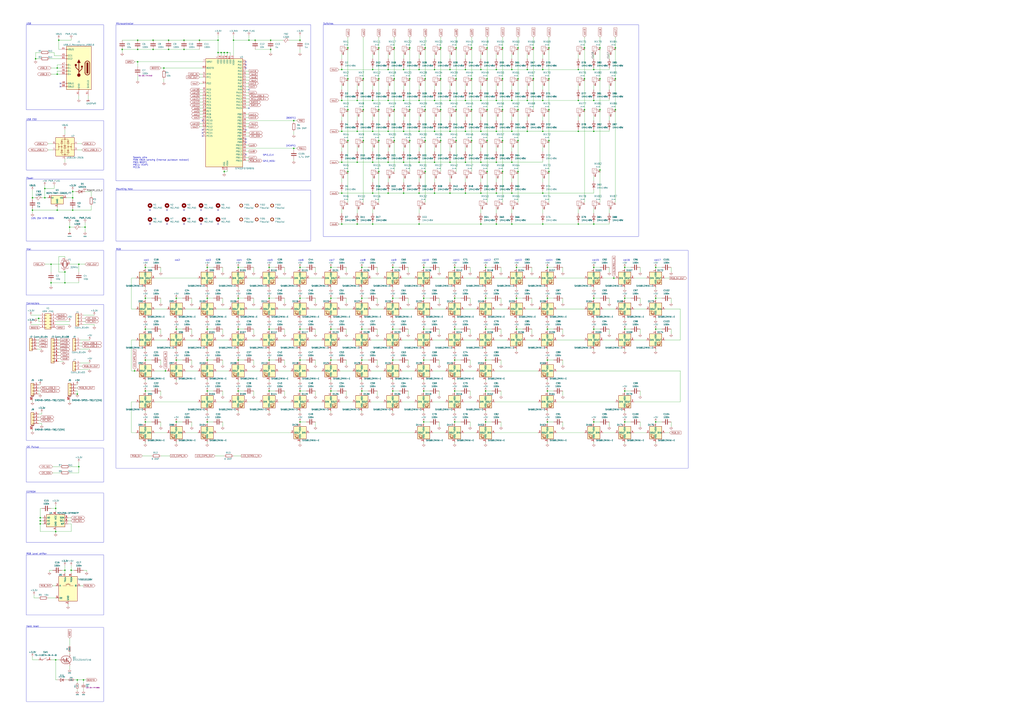
<source format=kicad_sch>
(kicad_sch (version 20230121) (generator eeschema)
  (paper "A1")
  (lib_symbols
    (symbol "Connector:USB_C_Receptacle_USB2.0" (pin_names (offset 1.016))
      (property "Reference" "J" (at -10.16 19.05 0))
      (property "Value" "USB_C_Receptacle_USB2.0" (at 19.05 19.05 0))
      (symbol "USB_C_Receptacle_USB2.0_1_1"
        (pin passive line (at 0 -22.86 90) (length 5.08) (name "GND") (number "A1"))
        (pin passive line (at 0 -22.86 90) (length 5.08) hide (name "GND") (number "A12"))
        (pin passive line (at 15.24 15.24 180) (length 5.08) (name "VBUS") (number "A4"))
        (pin bidirectional line (at 15.24 10.16 180) (length 5.08) (name "CC1") (number "A5"))
        (pin bidirectional line (at 15.24 -2.54 180) (length 5.08) (name "D+") (number "A6"))
        (pin bidirectional line (at 15.24 2.54 180) (length 5.08) (name "D-") (number "A7"))
        (pin bidirectional line (at 15.24 -12.7 180) (length 5.08) (name "SBU1") (number "A8"))
        (pin passive line (at 15.24 15.24 180) (length 5.08) hide (name "VBUS") (number "A9"))
        (pin passive line (at 0 -22.86 90) (length 5.08) hide (name "GND") (number "B1"))
        (pin passive line (at 0 -22.86 90) (length 5.08) hide (name "GND") (number "B12"))
        (pin passive line (at 15.24 15.24 180) (length 5.08) hide (name "VBUS") (number "B4"))
        (pin bidirectional line (at 15.24 7.62 180) (length 5.08) (name "CC2") (number "B5"))
        (pin bidirectional line (at 15.24 -5.08 180) (length 5.08) (name "D+") (number "B6"))
        (pin bidirectional line (at 15.24 0 180) (length 5.08) (name "D-") (number "B7"))
        (pin bidirectional line (at 15.24 -15.24 180) (length 5.08) (name "SBU2") (number "B8"))
        (pin passive line (at 15.24 15.24 180) (length 5.08) hide (name "VBUS") (number "B9"))
        (pin passive line (at -7.62 -22.86 90) (length 5.08) (name "SHIELD") (number "S1"))
      )
    )
    (symbol "Connector_Generic:Conn_01x03" (pin_names (offset 1.016) hide)
      (property "Reference" "J" (at 0 5.08 0))
      (property "Value" "Conn_01x03" (at 0 -5.08 0))
      (symbol "Conn_01x03_1_1"
        (pin passive line (at -5.08 2.54 0) (length 3.81) (name "Pin_1") (number "1"))
        (pin passive line (at -5.08 0 0) (length 3.81) (name "Pin_2") (number "2"))
        (pin passive line (at -5.08 -2.54 0) (length 3.81) (name "Pin_3") (number "3"))
      )
    )
    (symbol "Connector_Generic:Conn_01x04" (pin_names (offset 1.016) hide)
      (property "Reference" "J" (at 0 5.08 0))
      (property "Value" "Conn_01x04" (at 0 -7.62 0))
      (symbol "Conn_01x04_1_1"
        (pin passive line (at -5.08 2.54 0) (length 3.81) (name "Pin_1") (number "1"))
        (pin passive line (at -5.08 0 0) (length 3.81) (name "Pin_2") (number "2"))
        (pin passive line (at -5.08 -2.54 0) (length 3.81) (name "Pin_3") (number "3"))
        (pin passive line (at -5.08 -5.08 0) (length 3.81) (name "Pin_4") (number "4"))
      )
    )
    (symbol "Connector_Generic:Conn_01x08" (pin_names (offset 1.016) hide)
      (property "Reference" "J" (at 0 10.16 0))
      (property "Value" "Conn_01x08" (at 0 -12.7 0))
      (symbol "Conn_01x08_1_1"
        (pin passive line (at -5.08 7.62 0) (length 3.81) (name "Pin_1") (number "1"))
        (pin passive line (at -5.08 5.08 0) (length 3.81) (name "Pin_2") (number "2"))
        (pin passive line (at -5.08 2.54 0) (length 3.81) (name "Pin_3") (number "3"))
        (pin passive line (at -5.08 0 0) (length 3.81) (name "Pin_4") (number "4"))
        (pin passive line (at -5.08 -2.54 0) (length 3.81) (name "Pin_5") (number "5"))
        (pin passive line (at -5.08 -5.08 0) (length 3.81) (name "Pin_6") (number "6"))
        (pin passive line (at -5.08 -7.62 0) (length 3.81) (name "Pin_7") (number "7"))
        (pin passive line (at -5.08 -10.16 0) (length 3.81) (name "Pin_8") (number "8"))
      )
    )
    (symbol "Connector_Generic:Conn_02x05_Odd_Even" (pin_names (offset 1.016) hide)
      (property "Reference" "J" (at 1.27 7.62 0))
      (property "Value" "Conn_02x05_Odd_Even" (at 1.27 -7.62 0))
      (symbol "Conn_02x05_Odd_Even_1_1"
        (pin passive line (at -5.08 5.08 0) (length 3.81) (name "Pin_1") (number "1"))
        (pin passive line (at 7.62 -5.08 180) (length 3.81) (name "Pin_10") (number "10"))
        (pin passive line (at 7.62 5.08 180) (length 3.81) (name "Pin_2") (number "2"))
        (pin passive line (at -5.08 2.54 0) (length 3.81) (name "Pin_3") (number "3"))
        (pin passive line (at 7.62 2.54 180) (length 3.81) (name "Pin_4") (number "4"))
        (pin passive line (at -5.08 0 0) (length 3.81) (name "Pin_5") (number "5"))
        (pin passive line (at 7.62 0 180) (length 3.81) (name "Pin_6") (number "6"))
        (pin passive line (at -5.08 -2.54 0) (length 3.81) (name "Pin_7") (number "7"))
        (pin passive line (at 7.62 -2.54 180) (length 3.81) (name "Pin_8") (number "8"))
        (pin passive line (at -5.08 -5.08 0) (length 3.81) (name "Pin_9") (number "9"))
      )
    )
    (symbol "Connector_Generic_MountingPin:Conn_01x04_MountingPin" (pin_names (offset 1.016) hide)
      (property "Reference" "J" (at 0 5.08 0))
      (property "Value" "Conn_01x04_MountingPin" (at 1.27 -7.62 0))
      (symbol "Conn_01x04_MountingPin_1_1"
        (text "Mounting" (at 0 -6.731 0) (effects (font (size 0.381 0.381))))
        (pin passive line (at -5.08 2.54 0) (length 3.81) (name "Pin_1") (number "1"))
        (pin passive line (at -5.08 0 0) (length 3.81) (name "Pin_2") (number "2"))
        (pin passive line (at -5.08 -2.54 0) (length 3.81) (name "Pin_3") (number "3"))
        (pin passive line (at -5.08 -5.08 0) (length 3.81) (name "Pin_4") (number "4"))
        (pin passive line (at 0 -10.16 90) (length 3.048) (name "MountPin") (number "MP"))
      )
    )
    (symbol "Device:C" (pin_numbers hide) (pin_names (offset 0.254))
      (property "Reference" "C" (at 0.635 2.54 0))
      (property "Value" "C" (at 0.635 -2.54 0))
      (symbol "C_1_1"
        (pin passive line (at 0 3.81 270) (length 2.794) (name "~") (number "1"))
        (pin passive line (at 0 -3.81 90) (length 2.794) (name "~") (number "2"))
      )
    )
    (symbol "Device:C_Small" (pin_numbers hide) (pin_names (offset 0.254) hide)
      (property "Reference" "C" (at 0.254 1.778 0))
      (property "Value" "C_Small" (at 0.254 -2.032 0))
      (symbol "C_Small_1_1"
        (pin passive line (at 0 2.54 270) (length 2.032) (name "~") (number "1"))
        (pin passive line (at 0 -2.54 90) (length 2.032) (name "~") (number "2"))
      )
    )
    (symbol "Device:Crystal_GND24" (pin_names (offset 1.016) hide)
      (property "Reference" "Y" (at 3.175 5.08 0))
      (property "Value" "Crystal_GND24" (at 3.175 3.175 0))
      (symbol "Crystal_GND24_1_1"
        (pin passive line (at -3.81 0 0) (length 1.27) (name "1") (number "1"))
        (pin passive line (at 0 5.08 270) (length 1.27) (name "2") (number "2"))
        (pin passive line (at 3.81 0 180) (length 1.27) (name "3") (number "3"))
        (pin passive line (at 0 -5.08 90) (length 1.27) (name "4") (number "4"))
      )
    )
    (symbol "Device:D" (pin_numbers hide) (pin_names hide)
      (property "Reference" "D" (at 0 2.54 0))
      (property "Value" "D" (at 0 -2.54 0))
      (symbol "D_1_1"
        (pin passive line (at -3.81 0 0) (length 2.54) (name "K") (number "1"))
        (pin passive line (at 3.81 0 180) (length 2.54) (name "A") (number "2"))
      )
    )
    (symbol "Device:FerriteBead_Small" (pin_numbers hide) (pin_names (offset 0))
      (property "Reference" "FB" (at 1.905 1.27 0))
      (property "Value" "FerriteBead_Small" (at 1.905 -1.27 0))
      (symbol "FerriteBead_Small_1_1"
        (pin passive line (at 0 2.54 270) (length 1.27) (name "~") (number "1"))
        (pin passive line (at 0 -2.54 90) (length 1.27) (name "~") (number "2"))
      )
    )
    (symbol "Device:LED" (pin_numbers hide) (pin_names (offset 1.016) hide)
      (property "Reference" "D" (at 0 2.54 0))
      (property "Value" "LED" (at 0 -2.54 0))
      (symbol "LED_1_1"
        (pin passive line (at -3.81 0 0) (length 2.54) (name "K") (number "1"))
        (pin passive line (at 3.81 0 180) (length 2.54) (name "A") (number "2"))
      )
    )
    (symbol "Device:R" (pin_numbers hide) (pin_names (offset 0))
      (property "Reference" "R" (at 2.032 0 90))
      (property "Value" "R" (at 0 0 90))
      (symbol "R_1_1"
        (pin passive line (at 0 3.81 270) (length 1.27) (name "~") (number "1"))
        (pin passive line (at 0 -3.81 90) (length 1.27) (name "~") (number "2"))
      )
    )
    (symbol "Device:R_Small" (pin_numbers hide) (pin_names (offset 0.254) hide)
      (property "Reference" "R" (at 0.762 0.508 0))
      (property "Value" "R_Small" (at 0.762 -1.016 0))
      (symbol "R_Small_1_1"
        (pin passive line (at 0 2.54 270) (length 0.762) (name "~") (number "1"))
        (pin passive line (at 0 -2.54 90) (length 0.762) (name "~") (number "2"))
      )
    )
    (symbol "Diode:1N4148W" (pin_numbers hide) (pin_names hide)
      (property "Reference" "D" (at 0 2.54 0))
      (property "Value" "1N4148W" (at 0 -2.54 0))
      (symbol "1N4148W_1_1"
        (pin passive line (at -3.81 0 0) (length 2.54) (name "K") (number "1"))
        (pin passive line (at 3.81 0 180) (length 2.54) (name "A") (number "2"))
      )
    )
    (symbol "Logic_LevelTranslator:TXS0101DBV"
      (property "Reference" "U" (at -6.35 11.43 0))
      (property "Value" "TXS0101DBV" (at 8.89 11.43 0))
      (symbol "TXS0101DBV_1_1"
        (pin power_in line (at -2.54 12.7 270) (length 2.54) (name "V_{CCA}") (number "1"))
        (pin power_in line (at 0 -12.7 90) (length 2.54) (name "GND") (number "2"))
        (pin bidirectional line (at -10.16 2.54 0) (length 2.54) (name "A") (number "3"))
        (pin bidirectional line (at 10.16 2.54 180) (length 2.54) (name "B") (number "4"))
        (pin input line (at -10.16 -7.62 0) (length 2.54) (name "OE") (number "5"))
        (pin power_in line (at 2.54 12.7 270) (length 2.54) (name "V_{CCB}") (number "6"))
      )
    )
    (symbol "MCU_ST_STM32F0:STM32F070RBTx"
      (property "Reference" "U" (at -15.24 46.99 0))
      (property "Value" "STM32F070RBTx" (at 10.16 46.99 0))
      (symbol "STM32F070RBTx_1_1"
        (pin power_in line (at -5.08 48.26 270) (length 2.54) (name "VDD") (number "1"))
        (pin bidirectional line (at -17.78 15.24 0) (length 2.54) (name "PC2") (number "10"))
        (pin bidirectional line (at -17.78 12.7 0) (length 2.54) (name "PC3") (number "11"))
        (pin power_in line (at 2.54 -45.72 90) (length 2.54) (name "VSSA") (number "12"))
        (pin power_in line (at 7.62 48.26 270) (length 2.54) (name "VDDA") (number "13"))
        (pin bidirectional line (at 17.78 43.18 180) (length 2.54) (name "PA0") (number "14"))
        (pin bidirectional line (at 17.78 40.64 180) (length 2.54) (name "PA1") (number "15"))
        (pin bidirectional line (at 17.78 38.1 180) (length 2.54) (name "PA2") (number "16"))
        (pin bidirectional line (at 17.78 35.56 180) (length 2.54) (name "PA3") (number "17"))
        (pin power_in line (at 0 -45.72 90) (length 2.54) (name "VSS") (number "18"))
        (pin power_in line (at -2.54 48.26 270) (length 2.54) (name "VDD") (number "19"))
        (pin bidirectional line (at -17.78 -12.7 0) (length 2.54) (name "PC13") (number "2"))
        (pin bidirectional line (at 17.78 33.02 180) (length 2.54) (name "PA4") (number "20"))
        (pin bidirectional line (at 17.78 30.48 180) (length 2.54) (name "PA5") (number "21"))
        (pin bidirectional line (at 17.78 27.94 180) (length 2.54) (name "PA6") (number "22"))
        (pin bidirectional line (at 17.78 25.4 180) (length 2.54) (name "PA7") (number "23"))
        (pin bidirectional line (at -17.78 10.16 0) (length 2.54) (name "PC4") (number "24"))
        (pin bidirectional line (at -17.78 7.62 0) (length 2.54) (name "PC5") (number "25"))
        (pin bidirectional line (at 17.78 0 180) (length 2.54) (name "PB0") (number "26"))
        (pin bidirectional line (at 17.78 -2.54 180) (length 2.54) (name "PB1") (number "27"))
        (pin bidirectional line (at 17.78 -5.08 180) (length 2.54) (name "PB2") (number "28"))
        (pin bidirectional line (at 17.78 -25.4 180) (length 2.54) (name "PB10") (number "29"))
        (pin bidirectional line (at -17.78 -15.24 0) (length 2.54) (name "PC14") (number "3"))
        (pin bidirectional line (at 17.78 -27.94 180) (length 2.54) (name "PB11") (number "30"))
        (pin passive line (at 0 -45.72 90) (length 2.54) hide (name "VSS") (number "31"))
        (pin power_in line (at 0 48.26 270) (length 2.54) (name "VDD") (number "32"))
        (pin bidirectional line (at 17.78 -30.48 180) (length 2.54) (name "PB12") (number "33"))
        (pin bidirectional line (at 17.78 -33.02 180) (length 2.54) (name "PB13") (number "34"))
        (pin bidirectional line (at 17.78 -35.56 180) (length 2.54) (name "PB14") (number "35"))
        (pin bidirectional line (at 17.78 -38.1 180) (length 2.54) (name "PB15") (number "36"))
        (pin bidirectional line (at -17.78 5.08 0) (length 2.54) (name "PC6") (number "37"))
        (pin bidirectional line (at -17.78 2.54 0) (length 2.54) (name "PC7") (number "38"))
        (pin bidirectional line (at -17.78 0 0) (length 2.54) (name "PC8") (number "39"))
        (pin bidirectional line (at -17.78 -17.78 0) (length 2.54) (name "PC15") (number "4"))
        (pin bidirectional line (at -17.78 -2.54 0) (length 2.54) (name "PC9") (number "40"))
        (pin bidirectional line (at 17.78 22.86 180) (length 2.54) (name "PA8") (number "41"))
        (pin bidirectional line (at 17.78 20.32 180) (length 2.54) (name "PA9") (number "42"))
        (pin bidirectional line (at 17.78 17.78 180) (length 2.54) (name "PA10") (number "43"))
        (pin bidirectional line (at 17.78 15.24 180) (length 2.54) (name "PA11") (number "44"))
        (pin bidirectional line (at 17.78 12.7 180) (length 2.54) (name "PA12") (number "45"))
        (pin bidirectional line (at 17.78 10.16 180) (length 2.54) (name "PA13") (number "46"))
        (pin passive line (at 0 -45.72 90) (length 2.54) hide (name "VSS") (number "47"))
        (pin power_in line (at 2.54 48.26 270) (length 2.54) (name "VDD") (number "48"))
        (pin bidirectional line (at 17.78 7.62 180) (length 2.54) (name "PA14") (number "49"))
        (pin bidirectional line (at -17.78 33.02 0) (length 2.54) (name "PF0") (number "5"))
        (pin bidirectional line (at 17.78 5.08 180) (length 2.54) (name "PA15") (number "50"))
        (pin bidirectional line (at -17.78 -5.08 0) (length 2.54) (name "PC10") (number "51"))
        (pin bidirectional line (at -17.78 -7.62 0) (length 2.54) (name "PC11") (number "52"))
        (pin bidirectional line (at -17.78 -10.16 0) (length 2.54) (name "PC12") (number "53"))
        (pin bidirectional line (at -17.78 25.4 0) (length 2.54) (name "PD2") (number "54"))
        (pin bidirectional line (at 17.78 -7.62 180) (length 2.54) (name "PB3") (number "55"))
        (pin bidirectional line (at 17.78 -10.16 180) (length 2.54) (name "PB4") (number "56"))
        (pin bidirectional line (at 17.78 -12.7 180) (length 2.54) (name "PB5") (number "57"))
        (pin bidirectional line (at 17.78 -15.24 180) (length 2.54) (name "PB6") (number "58"))
        (pin bidirectional line (at 17.78 -17.78 180) (length 2.54) (name "PB7") (number "59"))
        (pin bidirectional line (at -17.78 30.48 0) (length 2.54) (name "PF1") (number "6"))
        (pin input line (at -17.78 38.1 0) (length 2.54) (name "BOOT0") (number "60"))
        (pin bidirectional line (at 17.78 -20.32 180) (length 2.54) (name "PB8") (number "61"))
        (pin bidirectional line (at 17.78 -22.86 180) (length 2.54) (name "PB9") (number "62"))
        (pin passive line (at 0 -45.72 90) (length 2.54) hide (name "VSS") (number "63"))
        (pin power_in line (at 5.08 48.26 270) (length 2.54) (name "VDD") (number "64"))
        (pin input line (at -17.78 43.18 0) (length 2.54) (name "NRST") (number "7"))
        (pin bidirectional line (at -17.78 20.32 0) (length 2.54) (name "PC0") (number "8"))
        (pin bidirectional line (at -17.78 17.78 0) (length 2.54) (name "PC1") (number "9"))
      )
    )
    (symbol "MX_Alps_Hybrid:MX-NoLED" (pin_names (offset 1.016))
      (property "Reference" "MX" (at -0.635 3.81 0))
      (property "Value" "MX-NoLED" (at -0.635 1.27 0))
      (symbol "MX-NoLED_0_0"
        (text "COL" (at 3.175 0 0) (effects (font (size 0.762 0.762))))
        (text "ROW" (at 0 -1.905 900) (effects (font (size 0.762 0.762)) (justify right)))
      )
      (symbol "MX-NoLED_1_1"
        (pin passive line (at 3.81 1.27 180) (length 2.54) (name "COL") (number "1"))
        (pin passive line (at -1.27 -3.81 90) (length 2.54) (name "ROW") (number "2"))
      )
    )
    (symbol "Mechanical:Fiducial"
      (property "Reference" "FID" (at 0 5.08 0))
      (property "Value" "Fiducial" (at 0 3.175 0))
    )
    (symbol "Mechanical:MountingHole_Pad" (pin_numbers hide) (pin_names (offset 1.016) hide)
      (property "Reference" "H" (at 0 6.35 0))
      (property "Value" "MountingHole_Pad" (at 0 4.445 0))
      (symbol "MountingHole_Pad_1_1"
        (pin input line (at 0 -2.54 90) (length 2.54) (name "1") (number "1"))
      )
    )
    (symbol "Memory_EEPROM:24LC256"
      (property "Reference" "U" (at -6.35 6.35 0))
      (property "Value" "24LC256" (at 1.27 6.35 0))
      (symbol "24LC256_1_1"
        (pin input line (at -10.16 2.54 0) (length 2.54) (name "A0") (number "1"))
        (pin input line (at -10.16 0 0) (length 2.54) (name "A1") (number "2"))
        (pin input line (at -10.16 -2.54 0) (length 2.54) (name "A2") (number "3"))
        (pin power_in line (at 0 -7.62 90) (length 2.54) (name "GND") (number "4"))
        (pin bidirectional line (at 10.16 2.54 180) (length 2.54) (name "SDA") (number "5"))
        (pin input line (at 10.16 0 180) (length 2.54) (name "SCL") (number "6"))
        (pin input line (at 10.16 -2.54 180) (length 2.54) (name "WP") (number "7"))
        (pin power_in line (at 0 7.62 270) (length 2.54) (name "VCC") (number "8"))
      )
    )
    (symbol "Power_Protection:USBLC6-2SC6" (pin_names hide)
      (property "Reference" "U" (at 2.54 8.89 0))
      (property "Value" "USBLC6-2SC6" (at 2.54 -8.89 0))
      (symbol "USBLC6-2SC6_1_1"
        (pin passive line (at -10.16 -2.54 0) (length 2.54) (name "I/O1") (number "1"))
        (pin passive line (at 0 -10.16 90) (length 2.54) (name "GND") (number "2"))
        (pin passive line (at 10.16 -2.54 180) (length 2.54) (name "I/O2") (number "3"))
        (pin passive line (at 10.16 2.54 180) (length 2.54) (name "I/O2") (number "4"))
        (pin passive line (at 0 10.16 270) (length 2.54) (name "VBUS") (number "5"))
        (pin passive line (at -10.16 2.54 0) (length 2.54) (name "I/O1") (number "6"))
      )
    )
    (symbol "Regulator_Linear:MCP1700x-330xxTT" (pin_names (offset 0.254))
      (property "Reference" "U" (at -3.81 3.175 0))
      (property "Value" "MCP1700x-330xxTT" (at 0 3.175 0))
      (symbol "MCP1700x-330xxTT_1_1"
        (pin power_in line (at 0 -7.62 90) (length 2.54) (name "GND") (number "1"))
        (pin power_out line (at 7.62 0 180) (length 2.54) (name "VO") (number "2"))
        (pin power_in line (at -7.62 0 0) (length 2.54) (name "VI") (number "3"))
      )
    )
    (symbol "Switch:SW_SPST" (pin_names (offset 0) hide)
      (property "Reference" "SW" (at 0 3.175 0))
      (property "Value" "SW_SPST" (at 0 -2.54 0))
      (symbol "SW_SPST_1_1"
        (pin passive line (at -5.08 0 0) (length 2.54) (name "A") (number "1"))
        (pin passive line (at 5.08 0 180) (length 2.54) (name "B") (number "2"))
      )
    )
    (symbol "acheron_Symbols:DTC123J" (pin_names (offset 0) hide)
      (property "Reference" "Q" (at 5.08 1.905 0))
      (property "Value" "DTC123J" (at 5.08 0 0))
      (symbol "DTC123J_0_0"
        (text "2k2" (at -2.54 1.016 0) (effects (font (size 0.381 0.381))))
        (text "47k" (at -2.286 -1.27 900) (effects (font (size 0.381 0.381))))
      )
      (symbol "DTC123J_1_1"
        (text "1" (at -5.207 -0.508 0) (effects (font (size 0.381 0.381))))
        (text "2" (at 3.048 -3.683 0) (effects (font (size 0.381 0.381))))
        (text "3" (at 3.048 3.683 0) (effects (font (size 0.381 0.381))))
        (pin input line (at -6.35 0 0) (length 2.54) (name "B") (number "1"))
        (pin passive line (at 2.54 -5.08 90) (length 2.54) (name "E") (number "2"))
        (pin passive line (at 2.54 5.08 270) (length 2.54) (name "C") (number "3"))
      )
    )
    (symbol "kicad-keyboard-parts:SK6812MINI-E" (pin_names (offset 0.254))
      (property "Reference" "D" (at 5.08 5.715 0))
      (property "Value" "SK6812MINI-E" (at 1.27 -5.715 0))
      (symbol "SK6812MINI-E_0_0"
        (text "RGB" (at 2.286 -4.191 0) (effects (font (size 0.762 0.762))))
      )
      (symbol "SK6812MINI-E_1_1"
        (pin power_in line (at 0 7.62 270) (length 2.54) (name "VDD") (number "1"))
        (pin output line (at 7.62 0 180) (length 2.54) (name "DOUT") (number "2"))
        (pin power_in line (at 0 -7.62 90) (length 2.54) (name "VSS") (number "3"))
        (pin input line (at -7.62 0 0) (length 2.54) (name "DIN") (number "4"))
      )
    )
    (symbol "power:+3.3V" (power) (pin_names (offset 0))
      (property "Value" "+3.3V" (at 0 3.556 0))
      (symbol "+3.3V_1_1"
        (pin power_in line (at 0 0 90) (length 0) hide (name "+3.3V") (number "1"))
      )
    )
    (symbol "power:+3.3VA" (power) (pin_names (offset 0))
      (property "Value" "+3.3VA" (at 0 3.556 0))
      (symbol "+3.3VA_1_1"
        (pin power_in line (at 0 0 90) (length 0) hide (name "+3.3VA") (number "1"))
      )
    )
    (symbol "power:+5V" (power) (pin_names (offset 0))
      (property "Value" "+5V" (at 0 3.556 0))
      (symbol "+5V_1_1"
        (pin power_in line (at 0 0 90) (length 0) hide (name "+5V") (number "1"))
      )
    )
    (symbol "power:GND" (power) (pin_names (offset 0))
      (property "Value" "GND" (at 0 -3.81 0))
      (symbol "GND_1_1"
        (pin power_in line (at 0 0 270) (length 0) hide (name "GND") (number "1"))
      )
    )
    (symbol "power:GNDPWR" (power) (pin_names (offset 0))
      (property "Value" "GNDPWR" (at 0 -3.302 0))
      (symbol "GNDPWR_1_1"
        (pin power_in line (at 0 0 270) (length 0) hide (name "GNDPWR") (number "1"))
      )
    )
    (symbol "power:PWR_FLAG" (power) (pin_numbers hide) (pin_names (offset 0) hide)
      (property "Value" "PWR_FLAG" (at 0 3.81 0))
      (symbol "PWR_FLAG_0_0"
        (pin power_out line (at 0 0 90) (length 0) (name "pwr") (number "1"))
      )
    )
    (symbol "power:VBUS" (power) (pin_names (offset 0))
      (property "Value" "VBUS" (at 0 3.81 0))
      (symbol "VBUS_1_1"
        (pin power_in line (at 0 0 90) (length 0) hide (name "VBUS") (number "1"))
      )
    )
  )
  (junction (at 369.57 107.95))
  (junction (at 407.67 57.15))
  (junction (at 513.08 270.51))
  (junction (at 474.98 184.15))
  (junction (at 186.69 43.18))
  (junction (at 492.76 64.77))
  (junction (at 297.18 270.51))
  (junction (at 382.27 57.15))
  (junction (at 125.73 40.64))
  (junction (at 361.95 90.17))
  (junction (at 331.47 82.55))
  (junction (at 425.45 90.17))
  (junction (at 336.55 64.77))
  (junction (at 195.58 219.71))
  (junction (at 144.78 245.11))
  (junction (at 394.97 57.15))
  (junction (at 420.37 184.15))
  (junction (at 425.45 64.77))
  (junction (at 113.03 40.64))
  (junction (at 220.98 321.31))
  (junction (at 424.18 245.11))
  (junction (at 63.5 558.8))
  (junction (at 58.42 468.63))
  (junction (at 505.46 39.37))
  (junction (at 68.58 558.8))
  (junction (at 487.68 270.51))
  (junction (at 445.77 57.15))
  (junction (at 306.07 82.55))
  (junction (at 195.58 245.11))
  (junction (at 134.62 55.88))
  (junction (at 487.68 245.11))
  (junction (at 344.17 158.75))
  (junction (at 449.58 321.31))
  (junction (at 322.58 245.11))
  (junction (at 513.08 321.31))
  (junction (at 246.38 295.91))
  (junction (at 179.07 33.02))
  (junction (at 474.98 82.55))
  (junction (at 135.89 304.8))
  (junction (at 64.77 383.54))
  (junction (at 311.15 90.17))
  (junction (at 53.34 232.41))
  (junction (at 33.02 425.45))
  (junction (at 323.85 39.37))
  (junction (at 209.55 33.02))
  (junction (at 487.68 346.71))
  (junction (at 323.85 115.57))
  (junction (at 222.25 40.64))
  (junction (at 306.07 57.15))
  (junction (at 280.67 158.75))
  (junction (at 246.38 321.31))
  (junction (at 246.38 219.71))
  (junction (at 144.78 346.71))
  (junction (at 347.98 321.31))
  (junction (at 374.65 90.17))
  (junction (at 347.98 245.11))
  (junction (at 298.45 90.17))
  (junction (at 59.69 157.48))
  (junction (at 170.18 346.71))
  (junction (at 394.97 107.95))
  (junction (at 336.55 115.57))
  (junction (at 480.06 90.17))
  (junction (at 100.33 40.64))
  (junction (at 191.77 33.02))
  (junction (at 45.72 542.29))
  (junction (at 433.07 57.15))
  (junction (at 33.02 427.99))
  (junction (at 119.38 219.71))
  (junction (at 425.45 115.57))
  (junction (at 293.37 107.95))
  (junction (at 297.18 245.11))
  (junction (at 138.43 33.02))
  (junction (at 369.57 158.75))
  (junction (at 45.72 417.83))
  (junction (at 400.05 115.57))
  (junction (at 424.18 219.71))
  (junction (at 449.58 270.51))
  (junction (at 33.02 430.53))
  (junction (at 323.85 64.77))
  (junction (at 280.67 107.95))
  (junction (at 398.78 321.31))
  (junction (at 433.07 82.55))
  (junction (at 349.25 39.37))
  (junction (at 285.75 90.17))
  (junction (at 356.87 57.15))
  (junction (at 318.77 158.75))
  (junction (at 374.65 39.37))
  (junction (at 474.98 57.15))
  (junction (at 438.15 64.77))
  (junction (at 306.07 107.95))
  (junction (at 407.67 82.55))
  (junction (at 195.58 270.51))
  (junction (at 424.18 270.51))
  (junction (at 449.58 346.71))
  (junction (at 144.78 295.91))
  (junction (at 293.37 82.55))
  (junction (at 398.78 245.11))
  (junction (at 323.85 90.17))
  (junction (at 387.35 64.77))
  (junction (at 420.37 57.15))
  (junction (at 387.35 115.57))
  (junction (at 504.19 228.6))
  (junction (at 53.34 468.63))
  (junction (at 306.07 133.35))
  (junction (at 298.45 64.77))
  (junction (at 46.99 172.72))
  (junction (at 445.77 82.55))
  (junction (at 412.75 39.37))
  (junction (at 170.18 245.11))
  (junction (at 344.17 82.55))
  (junction (at 280.67 184.15))
  (junction (at 450.85 64.77))
  (junction (at 151.13 40.64))
  (junction (at 373.38 295.91))
  (junction (at 36.83 154.94))
  (junction (at 322.58 270.51))
  (junction (at 336.55 39.37))
  (junction (at 344.17 57.15))
  (junction (at 331.47 107.95))
  (junction (at 398.78 219.71))
  (junction (at 492.76 90.17))
  (junction (at 59.69 172.72))
  (junction (at 297.18 321.31))
  (junction (at 373.38 270.51))
  (junction (at 398.78 270.51))
  (junction (at 361.95 39.37))
  (junction (at 298.45 115.57))
  (junction (at 400.05 90.17))
  (junction (at 336.55 90.17))
  (junction (at 64.77 217.17))
  (junction (at 322.58 295.91))
  (junction (at 487.68 219.71))
  (junction (at 311.15 64.77))
  (junction (at 373.38 245.11))
  (junction (at 400.05 64.77))
  (junction (at 538.48 270.51))
  (junction (at 373.38 321.31))
  (junction (at 163.83 33.02))
  (junction (at 170.18 295.91))
  (junction (at 113.03 33.02))
  (junction (at 306.07 184.15))
  (junction (at 138.43 40.64))
  (junction (at 487.68 57.15))
  (junction (at 480.06 39.37))
  (junction (at 241.3 121.92))
  (junction (at 412.75 64.77))
  (junction (at 387.35 90.17))
  (junction (at 318.77 107.95))
  (junction (at 398.78 346.71))
  (junction (at 349.25 140.97))
  (junction (at 41.91 217.17))
  (junction (at 449.58 219.71))
  (junction (at 110.49 304.8))
  (junction (at 505.46 90.17))
  (junction (at 356.87 82.55))
  (junction (at 119.38 270.51))
  (junction (at 394.97 133.35))
  (junction (at 293.37 184.15))
  (junction (at 246.38 270.51))
  (junction (at 144.78 270.51))
  (junction (at 412.75 90.17))
  (junction (at 420.37 158.75))
  (junction (at 31.75 261.62))
  (junction (at 59.69 162.56))
  (junction (at 369.57 133.35))
  (junction (at 204.47 33.02))
  (junction (at 382.27 107.95))
  (junction (at 170.18 321.31))
  (junction (at 373.38 219.71))
  (junction (at 195.58 321.31))
  (junction (at 170.18 270.51))
  (junction (at 487.68 184.15))
  (junction (at 322.58 219.71))
  (junction (at 26.67 172.72))
  (junction (at 347.98 219.71))
  (junction (at 119.38 295.91))
  (junction (at 433.07 107.95))
  (junction (at 297.18 295.91))
  (junction (at 119.38 321.31))
  (junction (at 356.87 158.75))
  (junction (at 271.78 245.11))
  (junction (at 369.57 82.55))
  (junction (at 246.38 245.11))
  (junction (at 347.98 295.91))
  (junction (at 41.91 232.41))
  (junction (at 46.99 60.96))
  (junction (at 400.05 39.37))
  (junction (at 318.77 57.15))
  (junction (at 425.45 39.37))
  (junction (at 285.75 39.37))
  (junction (at 382.27 158.75))
  (junction (at 331.47 57.15))
  (junction (at 487.68 107.95))
  (junction (at 311.15 39.37))
  (junction (at 349.25 90.17))
  (junction (at 356.87 133.35))
  (junction (at 538.48 346.71))
  (junction (at 513.08 245.11))
  (junction (at 374.65 115.57))
  (junction (at 151.13 33.02))
  (junction (at 184.15 43.18))
  (junction (at 382.27 82.55))
  (junction (at 449.58 245.11))
  (junction (at 26.67 162.56))
  (junction (at 220.98 270.51))
  (junction (at 344.17 184.15))
  (junction (at 513.08 346.71))
  (junction (at 285.75 140.97))
  (junction (at 222.25 33.02))
  (junction (at 400.05 140.97))
  (junction (at 179.07 43.18))
  (junction (at 311.15 140.97))
  (junction (at 220.98 295.91))
  (junction (at 306.07 158.75))
  (junction (at 271.78 295.91))
  (junction (at 349.25 115.57))
  (junction (at 445.77 158.75))
  (junction (at 36.83 162.56))
  (junction (at 57.15 186.69))
  (junction (at 347.98 270.51))
  (junction (at 450.85 115.57))
  (junction (at 513.08 219.71))
  (junction (at 280.67 133.35))
  (junction (at 407.67 158.75))
  (junction (at 349.25 64.77))
  (junction (at 394.97 82.55))
  (junction (at 46.99 55.88))
  (junction (at 113.03 50.8))
  (junction (at 48.26 33.02))
  (junction (at 445.77 184.15))
  (junction (at 322.58 321.31))
  (junction (at 220.98 219.71))
  (junction (at 356.87 107.95))
  (junction (at 125.73 33.02))
  (junction (at 195.58 295.91))
  (junction (at 297.18 219.71))
  (junction (at 361.95 115.57))
  (junction (at 450.85 90.17))
  (junction (at 449.58 295.91))
  (junction (at 369.57 57.15))
  (junction (at 474.98 107.95))
  (junction (at 492.76 39.37))
  (junction (at 344.17 107.95))
  (junction (at 285.75 64.77))
  (junction (at 184.15 140.97))
  (junction (at 420.37 107.95))
  (junction (at 119.38 346.71))
  (junction (at 487.68 82.55))
  (junction (at 420.37 82.55))
  (junction (at 280.67 57.15))
  (junction (at 412.75 140.97))
  (junction (at 398.78 295.91))
  (junction (at 170.18 219.71))
  (junction (at 538.48 245.11))
  (junction (at 331.47 133.35))
  (junction (at 538.48 219.71))
  (junction (at 63.5 323.85))
  (junction (at 271.78 219.71))
  (junction (at 220.98 245.11))
  (junction (at 373.38 346.71))
  (junction (at 29.21 48.26))
  (junction (at 480.06 64.77))
  (junction (at 394.97 184.15))
  (junction (at 361.95 64.77))
  (junction (at 382.27 133.35))
  (junction (at 318.77 82.55))
  (junction (at 394.97 158.75))
  (junction (at 450.85 140.97))
  (junction (at 374.65 64.77))
  (junction (at 280.67 82.55))
  (junction (at 450.85 39.37))
  (junction (at 445.77 107.95))
  (junction (at 53.34 223.52))
  (junction (at 505.46 64.77))
  (junction (at 412.75 115.57))
  (junction (at 420.37 133.35))
  (junction (at 293.37 133.35))
  (junction (at 119.38 245.11))
  (junction (at 331.47 158.75))
  (junction (at 318.77 133.35))
  (junction (at 311.15 115.57))
  (junction (at 45.72 436.88))
  (junction (at 285.75 115.57))
  (junction (at 181.61 43.18))
  (junction (at 407.67 107.95))
  (junction (at 438.15 39.37))
  (junction (at 344.17 133.35))
  (junction (at 271.78 321.31))
  (junction (at 347.98 346.71))
  (junction (at 246.38 33.02))
  (junction (at 407.67 184.15))
  (junction (at 407.67 133.35))
  (junction (at 492.76 139.7))
  (junction (at 69.85 186.69))
  (junction (at 271.78 270.51))
  (junction (at 387.35 39.37))
  (junction (at 246.38 346.71))
  (junction (at 425.45 140.97))
  (junction (at 241.3 99.06))
  (no_connect (at 137.16 172.72))
  (no_connect (at 165.1 172.72))
  (no_connect (at 49.53 68.58))
  (no_connect (at 201.93 127))
  (no_connect (at 204.47 73.66))
  (no_connect (at 201.93 53.34))
  (no_connect (at 179.07 184.15))
  (no_connect (at 201.93 50.8))
  (no_connect (at 166.37 111.76))
  (no_connect (at 201.93 55.88))
  (no_connect (at 201.93 116.84))
  (no_connect (at 166.37 99.06))
  (no_connect (at 151.13 172.72))
  (no_connect (at 137.16 184.15))
  (no_connect (at 49.53 71.12))
  (no_connect (at 151.13 184.15))
  (no_connect (at 123.19 172.72))
  (no_connect (at 166.37 109.22))
  (no_connect (at 204.47 88.9))
  (no_connect (at 165.1 184.15))
  (no_connect (at 166.37 106.68))
  (no_connect (at 123.19 184.15))
  (no_connect (at 179.07 172.72))
  (no_connect (at 201.93 114.3))
  (no_connect (at 201.93 106.68))
  (wire (pts (xy 382.27 55.88) (xy 382.27 57.15)))
  (wire (pts (xy 152.4 304.8) (xy 162.56 304.8)))
  (wire (pts (xy 53.34 210.82) (xy 48.26 210.82)))
  (wire (pts (xy 420.37 157.48) (xy 420.37 158.75)))
  (wire (pts (xy 220.98 295.91) (xy 226.06 295.91)))
  (wire (pts (xy 487.68 82.55) (xy 500.38 82.55)))
  (wire (pts (xy 330.2 254) (xy 340.36 254)))
  (wire (pts (xy 33.02 430.53) (xy 35.56 430.53)))
  (wire (pts (xy 369.57 106.68) (xy 369.57 107.95)))
  (wire (pts (xy 462.28 270.51) (xy 462.28 274.32)))
  (wire (pts (xy 111.76 254) (xy 107.95 254)))
  (wire (pts (xy 201.93 111.76) (xy 204.47 111.76)))
  (wire (pts (xy 360.68 321.31) (xy 360.68 325.12)))
  (wire (pts (xy 538.48 219.71) (xy 538.48 220.98)))
  (wire (pts (xy 241.3 107.95) (xy 241.3 110.49)))
  (wire (pts (xy 306.07 95.25) (xy 306.07 99.06)))
  (wire (pts (xy 119.38 312.42) (xy 119.38 313.69)))
  (wire (pts (xy 144.78 346.71) (xy 144.78 347.98)))
  (wire (pts (xy 436.88 245.11) (xy 436.88 248.92)))
  (wire (pts (xy 500.38 57.15) (xy 500.38 55.88)))
  (wire (pts (xy 48.26 31.75) (xy 48.26 33.02)))
  (wire (pts (xy 64.77 78.74) (xy 64.77 81.28)))
  (wire (pts (xy 336.55 39.37) (xy 336.55 64.77)))
  (wire (pts (xy 344.17 146.05) (xy 344.17 149.86)))
  (wire (pts (xy 64.77 217.17) (xy 69.85 217.17)))
  (wire (pts (xy 336.55 90.17) (xy 336.55 115.57)))
  (wire (pts (xy 513.08 321.31) (xy 513.08 322.58)))
  (wire (pts (xy 344.17 106.68) (xy 344.17 107.95)))
  (wire (pts (xy 373.38 245.11) (xy 378.46 245.11)))
  (wire (pts (xy 356.87 57.15) (xy 369.57 57.15)))
  (wire (pts (xy 335.28 295.91) (xy 335.28 299.72)))
  (wire (pts (xy 306.07 81.28) (xy 306.07 82.55)))
  (wire (pts (xy 280.67 146.05) (xy 280.67 149.86)))
  (wire (pts (xy 201.93 96.52) (xy 204.47 96.52)))
  (wire (pts (xy 26.67 156.21) (xy 26.67 162.56)))
  (wire (pts (xy 406.4 330.2) (xy 441.96 330.2)))
  (wire (pts (xy 525.78 245.11) (xy 525.78 248.92)))
  (wire (pts (xy 279.4 279.4) (xy 289.56 279.4)))
  (wire (pts (xy 297.18 245.11) (xy 297.18 246.38)))
  (wire (pts (xy 558.8 279.4) (xy 558.8 254)))
  (wire (pts (xy 297.18 321.31) (xy 297.18 322.58)))
  (wire (pts (xy 344.17 44.45) (xy 344.17 48.26)))
  (wire (pts (xy 285.75 39.37) (xy 285.75 64.77)))
  (wire (pts (xy 33.02 427.99) (xy 33.02 430.53)))
  (wire (pts (xy 538.48 346.71) (xy 538.48 347.98)))
  (wire (pts (xy 201.93 81.28) (xy 204.47 81.28)))
  (wire (pts (xy 57.15 383.54) (xy 64.77 383.54)))
  (wire (pts (xy 323.85 64.77) (xy 323.85 90.17)))
  (wire (pts (xy 445.77 158.75) (xy 487.68 158.75)))
  (wire (pts (xy 254 355.6) (xy 340.36 355.6)))
  (wire (pts (xy 26.67 162.56) (xy 26.67 163.83)))
  (wire (pts (xy 474.98 184.15) (xy 487.68 184.15)))
  (wire (pts (xy 48.26 33.02) (xy 48.26 40.64)))
  (wire (pts (xy 195.58 270.51) (xy 200.66 270.51)))
  (wire (pts (xy 132.08 374.65) (xy 139.7 374.65)))
  (wire (pts (xy 356.87 120.65) (xy 356.87 124.46)))
  (wire (pts (xy 113.03 62.23) (xy 113.03 66.04)))
  (wire (pts (xy 373.38 295.91) (xy 373.38 297.18)))
  (wire (pts (xy 157.48 346.71) (xy 157.48 350.52)))
  (wire (pts (xy 412.75 39.37) (xy 412.75 64.77)))
  (wire (pts (xy 241.3 99.06) (xy 241.3 100.33)))
  (wire (pts (xy 191.77 33.02) (xy 191.77 45.72)))
  (wire (pts (xy 344.17 132.08) (xy 344.17 133.35)))
  (wire (pts (xy 487.68 261.62) (xy 487.68 262.89)))
  (wire (pts (xy 487.68 107.95) (xy 500.38 107.95)))
  (wire (pts (xy 163.83 81.28) (xy 166.37 81.28)))
  (wire (pts (xy 356.87 95.25) (xy 356.87 99.06)))
  (wire (pts (xy 163.83 83.82) (xy 166.37 83.82)))
  (wire (pts (xy 33.02 266.7) (xy 25.4 266.7)))
  (wire (pts (xy 278.13 107.95) (xy 280.67 107.95)))
  (wire (pts (xy 322.58 321.31) (xy 327.66 321.31)))
  (wire (pts (xy 62.23 316.23) (xy 63.5 316.23)))
  (wire (pts (xy 49.53 292.1) (xy 48.26 292.1)))
  (wire (pts (xy 53.34 468.63) (xy 53.34 471.17)))
  (wire (pts (xy 336.55 64.77) (xy 336.55 90.17)))
  (wire (pts (xy 322.58 270.51) (xy 327.66 270.51)))
  (wire (pts (xy 36.83 217.17) (xy 41.91 217.17)))
  (wire (pts (xy 208.28 219.71) (xy 208.28 223.52)))
  (wire (pts (xy 110.49 304.8) (xy 111.76 304.8)))
  (wire (pts (xy 177.8 228.6) (xy 187.96 228.6)))
  (wire (pts (xy 163.83 91.44) (xy 166.37 91.44)))
  (wire (pts (xy 259.08 295.91) (xy 259.08 299.72)))
  (wire (pts (xy 322.58 245.11) (xy 322.58 246.38)))
  (wire (pts (xy 398.78 270.51) (xy 398.78 271.78)))
  (wire (pts (xy 407.67 146.05) (xy 407.67 149.86)))
  (wire (pts (xy 74.93 157.48) (xy 74.93 161.29)))
  (wire (pts (xy 318.77 157.48) (xy 318.77 158.75)))
  (wire (pts (xy 420.37 182.88) (xy 420.37 184.15)))
  (wire (pts (xy 309.88 295.91) (xy 309.88 299.72)))
  (wire (pts (xy 398.78 346.71) (xy 398.78 347.98)))
  (wire (pts (xy 279.4 304.8) (xy 289.56 304.8)))
  (wire (pts (xy 43.18 383.54) (xy 49.53 383.54)))
  (wire (pts (xy 407.67 182.88) (xy 407.67 184.15)))
  (wire (pts (xy 445.77 133.35) (xy 445.77 132.08)))
  (wire (pts (xy 110.49 50.8) (xy 113.03 50.8)))
  (wire (pts (xy 284.48 295.91) (xy 284.48 299.72)))
  (wire (pts (xy 152.4 254) (xy 162.56 254)))
  (wire (pts (xy 407.67 157.48) (xy 407.67 158.75)))
  (wire (pts (xy 449.58 219.71) (xy 449.58 220.98)))
  (wire (pts (xy 322.58 219.71) (xy 322.58 220.98)))
  (wire (pts (xy 433.07 82.55) (xy 445.77 82.55)))
  (wire (pts (xy 400.05 30.48) (xy 400.05 39.37)))
  (wire (pts (xy 433.07 106.68) (xy 433.07 107.95)))
  (wire (pts (xy 220.98 337.82) (xy 220.98 339.09)))
  (wire (pts (xy 182.88 219.71) (xy 182.88 223.52)))
  (wire (pts (xy 246.38 363.22) (xy 246.38 364.49)))
  (wire (pts (xy 306.07 55.88) (xy 306.07 57.15)))
  (wire (pts (xy 425.45 39.37) (xy 425.45 64.77)))
  (wire (pts (xy 387.35 90.17) (xy 387.35 115.57)))
  (wire (pts (xy 420.37 171.45) (xy 420.37 175.26)))
  (wire (pts (xy 40.64 468.63) (xy 43.18 468.63)))
  (wire (pts (xy 487.68 363.22) (xy 487.68 364.49)))
  (wire (pts (xy 203.2 279.4) (xy 213.36 279.4)))
  (wire (pts (xy 271.78 219.71) (xy 271.78 220.98)))
  (wire (pts (xy 204.47 71.12) (xy 201.93 71.12)))
  (wire (pts (xy 420.37 133.35) (xy 445.77 133.35)))
  (wire (pts (xy 182.88 245.11) (xy 182.88 248.92)))
  (wire (pts (xy 48.26 40.64) (xy 49.53 40.64)))
  (wire (pts (xy 280.67 182.88) (xy 280.67 184.15)))
  (wire (pts (xy 138.43 33.02) (xy 151.13 33.02)))
  (wire (pts (xy 293.37 182.88) (xy 293.37 184.15)))
  (wire (pts (xy 259.08 219.71) (xy 259.08 223.52)))
  (wire (pts (xy 59.69 156.21) (xy 59.69 157.48)))
  (wire (pts (xy 241.3 121.92) (xy 201.93 121.92)))
  (wire (pts (xy 31.75 281.94) (xy 30.48 281.94)))
  (wire (pts (xy 322.58 295.91) (xy 322.58 297.18)))
  (wire (pts (xy 201.93 101.6) (xy 204.47 101.6)))
  (wire (pts (xy 46.99 53.34) (xy 46.99 55.88)))
  (wire (pts (xy 64.77 217.17) (xy 64.77 223.52)))
  (wire (pts (xy 45.72 417.83) (xy 45.72 420.37)))
  (wire (pts (xy 144.78 312.42) (xy 144.78 313.69)))
  (wire (pts (xy 369.57 132.08) (xy 369.57 133.35)))
  (wire (pts (xy 45.72 266.7) (xy 57.15 266.7)))
  (wire (pts (xy 373.38 287.02) (xy 373.38 288.29)))
  (wire (pts (xy 330.2 228.6) (xy 340.36 228.6)))
  (wire (pts (xy 271.78 337.82) (xy 271.78 339.09)))
  (wire (pts (xy 40.64 43.18) (xy 44.45 43.18)))
  (wire (pts (xy 36.83 154.94) (xy 36.83 162.56)))
  (wire (pts (xy 53.34 464.82) (xy 53.34 468.63)))
  (wire (pts (xy 107.95 355.6) (xy 111.76 355.6)))
  (wire (pts (xy 360.68 346.71) (xy 360.68 350.52)))
  (wire (pts (xy 386.08 245.11) (xy 386.08 248.92)))
  (wire (pts (xy 152.4 355.6) (xy 162.56 355.6)))
  (wire (pts (xy 398.78 346.71) (xy 403.86 346.71)))
  (wire (pts (xy 119.38 346.71) (xy 119.38 347.98)))
  (wire (pts (xy 195.58 261.62) (xy 195.58 262.89)))
  (wire (pts (xy 513.08 219.71) (xy 518.16 219.71)))
  (wire (pts (xy 318.77 82.55) (xy 331.47 82.55)))
  (wire (pts (xy 41.91 217.17) (xy 49.53 217.17)))
  (wire (pts (xy 62.23 321.31) (xy 63.5 321.31)))
  (wire (pts (xy 241.3 121.92) (xy 243.84 121.92)))
  (wire (pts (xy 431.8 279.4) (xy 441.96 279.4)))
  (wire (pts (xy 163.83 101.6) (xy 166.37 101.6)))
  (wire (pts (xy 135.89 304.8) (xy 135.89 303.53)))
  (wire (pts (xy 504.19 228.6) (xy 504.19 227.33)))
  (wire (pts (xy 30.48 287.02) (xy 34.29 287.02)))
  (wire (pts (xy 107.95 228.6) (xy 107.95 254)))
  (wire (pts (xy 259.08 245.11) (xy 259.08 248.92)))
  (wire (pts (xy 306.07 69.85) (xy 306.07 73.66)))
  (wire (pts (xy 309.88 321.31) (xy 309.88 325.12)))
  (wire (pts (xy 59.69 162.56) (xy 59.69 163.83)))
  (wire (pts (xy 322.58 337.82) (xy 322.58 339.09)))
  (wire (pts (xy 538.48 245.11) (xy 538.48 246.38)))
  (wire (pts (xy 361.95 30.48) (xy 361.95 39.37)))
  (wire (pts (xy 29.21 48.26) (xy 33.02 48.26)))
  (wire (pts (xy 500.38 69.85) (xy 500.38 73.66)))
  (wire (pts (xy 46.99 172.72) (xy 59.69 172.72)))
  (wire (pts (xy 33.02 427.99) (xy 33.02 425.45)))
  (wire (pts (xy 487.68 346.71) (xy 487.68 347.98)))
  (wire (pts (xy 157.48 270.51) (xy 157.48 274.32)))
  (wire (pts (xy 55.88 425.45) (xy 58.42 425.45)))
  (wire (pts (xy 144.78 346.71) (xy 149.86 346.71)))
  (wire (pts (xy 420.37 132.08) (xy 420.37 133.35)))
  (wire (pts (xy 119.38 245.11) (xy 119.38 246.38)))
  (wire (pts (xy 33.02 345.44) (xy 31.75 345.44)))
  (wire (pts (xy 246.38 295.91) (xy 246.38 297.18)))
  (wire (pts (xy 412.75 90.17) (xy 412.75 115.57)))
  (wire (pts (xy 152.4 279.4) (xy 162.56 279.4)))
  (wire (pts (xy 344.17 82.55) (xy 356.87 82.55)))
  (wire (pts (xy 449.58 346.71) (xy 449.58 347.98)))
  (wire (pts (xy 170.18 261.62) (xy 170.18 262.89)))
  (wire (pts (xy 293.37 106.68) (xy 293.37 107.95)))
  (wire (pts (xy 331.47 57.15) (xy 318.77 57.15)))
  (wire (pts (xy 398.78 245.11) (xy 403.86 245.11)))
  (wire (pts (xy 360.68 295.91) (xy 360.68 299.72)))
  (wire (pts (xy 474.98 107.95) (xy 487.68 107.95)))
  (wire (pts (xy 179.07 33.02) (xy 179.07 43.18)))
  (wire (pts (xy 45.72 264.16) (xy 57.15 264.16)))
  (wire (pts (xy 119.38 321.31) (xy 119.38 322.58)))
  (wire (pts (xy 29.21 48.26) (xy 29.21 49.53)))
  (wire (pts (xy 68.58 259.08) (xy 77.47 259.08)))
  (wire (pts (xy 53.34 130.81) (xy 53.34 133.35)))
  (wire (pts (xy 144.78 295.91) (xy 149.86 295.91)))
  (wire (pts (xy 347.98 245.11) (xy 347.98 246.38)))
  (wire (pts (xy 279.4 228.6) (xy 289.56 228.6)))
  (wire (pts (xy 445.77 107.95) (xy 474.98 107.95)))
  (wire (pts (xy 356.87 157.48) (xy 356.87 158.75)))
  (wire (pts (xy 39.37 118.11) (xy 43.18 118.11)))
  (wire (pts (xy 41.91 217.17) (xy 41.91 223.52)))
  (wire (pts (xy 68.58 266.7) (xy 77.47 266.7)))
  (wire (pts (xy 349.25 39.37) (xy 349.25 64.77)))
  (wire (pts (xy 285.75 90.17) (xy 285.75 115.57)))
  (wire (pts (xy 306.07 133.35) (xy 318.77 133.35)))
  (wire (pts (xy 306.07 132.08) (xy 306.07 133.35)))
  (wire (pts (xy 201.93 68.58) (xy 204.47 68.58)))
  (wire (pts (xy 487.68 95.25) (xy 487.68 99.06)))
  (wire (pts (xy 513.08 321.31) (xy 518.16 321.31)))
  (wire (pts (xy 33.02 316.23) (xy 31.75 316.23)))
  (wire (pts (xy 412.75 115.57) (xy 412.75 140.97)))
  (wire (pts (xy 538.48 287.02) (xy 538.48 288.29)))
  (wire (pts (xy 55.88 427.99) (xy 58.42 427.99)))
  (wire (pts (xy 68.58 558.8) (xy 68.58 561.34)))
  (wire (pts (xy 318.77 120.65) (xy 318.77 124.46)))
  (wire (pts (xy 424.18 287.02) (xy 424.18 288.29)))
  (wire (pts (xy 186.69 43.18) (xy 189.23 43.18)))
  (wire (pts (xy 31.75 347.98) (xy 34.29 347.98)))
  (wire (pts (xy 433.07 57.15) (xy 420.37 57.15)))
  (wire (pts (xy 259.08 321.31) (xy 259.08 325.12)))
  (wire (pts (xy 220.98 312.42) (xy 220.98 313.69)))
  (wire (pts (xy 373.38 245.11) (xy 373.38 246.38)))
  (wire (pts (xy 33.02 430.53) (xy 33.02 436.88)))
  (wire (pts (xy 195.58 321.31) (xy 200.66 321.31)))
  (wire (pts (xy 322.58 321.31) (xy 322.58 322.58)))
  (wire (pts (xy 374.65 39.37) (xy 374.65 64.77)))
  (wire (pts (xy 132.08 295.91) (xy 132.08 299.72)))
  (wire (pts (xy 191.77 374.65) (xy 198.12 374.65)))
  (wire (pts (xy 335.28 219.71) (xy 335.28 223.52)))
  (wire (pts (xy 386.08 219.71) (xy 386.08 223.52)))
  (wire (pts (xy 433.07 69.85) (xy 433.07 73.66)))
  (wire (pts (xy 254 228.6) (xy 264.16 228.6)))
  (wire (pts (xy 181.61 43.18) (xy 181.61 45.72)))
  (wire (pts (xy 186.69 139.7) (xy 186.69 140.97)))
  (wire (pts (xy 33.02 318.77) (xy 31.75 318.77)))
  (wire (pts (xy 280.67 157.48) (xy 280.67 158.75)))
  (wire (pts (xy 50.8 468.63) (xy 53.34 468.63)))
  (wire (pts (xy 170.18 337.82) (xy 170.18 339.09)))
  (wire (pts (xy 41.91 232.41) (xy 41.91 231.14)))
  (wire (pts (xy 73.66 279.4) (xy 66.04 279.4)))
  (wire (pts (xy 449.58 321.31) (xy 449.58 322.58)))
  (wire (pts (xy 246.38 346.71) (xy 251.46 346.71)))
  (wire (pts (xy 170.18 295.91) (xy 170.18 297.18)))
  (wire (pts (xy 445.77 57.15) (xy 445.77 55.88)))
  (wire (pts (xy 134.62 64.77) (xy 134.62 67.31)))
  (wire (pts (xy 119.38 261.62) (xy 119.38 262.89)))
  (wire (pts (xy 318.77 146.05) (xy 318.77 149.86)))
  (wire (pts (xy 318.77 106.68) (xy 318.77 107.95)))
  (wire (pts (xy 170.18 219.71) (xy 175.26 219.71)))
  (wire (pts (xy 356.87 146.05) (xy 356.87 149.86)))
  (wire (pts (xy 119.38 270.51) (xy 124.46 270.51)))
  (wire (pts (xy 222.25 33.02) (xy 232.41 33.02)))
  (wire (pts (xy 474.98 184.15) (xy 474.98 182.88)))
  (wire (pts (xy 77.47 266.7) (xy 77.47 267.97)))
  (wire (pts (xy 280.67 107.95) (xy 293.37 107.95)))
  (wire (pts (xy 394.97 69.85) (xy 394.97 73.66)))
  (wire (pts (xy 382.27 57.15) (xy 369.57 57.15)))
  (wire (pts (xy 246.38 219.71) (xy 251.46 219.71)))
  (wire (pts (xy 271.78 295.91) (xy 271.78 297.18)))
  (wire (pts (xy 457.2 254) (xy 480.06 254)))
  (wire (pts (xy 344.17 107.95) (xy 356.87 107.95)))
  (wire (pts (xy 170.18 295.91) (xy 175.26 295.91)))
  (wire (pts (xy 374.65 64.77) (xy 374.65 90.17)))
  (wire (pts (xy 254 279.4) (xy 264.16 279.4)))
  (wire (pts (xy 538.48 219.71) (xy 543.56 219.71)))
  (wire (pts (xy 41.91 55.88) (xy 46.99 55.88)))
  (wire (pts (xy 254 330.2) (xy 264.16 330.2)))
  (wire (pts (xy 311.15 64.77) (xy 311.15 90.17)))
  (wire (pts (xy 285.75 115.57) (xy 285.75 140.97)))
  (wire (pts (xy 209.55 40.64) (xy 222.25 40.64)))
  (wire (pts (xy 49.53 281.94) (xy 48.26 281.94)))
  (wire (pts (xy 182.88 270.51) (xy 182.88 274.32)))
  (wire (pts (xy 551.18 219.71) (xy 551.18 223.52)))
  (wire (pts (xy 369.57 82.55) (xy 382.27 82.55)))
  (wire (pts (xy 246.38 346.71) (xy 246.38 347.98)))
  (wire (pts (xy 132.08 55.88) (xy 134.62 55.88)))
  (wire (pts (xy 373.38 312.42) (xy 373.38 313.69)))
  (wire (pts (xy 209.55 33.02) (xy 222.25 33.02)))
  (wire (pts (xy 271.78 245.11) (xy 276.86 245.11)))
  (wire (pts (xy 280.67 69.85) (xy 280.67 73.66)))
  (wire (pts (xy 495.3 279.4) (xy 505.46 279.4)))
  (wire (pts (xy 551.18 270.51) (xy 551.18 274.32)))
  (wire (pts (xy 330.2 304.8) (xy 340.36 304.8)))
  (wire (pts (xy 495.3 228.6) (xy 504.19 228.6)))
  (wire (pts (xy 127 355.6) (xy 137.16 355.6)))
  (wire (pts (xy 59.69 157.48) (xy 62.23 157.48)))
  (wire (pts (xy 538.48 363.22) (xy 538.48 364.49)))
  (wire (pts (xy 420.37 106.68) (xy 420.37 107.95)))
  (wire (pts (xy 107.95 330.2) (xy 111.76 330.2)))
  (wire (pts (xy 293.37 171.45) (xy 293.37 175.26)))
  (wire (pts (xy 412.75 140.97) (xy 412.75 166.37)))
  (wire (pts (xy 127 279.4) (xy 137.16 279.4)))
  (wire (pts (xy 58.42 436.88) (xy 45.72 436.88)))
  (wire (pts (xy 420.37 158.75) (xy 445.77 158.75)))
  (wire (pts (xy 195.58 295.91) (xy 200.66 295.91)))
  (wire (pts (xy 184.15 43.18) (xy 186.69 43.18)))
  (wire (pts (xy 284.48 219.71) (xy 284.48 223.52)))
  (wire (pts (xy 170.18 236.22) (xy 170.18 237.49)))
  (wire (pts (xy 34.29 347.98) (xy 34.29 349.25)))
  (wire (pts (xy 170.18 245.11) (xy 170.18 246.38)))
  (wire (pts (xy 449.58 270.51) (xy 454.66 270.51)))
  (wire (pts (xy 412.75 64.77) (xy 412.75 90.17)))
  (wire (pts (xy 271.78 245.11) (xy 271.78 246.38)))
  (wire (pts (xy 280.67 55.88) (xy 280.67 57.15)))
  (wire (pts (xy 163.83 96.52) (xy 166.37 96.52)))
  (wire (pts (xy 500.38 184.15) (xy 500.38 182.88)))
  (wire (pts (xy 344.17 133.35) (xy 356.87 133.35)))
  (wire (pts (xy 53.34 212.09) (xy 53.34 210.82)))
  (wire (pts (xy 157.48 295.91) (xy 157.48 299.72)))
  (wire (pts (xy 487.68 245.11) (xy 487.68 246.38)))
  (wire (pts (xy 520.7 330.2) (xy 558.8 330.2)))
  (wire (pts (xy 284.48 270.51) (xy 284.48 274.32)))
  (wire (pts (xy 546.1 279.4) (xy 558.8 279.4)))
  (wire (pts (xy 151.13 33.02) (xy 163.83 33.02)))
  (wire (pts (xy 176.53 374.65) (xy 184.15 374.65)))
  (wire (pts (xy 398.78 337.82) (xy 398.78 339.09)))
  (wire (pts (xy 220.98 270.51) (xy 220.98 271.78)))
  (wire (pts (xy 68.58 566.42) (xy 68.58 567.69)))
  (wire (pts (xy 66.04 287.02) (xy 73.66 287.02)))
  (wire (pts (xy 44.45 152.4) (xy 44.45 154.94)))
  (wire (pts (xy 111.76 228.6) (xy 107.95 228.6)))
  (wire (pts (xy 237.49 33.02) (xy 246.38 33.02)))
  (wire (pts (xy 525.78 219.71) (xy 525.78 223.52)))
  (wire (pts (xy 41.91 417.83) (xy 45.72 417.83)))
  (wire (pts (xy 407.67 82.55) (xy 420.37 82.55)))
  (wire (pts (xy 297.18 245.11) (xy 302.26 245.11)))
  (wire (pts (xy 45.72 558.8) (xy 45.72 542.29)))
  (wire (pts (xy 406.4 279.4) (xy 416.56 279.4)))
  (wire (pts (xy 181.61 43.18) (xy 184.15 43.18)))
  (wire (pts (xy 369.57 146.05) (xy 369.57 149.86)))
  (wire (pts (xy 306.07 106.68) (xy 306.07 107.95)))
  (wire (pts (xy 480.06 39.37) (xy 480.06 64.77)))
  (wire (pts (xy 33.02 321.31) (xy 31.75 321.31)))
  (wire (pts (xy 538.48 270.51) (xy 543.56 270.51)))
  (wire (pts (xy 280.67 133.35) (xy 293.37 133.35)))
  (wire (pts (xy 55.88 430.53) (xy 58.42 430.53)))
  (wire (pts (xy 191.77 33.02) (xy 204.47 33.02)))
  (wire (pts (xy 360.68 219.71) (xy 360.68 223.52)))
  (wire (pts (xy 285.75 30.48) (xy 285.75 39.37)))
  (wire (pts (xy 63.5 318.77) (xy 62.23 318.77)))
  (wire (pts (xy 39.37 123.19) (xy 43.18 123.19)))
  (wire (pts (xy 407.67 95.25) (xy 407.67 99.06)))
  (wire (pts (xy 355.6 254) (xy 365.76 254)))
  (wire (pts (xy 356.87 81.28) (xy 356.87 82.55)))
  (wire (pts (xy 304.8 304.8) (xy 314.96 304.8)))
  (wire (pts (xy 487.68 156.21) (xy 487.68 158.75)))
  (wire (pts (xy 297.18 295.91) (xy 297.18 297.18)))
  (wire (pts (xy 228.6 254) (xy 238.76 254)))
  (wire (pts (xy 420.37 107.95) (xy 433.07 107.95)))
  (wire (pts (xy 59.69 157.48) (xy 59.69 162.56)))
  (wire (pts (xy 132.08 245.11) (xy 132.08 248.92)))
  (wire (pts (xy 26.67 353.06) (xy 26.67 354.33)))
  (wire (pts (xy 63.5 566.42) (xy 63.5 567.69)))
  (wire (pts (xy 279.4 330.2) (xy 289.56 330.2)))
  (wire (pts (xy 29.21 43.18) (xy 29.21 48.26)))
  (wire (pts (xy 55.88 496.57) (xy 55.88 497.84)))
  (wire (pts (xy 208.28 245.11) (xy 208.28 248.92)))
  (wire (pts (xy 34.29 339.09) (xy 34.29 340.36)))
  (wire (pts (xy 513.08 337.82) (xy 513.08 339.09)))
  (wire (pts (xy 163.83 86.36) (xy 166.37 86.36)))
  (wire (pts (xy 457.2 330.2) (xy 505.46 330.2)))
  (wire (pts (xy 420.37 95.25) (xy 420.37 99.06)))
  (wire (pts (xy 369.57 120.65) (xy 369.57 124.46)))
  (wire (pts (xy 271.78 312.42) (xy 271.78 313.69)))
  (wire (pts (xy 407.67 44.45) (xy 407.67 48.26)))
  (wire (pts (xy 233.68 321.31) (xy 233.68 325.12)))
  (wire (pts (xy 201.93 99.06) (xy 241.3 99.06)))
  (wire (pts (xy 400.05 39.37) (xy 400.05 64.77)))
  (wire (pts (xy 420.37 146.05) (xy 420.37 149.86)))
  (wire (pts (xy 233.68 270.51) (xy 233.68 274.32)))
  (wire (pts (xy 500.38 82.55) (xy 500.38 81.28)))
  (wire (pts (xy 513.08 261.62) (xy 513.08 262.89)))
  (wire (pts (xy 246.38 321.31) (xy 251.46 321.31)))
  (wire (pts (xy 449.58 219.71) (xy 454.66 219.71)))
  (wire (pts (xy 69.85 190.5) (xy 69.85 186.69)))
  (wire (pts (xy 228.6 228.6) (xy 238.76 228.6)))
  (wire (pts (xy 71.12 469.9) (xy 71.12 468.63)))
  (wire (pts (xy 304.8 254) (xy 314.96 254)))
  (wire (pts (xy 407.67 69.85) (xy 407.67 73.66)))
  (wire (pts (xy 487.68 69.85) (xy 487.68 73.66)))
  (wire (pts (xy 407.67 184.15) (xy 394.97 184.15)))
  (wire (pts (xy 280.67 158.75) (xy 306.07 158.75)))
  (wire (pts (xy 298.45 90.17) (xy 298.45 115.57)))
  (wire (pts (xy 538.48 270.51) (xy 538.48 271.78)))
  (wire (pts (xy 361.95 39.37) (xy 361.95 64.77)))
  (wire (pts (xy 306.07 182.88) (xy 306.07 184.15)))
  (wire (pts (xy 304.8 228.6) (xy 314.96 228.6)))
  (wire (pts (xy 246.38 261.62) (xy 246.38 262.89)))
  (wire (pts (xy 271.78 321.31) (xy 276.86 321.31)))
  (wire (pts (xy 246.38 287.02) (xy 246.38 288.29)))
  (wire (pts (xy 34.29 162.56) (xy 36.83 162.56)))
  (wire (pts (xy 201.93 60.96) (xy 204.47 60.96)))
  (wire (pts (xy 394.97 57.15) (xy 382.27 57.15)))
  (wire (pts (xy 344.17 95.25) (xy 344.17 99.06)))
  (wire (pts (xy 306.07 44.45) (xy 306.07 48.26)))
  (wire (pts (xy 360.68 245.11) (xy 360.68 248.92)))
  (wire (pts (xy 186.69 43.18) (xy 186.69 45.72)))
  (wire (pts (xy 284.48 245.11) (xy 284.48 248.92)))
  (wire (pts (xy 373.38 261.62) (xy 373.38 262.89)))
  (wire (pts (xy 331.47 106.68) (xy 331.47 107.95)))
  (wire (pts (xy 480.06 30.48) (xy 480.06 39.37)))
  (wire (pts (xy 381 304.8) (xy 391.16 304.8)))
  (wire (pts (xy 53.34 223.52) (xy 53.34 232.41)))
  (wire (pts (xy 331.47 44.45) (xy 331.47 48.26)))
  (wire (pts (xy 45.72 436.88) (xy 45.72 435.61)))
  (wire (pts (xy 113.03 40.64) (xy 125.73 40.64)))
  (wire (pts (xy 208.28 321.31) (xy 208.28 325.12)))
  (wire (pts (xy 394.97 146.05) (xy 394.97 149.86)))
  (wire (pts (xy 204.47 83.82) (xy 201.93 83.82)))
  (wire (pts (xy 220.98 245.11) (xy 220.98 246.38)))
  (wire (pts (xy 201.93 104.14) (xy 204.47 104.14)))
  (wire (pts (xy 163.83 93.98) (xy 166.37 93.98)))
  (wire (pts (xy 487.68 184.15) (xy 500.38 184.15)))
  (wire (pts (xy 119.38 270.51) (xy 119.38 271.78)))
  (wire (pts (xy 558.8 304.8) (xy 558.8 330.2)))
  (wire (pts (xy 293.37 107.95) (xy 306.07 107.95)))
  (wire (pts (xy 208.28 270.51) (xy 208.28 274.32)))
  (wire (pts (xy 450.85 140.97) (xy 450.85 166.37)))
  (wire (pts (xy 449.58 312.42) (xy 449.58 313.69)))
  (wire (pts (xy 170.18 312.42) (xy 170.18 313.69)))
  (wire (pts (xy 163.83 73.66) (xy 166.37 73.66)))
  (wire (pts (xy 425.45 90.17) (xy 425.45 115.57)))
  (wire (pts (xy 400.05 90.17) (xy 400.05 115.57)))
  (wire (pts (xy 445.77 95.25) (xy 445.77 99.06)))
  (wire (pts (xy 57.15 186.69) (xy 60.96 186.69)))
  (wire (pts (xy 41.91 232.41) (xy 41.91 234.95)))
  (wire (pts (xy 48.26 297.18) (xy 52.07 297.18)))
  (wire (pts (xy 382.27 146.05) (xy 382.27 149.86)))
  (wire (pts (xy 382.27 81.28) (xy 382.27 82.55)))
  (wire (pts (xy 406.4 228.6) (xy 416.56 228.6)))
  (wire (pts (xy 323.85 39.37) (xy 323.85 64.77)))
  (wire (pts (xy 374.65 30.48) (xy 374.65 39.37)))
  (wire (pts (xy 322.58 261.62) (xy 322.58 262.89)))
  (wire (pts (xy 361.95 90.17) (xy 361.95 115.57)))
  (wire (pts (xy 445.77 57.15) (xy 474.98 57.15)))
  (wire (pts (xy 45.72 491.49) (xy 39.37 491.49)))
  (wire (pts (xy 500.38 95.25) (xy 500.38 99.06)))
  (wire (pts (xy 382.27 44.45) (xy 382.27 48.26)))
  (wire (pts (xy 49.53 45.72) (xy 44.45 45.72)))
  (wire (pts (xy 331.47 81.28) (xy 331.47 82.55)))
  (wire (pts (xy 297.18 219.71) (xy 302.26 219.71)))
  (wire (pts (xy 336.55 115.57) (xy 336.55 140.97)))
  (wire (pts (xy 474.98 44.45) (xy 474.98 48.26)))
  (wire (pts (xy 445.77 184.15) (xy 445.77 182.88)))
  (wire (pts (xy 182.88 295.91) (xy 182.88 299.72)))
  (wire (pts (xy 201.93 129.54) (xy 204.47 129.54)))
  (wire (pts (xy 311.15 90.17) (xy 311.15 115.57)))
  (wire (pts (xy 449.58 270.51) (xy 449.58 271.78)))
  (wire (pts (xy 293.37 95.25) (xy 293.37 99.06)))
  (wire (pts (xy 195.58 270.51) (xy 195.58 271.78)))
  (wire (pts (xy 449.58 337.82) (xy 449.58 339.09)))
  (wire (pts (xy 492.76 64.77) (xy 492.76 90.17)))
  (wire (pts (xy 445.77 69.85) (xy 445.77 73.66)))
  (wire (pts (xy 445.77 171.45) (xy 445.77 175.26)))
  (wire (pts (xy 407.67 158.75) (xy 420.37 158.75)))
  (wire (pts (xy 203.2 330.2) (xy 213.36 330.2)))
  (wire (pts (xy 293.37 133.35) (xy 306.07 133.35)))
  (wire (pts (xy 195.58 295.91) (xy 195.58 297.18)))
  (wire (pts (xy 323.85 115.57) (xy 323.85 140.97)))
  (wire (pts (xy 201.93 73.66) (xy 204.47 73.66)))
  (wire (pts (xy 347.98 219.71) (xy 347.98 220.98)))
  (wire (pts (xy 189.23 45.72) (xy 189.23 43.18)))
  (wire (pts (xy 179.07 43.18) (xy 181.61 43.18)))
  (wire (pts (xy 505.46 30.48) (xy 505.46 39.37)))
  (wire (pts (xy 184.15 43.18) (xy 184.15 45.72)))
  (wire (pts (xy 132.08 270.51) (xy 132.08 274.32)))
  (wire (pts (xy 280.67 44.45) (xy 280.67 48.26)))
  (wire (pts (xy 144.78 261.62) (xy 144.78 262.89)))
  (wire (pts (xy 132.08 219.71) (xy 132.08 223.52)))
  (wire (pts (xy 525.78 321.31) (xy 525.78 325.12)))
  (wire (pts (xy 347.98 219.71) (xy 353.06 219.71)))
  (wire (pts (xy 394.97 132.08) (xy 394.97 133.35)))
  (wire (pts (xy 46.99 60.96) (xy 46.99 58.42)))
  (wire (pts (xy 487.68 219.71) (xy 487.68 220.98)))
  (wire (pts (xy 487.68 270.51) (xy 492.76 270.51)))
  (wire (pts (xy 177.8 304.8) (xy 187.96 304.8)))
  (wire (pts (xy 57.15 524.51) (xy 57.15 530.86)))
  (wire (pts (xy 208.28 295.91) (xy 208.28 299.72)))
  (wire (pts (xy 344.17 171.45) (xy 344.17 175.26)))
  (wire (pts (xy 474.98 82.55) (xy 474.98 81.28)))
  (wire (pts (xy 163.83 78.74) (xy 166.37 78.74)))
  (wire (pts (xy 487.68 184.15) (xy 487.68 182.88)))
  (wire (pts (xy 394.97 182.88) (xy 394.97 184.15)))
  (wire (pts (xy 203.2 304.8) (xy 213.36 304.8)))
  (wire (pts (xy 144.78 287.02) (xy 144.78 288.29)))
  (wire (pts (xy 45.72 438.15) (xy 45.72 436.88)))
  (wire (pts (xy 335.28 321.31) (xy 335.28 325.12)))
  (wire (pts (xy 127 254) (xy 137.16 254)))
  (wire (pts (xy 280.67 132.08) (xy 280.67 133.35)))
  (wire (pts (xy 457.2 355.6) (xy 480.06 355.6)))
  (wire (pts (xy 487.68 57.15) (xy 500.38 57.15)))
  (wire (pts (xy 49.53 60.96) (xy 46.99 60.96)))
  (wire (pts (xy 278.13 57.15) (xy 280.67 57.15)))
  (wire (pts (xy 48.26 210.82) (xy 48.26 223.52)))
  (wire (pts (xy 233.68 219.71) (xy 233.68 223.52)))
  (wire (pts (xy 558.8 254) (xy 546.1 254)))
  (wire (pts (xy 195.58 245.11) (xy 200.66 245.11)))
  (wire (pts (xy 228.6 304.8) (xy 238.76 304.8)))
  (wire (pts (xy 335.28 245.11) (xy 335.28 248.92)))
  (wire (pts (xy 445.77 120.65) (xy 445.77 124.46)))
  (wire (pts (xy 398.78 312.42) (xy 398.78 313.69)))
  (wire (pts (xy 72.39 78.74) (xy 72.39 81.28)))
  (wire (pts (xy 438.15 64.77) (xy 438.15 90.17)))
  (wire (pts (xy 492.76 39.37) (xy 492.76 64.77)))
  (wire (pts (xy 127 228.6) (xy 162.56 228.6)))
  (wire (pts (xy 513.08 270.51) (xy 513.08 271.78)))
  (wire (pts (xy 449.58 236.22) (xy 449.58 237.49)))
  (wire (pts (xy 407.67 171.45) (xy 407.67 175.26)))
  (wire (pts (xy 513.08 346.71) (xy 518.16 346.71)))
  (wire (pts (xy 53.34 223.52) (xy 53.34 222.25)))
  (wire (pts (xy 36.83 162.56) (xy 39.37 162.56)))
  (wire (pts (xy 182.88 346.71) (xy 182.88 350.52)))
  (wire (pts (xy 400.05 115.57) (xy 400.05 140.97)))
  (wire (pts (xy 26.67 542.29) (xy 26.67 539.75)))
  (wire (pts (xy 450.85 64.77) (xy 450.85 90.17)))
  (wire (pts (xy 450.85 90.17) (xy 450.85 115.57)))
  (wire (pts (xy 201.93 124.46) (xy 204.47 124.46)))
  (wire (pts (xy 71.12 468.63) (xy 68.58 468.63)))
  (wire (pts (xy 228.6 279.4) (xy 238.76 279.4)))
  (wire (pts (xy 33.02 43.18) (xy 29.21 43.18)))
  (wire (pts (xy 513.08 219.71) (xy 513.08 220.98)))
  (wire (pts (xy 382.27 132.08) (xy 382.27 133.35)))
  (wire (pts (xy 41.91 60.96) (xy 46.99 60.96)))
  (wire (pts (xy 369.57 81.28) (xy 369.57 82.55)))
  (wire (pts (xy 53.34 106.68) (xy 53.34 110.49)))
  (wire (pts (xy 59.69 172.72) (xy 59.69 171.45)))
  (wire (pts (xy 297.18 270.51) (xy 297.18 271.78)))
  (wire (pts (xy 411.48 270.51) (xy 411.48 274.32)))
  (wire (pts (xy 487.68 107.95) (xy 487.68 106.68)))
  (wire (pts (xy 398.78 245.11) (xy 398.78 246.38)))
  (wire (pts (xy 40.64 469.9) (xy 40.64 468.63)))
  (wire (pts (xy 246.38 219.71) (xy 246.38 220.98)))
  (wire (pts (xy 184.15 140.97) (xy 184.15 142.24)))
  (wire (pts (xy 170.18 346.71) (xy 170.18 347.98)))
  (wire (pts (xy 33.02 342.9) (xy 31.75 342.9)))
  (wire (pts (xy 347.98 261.62) (xy 347.98 262.89)))
  (wire (pts (xy 551.18 346.71) (xy 551.18 350.52)))
  (wire (pts (xy 44.45 43.18) (xy 44.45 45.72)))
  (wire (pts (xy 170.18 219.71) (xy 170.18 220.98)))
  (wire (pts (xy 356.87 107.95) (xy 369.57 107.95)))
  (wire (pts (xy 195.58 337.82) (xy 195.58 339.09)))
  (wire (pts (xy 271.78 270.51) (xy 276.86 270.51)))
  (wire (pts (xy 347.98 295.91) (xy 353.06 295.91)))
  (wire (pts (xy 297.18 321.31) (xy 302.26 321.31)))
  (wire (pts (xy 66.04 481.33) (xy 68.58 481.33)))
  (wire (pts (xy 462.28 245.11) (xy 462.28 248.92)))
  (wire (pts (xy 127 330.2) (xy 162.56 330.2)))
  (wire (pts (xy 241.3 130.81) (xy 241.3 132.08)))
  (wire (pts (xy 33.02 323.85) (xy 31.75 323.85)))
  (wire (pts (xy 360.68 270.51) (xy 360.68 274.32)))
  (wire (pts (xy 373.38 346.71) (xy 378.46 346.71)))
  (wire (pts (xy 163.83 104.14) (xy 166.37 104.14)))
  (wire (pts (xy 100.33 33.02) (xy 113.03 33.02)))
  (wire (pts (xy 144.78 363.22) (xy 144.78 364.49)))
  (wire (pts (xy 344.17 157.48) (xy 344.17 158.75)))
  (wire (pts (xy 411.48 346.71) (xy 411.48 350.52)))
  (wire (pts (xy 457.2 279.4) (xy 480.06 279.4)))
  (wire (pts (xy 462.28 321.31) (xy 462.28 325.12)))
  (wire (pts (xy 525.78 270.51) (xy 525.78 274.32)))
  (wire (pts (xy 450.85 30.48) (xy 450.85 39.37)))
  (wire (pts (xy 381 254) (xy 391.16 254)))
  (wire (pts (xy 347.98 270.51) (xy 347.98 271.78)))
  (wire (pts (xy 179.07 29.21) (xy 179.07 33.02)))
  (wire (pts (xy 318.77 132.08) (xy 318.77 133.35)))
  (wire (pts (xy 68.58 558.8) (xy 71.12 558.8)))
  (wire (pts (xy 487.68 219.71) (xy 492.76 219.71)))
  (wire (pts (xy 369.57 55.88) (xy 369.57 57.15)))
  (wire (pts (xy 369.57 95.25) (xy 369.57 99.06)))
  (wire (pts (xy 107.95 279.4) (xy 111.76 279.4)))
  (wire (pts (xy 195.58 312.42) (xy 195.58 313.69)))
  (wire (pts (xy 387.35 39.37) (xy 387.35 64.77)))
  (wire (pts (xy 369.57 133.35) (xy 382.27 133.35)))
  (wire (pts (xy 31.75 264.16) (xy 31.75 261.62)))
  (wire (pts (xy 424.18 245.11) (xy 424.18 246.38)))
  (wire (pts (xy 271.78 236.22) (xy 271.78 237.49)))
  (wire (pts (xy 49.53 289.56) (xy 48.26 289.56)))
  (wire (pts (xy 241.3 123.19) (xy 241.3 121.92)))
  (wire (pts (xy 220.98 295.91) (xy 220.98 297.18)))
  (wire (pts (xy 49.53 55.88) (xy 46.99 55.88)))
  (wire (pts (xy 487.68 270.51) (xy 487.68 271.78)))
  (wire (pts (xy 387.35 30.48) (xy 387.35 39.37)))
  (wire (pts (xy 347.98 287.02) (xy 347.98 288.29)))
  (wire (pts (xy 54.61 558.8) (xy 55.88 558.8)))
  (wire (pts (xy 66.04 303.53) (xy 73.66 303.53)))
  (wire (pts (xy 407.67 81.28) (xy 407.67 82.55)))
  (wire (pts (xy 462.28 219.71) (xy 462.28 223.52)))
  (wire (pts (xy 64.77 232.41) (xy 64.77 231.14)))
  (wire (pts (xy 318.77 95.25) (xy 318.77 99.06)))
  (wire (pts (xy 233.68 245.11) (xy 233.68 248.92)))
  (wire (pts (xy 280.67 106.68) (xy 280.67 107.95)))
  (wire (pts (xy 177.8 330.2) (xy 187.96 330.2)))
  (wire (pts (xy 398.78 295.91) (xy 403.86 295.91)))
  (wire (pts (xy 480.06 90.17) (xy 480.06 166.37)))
  (wire (pts (xy 69.85 182.88) (xy 69.85 186.69)))
  (wire (pts (xy 492.76 30.48) (xy 492.76 39.37)))
  (wire (pts (xy 398.78 321.31) (xy 398.78 322.58)))
  (wire (pts (xy 195.58 287.02) (xy 195.58 288.29)))
  (wire (pts (xy 424.18 236.22) (xy 424.18 237.49)))
  (wire (pts (xy 411.48 295.91) (xy 411.48 299.72)))
  (wire (pts (xy 500.38 245.11) (xy 500.38 248.92)))
  (wire (pts (xy 445.77 184.15) (xy 474.98 184.15)))
  (wire (pts (xy 119.38 363.22) (xy 119.38 364.49)))
  (wire (pts (xy 513.08 270.51) (xy 518.16 270.51)))
  (wire (pts (xy 538.48 236.22) (xy 538.48 237.49)))
  (wire (pts (xy 331.47 157.48) (xy 331.47 158.75)))
  (wire (pts (xy 520.7 228.6) (xy 530.86 228.6)))
  (wire (pts (xy 487.68 48.26) (xy 487.68 44.45)))
  (wire (pts (xy 445.77 82.55) (xy 474.98 82.55)))
  (wire (pts (xy 411.48 321.31) (xy 411.48 325.12)))
  (wire (pts (xy 355.6 355.6) (xy 365.76 355.6)))
  (wire (pts (xy 74.93 168.91) (xy 74.93 172.72)))
  (wire (pts (xy 449.58 321.31) (xy 454.66 321.31)))
  (wire (pts (xy 57.15 547.37) (xy 57.15 549.91)))
  (wire (pts (xy 331.47 82.55) (xy 344.17 82.55)))
  (wire (pts (xy 29.21 261.62) (xy 31.75 261.62)))
  (wire (pts (xy 424.18 219.71) (xy 424.18 220.98)))
  (wire (pts (xy 445.77 44.45) (xy 445.77 48.26)))
  (wire (pts (xy 57.15 535.94) (xy 57.15 537.21)))
  (wire (pts (xy 125.73 40.64) (xy 138.43 40.64)))
  (wire (pts (xy 495.3 254) (xy 505.46 254)))
  (wire (pts (xy 163.83 76.2) (xy 166.37 76.2)))
  (wire (pts (xy 331.47 69.85) (xy 331.47 73.66)))
  (wire (pts (xy 398.78 363.22) (xy 398.78 364.49)))
  (wire (pts (xy 347.98 270.51) (xy 353.06 270.51)))
  (wire (pts (xy 48.26 223.52) (xy 53.34 223.52)))
  (wire (pts (xy 119.38 219.71) (xy 124.46 219.71)))
  (wire (pts (xy 373.38 219.71) (xy 373.38 220.98)))
  (wire (pts (xy 45.72 542.29) (xy 48.26 542.29)))
  (wire (pts (xy 246.38 312.42) (xy 246.38 313.69)))
  (wire (pts (xy 347.98 346.71) (xy 347.98 347.98)))
  (wire (pts (xy 201.93 88.9) (xy 204.47 88.9)))
  (wire (pts (xy 355.6 304.8) (xy 365.76 304.8)))
  (wire (pts (xy 278.13 82.55) (xy 280.67 82.55)))
  (wire (pts (xy 26.67 172.72) (xy 46.99 172.72)))
  (wire (pts (xy 323.85 90.17) (xy 323.85 115.57)))
  (wire (pts (xy 57.15 217.17) (xy 64.77 217.17)))
  (wire (pts (xy 420.37 69.85) (xy 420.37 73.66)))
  (wire (pts (xy 63.5 558.8) (xy 63.5 561.34)))
  (wire (pts (xy 407.67 133.35) (xy 420.37 133.35)))
  (wire (pts (xy 520.7 279.4) (xy 530.86 279.4)))
  (wire (pts (xy 163.83 68.58) (xy 166.37 68.58)))
  (wire (pts (xy 31.75 279.4) (xy 30.48 279.4)))
  (wire (pts (xy 40.64 48.26) (xy 49.53 48.26)))
  (wire (pts (xy 424.18 261.62) (xy 424.18 262.89)))
  (wire (pts (xy 344.17 120.65) (xy 344.17 124.46)))
  (wire (pts (xy 386.08 346.71) (xy 386.08 350.52)))
  (wire (pts (xy 336.55 30.48) (xy 336.55 39.37)))
  (wire (pts (xy 407.67 184.15) (xy 420.37 184.15)))
  (wire (pts (xy 513.08 245.11) (xy 513.08 246.38)))
  (wire (pts (xy 293.37 81.28) (xy 293.37 82.55)))
  (wire (pts (xy 480.06 64.77) (xy 480.06 90.17)))
  (wire (pts (xy 425.45 115.57) (xy 425.45 140.97)))
  (wire (pts (xy 504.19 228.6) (xy 505.46 228.6)))
  (wire (pts (xy 331.47 132.08) (xy 331.47 133.35)))
  (wire (pts (xy 293.37 82.55) (xy 306.07 82.55)))
  (wire (pts (xy 347.98 236.22) (xy 347.98 237.49)))
  (wire (pts (xy 487.68 245.11) (xy 492.76 245.11)))
  (wire (pts (xy 279.4 254) (xy 289.56 254)))
  (wire (pts (xy 31.75 261.62) (xy 33.02 261.62)))
  (wire (pts (xy 361.95 64.77) (xy 361.95 90.17)))
  (wire (pts (xy 285.75 64.77) (xy 285.75 90.17)))
  (wire (pts (xy 304.8 279.4) (xy 314.96 279.4)))
  (wire (pts (xy 407.67 57.15) (xy 394.97 57.15)))
  (wire (pts (xy 220.98 321.31) (xy 226.06 321.31)))
  (wire (pts (xy 369.57 107.95) (xy 382.27 107.95)))
  (wire (pts (xy 356.87 158.75) (xy 369.57 158.75)))
  (wire (pts (xy 382.27 69.85) (xy 382.27 73.66)))
  (wire (pts (xy 33.02 436.88) (xy 45.72 436.88)))
  (wire (pts (xy 27.94 488.95) (xy 27.94 491.49)))
  (wire (pts (xy 462.28 346.71) (xy 462.28 350.52)))
  (wire (pts (xy 513.08 363.22) (xy 513.08 364.49)))
  (wire (pts (xy 119.38 295.91) (xy 124.46 295.91)))
  (wire (pts (xy 318.77 81.28) (xy 318.77 82.55)))
  (wire (pts (xy 233.68 295.91) (xy 233.68 299.72)))
  (wire (pts (xy 520.7 355.6) (xy 530.86 355.6)))
  (wire (pts (xy 201.93 76.2) (xy 204.47 76.2)))
  (wire (pts (xy 246.38 270.51) (xy 246.38 271.78)))
  (wire (pts (xy 382.27 133.35) (xy 394.97 133.35)))
  (wire (pts (xy 297.18 337.82) (xy 297.18 339.09)))
  (wire (pts (xy 407.67 120.65) (xy 407.67 124.46)))
  (wire (pts (xy 500.38 270.51) (xy 500.38 274.32)))
  (wire (pts (xy 69.85 264.16) (xy 68.58 264.16)))
  (wire (pts (xy 297.18 312.42) (xy 297.18 313.69)))
  (wire (pts (xy 144.78 245.11) (xy 149.86 245.11)))
  (wire (pts (xy 449.58 295.91) (xy 449.58 297.18)))
  (wire (pts (xy 280.67 81.28) (xy 280.67 82.55)))
  (wire (pts (xy 445.77 146.05) (xy 445.77 149.86)))
  (wire (pts (xy 66.04 281.94) (xy 67.31 281.94)))
  (wire (pts (xy 63.5 118.11) (xy 67.31 118.11)))
  (wire (pts (xy 298.45 115.57) (xy 298.45 166.37)))
  (wire (pts (xy 280.67 171.45) (xy 280.67 175.26)))
  (wire (pts (xy 280.67 184.15) (xy 293.37 184.15)))
  (wire (pts (xy 134.62 55.88) (xy 166.37 55.88)))
  (wire (pts (xy 195.58 321.31) (xy 195.58 322.58)))
  (wire (pts (xy 195.58 219.71) (xy 195.58 220.98)))
  (wire (pts (xy 344.17 182.88) (xy 344.17 184.15)))
  (wire (pts (xy 474.98 82.55) (xy 487.68 82.55)))
  (wire (pts (xy 69.85 261.62) (xy 68.58 261.62)))
  (wire (pts (xy 373.38 337.82) (xy 373.38 339.09)))
  (wire (pts (xy 64.77 388.62) (xy 57.15 388.62)))
  (wire (pts (xy 119.38 337.82) (xy 119.38 339.09)))
  (wire (pts (xy 293.37 69.85) (xy 293.37 73.66)))
  (wire (pts (xy 144.78 245.11) (xy 144.78 246.38)))
  (wire (pts (xy 433.07 57.15) (xy 445.77 57.15)))
  (wire (pts (xy 54.61 162.56) (xy 59.69 162.56)))
  (wire (pts (xy 157.48 245.11) (xy 157.48 248.92)))
  (wire (pts (xy 66.04 284.48) (xy 67.31 284.48)))
  (wire (pts (xy 331.47 95.25) (xy 331.47 99.06)))
  (wire (pts (xy 278.13 184.15) (xy 280.67 184.15)))
  (wire (pts (xy 407.67 55.88) (xy 407.67 57.15)))
  (wire (pts (xy 335.28 270.51) (xy 335.28 274.32)))
  (wire (pts (xy 280.67 95.25) (xy 280.67 99.06)))
  (wire (pts (xy 420.37 120.65) (xy 420.37 124.46)))
  (wire (pts (xy 311.15 30.48) (xy 311.15 39.37)))
  (wire (pts (xy 322.58 295.91) (xy 327.66 295.91)))
  (wire (pts (xy 487.68 57.15) (xy 487.68 55.88)))
  (wire (pts (xy 259.08 346.71) (xy 259.08 350.52)))
  (wire (pts (xy 382.27 82.55) (xy 394.97 82.55)))
  (wire (pts (xy 349.25 140.97) (xy 349.25 166.37)))
  (wire (pts (xy 347.98 346.71) (xy 353.06 346.71)))
  (wire (pts (xy 474.98 171.45) (xy 474.98 175.26)))
  (wire (pts (xy 220.98 219.71) (xy 226.06 219.71)))
  (wire (pts (xy 201.93 58.42) (xy 204.47 58.42)))
  (wire (pts (xy 398.78 321.31) (xy 403.86 321.31)))
  (wire (pts (xy 69.85 186.69) (xy 66.04 186.69)))
  (wire (pts (xy 69.85 157.48) (xy 74.93 157.48)))
  (wire (pts (xy 280.67 57.15) (xy 306.07 57.15)))
  (wire (pts (xy 356.87 69.85) (xy 356.87 73.66)))
  (wire (pts (xy 347.98 312.42) (xy 347.98 313.69)))
  (wire (pts (xy 457.2 228.6) (xy 480.06 228.6)))
  (wire (pts (xy 48.26 33.02) (xy 58.42 33.02)))
  (wire (pts (xy 373.38 270.51) (xy 378.46 270.51)))
  (wire (pts (xy 356.87 44.45) (xy 356.87 48.26)))
  (wire (pts (xy 254 254) (xy 264.16 254)))
  (wire (pts (xy 322.58 312.42) (xy 322.58 313.69)))
  (wire (pts (xy 374.65 115.57) (xy 374.65 140.97)))
  (wire (pts (xy 438.15 30.48) (xy 438.15 39.37)))
  (wire (pts (xy 394.97 120.65) (xy 394.97 124.46)))
  (wire (pts (xy 201.93 78.74) (xy 204.47 78.74)))
  (wire (pts (xy 284.48 321.31) (xy 284.48 325.12)))
  (wire (pts (xy 445.77 82.55) (xy 445.77 81.28)))
  (wire (pts (xy 398.78 287.02) (xy 398.78 288.29)))
  (wire (pts (xy 125.73 33.02) (xy 138.43 33.02)))
  (wire (pts (xy 170.18 245.11) (xy 175.26 245.11)))
  (wire (pts (xy 344.17 69.85) (xy 344.17 73.66)))
  (wire (pts (xy 179.07 43.18) (xy 179.07 45.72)))
  (wire (pts (xy 110.49 304.8) (xy 107.95 304.8)))
  (wire (pts (xy 398.78 219.71) (xy 403.86 219.71)))
  (wire (pts (xy 67.31 300.99) (xy 66.04 300.99)))
  (wire (pts (xy 349.25 64.77) (xy 349.25 90.17)))
  (wire (pts (xy 311.15 39.37) (xy 311.15 64.77)))
  (wire (pts (xy 513.08 245.11) (xy 518.16 245.11)))
  (wire (pts (xy 487.68 346.71) (xy 492.76 346.71)))
  (wire (pts (xy 394.97 106.68) (xy 394.97 107.95)))
  (wire (pts (xy 170.18 363.22) (xy 170.18 364.49)))
  (wire (pts (xy 297.18 236.22) (xy 297.18 237.49)))
  (wire (pts (xy 425.45 64.77) (xy 425.45 90.17)))
  (wire (pts (xy 309.88 270.51) (xy 309.88 274.32)))
  (wire (pts (xy 398.78 219.71) (xy 398.78 220.98)))
  (wire (pts (xy 220.98 321.31) (xy 220.98 322.58)))
  (wire (pts (xy 119.38 287.02) (xy 119.38 288.29)))
  (wire (pts (xy 386.08 295.91) (xy 386.08 299.72)))
  (wire (pts (xy 420.37 57.15) (xy 407.67 57.15)))
  (wire (pts (xy 500.38 48.26) (xy 500.38 44.45)))
  (wire (pts (xy 318.77 44.45) (xy 318.77 48.26)))
  (wire (pts (xy 356.87 106.68) (xy 356.87 107.95)))
  (wire (pts (xy 297.18 287.02) (xy 297.18 288.29)))
  (wire (pts (xy 58.42 430.53) (xy 58.42 436.88)))
  (wire (pts (xy 44.45 154.94) (xy 36.83 154.94)))
  (wire (pts (xy 271.78 287.02) (xy 271.78 288.29)))
  (wire (pts (xy 492.76 139.7) (xy 492.76 166.37)))
  (wire (pts (xy 406.4 254) (xy 416.56 254)))
  (wire (pts (xy 220.98 236.22) (xy 220.98 237.49)))
  (wire (pts (xy 41.91 232.41) (xy 53.34 232.41)))
  (wire (pts (xy 163.83 63.5) (xy 166.37 63.5)))
  (wire (pts (xy 204.47 33.02) (xy 209.55 33.02)))
  (wire (pts (xy 306.07 171.45) (xy 306.07 175.26)))
  (wire (pts (xy 373.38 219.71) (xy 378.46 219.71)))
  (wire (pts (xy 33.02 264.16) (xy 31.75 264.16)))
  (wire (pts (xy 347.98 295.91) (xy 347.98 297.18)))
  (wire (pts (xy 259.08 270.51) (xy 259.08 274.32)))
  (wire (pts (xy 331.47 107.95) (xy 344.17 107.95)))
  (wire (pts (xy 322.58 270.51) (xy 322.58 271.78)))
  (wire (pts (xy 505.46 39.37) (xy 505.46 64.77)))
  (wire (pts (xy 347.98 321.31) (xy 353.06 321.31)))
  (wire (pts (xy 26.67 328.93) (xy 26.67 330.2)))
  (wire (pts (xy 306.07 157.48) (xy 306.07 158.75)))
  (wire (pts (xy 546.1 355.6) (xy 549.91 355.6)))
  (wire (pts (xy 309.88 245.11) (xy 309.88 248.92)))
  (wire (pts (xy 144.78 295.91) (xy 144.78 297.18)))
  (wire (pts (xy 513.08 287.02) (xy 513.08 288.29)))
  (wire (pts (xy 331.47 55.88) (xy 331.47 57.15)))
  (wire (pts (xy 163.83 60.96) (xy 166.37 60.96)))
  (wire (pts (xy 373.38 270.51) (xy 373.38 271.78)))
  (wire (pts (xy 246.38 337.82) (xy 246.38 339.09)))
  (wire (pts (xy 46.99 53.34) (xy 49.53 53.34)))
  (wire (pts (xy 26.67 171.45) (xy 26.67 172.72)))
  (wire (pts (xy 331.47 133.35) (xy 344.17 133.35)))
  (wire (pts (xy 49.53 287.02) (xy 48.26 287.02)))
  (wire (pts (xy 204.47 132.08) (xy 201.93 132.08)))
  (wire (pts (xy 487.68 171.45) (xy 487.68 175.26)))
  (wire (pts (xy 203.2 228.6) (xy 213.36 228.6)))
  (wire (pts (xy 369.57 158.75) (xy 382.27 158.75)))
  (wire (pts (xy 436.88 219.71) (xy 436.88 223.52)))
  (wire (pts (xy 49.53 284.48) (xy 48.26 284.48)))
  (wire (pts (xy 407.67 106.68) (xy 407.67 107.95)))
  (wire (pts (xy 344.17 81.28) (xy 344.17 82.55)))
  (wire (pts (xy 113.03 50.8) (xy 113.03 54.61)))
  (wire (pts (xy 355.6 228.6) (xy 365.76 228.6)))
  (wire (pts (xy 119.38 236.22) (xy 119.38 237.49)))
  (wire (pts (xy 344.17 158.75) (xy 356.87 158.75)))
  (wire (pts (xy 186.69 140.97) (xy 184.15 140.97)))
  (wire (pts (xy 369.57 69.85) (xy 369.57 73.66)))
  (wire (pts (xy 100.33 40.64) (xy 100.33 43.18)))
  (wire (pts (xy 474.98 95.25) (xy 474.98 99.06)))
  (wire (pts (xy 138.43 40.64) (xy 151.13 40.64)))
  (wire (pts (xy 220.98 219.71) (xy 220.98 220.98)))
  (wire (pts (xy 293.37 132.08) (xy 293.37 133.35)))
  (wire (pts (xy 445.77 158.75) (xy 445.77 157.48)))
  (wire (pts (xy 63.5 123.19) (xy 67.31 123.19)))
  (wire (pts (xy 134.62 55.88) (xy 134.62 57.15)))
  (wire (pts (xy 311.15 140.97) (xy 311.15 166.37)))
  (wire (pts (xy 424.18 270.51) (xy 429.26 270.51)))
  (wire (pts (xy 474.98 107.95) (xy 474.98 106.68)))
  (wire (pts (xy 246.38 270.51) (xy 251.46 270.51)))
  (wire (pts (xy 57.15 182.88) (xy 57.15 186.69)))
  (wire (pts (xy 64.77 383.54) (xy 64.77 388.62)))
  (wire (pts (xy 487.68 144.78) (xy 487.68 148.59)))
  (wire (pts (xy 43.18 388.62) (xy 49.53 388.62)))
  (wire (pts (xy 191.77 29.21) (xy 191.77 33.02)))
  (wire (pts (xy 474.98 57.15) (xy 487.68 57.15)))
  (wire (pts (xy 487.68 82.55) (xy 487.68 81.28)))
  (wire (pts (xy 204.47 86.36) (xy 201.93 86.36)))
  (wire (pts (xy 344.17 55.88) (xy 344.17 57.15)))
  (wire (pts (xy 373.38 321.31) (xy 373.38 322.58)))
  (wire (pts (xy 177.8 254) (xy 187.96 254)))
  (wire (pts (xy 331.47 146.05) (xy 331.47 149.86)))
  (wire (pts (xy 407.67 132.08) (xy 407.67 133.35)))
  (wire (pts (xy 297.18 270.51) (xy 302.26 270.51)))
  (wire (pts (xy 344.17 57.15) (xy 331.47 57.15)))
  (wire (pts (xy 60.96 558.8) (xy 63.5 558.8)))
  (wire (pts (xy 243.84 99.06) (xy 241.3 99.06)))
  (wire (pts (xy 381 228.6) (xy 391.16 228.6)))
  (wire (pts (xy 449.58 346.71) (xy 454.66 346.71)))
  (wire (pts (xy 411.48 219.71) (xy 411.48 223.52)))
  (wire (pts (xy 246.38 321.31) (xy 246.38 322.58)))
  (wire (pts (xy 322.58 287.02) (xy 322.58 288.29)))
  (wire (pts (xy 36.83 152.4) (xy 36.83 154.94)))
  (wire (pts (xy 113.03 33.02) (xy 125.73 33.02)))
  (wire (pts (xy 538.48 346.71) (xy 543.56 346.71)))
  (wire (pts (xy 127 304.8) (xy 135.89 304.8)))
  (wire (pts (xy 369.57 44.45) (xy 369.57 48.26)))
  (wire (pts (xy 271.78 219.71) (xy 276.86 219.71)))
  (wire (pts (xy 382.27 106.68) (xy 382.27 107.95)))
  (wire (pts (xy 398.78 295.91) (xy 398.78 297.18)))
  (wire (pts (xy 124.46 374.65) (xy 116.84 374.65)))
  (wire (pts (xy 344.17 184.15) (xy 394.97 184.15)))
  (wire (pts (xy 525.78 346.71) (xy 525.78 350.52)))
  (wire (pts (xy 505.46 64.77) (xy 505.46 90.17)))
  (wire (pts (xy 394.97 95.25) (xy 394.97 99.06)))
  (wire (pts (xy 254 304.8) (xy 264.16 304.8)))
  (wire (pts (xy 369.57 157.48) (xy 369.57 158.75)))
  (wire (pts (xy 433.07 95.25) (xy 433.07 99.06)))
  (wire (pts (xy 394.97 55.88) (xy 394.97 57.15)))
  (wire (pts (xy 474.98 69.85) (xy 474.98 73.66)))
  (wire (pts (xy 280.67 120.65) (xy 280.67 124.46)))
  (wire (pts (xy 420.37 82.55) (xy 433.07 82.55)))
  (wire (pts (xy 63.5 321.31) (xy 63.5 323.85)))
  (wire (pts (xy 474.98 57.15) (xy 474.98 55.88)))
  (wire (pts (xy 297.18 261.62) (xy 297.18 262.89)))
  (wire (pts (xy 33.02 259.08) (xy 25.4 259.08)))
  (wire (pts (xy 349.25 30.48) (xy 349.25 39.37)))
  (wire (pts (xy 347.98 245.11) (xy 353.06 245.11)))
  (wire (pts (xy 513.08 346.71) (xy 513.08 347.98)))
  (wire (pts (xy 306.07 57.15) (xy 318.77 57.15)))
  (wire (pts (xy 100.33 40.64) (xy 113.03 40.64)))
  (wire (pts (xy 546.1 228.6) (xy 549.91 228.6)))
  (wire (pts (xy 170.18 346.71) (xy 175.26 346.71)))
  (wire (pts (xy 382.27 95.25) (xy 382.27 99.06)))
  (wire (pts (xy 330.2 279.4) (xy 340.36 279.4)))
  (wire (pts (xy 394.97 44.45) (xy 394.97 48.26)))
  (wire (pts (xy 293.37 120.65) (xy 293.37 124.46)))
  (wire (pts (xy 132.08 321.31) (xy 132.08 325.12)))
  (wire (pts (xy 119.38 321.31) (xy 124.46 321.31)))
  (wire (pts (xy 57.15 328.93) (xy 57.15 330.2)))
  (wire (pts (xy 347.98 363.22) (xy 347.98 364.49)))
  (wire (pts (xy 500.38 219.71) (xy 500.38 223.52)))
  (wire (pts (xy 170.18 321.31) (xy 175.26 321.31)))
  (wire (pts (xy 373.38 363.22) (xy 373.38 364.49)))
  (wire (pts (xy 107.95 330.2) (xy 107.95 355.6)))
  (wire (pts (xy 387.35 64.77) (xy 387.35 90.17)))
  (wire (pts (xy 373.38 346.71) (xy 373.38 347.98)))
  (wire (pts (xy 373.38 321.31) (xy 378.46 321.31)))
  (wire (pts (xy 132.08 346.71) (xy 132.08 350.52)))
  (wire (pts (xy 382.27 157.48) (xy 382.27 158.75)))
  (wire (pts (xy 407.67 158.75) (xy 394.97 158.75)))
  (wire (pts (xy 356.87 132.08) (xy 356.87 133.35)))
  (wire (pts (xy 309.88 219.71) (xy 309.88 223.52)))
  (wire (pts (xy 60.96 468.63) (xy 58.42 468.63)))
  (wire (pts (xy 344.17 57.15) (xy 356.87 57.15)))
  (wire (pts (xy 424.18 219.71) (xy 429.26 219.71)))
  (wire (pts (xy 220.98 245.11) (xy 226.06 245.11)))
  (wire (pts (xy 394.97 158.75) (xy 382.27 158.75)))
  (wire (pts (xy 228.6 330.2) (xy 238.76 330.2)))
  (wire (pts (xy 462.28 295.91) (xy 462.28 299.72)))
  (wire (pts (xy 163.83 33.02) (xy 179.07 33.02)))
  (wire (pts (xy 297.18 295.91) (xy 302.26 295.91)))
  (wire (pts (xy 151.13 40.64) (xy 163.83 40.64)))
  (wire (pts (xy 450.85 39.37) (xy 450.85 64.77)))
  (wire (pts (xy 201.93 66.04) (xy 204.47 66.04)))
  (wire (pts (xy 420.37 55.88) (xy 420.37 57.15)))
  (wire (pts (xy 398.78 270.51) (xy 403.86 270.51)))
  (wire (pts (xy 394.97 82.55) (xy 407.67 82.55)))
  (wire (pts (xy 322.58 245.11) (xy 327.66 245.11)))
  (wire (pts (xy 306.07 120.65) (xy 306.07 124.46)))
  (wire (pts (xy 271.78 321.31) (xy 271.78 322.58)))
  (wire (pts (xy 318.77 69.85) (xy 318.77 73.66)))
  (wire (pts (xy 170.18 270.51) (xy 175.26 270.51)))
  (wire (pts (xy 26.67 162.56) (xy 29.21 162.56)))
  (wire (pts (xy 195.58 219.71) (xy 200.66 219.71)))
  (wire (pts (xy 356.87 82.55) (xy 369.57 82.55)))
  (wire (pts (xy 220.98 270.51) (xy 226.06 270.51)))
  (wire (pts (xy 381 355.6) (xy 391.16 355.6)))
  (wire (pts (xy 41.91 542.29) (xy 45.72 542.29)))
  (wire (pts (xy 285.75 140.97) (xy 285.75 166.37)))
  (wire (pts (xy 500.38 171.45) (xy 500.38 175.26)))
  (wire (pts (xy 449.58 245.11) (xy 449.58 246.38)))
  (wire (pts (xy 43.18 481.33) (xy 45.72 481.33)))
  (wire (pts (xy 386.08 321.31) (xy 386.08 325.12)))
  (wire (pts (xy 438.15 39.37) (xy 438.15 64.77)))
  (wire (pts (xy 323.85 30.48) (xy 323.85 39.37)))
  (wire (pts (xy 400.05 64.77) (xy 400.05 90.17)))
  (wire (pts (xy 46.99 558.8) (xy 45.72 558.8)))
  (wire (pts (xy 450.85 115.57) (xy 450.85 140.97)))
  (wire (pts (xy 520.7 254) (xy 530.86 254)))
  (wire (pts (xy 246.38 236.22) (xy 246.38 237.49)))
  (wire (pts (xy 163.83 88.9) (xy 166.37 88.9)))
  (wire (pts (xy 445.77 107.95) (xy 445.77 106.68)))
  (wire (pts (xy 204.47 29.21) (xy 204.47 33.02)))
  (wire (pts (xy 398.78 236.22) (xy 398.78 237.49)))
  (wire (pts (xy 513.08 236.22) (xy 513.08 237.49)))
  (wire (pts (xy 184.15 139.7) (xy 184.15 140.97)))
  (wire (pts (xy 400.05 140.97) (xy 400.05 166.37)))
  (wire (pts (xy 46.99 58.42) (xy 49.53 58.42)))
  (wire (pts (xy 394.97 171.45) (xy 394.97 175.26)))
  (wire (pts (xy 271.78 261.62) (xy 271.78 262.89)))
  (wire (pts (xy 449.58 295.91) (xy 454.66 295.91)))
  (wire (pts (xy 201.93 109.22) (xy 204.47 109.22)))
  (wire (pts (xy 35.56 427.99) (xy 33.02 427.99)))
  (wire (pts (xy 170.18 270.51) (xy 170.18 271.78)))
  (wire (pts (xy 424.18 245.11) (xy 429.26 245.11)))
  (wire (pts (xy 406.4 355.6) (xy 441.96 355.6)))
  (wire (pts (xy 431.8 228.6) (xy 441.96 228.6)))
  (wire (pts (xy 58.42 468.63) (xy 58.42 471.17)))
  (wire (pts (xy 425.45 30.48) (xy 425.45 39.37)))
  (wire (pts (xy 201.93 63.5) (xy 204.47 63.5)))
  (wire (pts (xy 318.77 133.35) (xy 331.47 133.35)))
  (wire (pts (xy 411.48 245.11) (xy 411.48 248.92)))
  (wire (pts (xy 27.94 491.49) (xy 31.75 491.49)))
  (wire (pts (xy 492.76 90.17) (xy 492.76 139.7)))
  (wire (pts (xy 424.18 270.51) (xy 424.18 271.78)))
  (wire (pts (xy 505.46 90.17) (xy 505.46 166.37)))
  (wire (pts (xy 449.58 287.02) (xy 449.58 288.29)))
  (wire (pts (xy 373.38 295.91) (xy 378.46 295.91)))
  (wire (pts (xy 53.34 232.41) (xy 64.77 232.41)))
  (wire (pts (xy 107.95 279.4) (xy 107.95 304.8)))
  (wire (pts (xy 119.38 219.71) (xy 119.38 220.98)))
  (wire (pts (xy 49.53 294.64) (xy 48.26 294.64)))
  (wire (pts (xy 297.18 219.71) (xy 297.18 220.98)))
  (wire (pts (xy 433.07 107.95) (xy 445.77 107.95)))
  (wire (pts (xy 49.53 279.4) (xy 48.26 279.4)))
  (wire (pts (xy 220.98 287.02) (xy 220.98 288.29)))
  (wire (pts (xy 26.67 172.72) (xy 26.67 175.26)))
  (wire (pts (xy 394.97 133.35) (xy 407.67 133.35)))
  (wire (pts (xy 538.48 261.62) (xy 538.48 262.89)))
  (wire (pts (xy 449.58 363.22) (xy 449.58 364.49)))
  (wire (pts (xy 538.48 245.11) (xy 543.56 245.11)))
  (wire (pts (xy 398.78 261.62) (xy 398.78 262.89)))
  (wire (pts (xy 63.5 558.8) (xy 68.58 558.8)))
  (wire (pts (xy 26.67 542.29) (xy 31.75 542.29)))
  (wire (pts (xy 387.35 115.57) (xy 387.35 140.97)))
  (wire (pts (xy 381 279.4) (xy 391.16 279.4)))
  (wire (pts (xy 298.45 64.77) (xy 298.45 90.17)))
  (wire (pts (xy 306.07 107.95) (xy 318.77 107.95)))
  (wire (pts (xy 436.88 270.51) (xy 436.88 274.32)))
  (wire (pts (xy 551.18 245.11) (xy 551.18 248.92)))
  (wire (pts (xy 177.8 279.4) (xy 187.96 279.4)))
  (wire (pts (xy 58.42 464.82) (xy 58.42 468.63)))
  (wire (pts (xy 382.27 120.65) (xy 382.27 124.46)))
  (wire (pts (xy 318.77 107.95) (xy 331.47 107.95)))
  (wire (pts (xy 195.58 236.22) (xy 195.58 237.49)))
  (wire (pts (xy 433.07 81.28) (xy 433.07 82.55)))
  (wire (pts (xy 34.29 417.83) (xy 33.02 417.83)))
  (wire (pts (xy 318.77 55.88) (xy 318.77 57.15)))
  (wire (pts (xy 322.58 236.22) (xy 322.58 237.49)))
  (wire (pts (xy 311.15 115.57) (xy 311.15 140.97)))
  (wire (pts (xy 406.4 304.8) (xy 441.96 304.8)))
  (wire (pts (xy 331.47 158.75) (xy 318.77 158.75)))
  (wire (pts (xy 347.98 321.31) (xy 347.98 322.58)))
  (wire (pts (xy 356.87 55.88) (xy 356.87 57.15)))
  (wire (pts (xy 306.07 82.55) (xy 318.77 82.55)))
  (wire (pts (xy 34.29 340.36) (xy 31.75 340.36)))
  (wire (pts (xy 46.99 170.18) (xy 46.99 172.72)))
  (wire (pts (xy 374.65 90.17) (xy 374.65 115.57)))
  (wire (pts (xy 271.78 295.91) (xy 276.86 295.91)))
  (wire (pts (xy 110.49 304.8) (xy 110.49 303.53)))
  (wire (pts (xy 347.98 337.82) (xy 347.98 339.09)))
  (wire (pts (xy 306.07 146.05) (xy 306.07 149.86)))
  (wire (pts (xy 182.88 321.31) (xy 182.88 325.12)))
  (wire (pts (xy 278.13 158.75) (xy 280.67 158.75)))
  (wire (pts (xy 246.38 40.64) (xy 246.38 43.18)))
  (wire (pts (xy 293.37 184.15) (xy 306.07 184.15)))
  (wire (pts (xy 407.67 107.95) (xy 420.37 107.95)))
  (wire (pts (xy 382.27 107.95) (xy 394.97 107.95)))
  (wire (pts (xy 373.38 236.22) (xy 373.38 237.49)))
  (wire (pts (xy 495.3 355.6) (xy 505.46 355.6)))
  (wire (pts (xy 449.58 261.62) (xy 449.58 262.89)))
  (wire (pts (xy 170.18 287.02) (xy 170.18 288.29)))
  (wire (pts (xy 433.07 44.45) (xy 433.07 48.26)))
  (wire (pts (xy 45.72 415.29) (xy 45.72 417.83)))
  (wire (pts (xy 394.97 81.28) (xy 394.97 82.55)))
  (wire (pts (xy 31.75 284.48) (xy 30.48 284.48)))
  (wire (pts (xy 66.04 298.45) (xy 73.66 298.45)))
  (wire (pts (xy 500.38 107.95) (xy 500.38 106.68)))
  (wire (pts (xy 33.02 417.83) (xy 33.02 425.45)))
  (wire (pts (xy 355.6 279.4) (xy 365.76 279.4)))
  (wire (pts (xy 433.07 55.88) (xy 433.07 57.15)))
  (wire (pts (xy 144.78 270.51) (xy 149.86 270.51)))
  (wire (pts (xy 58.42 31.75) (xy 58.42 33.02)))
  (wire (pts (xy 420.37 184.15) (xy 445.77 184.15)))
  (wire (pts (xy 119.38 295.91) (xy 119.38 297.18)))
  (wire (pts (xy 135.89 304.8) (xy 137.16 304.8)))
  (wire (pts (xy 349.25 90.17) (xy 349.25 115.57)))
  (wire (pts (xy 306.07 158.75) (xy 318.77 158.75)))
  (wire (pts (xy 356.87 133.35) (xy 369.57 133.35)))
  (wire (pts (xy 74.93 172.72) (xy 59.69 172.72)))
  (wire (pts (xy 170.18 321.31) (xy 170.18 322.58)))
  (wire (pts (xy 246.38 245.11) (xy 246.38 246.38)))
  (wire (pts (xy 425.45 140.97) (xy 425.45 166.37)))
  (wire (pts (xy 500.38 346.71) (xy 500.38 350.52)))
  (wire (pts (xy 298.45 30.48) (xy 298.45 64.77)))
  (wire (pts (xy 271.78 270.51) (xy 271.78 271.78)))
  (wire (pts (xy 304.8 330.2) (xy 314.96 330.2)))
  (wire (pts (xy 386.08 270.51) (xy 386.08 274.32)))
  (wire (pts (xy 222.25 40.64) (xy 222.25 43.18)))
  (wire (pts (xy 246.38 245.11) (xy 251.46 245.11)))
  (wire (pts (xy 457.2 304.8) (xy 558.8 304.8)))
  (wire (pts (xy 119.38 245.11) (xy 124.46 245.11)))
  (wire (pts (xy 420.37 44.45) (xy 420.37 48.26)))
  (wire (pts (xy 361.95 115.57) (xy 361.95 140.97)))
  (wire (pts (xy 331.47 158.75) (xy 344.17 158.75)))
  (wire (pts (xy 246.38 295.91) (xy 251.46 295.91)))
  (wire (pts (xy 201.93 93.98) (xy 204.47 93.98)))
  (wire (pts (xy 280.67 82.55) (xy 293.37 82.55)))
  (wire (pts (xy 201.93 119.38) (xy 204.47 119.38)))
  (wire (pts (xy 487.68 287.02) (xy 487.68 288.29)))
  (wire (pts (xy 57.15 186.69) (xy 57.15 190.5)))
  (wire (pts (xy 278.13 133.35) (xy 280.67 133.35)))
  (wire (pts (xy 394.97 107.95) (xy 407.67 107.95)))
  (wire (pts (xy 63.5 323.85) (xy 62.23 323.85)))
  (wire (pts (xy 33.02 425.45) (xy 35.56 425.45)))
  (wire (pts (xy 449.58 245.11) (xy 454.66 245.11)))
  (wire (pts (xy 144.78 270.51) (xy 144.78 271.78)))
  (wire (pts (xy 431.8 254) (xy 441.96 254)))
  (wire (pts (xy 177.8 355.6) (xy 238.76 355.6)))
  (wire (pts (xy 306.07 184.15) (xy 344.17 184.15)))
  (wire (pts (xy 322.58 219.71) (xy 327.66 219.71)))
  (wire (pts (xy 330.2 330.2) (xy 340.36 330.2)))
  (wire (pts (xy 420.37 81.28) (xy 420.37 82.55)))
  (wire (pts (xy 119.38 346.71) (xy 124.46 346.71)))
  (wire (pts (xy 394.97 157.48) (xy 394.97 158.75)))
  (wire (pts (xy 331.47 120.65) (xy 331.47 124.46)))
  (wire (pts (xy 412.75 30.48) (xy 412.75 39.37)))
  (wire (pts (xy 203.2 254) (xy 213.36 254)))
  (wire (pts (xy 220.98 261.62) (xy 220.98 262.89)))
  (wire (pts (xy 64.77 379.73) (xy 64.77 383.54)))
  (wire (pts (xy 381 330.2) (xy 391.16 330.2)))
  (wire (pts (xy 246.38 29.21) (xy 246.38 33.02)))
  (wire (pts (xy 349.25 115.57) (xy 349.25 140.97)))
  (wire (pts (xy 166.37 50.8) (xy 113.03 50.8)))
  (wire (pts (xy 487.68 236.22) (xy 487.68 237.49)))
  (wire (pts (xy 195.58 245.11) (xy 195.58 246.38)))
  (wire (pts (xy 355.6 330.2) (xy 365.76 330.2)))
  (rectangle (start 265.43 20.32) (end 524.51 194.31))
  (rectangle (start 21.59 368.3) (end 85.09 396.24))
  (rectangle (start 21.59 250.19) (end 85.09 361.95))
  (rectangle (start 21.59 405.13) (end 85.09 445.77))
  (rectangle (start 21.59 455.93) (end 85.09 505.46))
  (rectangle (start 21.59 99.06) (end 85.09 139.7))
  (rectangle (start 95.25 156.21) (end 255.27 198.12))
  (rectangle (start 21.59 205.74) (end 85.09 242.57))
  (rectangle (start 95.25 205.74) (end 565.15 384.81))
  (rectangle (start 21.59 20.32) (end 85.09 90.17))
  (rectangle (start 21.59 515.62) (end 85.09 576.58))
  (rectangle (start 95.25 20.32) (end 255.27 148.59))
  (rectangle (start 21.59 147.32) (end 85.09 198.12))
  (text "col8" (at 295.91 214.63 0) (effects (font (size 1.27 1.27)) (justify left bottom)))
  (text "(VCAP1)\n" (at 234.95 120.65 0) (effects (font (size 1.27 1.27)) (justify left bottom)))
  (text "Spooky pins\nPA9: VBUS sensing (internal pulldown resistor)\nPB2: BOOT1\nPB11: VCAP1\nPC13: \n" (at 109.22 138.43 0) (effects (font (size 1.27 1.27)) (justify left bottom)))
  (text "RGB Level shifter" (at 21.59 455.93 0) (effects (font (size 1.27 1.27)) (justify left bottom)))
  (text "col2\n" (at 143.51 214.63 0) (effects (font (size 1.27 1.27)) (justify left bottom)))
  (text "Power" (at 21.59 147.32 0) (effects (font (size 1.27 1.27)) (justify left bottom)))
  (text "USB" (at 21.59 20.32 0) (effects (font (size 1.27 1.27)) (justify left bottom)))
  (text "col11" (at 372.11 214.63 0) (effects (font (size 1.27 1.27)) (justify left bottom)))
  (text "col9" (at 321.31 214.63 0) (effects (font (size 1.27 1.27)) (justify left bottom)))
  (text "col15" (at 486.41 214.63 0) (effects (font (size 1.27 1.27)) (justify left bottom)))
  (text "USB ESD" (at 21.59 99.06 0) (effects (font (size 1.27 1.27)) (justify left bottom)))
  (text "EEPROM" (at 21.59 405.13 0) (effects (font (size 1.27 1.27)) (justify left bottom)))
  (text "10% 25V X7R 0805" (at 25.4 180.34 0) (effects (font (size 1.27 1.27)) (justify left bottom)))
  (text "col1" (at 118.11 214.63 0) (effects (font (size 1.27 1.27)) (justify left bottom)))
  (text "col16" (at 511.81 214.63 0) (effects (font (size 1.27 1.27)) (justify left bottom)))
  (text "I2C Pullup" (at 21.59 368.3 0) (effects (font (size 1.27 1.27)) (justify left bottom)))
  (text "Switches" (at 265.43 20.32 0) (effects (font (size 1.27 1.27)) (justify left bottom)))
  (text "col3\n" (at 168.91 214.63 0) (effects (font (size 1.27 1.27)) (justify left bottom)))
  (text "col17" (at 537.21 214.63 0) (effects (font (size 1.27 1.27)) (justify left bottom)))
  (text "col12" (at 397.51 214.63 0) (effects (font (size 1.27 1.27)) (justify left bottom)))
  (text "col13" (at 422.91 214.63 0) (effects (font (size 1.27 1.27)) (justify left bottom)))
  (text "Microcontroller" (at 95.25 20.32 0) (effects (font (size 1.27 1.27)) (justify left bottom)))
  (text "col4" (at 194.31 214.63 0) (effects (font (size 1.27 1.27)) (justify left bottom)))
  (text "col5" (at 219.71 214.63 0) (effects (font (size 1.27 1.27)) (justify left bottom)))
  (text "Mounting hole" (at 95.25 156.21 0) (effects (font (size 1.27 1.27)) (justify left bottom)))
  (text "col7\n" (at 270.51 214.63 0) (effects (font (size 1.27 1.27)) (justify left bottom)))
  (text "(BOOT1)" (at 234.95 97.79 0) (effects (font (size 1.27 1.27)) (justify left bottom)))
  (text "col10" (at 346.71 214.63 0) (effects (font (size 1.27 1.27)) (justify left bottom)))
  (text "col6" (at 245.11 214.63 0) (effects (font (size 1.27 1.27)) (justify left bottom)))
  (text "Connectors" (at 21.59 250.19 0) (effects (font (size 1.27 1.27)) (justify left bottom)))
  (text "SPI2_CLK" (at 215.9 128.27 0) (effects (font (size 1.27 1.27)) (justify left bottom)))
  (text "SPI2_MOSI" (at 215.9 133.35 0) (effects (font (size 1.27 1.27)) (justify left bottom)))
  (text "RGB" (at 95.25 205.74 0) (effects (font (size 1.27 1.27)) (justify left bottom)))
  (text "col14" (at 448.31 214.63 0) (effects (font (size 1.27 1.27)) (justify left bottom)))
  (text "Xtal" (at 21.59 205.74 0) (effects (font (size 1.27 1.27)) (justify left bottom)))
  (text "Hard reset\n" (at 21.59 515.62 0) (effects (font (size 1.27 1.27)) (justify left bottom)))
  (label "r1c16" (at 487.68 48.26 90))
  (label "r1c17" (at 500.38 48.26 90))
  (label "POWER_LED_K" (at 71.12 157.48 0))
  (global_label "col19" (shape output) (at 49.53 281.94 0) (property "Intersheetrefs" "${INTERSHEET_REFS}" (effects hide)))
  (global_label "col18" (shape output) (at 163.83 73.66 180) (property "Intersheetrefs" "${INTERSHEET_REFS}" (effects hide)))
  (global_label "col2" (shape output) (at 163.83 96.52 180) (property "Intersheetrefs" "${INTERSHEET_REFS}" (effects hide)))
  (global_label "row3" (shape input) (at 31.75 284.48 0) (property "Intersheetrefs" "${INTERSHEET_REFS}" (effects hide)))
  (global_label "MCU_USB_D-" (shape bidirectional) (at 39.37 123.19 180) (property "Intersheetrefs" "${INTERSHEET_REFS}" (effects hide)))
  (global_label "col4" (shape output) (at 204.47 76.2 0) (property "Intersheetrefs" "${INTERSHEET_REFS}" (effects hide)))
  (global_label "LED_CAPS_IN" (shape input) (at 135.89 303.53 90) (property "Intersheetrefs" "${INTERSHEET_REFS}" (effects hide)))
  (global_label "row2" (shape input) (at 31.75 281.94 0) (property "Intersheetrefs" "${INTERSHEET_REFS}" (effects hide)))
  (global_label "col17" (shape input) (at 505.46 30.48 90) (property "Intersheetrefs" "${INTERSHEET_REFS}" (effects hide)))
  (global_label "RGB_5V" (shape input) (at 116.84 374.65 180) (property "Intersheetrefs" "${INTERSHEET_REFS}" (effects hide)))
  (global_label "col15" (shape output) (at 163.83 101.6 180) (property "Intersheetrefs" "${INTERSHEET_REFS}" (effects hide)))
  (global_label "NRST" (shape input) (at 57.15 524.51 90) (property "Intersheetrefs" "${INTERSHEET_REFS}" (effects hide)))
  (global_label "I2C_SCL" (shape bidirectional) (at 33.02 345.44 0) (property "Intersheetrefs" "${INTERSHEET_REFS}" (effects hide)))
  (global_label "row6" (shape input) (at 49.53 294.64 0) (property "Intersheetrefs" "${INTERSHEET_REFS}" (effects hide)))
  (global_label "col1" (shape output) (at 163.83 93.98 180) (property "Intersheetrefs" "${INTERSHEET_REFS}" (effects hide)))
  (global_label "MCU_USB_D+" (shape bidirectional) (at 33.02 321.31 0) (property "Intersheetrefs" "${INTERSHEET_REFS}" (effects hide)))
  (global_label "col13" (shape output) (at 204.47 68.58 0) (property "Intersheetrefs" "${INTERSHEET_REFS}" (effects hide)))
  (global_label "col6" (shape input) (at 349.25 30.48 90) (property "Intersheetrefs" "${INTERSHEET_REFS}" (effects hide)))
  (global_label "MCU_USB_D+" (shape bidirectional) (at 67.31 284.48 0) (property "Intersheetrefs" "${INTERSHEET_REFS}" (effects hide)))
  (global_label "I2C_SDA" (shape bidirectional) (at 58.42 425.45 0) (property "Intersheetrefs" "${INTERSHEET_REFS}" (effects hide)))
  (global_label "col14" (shape output) (at 204.47 93.98 0) (property "Intersheetrefs" "${INTERSHEET_REFS}" (effects hide)))
  (global_label "HSE_OUT" (shape input) (at 69.85 217.17 0) (property "Intersheetrefs" "${INTERSHEET_REFS}" (effects hide)))
  (global_label "BOOT0" (shape output) (at 71.12 558.8 0) (property "Intersheetrefs" "${INTERSHEET_REFS}" (effects hide)))
  (global_label "col12" (shape output) (at 163.83 83.82 180) (property "Intersheetrefs" "${INTERSHEET_REFS}" (effects hide)))
  (global_label "col5" (shape input) (at 336.55 30.48 90) (property "Intersheetrefs" "${INTERSHEET_REFS}" (effects hide)))
  (global_label "I2C_SCL" (shape bidirectional) (at 204.47 109.22 0) (property "Intersheetrefs" "${INTERSHEET_REFS}" (effects hide)))
  (global_label "col14" (shape input) (at 450.85 30.48 90) (property "Intersheetrefs" "${INTERSHEET_REFS}" (effects hide)))
  (global_label "col16" (shape output) (at 204.47 58.42 0) (property "Intersheetrefs" "${INTERSHEET_REFS}" (effects hide)))
  (global_label "row5" (shape input) (at 49.53 292.1 0) (property "Intersheetrefs" "${INTERSHEET_REFS}" (effects hide)))
  (global_label "col20" (shape output) (at 49.53 284.48 0) (property "Intersheetrefs" "${INTERSHEET_REFS}" (effects hide)))
  (global_label "col7" (shape output) (at 204.47 129.54 0) (property "Intersheetrefs" "${INTERSHEET_REFS}" (effects hide)))
  (global_label "col10" (shape output) (at 204.47 96.52 0) (property "Intersheetrefs" "${INTERSHEET_REFS}" (effects hide)))
  (global_label "PB11" (shape input) (at 243.84 121.92 0) (property "Intersheetrefs" "${INTERSHEET_REFS}" (effects hide)))
  (global_label "LED_SCROLL_IN" (shape output) (at 198.12 374.65 0) (property "Intersheetrefs" "${INTERSHEET_REFS}" (effects hide)))
  (global_label "SWCLK" (shape bidirectional) (at 45.72 261.62 0) (property "Intersheetrefs" "${INTERSHEET_REFS}" (effects hide)))
  (global_label "I2C_SDA" (shape bidirectional) (at 204.47 111.76 0) (property "Intersheetrefs" "${INTERSHEET_REFS}" (effects hide)))
  (global_label "RGB_3V3" (shape input) (at 43.18 481.33 180) (property "Intersheetrefs" "${INTERSHEET_REFS}" (effects hide)))
  (global_label "col2" (shape input) (at 298.45 30.48 90) (property "Intersheetrefs" "${INTERSHEET_REFS}" (effects hide)))
  (global_label "col15" (shape input) (at 480.06 30.48 90) (property "Intersheetrefs" "${INTERSHEET_REFS}" (effects hide)))
  (global_label "row4" (shape input) (at 49.53 289.56 0) (property "Intersheetrefs" "${INTERSHEET_REFS}" (effects hide)))
  (global_label "LED_SCROLL_IN" (shape input) (at 504.19 227.33 90) (property "Intersheetrefs" "${INTERSHEET_REFS}" (effects hide)))
  (global_label "SWDIO" (shape bidirectional) (at 204.47 83.82 0) (property "Intersheetrefs" "${INTERSHEET_REFS}" (effects hide)))
  (global_label "USB_D-" (shape bidirectional) (at 39.37 118.11 180) (property "Intersheetrefs" "${INTERSHEET_REFS}" (effects hide)))
  (global_label "row1" (shape input) (at 31.75 279.4 0) (property "Intersheetrefs" "${INTERSHEET_REFS}" (effects hide)))
  (global_label "SWDIO" (shape bidirectional) (at 45.72 259.08 0) (property "Intersheetrefs" "${INTERSHEET_REFS}" (effects hide)))
  (global_label "I2C_SCL" (shape bidirectional) (at 43.18 383.54 180) (property "Intersheetrefs" "${INTERSHEET_REFS}" (effects hide)))
  (global_label "HSE_IN" (shape input) (at 36.83 217.17 180) (property "Intersheetrefs" "${INTERSHEET_REFS}" (effects hide)))
  (global_label "row1" (shape input) (at 204.47 101.6 0) (property "Intersheetrefs" "${INTERSHEET_REFS}" (effects hide)))
  (global_label "SWCLK" (shape bidirectional) (at 204.47 86.36 0) (property "Intersheetrefs" "${INTERSHEET_REFS}" (effects hide)))
  (global_label "col8" (shape input) (at 374.65 30.48 90) (property "Intersheetrefs" "${INTERSHEET_REFS}" (effects hide)))
  (global_label "col11" (shape input) (at 412.75 30.48 90) (property "Intersheetrefs" "${INTERSHEET_REFS}" (effects hide)))
  (global_label "HSE_OUT" (shape input) (at 163.83 63.5 180) (property "Intersheetrefs" "${INTERSHEET_REFS}" (effects hide)))
  (global_label "LED_CAPS_OUT" (shape input) (at 176.53 374.65 180) (property "Intersheetrefs" "${INTERSHEET_REFS}" (effects hide)))
  (global_label "LED_CAPS_OUT" (shape input) (at 110.49 303.53 90) (property "Intersheetrefs" "${INTERSHEET_REFS}" (effects hide)))
  (global_label "row4" (shape input) (at 204.47 66.04 0) (property "Intersheetrefs" "${INTERSHEET_REFS}" (effects hide)))
  (global_label "col21" (shape output) (at 163.83 81.28 180) (property "Intersheetrefs" "${INTERSHEET_REFS}" (effects hide)))
  (global_label "col19" (shape output) (at 163.83 76.2 180) (property "Intersheetrefs" "${INTERSHEET_REFS}" (effects hide)))
  (global_label "col17" (shape output) (at 204.47 104.14 0) (property "Intersheetrefs" "${INTERSHEET_REFS}" (effects hide)))
  (global_label "BOOT0" (shape input) (at 33.02 269.24 180) (property "Intersheetrefs" "${INTERSHEET_REFS}" (effects hide)))
  (global_label "row2" (shape input) (at 278.13 82.55 180) (property "Intersheetrefs" "${INTERSHEET_REFS}" (effects hide)))
  (global_label "col9" (shape output) (at 204.47 119.38 0) (property "Intersheetrefs" "${INTERSHEET_REFS}" (effects hide)))
  (global_label "col7" (shape input) (at 361.95 30.48 90) (property "Intersheetrefs" "${INTERSHEET_REFS}" (effects hide)))
  (global_label "col20" (shape output) (at 163.83 78.74 180) (property "Intersheetrefs" "${INTERSHEET_REFS}" (effects hide)))
  (global_label "RGB_3V3" (shape output) (at 204.47 132.08 0) (property "Intersheetrefs" "${INTERSHEET_REFS}" (effects hide)))
  (global_label "col10" (shape input) (at 400.05 30.48 90) (property "Intersheetrefs" "${INTERSHEET_REFS}" (effects hide)))
  (global_label "col6" (shape output) (at 163.83 88.9 180) (property "Intersheetrefs" "${INTERSHEET_REFS}" (effects hide)))
  (global_label "row2" (shape input) (at 163.83 68.58 180) (property "Intersheetrefs" "${INTERSHEET_REFS}" (effects hide)))
  (global_label "LED_CAPS_IN" (shape output) (at 139.7 374.65 0) (property "Intersheetrefs" "${INTERSHEET_REFS}" (effects hide)))
  (global_label "col3" (shape input) (at 311.15 30.48 90) (property "Intersheetrefs" "${INTERSHEET_REFS}" (effects hide)))
  (global_label "NRST" (shape input) (at 45.72 269.24 0) (property "Intersheetrefs" "${INTERSHEET_REFS}" (effects hide)))
  (global_label "row4" (shape input) (at 278.13 133.35 180) (property "Intersheetrefs" "${INTERSHEET_REFS}" (effects hide)))
  (global_label "MCU_USB_D+" (shape bidirectional) (at 67.31 123.19 0) (property "Intersheetrefs" "${INTERSHEET_REFS}" (effects hide)))
  (global_label "USB_D+" (shape bidirectional) (at 41.91 60.96 180) (property "Intersheetrefs" "${INTERSHEET_REFS}" (effects hide)))
  (global_label "row6" (shape input) (at 278.13 184.15 180) (property "Intersheetrefs" "${INTERSHEET_REFS}" (effects hide)))
  (global_label "row1" (shape input) (at 278.13 57.15 180) (property "Intersheetrefs" "${INTERSHEET_REFS}" (effects hide)))
  (global_label "HSE_IN" (shape input) (at 163.83 60.96 180) (property "Intersheetrefs" "${INTERSHEET_REFS}" (effects hide)))
  (global_label "col18" (shape output) (at 49.53 279.4 0) (property "Intersheetrefs" "${INTERSHEET_REFS}" (effects hide)))
  (global_label "RGB_5V_OUT" (shape input) (at 63.5 318.77 0) (property "Intersheetrefs" "${INTERSHEET_REFS}" (effects hide)))
  (global_label "PB2" (shape input) (at 243.84 99.06 0) (property "Intersheetrefs" "${INTERSHEET_REFS}" (effects hide)))
  (global_label "USB_D+" (shape bidirectional) (at 67.31 118.11 0) (property "Intersheetrefs" "${INTERSHEET_REFS}" (effects hide)))
  (global_label "I2C_SDA" (shape bidirectional) (at 69.85 261.62 0) (property "Intersheetrefs" "${INTERSHEET_REFS}" (effects hide)))
  (global_label "MCU_USB_D-" (shape bidirectional) (at 33.02 318.77 0) (property "Intersheetrefs" "${INTERSHEET_REFS}" (effects hide)))
  (global_label "row5" (shape input) (at 204.47 60.96 0) (property "Intersheetrefs" "${INTERSHEET_REFS}" (effects hide)))
  (global_label "col3" (shape output) (at 204.47 71.12 0) (property "Intersheetrefs" "${INTERSHEET_REFS}" (effects hide)))
  (global_label "row3" (shape input) (at 163.83 104.14 180) (property "Intersheetrefs" "${INTERSHEET_REFS}" (effects hide)))
  (global_label "I2C_SDA" (shape bidirectional) (at 43.18 388.62 180) (property "Intersheetrefs" "${INTERSHEET_REFS}" (effects hide)))
  (global_label "col8" (shape output) (at 204.47 124.46 0) (property "Intersheetrefs" "${INTERSHEET_REFS}" (effects hide)))
  (global_label "I2C_SDA" (shape bidirectional) (at 33.02 342.9 0) (property "Intersheetrefs" "${INTERSHEET_REFS}" (effects hide)))
  (global_label "row3" (shape input) (at 278.13 107.95 180) (property "Intersheetrefs" "${INTERSHEET_REFS}" (effects hide)))
  (global_label "col21" (shape output) (at 49.53 287.02 0) (property "Intersheetrefs" "${INTERSHEET_REFS}" (effects hide)))
  (global_label "col13" (shape input) (at 438.15 30.48 90) (property "Intersheetrefs" "${INTERSHEET_REFS}" (effects hide)))
  (global_label "row5" (shape input) (at 278.13 158.75 180) (property "Intersheetrefs" "${INTERSHEET_REFS}" (effects hide)))
  (global_label "I2C_SCL" (shape bidirectional) (at 69.85 264.16 0) (property "Intersheetrefs" "${INTERSHEET_REFS}" (effects hide)))
  (global_label "col11" (shape output) (at 163.83 86.36 180) (property "Intersheetrefs" "${INTERSHEET_REFS}" (effects hide)))
  (global_label "USB_D-" (shape bidirectional) (at 41.91 55.88 180) (property "Intersheetrefs" "${INTERSHEET_REFS}" (effects hide)))
  (global_label "MCU_USB_D-" (shape bidirectional) (at 204.47 78.74 0) (property "Intersheetrefs" "${INTERSHEET_REFS}" (effects hide)))
  (global_label "row6" (shape input) (at 204.47 63.5 0) (property "Intersheetrefs" "${INTERSHEET_REFS}" (effects hide)))
  (global_label "col5" (shape output) (at 163.83 91.44 180) (property "Intersheetrefs" "${INTERSHEET_REFS}" (effects hide)))
  (global_label "MCU_USB_D-" (shape bidirectional) (at 67.31 281.94 0) (property "Intersheetrefs" "${INTERSHEET_REFS}" (effects hide)))
  (global_label "BOOT0" (shape input) (at 132.08 55.88 180) (property "Intersheetrefs" "${INTERSHEET_REFS}" (effects hide)))
  (global_label "NRST" (shape input) (at 110.49 50.8 180) (property "Intersheetrefs" "${INTERSHEET_REFS}" (effects hide)))
  (global_label "I2C_SCL" (shape bidirectional) (at 58.42 427.99 0) (property "Intersheetrefs" "${INTERSHEET_REFS}" (effects hide)))
  (global_label "col4" (shape input) (at 323.85 30.48 90) (property "Intersheetrefs" "${INTERSHEET_REFS}" (effects hide)))
  (global_label "col1" (shape input) (at 285.75 30.48 90) (property "Intersheetrefs" "${INTERSHEET_REFS}" (effects hide)))
  (global_label "RGB_5V" (shape input) (at 549.91 355.6 0) (property "Intersheetrefs" "${INTERSHEET_REFS}" (effects hide)))
  (global_label "col12" (shape input) (at 425.45 30.48 90) (property "Intersheetrefs" "${INTERSHEET_REFS}" (effects hide)))
  (global_label "col16" (shape input) (at 492.76 30.48 90) (property "Intersheetrefs" "${INTERSHEET_REFS}" (effects hide)))
  (global_label "MCU_USB_D+" (shape bidirectional) (at 204.47 81.28 0) (property "Intersheetrefs" "${INTERSHEET_REFS}" (effects hide)))
  (global_label "RGB_5V" (shape output) (at 68.58 481.33 0) (property "Intersheetrefs" "${INTERSHEET_REFS}" (effects hide)))
  (global_label "RGB_5V_OUT" (shape input) (at 67.31 300.99 0) (property "Intersheetrefs" "${INTERSHEET_REFS}" (effects hide)))
  (global_label "col9" (shape input) (at 387.35 30.48 90) (property "Intersheetrefs" "${INTERSHEET_REFS}" (effects hide)))
  (global_label "RGB_5V_OUT" (shape output) (at 549.91 228.6 0) (property "Intersheetrefs" "${INTERSHEET_REFS}" (effects hide)))
  (symbol (lib_id "MX_Alps_Hybrid:MX-NoLED") (at 358.14 91.44 0) (unit 1)
    (property "Reference" "MX35" (at 360.2932 85.09 0) (effects (font (size 1.524 1.524))))
    (property "Value" "MX-LED" (at 360.2932 87.63 0) (effects (font (size 0.508 0.508))))
    (property "Footprint" "MX_Alps_Hybrid:MX-1U-RGB" (effects hide))
  )
  (symbol (lib_id "kicad-keyboard-parts:SK6812MINI-E") (at 170.18 304.8 0) (mirror y) (unit 1)
    (property "Reference" "D102" (at 166.37 298.45 0))
    (property "Value" "SK6812MINI-E" (at 179.07 311.15 0))
    (property "Footprint" "kicad-keyboard-parts:LED_SK6812MINI_PLCC4_3.5x3.5mm_P1.75mm_REV" (effects hide))
    (property "Datasheet" "https://cdn-shop.adafruit.com/product-files/2686/SK6812MINI_REV.01-1-2.pdf" (effects hide))
  )
  (symbol (lib_id "power:+5V") (at 347.98 346.71 0) (unit 1)
    (property "Reference" "#PWR0123" (effects hide))
    (property "Value" "+5V" (at 347.98 342.9 0))
  )
  (symbol (lib_id "Device:C") (at 280.67 321.31 90) (unit 1)
    (property "Reference" "C54" (at 280.67 314.96 90))
    (property "Value" "100n" (at 280.67 317.5 90))
    (property "Footprint" "Capacitor_SMD:C_0402_1005Metric" (effects hide))
  )
  (symbol (lib_id "Diode:1N4148W") (at 293.37 102.87 90) (unit 1)
    (property "Reference" "D9" (at 295.91 102.235 90) (effects (justify right)))
    (property "Value" "1N4148W" (at 295.91 104.775 90) (effects (justify right)))
    (property "Footprint" "Diode_SMD:D_SOD-123" (effects hide))
    (property "Datasheet" "https://www.vishay.com/docs/85748/1n4148w.pdf" (effects hide))
    (property "Sim.Device" "D" (effects hide))
    (property "Sim.Pins" "1=K 2=A" (effects hide))
  )
  (symbol (lib_id "power:GND") (at 132.08 350.52 0) (unit 1)
    (property "Reference" "#PWR0216" (effects hide))
    (property "Value" "GND" (effects hide))
  )
  (symbol (lib_id "power:GND") (at 436.88 274.32 0) (unit 1)
    (property "Reference" "#PWR0278" (effects hide))
    (property "Value" "GND" (effects hide))
  )
  (symbol (lib_id "Device:C") (at 458.47 295.91 90) (unit 1)
    (property "Reference" "C89" (at 458.47 289.56 90))
    (property "Value" "100n" (at 458.47 292.1 90))
    (property "Footprint" "Capacitor_SMD:C_0402_1005Metric" (effects hide))
  )
  (symbol (lib_id "MX_Alps_Hybrid:MX-NoLED") (at 447.04 167.64 0) (unit 1)
    (property "Reference" "MX74" (at 449.1932 161.29 0) (effects (font (size 1.524 1.524))))
    (property "Value" "MX-LED" (at 449.1932 163.83 0) (effects (font (size 0.508 0.508))))
    (property "Footprint" "MX_Alps_Hybrid:MX-1.25U-RGB" (effects hide))
  )
  (symbol (lib_id "MX_Alps_Hybrid:MX-NoLED") (at 332.74 66.04 0) (unit 1)
    (property "Reference" "MX23" (at 334.8932 59.69 0) (effects (font (size 1.524 1.524))))
    (property "Value" "MX-LED" (at 334.8932 62.23 0) (effects (font (size 0.508 0.508))))
    (property "Footprint" "MX_Alps_Hybrid:MX-1U-RGB" (effects hide))
  )
  (symbol (lib_id "power:+5V") (at 119.38 219.71 0) (unit 1)
    (property "Reference" "#PWR017" (effects hide))
    (property "Value" "+5V" (at 119.38 215.9 0))
  )
  (symbol (lib_id "Device:C") (at 255.27 321.31 90) (unit 1)
    (property "Reference" "C48" (at 255.27 314.96 90))
    (property "Value" "100n" (at 255.27 317.5 90))
    (property "Footprint" "Capacitor_SMD:C_0402_1005Metric" (effects hide))
  )
  (symbol (lib_id "Mechanical:Fiducial") (at 223.52 168.91 0) (unit 1)
    (property "Reference" "FID3" (at 226.06 168.275 0) (effects (justify left)))
    (property "Value" "Fiducial" (at 226.06 170.815 0) (effects (justify left)))
    (property "Footprint" "Fiducial:Fiducial_1mm_Mask2mm" (effects hide))
  )
  (symbol (lib_id "Device:C") (at 521.97 321.31 90) (unit 1)
    (property "Reference" "C99" (at 521.97 314.96 90))
    (property "Value" "100n" (at 521.97 317.5 90))
    (property "Footprint" "Capacitor_SMD:C_0402_1005Metric" (effects hide))
  )
  (symbol (lib_id "power:+5V") (at 170.18 295.91 0) (unit 1)
    (property "Reference" "#PWR055" (effects hide))
    (property "Value" "+5V" (at 170.18 292.1 0))
  )
  (symbol (lib_id "power:GND") (at 360.68 350.52 0) (unit 1)
    (property "Reference" "#PWR0263" (effects hide))
    (property "Value" "GND" (effects hide))
  )
  (symbol (lib_id "kicad-keyboard-parts:SK6812MINI-E") (at 144.78 279.4 0) (unit 1)
    (property "Reference" "D96" (at 148.59 273.05 0))
    (property "Value" "SK6812MINI-E" (at 135.89 285.75 0))
    (property "Footprint" "kicad-keyboard-parts:LED_SK6812MINI_PLCC4_3.5x3.5mm_P1.75mm_REV" (effects hide))
    (property "Datasheet" "https://cdn-shop.adafruit.com/product-files/2686/SK6812MINI_REV.01-1-2.pdf" (effects hide))
  )
  (symbol (lib_id "Diode:1N4148W") (at 407.67 153.67 90) (unit 1)
    (property "Reference" "D59" (at 410.21 153.035 90) (effects (justify right)))
    (property "Value" "1N4148W" (at 410.21 155.575 90) (effects (justify right)))
    (property "Footprint" "Diode_SMD:D_SOD-123" (effects hide))
    (property "Datasheet" "https://www.vishay.com/docs/85748/1n4148w.pdf" (effects hide))
    (property "Sim.Device" "D" (effects hide))
    (property "Sim.Pins" "1=K 2=A" (effects hide))
  )
  (symbol (lib_id "power:GND") (at 322.58 339.09 0) (unit 1)
    (property "Reference" "#PWR0126" (effects hide))
    (property "Value" "GND" (effects hide))
  )
  (symbol (lib_id "Device:C") (at 521.97 219.71 90) (unit 1)
    (property "Reference" "C96" (at 521.97 213.36 90))
    (property "Value" "100n" (at 521.97 215.9 90))
    (property "Footprint" "Capacitor_SMD:C_0402_1005Metric" (effects hide))
  )
  (symbol (lib_id "power:GND") (at 373.38 288.29 0) (unit 1)
    (property "Reference" "#PWR0144" (effects hide))
    (property "Value" "GND" (effects hide))
  )
  (symbol (lib_id "kicad-keyboard-parts:SK6812MINI-E") (at 513.08 279.4 0) (unit 1)
    (property "Reference" "D169" (at 516.89 273.05 0))
    (property "Value" "SK6812MINI-E" (at 504.19 285.75 0))
    (property "Footprint" "kicad-keyboard-parts:LED_SK6812MINI_PLCC4_3.5x3.5mm_P1.75mm_REV" (effects hide))
    (property "Datasheet" "https://cdn-shop.adafruit.com/product-files/2686/SK6812MINI_REV.01-1-2.pdf" (effects hide))
  )
  (symbol (lib_id "Device:C") (at 113.03 58.42 0) (unit 1)
    (property "Reference" "C7" (at 116.84 57.785 0) (effects (justify left)))
    (property "Value" "100n" (at 116.84 60.325 0) (effects (justify left)))
    (property "Footprint" "Capacitor_SMD:C_0402_1005Metric" (effects hide))
    (property "Specification" "25V 10% X7R 0402" (at 119.38 62.23 0) (effects (font (size 0.762 0.762))))
  )
  (symbol (lib_id "power:+3.3V") (at 179.07 29.21 0) (unit 1)
    (property "Reference" "#PWR026" (effects hide))
    (property "Value" "+3.3V" (at 179.07 25.4 0))
  )
  (symbol (lib_id "power:+5V") (at 513.08 270.51 0) (unit 1)
    (property "Reference" "#PWR0191" (effects hide))
    (property "Value" "+5V" (at 513.08 266.7 0))
  )
  (symbol (lib_id "kicad-keyboard-parts:SK6812MINI-E") (at 195.58 228.6 0) (unit 1)
    (property "Reference" "D105" (at 199.39 222.25 0))
    (property "Value" "SK6812MINI-E" (at 186.69 234.95 0))
    (property "Footprint" "kicad-keyboard-parts:LED_SK6812MINI_PLCC4_3.5x3.5mm_P1.75mm_REV" (effects hide))
    (property "Datasheet" "https://cdn-shop.adafruit.com/product-files/2686/SK6812MINI_REV.01-1-2.pdf" (effects hide))
  )
  (symbol (lib_id "power:+5V") (at 73.66 279.4 0) (mirror y) (unit 1)
    (property "Reference" "#PWR0313" (effects hide))
    (property "Value" "+5V" (at 73.66 275.59 0))
  )
  (symbol (lib_id "kicad-keyboard-parts:SK6812MINI-E") (at 538.48 254 0) (mirror y) (unit 1)
    (property "Reference" "D173" (at 534.67 247.65 0))
    (property "Value" "SK6812MINI-E" (at 547.37 260.35 0))
    (property "Footprint" "kicad-keyboard-parts:LED_SK6812MINI_PLCC4_3.5x3.5mm_P1.75mm_REV" (effects hide))
    (property "Datasheet" "https://cdn-shop.adafruit.com/product-files/2686/SK6812MINI_REV.01-1-2.pdf" (effects hide))
  )
  (symbol (lib_id "power:GND") (at 119.38 364.49 0) (unit 1)
    (property "Reference" "#PWR044" (effects hide))
    (property "Value" "GND" (effects hide))
  )
  (symbol (lib_id "kicad-keyboard-parts:SK6812MINI-E") (at 297.18 304.8 0) (mirror y) (unit 1)
    (property "Reference" "D129" (at 293.37 298.45 0))
    (property "Value" "SK6812MINI-E" (at 306.07 311.15 0))
    (property "Footprint" "kicad-keyboard-parts:LED_SK6812MINI_PLCC4_3.5x3.5mm_P1.75mm_REV" (effects hide))
    (property "Datasheet" "https://cdn-shop.adafruit.com/product-files/2686/SK6812MINI_REV.01-1-2.pdf" (effects hide))
  )
  (symbol (lib_id "power:GND") (at 347.98 364.49 0) (unit 1)
    (property "Reference" "#PWR0138" (effects hide))
    (property "Value" "GND" (effects hide))
  )
  (symbol (lib_id "power:GND") (at 246.38 339.09 0) (unit 1)
    (property "Reference" "#PWR094" (effects hide))
    (property "Value" "GND" (effects hide))
  )
  (symbol (lib_id "MX_Alps_Hybrid:MX-NoLED") (at 332.74 91.44 0) (unit 1)
    (property "Reference" "MX24" (at 334.8932 85.09 0) (effects (font (size 1.524 1.524))))
    (property "Value" "MX-LED" (at 334.8932 87.63 0) (effects (font (size 0.508 0.508))))
    (property "Footprint" "MX_Alps_Hybrid:MX-1U-RGB" (effects hide))
  )
  (symbol (lib_id "Device:R") (at 53.34 383.54 90) (unit 1)
    (property "Reference" "R7" (at 50.8 382.27 90) (effects (justify left)))
    (property "Value" "5k1" (at 59.69 382.27 90) (effects (justify left)))
    (property "Footprint" "Resistor_SMD:R_0402_1005Metric" (effects hide))
  )
  (symbol (lib_id "power:+5V") (at 195.58 295.91 0) (unit 1)
    (property "Reference" "#PWR067" (effects hide))
    (property "Value" "+5V" (at 195.58 292.1 0))
  )
  (symbol (lib_id "kicad-keyboard-parts:SK6812MINI-E") (at 538.48 355.6 0) (mirror y) (unit 1)
    (property "Reference" "D175" (at 534.67 349.25 0))
    (property "Value" "SK6812MINI-E" (at 547.37 361.95 0))
    (property "Footprint" "kicad-keyboard-parts:LED_SK6812MINI_PLCC4_3.5x3.5mm_P1.75mm_REV" (effects hide))
    (property "Datasheet" "https://cdn-shop.adafruit.com/product-files/2686/SK6812MINI_REV.01-1-2.pdf" (effects hide))
  )
  (symbol (lib_id "power:+5V") (at 513.08 219.71 0) (unit 1)
    (property "Reference" "#PWR0199" (effects hide))
    (property "Value" "+5V" (at 513.08 215.9 0))
  )
  (symbol (lib_id "power:GND") (at 119.38 288.29 0) (unit 1)
    (property "Reference" "#PWR040" (effects hide))
    (property "Value" "GND" (effects hide))
  )
  (symbol (lib_id "Diode:1N4148W") (at 369.57 77.47 90) (unit 1)
    (property "Reference" "D40" (at 372.11 76.835 90) (effects (justify right)))
    (property "Value" "1N4148W" (at 372.11 79.375 90) (effects (justify right)))
    (property "Footprint" "Diode_SMD:D_SOD-123" (effects hide))
    (property "Datasheet" "https://www.vishay.com/docs/85748/1n4148w.pdf" (effects hide))
    (property "Sim.Device" "D" (effects hide))
    (property "Sim.Pins" "1=K 2=A" (effects hide))
  )
  (symbol (lib_id "power:GND") (at 259.08 274.32 0) (unit 1)
    (property "Reference" "#PWR0239" (effects hide))
    (property "Value" "GND" (effects hide))
  )
  (symbol (lib_id "power:+5V") (at 220.98 245.11 0) (unit 1)
    (property "Reference" "#PWR077" (effects hide))
    (property "Value" "+5V" (at 220.98 241.3 0))
  )
  (symbol (lib_id "MX_Alps_Hybrid:MX-NoLED") (at 501.65 91.44 0) (unit 1)
    (property "Reference" "MX86" (at 503.8032 85.09 0) (effects (font (size 1.524 1.524))))
    (property "Value" "MX-LED" (at 503.8032 87.63 0) (effects (font (size 0.508 0.508))))
    (property "Footprint" "MX_Alps_Hybrid:MX-1U-RGB" (effects hide))
  )
  (symbol (lib_id "power:+5V") (at 398.78 219.71 0) (unit 1)
    (property "Reference" "#PWR0157" (effects hide))
    (property "Value" "+5V" (at 398.78 215.9 0))
  )
  (symbol (lib_id "power:GND") (at 259.08 350.52 0) (unit 1)
    (property "Reference" "#PWR0242" (effects hide))
    (property "Value" "GND" (effects hide))
  )
  (symbol (lib_id "kicad-keyboard-parts:SK6812MINI-E") (at 398.78 279.4 0) (unit 1)
    (property "Reference" "D150" (at 402.59 273.05 0))
    (property "Value" "SK6812MINI-E" (at 389.89 285.75 0))
    (property "Footprint" "kicad-keyboard-parts:LED_SK6812MINI_PLCC4_3.5x3.5mm_P1.75mm_REV" (effects hide))
    (property "Datasheet" "https://cdn-shop.adafruit.com/product-files/2686/SK6812MINI_REV.01-1-2.pdf" (effects hide))
  )
  (symbol (lib_id "Diode:1N4148W") (at 369.57 52.07 90) (unit 1)
    (property "Reference" "D39" (at 372.11 51.435 90) (effects (justify right)))
    (property "Value" "1N4148W" (at 372.11 53.975 90) (effects (justify right)))
    (property "Footprint" "Diode_SMD:D_SOD-123" (effects hide))
    (property "Datasheet" "https://www.vishay.com/docs/85748/1n4148w.pdf" (effects hide))
    (property "Sim.Device" "D" (effects hide))
    (property "Sim.Pins" "1=K 2=A" (effects hide))
  )
  (symbol (lib_id "Device:C") (at 128.27 321.31 90) (unit 1)
    (property "Reference" "C22" (at 128.27 314.96 90))
    (property "Value" "100n" (at 128.27 317.5 90))
    (property "Footprint" "Capacitor_SMD:C_0402_1005Metric" (effects hide))
  )
  (symbol (lib_id "Mechanical:MountingHole_Pad") (at 165.1 170.18 0) (unit 1) (in_bom no)
    (property "Reference" "H4" (at 167.64 168.275 0) (effects (justify left)))
    (property "Value" "M2_PAD" (at 167.64 170.815 0) (effects (justify left)))
    (property "Footprint" "kicad-keyboard-parts:MountingHole_2.2mm_M2_Pad_Oval" (effects hide))
  )
  (symbol (lib_id "power:GND") (at 241.3 110.49 0) (mirror y) (unit 1)
    (property "Reference" "#PWR0301" (effects hide))
    (property "Value" "GND" (effects hide))
  )
  (symbol (lib_id "power:GND") (at 271.78 339.09 0) (unit 1)
    (property "Reference" "#PWR0106" (effects hide))
    (property "Value" "GND" (effects hide))
  )
  (symbol (lib_id "Device:C") (at 153.67 245.11 90) (unit 1)
    (property "Reference" "C24" (at 153.67 238.76 90))
    (property "Value" "100n" (at 153.67 241.3 90))
    (property "Footprint" "Capacitor_SMD:C_0402_1005Metric" (effects hide))
  )
  (symbol (lib_id "Device:C") (at 113.03 36.83 0) (unit 1)
    (property "Reference" "C6" (at 116.84 36.195 0) (effects (justify left)))
    (property "Value" "100n" (at 116.84 38.735 0) (effects (justify left)))
    (property "Footprint" "Capacitor_SMD:C_0402_1005Metric" (effects hide))
  )
  (symbol (lib_id "Device:C") (at 125.73 36.83 0) (unit 1)
    (property "Reference" "C8" (at 129.54 36.195 0) (effects (justify left)))
    (property "Value" "100n" (at 129.54 38.735 0) (effects (justify left)))
    (property "Footprint" "Capacitor_SMD:C_0402_1005Metric" (effects hide))
  )
  (symbol (lib_id "power:GND") (at 347.98 339.09 0) (unit 1)
    (property "Reference" "#PWR0136" (effects hide))
    (property "Value" "GND" (effects hide))
  )
  (symbol (lib_id "Device:R") (at 36.83 43.18 90) (unit 1)
    (property "Reference" "R1" (at 34.29 41.91 90) (effects (justify left)))
    (property "Value" "5k1" (at 43.18 41.91 90) (effects (justify left)))
    (property "Footprint" "Resistor_SMD:R_0402_1005Metric" (effects hide))
  )
  (symbol (lib_id "power:GND") (at 462.28 350.52 0) (unit 1)
    (property "Reference" "#PWR0284" (effects hide))
    (property "Value" "GND" (effects hide))
  )
  (symbol (lib_id "Diode:1N4148W") (at 407.67 77.47 90) (unit 1)
    (property "Reference" "D56" (at 410.21 76.835 90) (effects (justify right)))
    (property "Value" "1N4148W" (at 410.21 79.375 90) (effects (justify right)))
    (property "Footprint" "Diode_SMD:D_SOD-123" (effects hide))
    (property "Datasheet" "https://www.vishay.com/docs/85748/1n4148w.pdf" (effects hide))
    (property "Sim.Device" "D" (effects hide))
    (property "Sim.Pins" "1=K 2=A" (effects hide))
  )
  (symbol (lib_id "Diode:1N4148W") (at 420.37 52.07 90) (unit 1)
    (property "Reference" "D61" (at 422.91 51.435 90) (effects (justify right)))
    (property "Value" "1N4148W" (at 422.91 53.975 90) (effects (justify right)))
    (property "Footprint" "Diode_SMD:D_SOD-123" (effects hide))
    (property "Datasheet" "https://www.vishay.com/docs/85748/1n4148w.pdf" (effects hide))
    (property "Sim.Device" "D" (effects hide))
    (property "Sim.Pins" "1=K 2=A" (effects hide))
  )
  (symbol (lib_id "power:GND") (at 57.15 266.7 0) (unit 1)
    (property "Reference" "#PWR023" (effects hide))
    (property "Value" "GND" (effects hide))
  )
  (symbol (lib_id "power:+5V") (at 271.78 219.71 0) (unit 1)
    (property "Reference" "#PWR085" (effects hide))
    (property "Value" "+5V" (at 271.78 215.9 0))
  )
  (symbol (lib_id "kicad-keyboard-parts:SK6812MINI-E") (at 170.18 228.6 0) (unit 1)
    (property "Reference" "D99" (at 173.99 222.25 0))
    (property "Value" "SK6812MINI-E" (at 161.29 234.95 0))
    (property "Footprint" "kicad-keyboard-parts:LED_SK6812MINI_PLCC4_3.5x3.5mm_P1.75mm_REV" (effects hide))
    (property "Datasheet" "https://cdn-shop.adafruit.com/product-files/2686/SK6812MINI_REV.01-1-2.pdf" (effects hide))
  )
  (symbol (lib_id "MX_Alps_Hybrid:MX-NoLED") (at 447.04 91.44 0) (unit 1)
    (property "Reference" "MX71" (at 449.1932 85.09 0) (effects (font (size 1.524 1.524))))
    (property "Value" "MX-LED" (at 449.1932 87.63 0) (effects (font (size 0.508 0.508))))
    (property "Footprint" "MX_Alps_Hybrid:MX-1.5U-RGB" (effects hide))
  )
  (symbol (lib_id "power:GND") (at 119.38 237.49 0) (unit 1)
    (property "Reference" "#PWR038" (effects hide))
    (property "Value" "GND" (effects hide))
  )
  (symbol (lib_id "Diode:1N4148W") (at 280.67 179.07 90) (unit 1)
    (property "Reference" "D7" (at 283.21 178.435 90) (effects (justify right)))
    (property "Value" "1N4148W" (at 283.21 180.975 90) (effects (justify right)))
    (property "Footprint" "Diode_SMD:D_SOD-123" (effects hide))
    (property "Datasheet" "https://www.vishay.com/docs/85748/1n4148w.pdf" (effects hide))
    (property "Sim.Device" "D" (effects hide))
    (property "Sim.Pins" "1=K 2=A" (effects hide))
  )
  (symbol (lib_id "power:GND") (at 55.88 497.84 0) (unit 1)
    (property "Reference" "#PWR0214" (effects hide))
    (property "Value" "GND" (effects hide))
  )
  (symbol (lib_id "Device:C") (at 209.55 36.83 0) (unit 1)
    (property "Reference" "C12" (at 213.36 36.195 0) (effects (justify left)))
    (property "Value" "10n" (at 213.36 38.735 0) (effects (justify left)))
    (property "Footprint" "Capacitor_SMD:C_0402_1005Metric" (effects hide))
  )
  (symbol (lib_id "kicad-keyboard-parts:SK6812MINI-E") (at 195.58 304.8 0) (mirror y) (unit 1)
    (property "Reference" "D108" (at 191.77 298.45 0))
    (property "Value" "SK6812MINI-E" (at 204.47 311.15 0))
    (property "Footprint" "kicad-keyboard-parts:LED_SK6812MINI_PLCC4_3.5x3.5mm_P1.75mm_REV" (effects hide))
    (property "Datasheet" "https://cdn-shop.adafruit.com/product-files/2686/SK6812MINI_REV.01-1-2.pdf" (effects hide))
  )
  (symbol (lib_id "Connector_Generic_MountingPin:Conn_01x04_MountingPin") (at 26.67 342.9 0) (mirror y) (unit 1)
    (property "Reference" "J9" (at 27.94 336.55 0) (effects (justify left)))
    (property "Value" "SM04B-SRSS-TB(LF)(SN)" (at 53.34 353.06 0) (effects (justify left)))
    (property "Footprint" "Connector_JST:JST_SH_SM04B-SRSS-TB_1x04-1MP_P1.00mm_Horizontal" (effects hide))
    (property "Manufacturer" "JST" (effects hide))
    (property "Manufacturer Part Number" "SM04B-SRSS-TB(LF)(SN)" (effects hide))
    (property "Specification" "Surface-mounted 4-pin wire-to-board female connector" (effects hide))
    (property "Vendor Part Number" "LCSC C160404" (effects hide))
  )
  (symbol (lib_id "power:GND") (at 195.58 339.09 0) (unit 1)
    (property "Reference" "#PWR074" (effects hide))
    (property "Value" "GND" (effects hide))
  )
  (symbol (lib_id "power:PWR_FLAG") (at 69.85 182.88 0) (unit 1)
    (property "Reference" "#FLG03" (effects hide))
    (property "Value" "PWR_FLAG" (at 69.85 179.07 0))
  )
  (symbol (lib_id "kicad-keyboard-parts:SK6812MINI-E") (at 119.38 279.4 0) (unit 1)
    (property "Reference" "D91" (at 123.19 273.05 0))
    (property "Value" "SK6812MINI-E" (at 110.49 285.75 0))
    (property "Footprint" "kicad-keyboard-parts:LED_SK6812MINI_PLCC4_3.5x3.5mm_P1.75mm_REV" (effects hide))
    (property "Datasheet" "https://cdn-shop.adafruit.com/product-files/2686/SK6812MINI_REV.01-1-2.pdf" (effects hide))
  )
  (symbol (lib_id "power:+5V") (at 297.18 270.51 0) (unit 1)
    (property "Reference" "#PWR0107" (effects hide))
    (property "Value" "+5V" (at 297.18 266.7 0))
  )
  (symbol (lib_id "power:GND") (at 182.88 248.92 0) (unit 1)
    (property "Reference" "#PWR0222" (effects hide))
    (property "Value" "GND" (effects hide))
  )
  (symbol (lib_id "MX_Alps_Hybrid:MX-NoLED") (at 383.54 91.44 0) (unit 1)
    (property "Reference" "MX45" (at 385.6932 85.09 0) (effects (font (size 1.524 1.524))))
    (property "Value" "MX-LED" (at 385.6932 87.63 0) (effects (font (size 0.508 0.508))))
    (property "Footprint" "MX_Alps_Hybrid:MX-1U-RGB" (effects hide))
  )
  (symbol (lib_id "power:GND") (at 233.68 248.92 0) (unit 1)
    (property "Reference" "#PWR0233" (effects hide))
    (property "Value" "GND" (effects hide))
  )
  (symbol (lib_id "power:+5V") (at 449.58 346.71 0) (unit 1)
    (property "Reference" "#PWR0179" (effects hide))
    (property "Value" "+5V" (at 449.58 342.9 0))
  )
  (symbol (lib_id "Device:C") (at 229.87 245.11 90) (unit 1)
    (property "Reference" "C40" (at 229.87 238.76 90))
    (property "Value" "100n" (at 229.87 241.3 90))
    (property "Footprint" "Capacitor_SMD:C_0402_1005Metric" (effects hide))
  )
  (symbol (lib_id "MCU_ST_STM32F0:STM32F070RBTx") (at 184.15 93.98 0) (unit 1)
    (property "Reference" "U3" (at 196.85 46.99 0) (effects (justify left)))
    (property "Value" "STM32F070RBT6" (at 193.04 138.43 0) (effects (justify left)))
    (property "Footprint" "Package_QFP:LQFP-64_10x10mm_P0.5mm" (effects hide))
    (property "Datasheet" "https://www.st.com/resource/en/datasheet/stm32f070rb.pdf" (effects hide))
  )
  (symbol (lib_id "power:GND") (at 182.88 299.72 0) (unit 1)
    (property "Reference" "#PWR0224" (effects hide))
    (property "Value" "GND" (effects hide))
  )
  (symbol (lib_id "Diode:1N4148W") (at 394.97 179.07 90) (unit 1)
    (property "Reference" "D54" (at 397.51 178.435 90) (effects (justify right)))
    (property "Value" "1N4148W" (at 397.51 180.975 90) (effects (justify right)))
    (property "Footprint" "Diode_SMD:D_SOD-123" (effects hide))
    (property "Datasheet" "https://www.vishay.com/docs/85748/1n4148w.pdf" (effects hide))
    (property "Sim.Device" "D" (effects hide))
    (property "Sim.Pins" "1=K 2=A" (effects hide))
  )
  (symbol (lib_id "MX_Alps_Hybrid:MX-NoLED") (at 370.84 116.84 0) (unit 1)
    (property "Reference" "MX41" (at 372.9932 110.49 0) (effects (font (size 1.524 1.524))))
    (property "Value" "MX-LED" (at 372.9932 113.03 0) (effects (font (size 0.508 0.508))))
    (property "Footprint" "MX_Alps_Hybrid:MX-1U-RGB" (effects hide))
  )
  (symbol (lib_id "MX_Alps_Hybrid:MX-NoLED") (at 396.24 116.84 0) (unit 1)
    (property "Reference" "MX51" (at 398.3932 110.49 0) (effects (font (size 1.524 1.524))))
    (property "Value" "MX-LED" (at 398.3932 113.03 0) (effects (font (size 0.508 0.508))))
    (property "Footprint" "MX_Alps_Hybrid:MX-1U-RGB" (effects hide))
  )
  (symbol (lib_id "Connector_Generic_MountingPin:Conn_01x04_MountingPin") (at 57.15 318.77 0) (mirror y) (unit 1)
    (property "Reference" "J6" (at 58.42 312.42 0) (effects (justify left)))
    (property "Value" "SM04B-SRSS-TB(LF)(SN)" (at 83.82 328.93 0) (effects (justify left)))
    (property "Footprint" "Connector_JST:JST_SH_SM04B-SRSS-TB_1x04-1MP_P1.00mm_Horizontal" (effects hide))
    (property "Manufacturer" "JST" (effects hide))
    (property "Manufacturer Part Number" "SM04B-SRSS-TB(LF)(SN)" (effects hide))
    (property "Specification" "Surface-mounted 4-pin wire-to-board female connector" (effects hide))
    (property "Vendor Part Number" "LCSC C160404" (effects hide))
  )
  (symbol (lib_id "power:GND") (at 297.18 313.69 0) (unit 1)
    (property "Reference" "#PWR0114" (effects hide))
    (property "Value" "GND" (effects hide))
  )
  (symbol (lib_id "power:PWR_FLAG") (at 204.47 29.21 0) (unit 1)
    (property "Reference" "#FLG04" (effects hide))
    (property "Value" "PWR_FLAG" (at 204.47 25.4 0))
  )
  (symbol (lib_id "power:GND") (at 373.38 364.49 0) (unit 1)
    (property "Reference" "#PWR0150" (effects hide))
    (property "Value" "GND" (effects hide))
  )
  (symbol (lib_id "power:GND") (at 132.08 325.12 0) (unit 1)
    (property "Reference" "#PWR0215" (effects hide))
    (property "Value" "GND" (effects hide))
  )
  (symbol (lib_id "Diode:1N4148W") (at 356.87 153.67 90) (unit 1)
    (property "Reference" "D38" (at 359.41 153.035 90) (effects (justify right)))
    (property "Value" "1N4148W" (at 359.41 155.575 90) (effects (justify right)))
    (property "Footprint" "Diode_SMD:D_SOD-123" (effects hide))
    (property "Datasheet" "https://www.vishay.com/docs/85748/1n4148w.pdf" (effects hide))
    (property "Sim.Device" "D" (effects hide))
    (property "Sim.Pins" "1=K 2=A" (effects hide))
  )
  (symbol (lib_id "power:GND") (at 195.58 288.29 0) (unit 1)
    (property "Reference" "#PWR070" (effects hide))
    (property "Value" "GND" (effects hide))
  )
  (symbol (lib_id "kicad-keyboard-parts:SK6812MINI-E") (at 347.98 330.2 0) (unit 1)
    (property "Reference" "D140" (at 351.79 323.85 0))
    (property "Value" "SK6812MINI-E" (at 339.09 336.55 0))
    (property "Footprint" "kicad-keyboard-parts:LED_SK6812MINI_PLCC4_3.5x3.5mm_P1.75mm_REV" (effects hide))
    (property "Datasheet" "https://cdn-shop.adafruit.com/product-files/2686/SK6812MINI_REV.01-1-2.pdf" (effects hide))
  )
  (symbol (lib_id "power:+5V") (at 170.18 321.31 0) (unit 1)
    (property "Reference" "#PWR053" (effects hide))
    (property "Value" "+5V" (at 170.18 317.5 0))
  )
  (symbol (lib_id "MX_Alps_Hybrid:MX-NoLED") (at 358.14 142.24 0) (unit 1)
    (property "Reference" "MX37" (at 360.2932 135.89 0) (effects (font (size 1.524 1.524))))
    (property "Value" "MX-LED" (at 360.2932 138.43 0) (effects (font (size 0.508 0.508))))
    (property "Footprint" "MX_Alps_Hybrid:MX-1U-RGB" (effects hide))
  )
  (symbol (lib_id "Diode:1N4148W") (at 433.07 52.07 90) (unit 1)
    (property "Reference" "D67" (at 435.61 51.435 90) (effects (justify right)))
    (property "Value" "1N4148W" (at 435.61 53.975 90) (effects (justify right)))
    (property "Footprint" "Diode_SMD:D_SOD-123" (effects hide))
    (property "Datasheet" "https://www.vishay.com/docs/85748/1n4148w.pdf" (effects hide))
    (property "Sim.Device" "D" (effects hide))
    (property "Sim.Pins" "1=K 2=A" (effects hide))
  )
  (symbol (lib_id "power:GND") (at 182.88 350.52 0) (unit 1)
    (property "Reference" "#PWR0226" (effects hide))
    (property "Value" "GND" (effects hide))
  )
  (symbol (lib_id "Device:C") (at 306.07 219.71 90) (unit 1)
    (property "Reference" "C55" (at 306.07 213.36 90))
    (property "Value" "100n" (at 306.07 215.9 90))
    (property "Footprint" "Capacitor_SMD:C_0402_1005Metric" (effects hide))
  )
  (symbol (lib_id "kicad-keyboard-parts:SK6812MINI-E") (at 246.38 355.6 0) (mirror y) (unit 1)
    (property "Reference" "D120" (at 242.57 349.25 0))
    (property "Value" "SK6812MINI-E" (at 255.27 361.95 0))
    (property "Footprint" "kicad-keyboard-parts:LED_SK6812MINI_PLCC4_3.5x3.5mm_P1.75mm_REV" (effects hide))
    (property "Datasheet" "https://cdn-shop.adafruit.com/product-files/2686/SK6812MINI_REV.01-1-2.pdf" (effects hide))
  )
  (symbol (lib_id "Device:C") (at 41.91 227.33 0) (unit 1)
    (property "Reference" "C2" (at 45.72 226.695 0) (effects (justify left)))
    (property "Value" "10p" (at 45.72 229.235 0) (effects (justify left)))
    (property "Footprint" "Capacitor_SMD:C_0402_1005Metric" (effects hide))
  )
  (symbol (lib_id "Device:C") (at 547.37 270.51 90) (unit 1)
    (property "Reference" "C103" (at 547.37 264.16 90))
    (property "Value" "100n" (at 547.37 266.7 90))
    (property "Footprint" "Capacitor_SMD:C_0402_1005Metric" (effects hide))
  )
  (symbol (lib_id "Device:R") (at 187.96 374.65 270) (unit 1)
    (property "Reference" "R13" (at 185.42 372.11 90) (effects (justify left)))
    (property "Value" "0 DNP" (at 184.15 377.19 90) (effects (justify left)))
    (property "Footprint" "Resistor_SMD:R_0402_1005Metric" (effects hide))
  )
  (symbol (lib_id "power:GND") (at 525.78 248.92 0) (unit 1)
    (property "Reference" "#PWR0290" (effects hide))
    (property "Value" "GND" (effects hide))
  )
  (symbol (lib_id "kicad-keyboard-parts:SK6812MINI-E") (at 373.38 330.2 0) (unit 1)
    (property "Reference" "D146" (at 377.19 323.85 0))
    (property "Value" "SK6812MINI-E" (at 364.49 336.55 0))
    (property "Footprint" "kicad-keyboard-parts:LED_SK6812MINI_PLCC4_3.5x3.5mm_P1.75mm_REV" (effects hide))
    (property "Datasheet" "https://cdn-shop.adafruit.com/product-files/2686/SK6812MINI_REV.01-1-2.pdf" (effects hide))
  )
  (symbol (lib_id "MX_Alps_Hybrid:MX-NoLED") (at 370.84 142.24 0) (unit 1)
    (property "Reference" "MX42" (at 372.9932 135.89 0) (effects (font (size 1.524 1.524))))
    (property "Value" "MX-LED" (at 372.9932 138.43 0) (effects (font (size 0.508 0.508))))
    (property "Footprint" "MX_Alps_Hybrid:MX-1U-RGB" (effects hide))
  )
  (symbol (lib_id "power:GNDPWR") (at 72.39 81.28 0) (unit 1)
    (property "Reference" "#PWR012" (effects hide))
    (property "Value" "GNDPWR" (at 74.93 85.09 0))
  )
  (symbol (lib_id "kicad-keyboard-parts:SK6812MINI-E") (at 144.78 304.8 0) (mirror y) (unit 1)
    (property "Reference" "D97" (at 140.97 298.45 0))
    (property "Value" "SK6812MINI-E" (at 153.67 311.15 0))
    (property "Footprint" "kicad-keyboard-parts:LED_SK6812MINI_PLCC4_3.5x3.5mm_P1.75mm_REV" (effects hide))
    (property "Datasheet" "https://cdn-shop.adafruit.com/product-files/2686/SK6812MINI_REV.01-1-2.pdf" (effects hide))
  )
  (symbol (lib_id "Device:C") (at 153.67 270.51 90) (unit 1)
    (property "Reference" "C25" (at 153.67 264.16 90))
    (property "Value" "100n" (at 153.67 266.7 90))
    (property "Footprint" "Capacitor_SMD:C_0402_1005Metric" (effects hide))
  )
  (symbol (lib_id "kicad-keyboard-parts:SK6812MINI-E") (at 246.38 279.4 0) (unit 1)
    (property "Reference" "D117" (at 250.19 273.05 0))
    (property "Value" "SK6812MINI-E" (at 237.49 285.75 0))
    (property "Footprint" "kicad-keyboard-parts:LED_SK6812MINI_PLCC4_3.5x3.5mm_P1.75mm_REV" (effects hide))
    (property "Datasheet" "https://cdn-shop.adafruit.com/product-files/2686/SK6812MINI_REV.01-1-2.pdf" (effects hide))
  )
  (symbol (lib_id "kicad-keyboard-parts:SK6812MINI-E") (at 347.98 228.6 0) (unit 1)
    (property "Reference" "D136" (at 351.79 222.25 0))
    (property "Value" "SK6812MINI-E" (at 339.09 234.95 0))
    (property "Footprint" "kicad-keyboard-parts:LED_SK6812MINI_PLCC4_3.5x3.5mm_P1.75mm_REV" (effects hide))
    (property "Datasheet" "https://cdn-shop.adafruit.com/product-files/2686/SK6812MINI_REV.01-1-2.pdf" (effects hide))
  )
  (symbol (lib_id "MX_Alps_Hybrid:MX-NoLED") (at 332.74 116.84 0) (unit 1)
    (property "Reference" "MX25" (at 334.8932 110.49 0) (effects (font (size 1.524 1.524))))
    (property "Value" "MX-LED" (at 334.8932 113.03 0) (effects (font (size 0.508 0.508))))
    (property "Footprint" "MX_Alps_Hybrid:MX-1U-RGB" (effects hide))
  )
  (symbol (lib_id "kicad-keyboard-parts:SK6812MINI-E") (at 449.58 254 0) (mirror y) (unit 1)
    (property "Reference" "D158" (at 445.77 247.65 0))
    (property "Value" "SK6812MINI-E" (at 458.47 260.35 0))
    (property "Footprint" "kicad-keyboard-parts:LED_SK6812MINI_PLCC4_3.5x3.5mm_P1.75mm_REV" (effects hide))
    (property "Datasheet" "https://cdn-shop.adafruit.com/product-files/2686/SK6812MINI_REV.01-1-2.pdf" (effects hide))
  )
  (symbol (lib_id "MX_Alps_Hybrid:MX-NoLED") (at 294.64 116.84 0) (unit 1)
    (property "Reference" "MX9" (at 296.7932 110.49 0) (effects (font (size 1.524 1.524))))
    (property "Value" "MX-LED" (at 296.7932 113.03 0) (effects (font (size 0.508 0.508))))
    (property "Footprint" "MX_Alps_Hybrid:MX-1U-RGB" (effects hide))
  )
  (symbol (lib_id "Device:C") (at 255.27 270.51 90) (unit 1)
    (property "Reference" "C46" (at 255.27 264.16 90))
    (property "Value" "100n" (at 255.27 266.7 90))
    (property "Footprint" "Capacitor_SMD:C_0402_1005Metric" (effects hide))
  )
  (symbol (lib_id "power:+3.3V") (at 64.77 379.73 0) (unit 1)
    (property "Reference" "#PWR014" (effects hide))
    (property "Value" "+3.3V" (at 64.77 375.92 0))
  )
  (symbol (lib_id "power:GND") (at 157.48 299.72 0) (unit 1)
    (property "Reference" "#PWR0219" (effects hide))
    (property "Value" "GND" (effects hide))
  )
  (symbol (lib_id "power:GND") (at 398.78 339.09 0) (unit 1)
    (property "Reference" "#PWR0160" (effects hide))
    (property "Value" "GND" (effects hide))
  )
  (symbol (lib_id "power:GND") (at 386.08 325.12 0) (unit 1)
    (property "Reference" "#PWR0268" (effects hide))
    (property "Value" "GND" (effects hide))
  )
  (symbol (lib_id "Diode:1N4148W") (at 445.77 128.27 90) (unit 1)
    (property "Reference" "D73" (at 448.31 127.635 90) (effects (justify right)))
    (property "Value" "1N4148W" (at 448.31 130.175 90) (effects (justify right)))
    (property "Footprint" "Diode_SMD:D_SOD-123" (effects hide))
    (property "Datasheet" "https://www.vishay.com/docs/85748/1n4148w.pdf" (effects hide))
    (property "Sim.Device" "D" (effects hide))
    (property "Sim.Pins" "1=K 2=A" (effects hide))
  )
  (symbol (lib_id "Device:R") (at 35.56 491.49 90) (unit 1)
    (property "Reference" "R5" (at 33.02 488.95 90))
    (property "Value" "10k" (at 38.1 488.95 90))
    (property "Footprint" "Resistor_SMD:R_0402_1005Metric" (effects hide))
  )
  (symbol (lib_id "Connector_Generic:Conn_01x08") (at 43.18 287.02 0) (mirror y) (unit 1)
    (property "Reference" "J3" (at 43.18 276.86 0))
    (property "Value" "Conn_01x08" (at 50.8 276.86 0))
    (property "Footprint" "Connector_PinHeader_2.54mm:PinHeader_1x08_P2.54mm_Vertical" (effects hide))
  )
  (symbol (lib_id "MX_Alps_Hybrid:MX-NoLED") (at 488.95 66.04 0) (unit 1)
    (property "Reference" "MX80" (at 491.1032 59.69 0) (effects (font (size 1.524 1.524))))
    (property "Value" "MX-LED" (at 491.1032 62.23 0) (effects (font (size 0.508 0.508))))
    (property "Footprint" "MX_Alps_Hybrid:MX-1U-RGB" (effects hide))
  )
  (symbol (lib_id "Diode:1N4148W") (at 331.47 77.47 90) (unit 1)
    (property "Reference" "D24" (at 334.01 76.835 90) (effects (justify right)))
    (property "Value" "1N4148W" (at 334.01 79.375 90) (effects (justify right)))
    (property "Footprint" "Diode_SMD:D_SOD-123" (effects hide))
    (property "Datasheet" "https://www.vishay.com/docs/85748/1n4148w.pdf" (effects hide))
    (property "Sim.Device" "D" (effects hide))
    (property "Sim.Pins" "1=K 2=A" (effects hide))
  )
  (symbol (lib_id "MX_Alps_Hybrid:MX-NoLED") (at 396.24 167.64 0) (unit 1)
    (property "Reference" "MX53" (at 398.3932 161.29 0) (effects (font (size 1.524 1.524))))
    (property "Value" "MX-LED" (at 398.3932 163.83 0) (effects (font (size 0.508 0.508))))
    (property "Footprint" "MX_Alps_Hybrid:MX-1.25U-RGB" (effects hide))
  )
  (symbol (lib_id "kicad-keyboard-parts:SK6812MINI-E") (at 487.68 279.4 0) (unit 1)
    (property "Reference" "D165" (at 491.49 273.05 0))
    (property "Value" "SK6812MINI-E" (at 478.79 285.75 0))
    (property "Footprint" "kicad-keyboard-parts:LED_SK6812MINI_PLCC4_3.5x3.5mm_P1.75mm_REV" (effects hide))
    (property "Datasheet" "https://cdn-shop.adafruit.com/product-files/2686/SK6812MINI_REV.01-1-2.pdf" (effects hide))
  )
  (symbol (lib_id "power:+5V") (at 220.98 219.71 0) (unit 1)
    (property "Reference" "#PWR079" (effects hide))
    (property "Value" "+5V" (at 220.98 215.9 0))
  )
  (symbol (lib_id "MX_Alps_Hybrid:MX-NoLED") (at 408.94 91.44 0) (unit 1)
    (property "Reference" "MX56" (at 411.0932 85.09 0) (effects (font (size 1.524 1.524))))
    (property "Value" "MX-LED" (at 411.0932 87.63 0) (effects (font (size 0.508 0.508))))
    (property "Footprint" "MX_Alps_Hybrid:MX-1U-RGB" (effects hide))
  )
  (symbol (lib_id "power:GND") (at 335.28 223.52 0) (unit 1)
    (property "Reference" "#PWR0253" (effects hide))
    (property "Value" "GND" (effects hide))
  )
  (symbol (lib_id "power:GND") (at 462.28 299.72 0) (unit 1)
    (property "Reference" "#PWR0282" (effects hide))
    (property "Value" "GND" (effects hide))
  )
  (symbol (lib_id "power:GND") (at 63.5 323.85 0) (mirror y) (unit 1)
    (property "Reference" "#PWR0311" (effects hide))
    (property "Value" "GND" (effects hide))
  )
  (symbol (lib_id "kicad-keyboard-parts:SK6812MINI-E") (at 347.98 279.4 0) (unit 1)
    (property "Reference" "D138" (at 351.79 273.05 0))
    (property "Value" "SK6812MINI-E" (at 339.09 285.75 0))
    (property "Footprint" "kicad-keyboard-parts:LED_SK6812MINI_PLCC4_3.5x3.5mm_P1.75mm_REV" (effects hide))
    (property "Datasheet" "https://cdn-shop.adafruit.com/product-files/2686/SK6812MINI_REV.01-1-2.pdf" (effects hide))
  )
  (symbol (lib_id "power:GND") (at 538.48 262.89 0) (unit 1)
    (property "Reference" "#PWR0208" (effects hide))
    (property "Value" "GND" (effects hide))
  )
  (symbol (lib_id "Diode:1N4148W") (at 500.38 102.87 90) (unit 1)
    (property "Reference" "D87" (at 502.92 102.235 90) (effects (justify right)))
    (property "Value" "1N4148W" (at 502.92 104.775 90) (effects (justify right)))
    (property "Footprint" "Diode_SMD:D_SOD-123" (effects hide))
    (property "Datasheet" "https://www.vishay.com/docs/85748/1n4148w.pdf" (effects hide))
    (property "Sim.Device" "D" (effects hide))
    (property "Sim.Pins" "1=K 2=A" (effects hide))
  )
  (symbol (lib_id "power:GND") (at 424.18 288.29 0) (unit 1)
    (property "Reference" "#PWR0168" (effects hide))
    (property "Value" "GND" (effects hide))
  )
  (symbol (lib_id "Mechanical:MountingHole_Pad") (at 137.16 170.18 0) (unit 1) (in_bom no)
    (property "Reference" "H2" (at 139.7 168.275 0) (effects (justify left)))
    (property "Value" "M2_PAD" (at 139.7 170.815 0) (effects (justify left)))
    (property "Footprint" "kicad-keyboard-parts:MountingHole_2.2mm_M2_Pad_Oval" (effects hide))
  )
  (symbol (lib_id "kicad-keyboard-parts:SK6812MINI-E") (at 297.18 254 0) (mirror y) (unit 1)
    (property "Reference" "D127" (at 293.37 247.65 0))
    (property "Value" "SK6812MINI-E" (at 306.07 260.35 0))
    (property "Footprint" "kicad-keyboard-parts:LED_SK6812MINI_PLCC4_3.5x3.5mm_P1.75mm_REV" (effects hide))
    (property "Datasheet" "https://cdn-shop.adafruit.com/product-files/2686/SK6812MINI_REV.01-1-2.pdf" (effects hide))
  )
  (symbol (lib_id "MX_Alps_Hybrid:MX-NoLED") (at 447.04 116.84 0) (unit 1)
    (property "Reference" "MX72" (at 449.1932 110.49 0) (effects (font (size 1.524 1.524))))
    (property "Value" "MX-LED" (at 449.1932 113.03 0) (effects (font (size 0.508 0.508))))
    (property "Footprint" "MX_Alps_Hybrid:MX-2.25U-RGB" (effects hide))
  )
  (symbol (lib_id "power:GND") (at 184.15 142.24 0) (unit 1)
    (property "Reference" "#PWR027" (effects hide))
    (property "Value" "GND" (effects hide))
  )
  (symbol (lib_id "Device:C") (at 229.87 219.71 90) (unit 1)
    (property "Reference" "C39" (at 229.87 213.36 90))
    (property "Value" "100n" (at 229.87 215.9 90))
    (property "Footprint" "Capacitor_SMD:C_0402_1005Metric" (effects hide))
  )
  (symbol (lib_id "Device:C") (at 179.07 270.51 90) (unit 1)
    (property "Reference" "C30" (at 179.07 264.16 90))
    (property "Value" "100n" (at 179.07 266.7 90))
    (property "Footprint" "Capacitor_SMD:C_0402_1005Metric" (effects hide))
  )
  (symbol (lib_id "power:GND") (at 208.28 299.72 0) (unit 1)
    (property "Reference" "#PWR0230" (effects hide))
    (property "Value" "GND" (effects hide))
  )
  (symbol (lib_id "kicad-keyboard-parts:SK6812MINI-E") (at 424.18 254 0) (mirror y) (unit 1)
    (property "Reference" "D155" (at 420.37 247.65 0))
    (property "Value" "SK6812MINI-E" (at 433.07 260.35 0))
    (property "Footprint" "kicad-keyboard-parts:LED_SK6812MINI_PLCC4_3.5x3.5mm_P1.75mm_REV" (effects hide))
    (property "Datasheet" "https://cdn-shop.adafruit.com/product-files/2686/SK6812MINI_REV.01-1-2.pdf" (effects hide))
  )
  (symbol (lib_id "MX_Alps_Hybrid:MX-NoLED") (at 370.84 91.44 0) (unit 1)
    (property "Reference" "MX40" (at 372.9932 85.09 0) (effects (font (size 1.524 1.524))))
    (property "Value" "MX-LED" (at 372.9932 87.63 0) (effects (font (size 0.508 0.508))))
    (property "Footprint" "MX_Alps_Hybrid:MX-1U-RGB" (effects hide))
  )
  (symbol (lib_id "power:GND") (at 487.68 237.49 0) (unit 1)
    (property "Reference" "#PWR0188" (effects hide))
    (property "Value" "GND" (effects hide))
  )
  (symbol (lib_id "power:+5V") (at 322.58 321.31 0) (unit 1)
    (property "Reference" "#PWR0121" (effects hide))
    (property "Value" "+5V" (at 322.58 317.5 0))
  )
  (symbol (lib_id "Device:R_Small") (at 63.5 563.88 180) (unit 1)
    (property "Reference" "R11" (at 61.595 563.88 90) (effects (font (size 0.762 0.762))))
    (property "Value" "1M" (at 63.5 563.88 90) (effects (font (size 0.762 0.762))))
    (property "Footprint" "Resistor_SMD:R_0402_1005Metric" (effects hide))
    (property "Package" "R0805" (effects hide))
    (property "Manufacturer" "YAGEO" (effects hide))
    (property "Manufacturer Part Number" "RC0805FR-071ML" (effects hide))
    (property "Specification" "1% 1/8W 0805" (effects hide))
    (property "Vendor Part Number" "ELESZ RC0805FR-071ML" (effects hide))
  )
  (symbol (lib_id "power:+5V") (at 373.38 295.91 0) (unit 1)
    (property "Reference" "#PWR0137" (effects hide))
    (property "Value" "+5V" (at 373.38 292.1 0))
  )
  (symbol (lib_id "Diode:1N4148W") (at 487.68 179.07 90) (unit 1)
    (property "Reference" "D84" (at 490.22 178.435 90) (effects (justify right)))
    (property "Value" "1N4148W" (at 490.22 180.975 90) (effects (justify right)))
    (property "Footprint" "Diode_SMD:D_SOD-123" (effects hide))
    (property "Datasheet" "https://www.vishay.com/docs/85748/1n4148w.pdf" (effects hide))
    (property "Sim.Device" "D" (effects hide))
    (property "Sim.Pins" "1=K 2=A" (effects hide))
  )
  (symbol (lib_id "Device:C") (at 64.77 227.33 0) (unit 1)
    (property "Reference" "C4" (at 68.58 226.695 0) (effects (justify left)))
    (property "Value" "10p" (at 68.58 229.235 0) (effects (justify left)))
    (property "Footprint" "Capacitor_SMD:C_0402_1005Metric" (effects hide))
  )
  (symbol (lib_id "power:+5V") (at 195.58 245.11 0) (unit 1)
    (property "Reference" "#PWR063" (effects hide))
    (property "Value" "+5V" (at 195.58 241.3 0))
  )
  (symbol (lib_id "power:GND") (at 170.18 339.09 0) (unit 1)
    (property "Reference" "#PWR062" (effects hide))
    (property "Value" "GND" (effects hide))
  )
  (symbol (lib_id "power:GND") (at 29.21 261.62 0) (unit 1)
    (property "Reference" "#PWR021" (effects hide))
    (property "Value" "GND" (effects hide))
  )
  (symbol (lib_id "power:+5V") (at 195.58 270.51 0) (unit 1)
    (property "Reference" "#PWR065" (effects hide))
    (property "Value" "+5V" (at 195.58 266.7 0))
  )
  (symbol (lib_id "Diode:1N4148W") (at 369.57 153.67 90) (unit 1)
    (property "Reference" "D43" (at 372.11 153.035 90) (effects (justify right)))
    (property "Value" "1N4148W" (at 372.11 155.575 90) (effects (justify right)))
    (property "Footprint" "Diode_SMD:D_SOD-123" (effects hide))
    (property "Datasheet" "https://www.vishay.com/docs/85748/1n4148w.pdf" (effects hide))
    (property "Sim.Device" "D" (effects hide))
    (property "Sim.Pins" "1=K 2=A" (effects hide))
  )
  (symbol (lib_id "power:GND") (at 271.78 262.89 0) (unit 1)
    (property "Reference" "#PWR0100" (effects hide))
    (property "Value" "GND" (effects hide))
  )
  (symbol (lib_id "Device:C") (at 204.47 219.71 90) (unit 1)
    (property "Reference" "C34" (at 204.47 213.36 90))
    (property "Value" "100n" (at 204.47 215.9 90))
    (property "Footprint" "Capacitor_SMD:C_0402_1005Metric" (effects hide))
  )
  (symbol (lib_id "Diode:1N4148W") (at 407.67 128.27 90) (unit 1)
    (property "Reference" "D58" (at 410.21 127.635 90) (effects (justify right)))
    (property "Value" "1N4148W" (at 410.21 130.175 90) (effects (justify right)))
    (property "Footprint" "Diode_SMD:D_SOD-123" (effects hide))
    (property "Datasheet" "https://www.vishay.com/docs/85748/1n4148w.pdf" (effects hide))
    (property "Sim.Device" "D" (effects hide))
    (property "Sim.Pins" "1=K 2=A" (effects hide))
  )
  (symbol (lib_id "power:GND") (at 462.28 274.32 0) (unit 1)
    (property "Reference" "#PWR0281" (effects hide))
    (property "Value" "GND" (effects hide))
  )
  (symbol (lib_id "MX_Alps_Hybrid:MX-NoLED") (at 281.94 40.64 0) (unit 1)
    (property "Reference" "MX1" (at 284.0932 34.29 0) (effects (font (size 1.524 1.524))))
    (property "Value" "MX-LED" (at 284.0932 36.83 0) (effects (font (size 0.508 0.508))))
    (property "Footprint" "MX_Alps_Hybrid:MX-1U-RGB" (effects hide))
  )
  (symbol (lib_id "Diode:1N4148W") (at 500.38 179.07 90) (unit 1)
    (property "Reference" "D88" (at 502.92 178.435 90) (effects (justify right)))
    (property "Value" "1N4148W" (at 502.92 180.975 90) (effects (justify right)))
    (property "Footprint" "Diode_SMD:D_SOD-123" (effects hide))
    (property "Datasheet" "https://www.vishay.com/docs/85748/1n4148w.pdf" (effects hide))
    (property "Sim.Device" "D" (effects hide))
    (property "Sim.Pins" "1=K 2=A" (effects hide))
  )
  (symbol (lib_id "power:+5V") (at 246.38 219.71 0) (unit 1)
    (property "Reference" "#PWR081" (effects hide))
    (property "Value" "+5V" (at 246.38 215.9 0))
  )
  (symbol (lib_id "power:+5V") (at 144.78 346.71 0) (unit 1)
    (property "Reference" "#PWR045" (effects hide))
    (property "Value" "+5V" (at 144.78 342.9 0))
  )
  (symbol (lib_id "Device:C") (at 458.47 321.31 90) (unit 1)
    (property "Reference" "C90" (at 458.47 314.96 90))
    (property "Value" "100n" (at 458.47 317.5 90))
    (property "Footprint" "Capacitor_SMD:C_0402_1005Metric" (effects hide))
  )
  (symbol (lib_id "Diode:1N4148W") (at 344.17 179.07 90) (unit 1)
    (property "Reference" "D33" (at 346.71 178.435 90) (effects (justify right)))
    (property "Value" "1N4148W" (at 346.71 180.975 90) (effects (justify right)))
    (property "Footprint" "Diode_SMD:D_SOD-123" (effects hide))
    (property "Datasheet" "https://www.vishay.com/docs/85748/1n4148w.pdf" (effects hide))
    (property "Sim.Device" "D" (effects hide))
    (property "Sim.Pins" "1=K 2=A" (effects hide))
  )
  (symbol (lib_id "Device:C") (at 229.87 295.91 90) (unit 1)
    (property "Reference" "C42" (at 229.87 289.56 90))
    (property "Value" "100n" (at 229.87 292.1 90))
    (property "Footprint" "Capacitor_SMD:C_0402_1005Metric" (effects hide))
  )
  (symbol (lib_id "power:GND") (at 113.03 66.04 0) (unit 1)
    (property "Reference" "#PWR018" (effects hide))
    (property "Value" "GND" (effects hide))
  )
  (symbol (lib_id "Diode:1N4148W") (at 382.27 77.47 90) (unit 1)
    (property "Reference" "D45" (at 384.81 76.835 90) (effects (justify right)))
    (property "Value" "1N4148W" (at 384.81 79.375 90) (effects (justify right)))
    (property "Footprint" "Diode_SMD:D_SOD-123" (effects hide))
    (property "Datasheet" "https://www.vishay.com/docs/85748/1n4148w.pdf" (effects hide))
    (property "Sim.Device" "D" (effects hide))
    (property "Sim.Pins" "1=K 2=A" (effects hide))
  )
  (symbol (lib_id "Diode:1N4148W") (at 356.87 77.47 90) (unit 1)
    (property "Reference" "D35" (at 359.41 76.835 90) (effects (justify right)))
    (property "Value" "1N4148W" (at 359.41 79.375 90) (effects (justify right)))
    (property "Footprint" "Diode_SMD:D_SOD-123" (effects hide))
    (property "Datasheet" "https://www.vishay.com/docs/85748/1n4148w.pdf" (effects hide))
    (property "Sim.Device" "D" (effects hide))
    (property "Sim.Pins" "1=K 2=A" (effects hide))
  )
  (symbol (lib_id "kicad-keyboard-parts:SK6812MINI-E") (at 119.38 355.6 0) (mirror y) (unit 1)
    (property "Reference" "D94" (at 115.57 349.25 0))
    (property "Value" "SK6812MINI-E" (at 128.27 361.95 0))
    (property "Footprint" "kicad-keyboard-parts:LED_SK6812MINI_PLCC4_3.5x3.5mm_P1.75mm_REV" (effects hide))
    (property "Datasheet" "https://cdn-shop.adafruit.com/product-files/2686/SK6812MINI_REV.01-1-2.pdf" (effects hide))
  )
  (symbol (lib_id "Device:C") (at 356.87 321.31 90) (unit 1)
    (property "Reference" "C69" (at 356.87 314.96 90))
    (property "Value" "100n" (at 356.87 317.5 90))
    (property "Footprint" "Capacitor_SMD:C_0402_1005Metric" (effects hide))
  )
  (symbol (lib_id "Device:C") (at 26.67 167.64 0) (unit 1)
    (property "Reference" "C1" (at 30.48 167.005 0) (effects (justify left)))
    (property "Value" "1u" (at 30.48 169.545 0) (effects (justify left)))
    (property "Footprint" "Capacitor_SMD:C_0603_1608Metric" (effects hide))
  )
  (symbol (lib_id "MX_Alps_Hybrid:MX-NoLED") (at 294.64 167.64 0) (unit 1)
    (property "Reference" "MX10" (at 296.7932 161.29 0) (effects (font (size 1.524 1.524))))
    (property "Value" "MX-LED" (at 296.7932 163.83 0) (effects (font (size 0.508 0.508))))
    (property "Footprint" "MX_Alps_Hybrid:MX-1.25U-RGB" (effects hide))
  )
  (symbol (lib_id "Connector_Generic_MountingPin:Conn_01x04_MountingPin") (at 26.67 318.77 0) (mirror y) (unit 1)
    (property "Reference" "J5" (at 27.94 312.42 0) (effects (justify left)))
    (property "Value" "SM04B-SRSS-TB(LF)(SN)" (at 53.34 328.93 0) (effects (justify left)))
    (property "Footprint" "Connector_JST:JST_SH_SM04B-SRSS-TB_1x04-1MP_P1.00mm_Horizontal" (effects hide))
    (property "Manufacturer" "JST" (effects hide))
    (property "Manufacturer Part Number" "SM04B-SRSS-TB(LF)(SN)" (effects hide))
    (property "Specification" "Surface-mounted 4-pin wire-to-board female connector" (effects hide))
    (property "Vendor Part Number" "LCSC C160404" (effects hide))
  )
  (symbol (lib_id "power:GND") (at 182.88 223.52 0) (unit 1)
    (property "Reference" "#PWR0221" (effects hide))
    (property "Value" "GND" (effects hide))
  )
  (symbol (lib_id "MX_Alps_Hybrid:MX-NoLED") (at 396.24 40.64 0) (unit 1)
    (property "Reference" "MX48" (at 398.3932 34.29 0) (effects (font (size 1.524 1.524))))
    (property "Value" "MX-LED" (at 398.3932 36.83 0) (effects (font (size 0.508 0.508))))
    (property "Footprint" "MX_Alps_Hybrid:MX-1U-RGB" (effects hide))
  )
  (symbol (lib_id "MX_Alps_Hybrid:MX-NoLED") (at 408.94 142.24 0) (unit 1)
    (property "Reference" "MX58" (at 411.0932 135.89 0) (effects (font (size 1.524 1.524))))
    (property "Value" "MX-LED" (at 411.0932 138.43 0) (effects (font (size 0.508 0.508))))
    (property "Footprint" "MX_Alps_Hybrid:MX-1U-RGB" (effects hide))
  )
  (symbol (lib_id "power:GND") (at 500.38 274.32 0) (unit 1)
    (property "Reference" "#PWR0287" (effects hide))
    (property "Value" "GND" (effects hide))
  )
  (symbol (lib_id "Device:R") (at 128.27 374.65 270) (unit 1)
    (property "Reference" "R12" (at 125.73 372.11 90) (effects (justify left)))
    (property "Value" "0 DNP" (at 124.46 377.19 90) (effects (justify left)))
    (property "Footprint" "Resistor_SMD:R_0402_1005Metric" (effects hide))
  )
  (symbol (lib_id "Device:C") (at 179.07 346.71 90) (unit 1)
    (property "Reference" "C33" (at 179.07 340.36 90))
    (property "Value" "100n" (at 179.07 342.9 90))
    (property "Footprint" "Capacitor_SMD:C_0402_1005Metric" (effects hide))
  )
  (symbol (lib_id "MX_Alps_Hybrid:MX-NoLED") (at 281.94 116.84 0) (unit 1)
    (property "Reference" "MX4" (at 284.0932 110.49 0) (effects (font (size 1.524 1.524))))
    (property "Value" "MX-LED" (at 284.0932 113.03 0) (effects (font (size 0.508 0.508))))
    (property "Footprint" "MX_Alps_Hybrid:MX-1.75U-RGB" (effects hide))
  )
  (symbol (lib_id "Device:C") (at 382.27 245.11 90) (unit 1)
    (property "Reference" "C72" (at 382.27 238.76 90))
    (property "Value" "100n" (at 382.27 241.3 90))
    (property "Footprint" "Capacitor_SMD:C_0402_1005Metric" (effects hide))
  )
  (symbol (lib_id "MX_Alps_Hybrid:MX-NoLED") (at 320.04 66.04 0) (unit 1)
    (property "Reference" "MX18" (at 322.1932 59.69 0) (effects (font (size 1.524 1.524))))
    (property "Value" "MX-LED" (at 322.1932 62.23 0) (effects (font (size 0.508 0.508))))
    (property "Footprint" "MX_Alps_Hybrid:MX-1U-RGB" (effects hide))
  )
  (symbol (lib_id "MX_Alps_Hybrid:MX-NoLED") (at 370.84 40.64 0) (unit 1)
    (property "Reference" "MX38" (at 372.9932 34.29 0) (effects (font (size 1.524 1.524))))
    (property "Value" "MX-LED" (at 372.9932 36.83 0) (effects (font (size 0.508 0.508))))
    (property "Footprint" "MX_Alps_Hybrid:MX-1U-RGB" (effects hide))
  )
  (symbol (lib_id "power:GND") (at 208.28 274.32 0) (unit 1)
    (property "Reference" "#PWR0229" (effects hide))
    (property "Value" "GND" (effects hide))
  )
  (symbol (lib_id "Device:C") (at 331.47 321.31 90) (unit 1)
    (property "Reference" "C64" (at 331.47 314.96 90))
    (property "Value" "100n" (at 331.47 317.5 90))
    (property "Footprint" "Capacitor_SMD:C_0402_1005Metric" (effects hide))
  )
  (symbol (lib_id "power:GND") (at 424.18 262.89 0) (unit 1)
    (property "Reference" "#PWR0166" (effects hide))
    (property "Value" "GND" (effects hide))
  )
  (symbol (lib_id "Device:C") (at 128.27 346.71 90) (unit 1)
    (property "Reference" "C23" (at 128.27 340.36 90))
    (property "Value" "100n" (at 128.27 342.9 90))
    (property "Footprint" "Capacitor_SMD:C_0402_1005Metric" (effects hide))
  )
  (symbol (lib_id "kicad-keyboard-parts:SK6812MINI-E") (at 538.48 228.6 0) (unit 1)
    (property "Reference" "D172" (at 542.29 222.25 0))
    (property "Value" "SK6812MINI-E" (at 529.59 234.95 0))
    (property "Footprint" "kicad-keyboard-parts:LED_SK6812MINI_PLCC4_3.5x3.5mm_P1.75mm_REV" (effects hide))
    (property "Datasheet" "https://cdn-shop.adafruit.com/product-files/2686/SK6812MINI_REV.01-1-2.pdf" (effects hide))
  )
  (symbol (lib_id "kicad-keyboard-parts:SK6812MINI-E") (at 170.18 254 0) (mirror y) (unit 1)
    (property "Reference" "D100" (at 166.37 247.65 0))
    (property "Value" "SK6812MINI-E" (at 179.07 260.35 0))
    (property "Footprint" "kicad-keyboard-parts:LED_SK6812MINI_PLCC4_3.5x3.5mm_P1.75mm_REV" (effects hide))
    (property "Datasheet" "https://cdn-shop.adafruit.com/product-files/2686/SK6812MINI_REV.01-1-2.pdf" (effects hide))
  )
  (symbol (lib_id "power:+5V") (at 487.68 346.71 0) (unit 1)
    (property "Reference" "#PWR0181" (effects hide))
    (property "Value" "+5V" (at 487.68 342.9 0))
  )
  (symbol (lib_id "power:GND") (at 487.68 364.49 0) (unit 1)
    (property "Reference" "#PWR0194" (effects hide))
    (property "Value" "GND" (effects hide))
  )
  (symbol (lib_id "Device:C") (at 280.67 270.51 90) (unit 1)
    (property "Reference" "C52" (at 280.67 264.16 90))
    (property "Value" "100n" (at 280.67 266.7 90))
    (property "Footprint" "Capacitor_SMD:C_0402_1005Metric" (effects hide))
  )
  (symbol (lib_id "power:+5V") (at 513.08 321.31 0) (unit 1)
    (property "Reference" "#PWR0185" (effects hide))
    (property "Value" "+5V" (at 513.08 317.5 0))
  )
  (symbol (lib_id "power:GND") (at 259.08 325.12 0) (unit 1)
    (property "Reference" "#PWR0241" (effects hide))
    (property "Value" "GND" (effects hide))
  )
  (symbol (lib_id "power:GND") (at 297.18 288.29 0) (unit 1)
    (property "Reference" "#PWR0112" (effects hide))
    (property "Value" "GND" (effects hide))
  )
  (symbol (lib_id "Device:Crystal_GND24") (at 53.34 217.17 0) (unit 1)
    (property "Reference" "Y1" (at 57.15 213.36 0))
    (property "Value" "32MHz" (at 60.96 219.71 0))
    (property "Footprint" "Crystal:Crystal_SMD_3225-4Pin_3.2x2.5mm" (effects hide))
  )
  (symbol (lib_id "power:GND") (at 144.78 262.89 0) (unit 1)
    (property "Reference" "#PWR046" (effects hide))
    (property "Value" "GND" (effects hide))
  )
  (symbol (lib_id "Diode:1N4148W") (at 306.07 52.07 90) (unit 1)
    (property "Reference" "D12" (at 308.61 51.435 90) (effects (justify right)))
    (property "Value" "1N4148W" (at 308.61 53.975 90) (effects (justify right)))
    (property "Footprint" "Diode_SMD:D_SOD-123" (effects hide))
    (property "Datasheet" "https://www.vishay.com/docs/85748/1n4148w.pdf" (effects hide))
    (property "Sim.Device" "D" (effects hide))
    (property "Sim.Pins" "1=K 2=A" (effects hide))
  )
  (symbol (lib_id "MX_Alps_Hybrid:MX-NoLED") (at 447.04 142.24 0) (unit 1)
    (property "Reference" "MX73" (at 449.1932 135.89 0) (effects (font (size 1.524 1.524))))
    (property "Value" "MX-LED" (at 449.1932 138.43 0) (effects (font (size 0.508 0.508))))
    (property "Footprint" "MX_Alps_Hybrid:MX-2.75U-RGB" (effects hide))
  )
  (symbol (lib_id "Diode:1N4148W") (at 487.68 77.47 90) (unit 1)
    (property "Reference" "D81" (at 490.22 76.835 90) (effects (justify right)))
    (property "Value" "1N4148W" (at 490.22 79.375 90) (effects (justify right)))
    (property "Footprint" "Diode_SMD:D_SOD-123" (effects hide))
    (property "Datasheet" "https://www.vishay.com/docs/85748/1n4148w.pdf" (effects hide))
    (property "Sim.Device" "D" (effects hide))
    (property "Sim.Pins" "1=K 2=A" (effects hide))
  )
  (symbol (lib_id "MX_Alps_Hybrid:MX-NoLED") (at 281.94 167.64 0) (unit 1)
    (property "Reference" "MX6" (at 284.0932 161.29 0) (effects (font (size 1.524 1.524))))
    (property "Value" "MX-LED" (at 284.0932 163.83 0) (effects (font (size 0.508 0.508))))
    (property "Footprint" "MX_Alps_Hybrid:MX-1.25U-RGB" (effects hide))
  )
  (symbol (lib_id "power:GND") (at 487.68 262.89 0) (unit 1)
    (property "Reference" "#PWR0190" (effects hide))
    (property "Value" "GND" (effects hide))
  )
  (symbol (lib_id "power:+5V") (at 398.78 321.31 0) (unit 1)
    (property "Reference" "#PWR0129" (effects hide))
    (property "Value" "+5V" (at 398.78 317.5 0))
  )
  (symbol (lib_id "power:+3.3V") (at 53.34 464.82 0) (unit 1)
    (property "Reference" "#PWR0170" (effects hide))
    (property "Value" "+3.3V" (at 53.34 461.01 0))
  )
  (symbol (lib_id "kicad-keyboard-parts:SK6812MINI-E") (at 170.18 355.6 0) (mirror y) (unit 1)
    (property "Reference" "D104" (at 166.37 349.25 0))
    (property "Value" "SK6812MINI-E" (at 179.07 361.95 0))
    (property "Footprint" "kicad-keyboard-parts:LED_SK6812MINI_PLCC4_3.5x3.5mm_P1.75mm_REV" (effects hide))
    (property "Datasheet" "https://cdn-shop.adafruit.com/product-files/2686/SK6812MINI_REV.01-1-2.pdf" (effects hide))
  )
  (symbol (lib_id "Diode:1N4148W") (at 318.77 153.67 90) (unit 1)
    (property "Reference" "D22" (at 321.31 153.035 90) (effects (justify right)))
    (property "Value" "1N4148W" (at 321.31 155.575 90) (effects (justify right)))
    (property "Footprint" "Diode_SMD:D_SOD-123" (effects hide))
    (property "Datasheet" "https://www.vishay.com/docs/85748/1n4148w.pdf" (effects hide))
    (property "Sim.Device" "D" (effects hide))
    (property "Sim.Pins" "1=K 2=A" (effects hide))
  )
  (symbol (lib_id "MX_Alps_Hybrid:MX-NoLED") (at 281.94 66.04 0) (unit 1)
    (property "Reference" "MX2" (at 284.0932 59.69 0) (effects (font (size 1.524 1.524))))
    (property "Value" "MX-LED" (at 284.0932 62.23 0) (effects (font (size 0.508 0.508))))
    (property "Footprint" "MX_Alps_Hybrid:MX-1U-RGB" (effects hide))
  )
  (symbol (lib_id "Device:C") (at 306.07 270.51 90) (unit 1)
    (property "Reference" "C57" (at 306.07 264.16 90))
    (property "Value" "100n" (at 306.07 266.7 90))
    (property "Footprint" "Capacitor_SMD:C_0402_1005Metric" (effects hide))
  )
  (symbol (lib_id "power:GND") (at 436.88 223.52 0) (unit 1)
    (property "Reference" "#PWR0276" (effects hide))
    (property "Value" "GND" (effects hide))
  )
  (symbol (lib_id "kicad-keyboard-parts:SK6812MINI-E") (at 538.48 279.4 0) (unit 1)
    (property "Reference" "D174" (at 542.29 273.05 0))
    (property "Value" "SK6812MINI-E" (at 529.59 285.75 0))
    (property "Footprint" "kicad-keyboard-parts:LED_SK6812MINI_PLCC4_3.5x3.5mm_P1.75mm_REV" (effects hide))
    (property "Datasheet" "https://cdn-shop.adafruit.com/product-files/2686/SK6812MINI_REV.01-1-2.pdf" (effects hide))
  )
  (symbol (lib_id "power:+5V") (at 398.78 245.11 0) (unit 1)
    (property "Reference" "#PWR0151" (effects hide))
    (property "Value" "+5V" (at 398.78 241.3 0))
  )
  (symbol (lib_id "power:GND") (at 411.48 223.52 0) (unit 1)
    (property "Reference" "#PWR0270" (effects hide))
    (property "Value" "GND" (effects hide))
  )
  (symbol (lib_id "power:GND") (at 309.88 299.72 0) (unit 1)
    (property "Reference" "#PWR0251" (effects hide))
    (property "Value" "GND" (effects hide))
  )
  (symbol (lib_id "Device:C") (at 382.27 295.91 90) (unit 1)
    (property "Reference" "C74" (at 382.27 289.56 90))
    (property "Value" "100n" (at 382.27 292.1 90))
    (property "Footprint" "Capacitor_SMD:C_0402_1005Metric" (effects hide))
  )
  (symbol (lib_id "acheron_Symbols:DTC123J") (at 54.61 542.29 0) (unit 1)
    (property "Reference" "Q1" (at 59.69 540.385 0) (effects (justify left)))
    (property "Value" "DTC123JKAT146" (at 59.69 542.29 0) (effects (justify left)))
    (property "Footprint" "Package_TO_SOT_SMD:SOT-23" (effects hide))
    (property "Manufacturer" "ROHM Semiconductor" (effects hide))
    (property "Manufacturer Part Number" "DTC123JKAT146" (effects hide))
    (property "Vendor Part Number" "ELESZ DTC123JKAT146 / LCSC C111724" (effects hide))
    (property "Package" "SOT-23" (effects hide))
    (property "Specification" "Pre-biased NPN transistor" (effects hide))
  )
  (symbol (lib_id "power:GND") (at 73.66 303.53 0) (mirror y) (unit 1)
    (property "Reference" "#PWR0318" (effects hide))
    (property "Value" "GND" (effects hide))
  )
  (symbol (lib_id "Diode:1N4148W") (at 344.17 77.47 90) (unit 1)
    (property "Reference" "D29" (at 346.71 76.835 90) (effects (justify right)))
    (property "Value" "1N4148W" (at 346.71 79.375 90) (effects (justify right)))
    (property "Footprint" "Diode_SMD:D_SOD-123" (effects hide))
    (property "Datasheet" "https://www.vishay.com/docs/85748/1n4148w.pdf" (effects hide))
    (property "Sim.Device" "D" (effects hide))
    (property "Sim.Pins" "1=K 2=A" (effects hide))
  )
  (symbol (lib_id "Device:C") (at 458.47 346.71 90) (unit 1)
    (property "Reference" "C91" (at 458.47 340.36 90))
    (property "Value" "100n" (at 458.47 342.9 90))
    (property "Footprint" "Capacitor_SMD:C_0402_1005Metric" (effects hide))
  )
  (symbol (lib_id "power:GND") (at 41.91 234.95 0) (unit 1)
    (property "Reference" "#PWR04" (effects hide))
    (property "Value" "GND" (effects hide))
  )
  (symbol (lib_id "power:GND") (at 132.08 299.72 0) (unit 1)
    (property "Reference" "#PWR0211" (effects hide))
    (property "Value" "GND" (effects hide))
  )
  (symbol (lib_id "power:+5V") (at 33.02 316.23 0) (mirror y) (unit 1)
    (property "Reference" "#PWR0310" (effects hide))
    (property "Value" "+5V" (at 33.02 312.42 0))
  )
  (symbol (lib_id "power:GND") (at 233.68 325.12 0) (unit 1)
    (property "Reference" "#PWR0236" (effects hide))
    (property "Value" "GND" (effects hide))
  )
  (symbol (lib_id "Device:C_Small") (at 68.58 563.88 180) (unit 1)
    (property "Reference" "C107" (at 70.485 562.61 0) (effects (font (size 0.762 0.762)) (justify right)))
    (property "Value" "10u" (at 70.485 563.88 0) (effects (font (size 0.762 0.762)) (justify right)))
    (property "Footprint" "Capacitor_SMD:C_0805_2012Metric" (effects hide))
    (property "Package" "C0805" (effects hide))
    (property "Specification" "10% 25V X7R 0805" (at 70.485 565.15 0) (effects (font (size 0.762 0.762)) (justify right)))
    (property "Vendor Part Number" "ELESZ CL21B105KOFNNNE" (effects hide))
    (property "Manufacturer" "Samsung" (effects hide))
    (property "Manufacturer Part Number" "CL21B105KOFNNNE" (effects hide))
  )
  (symbol (lib_id "MX_Alps_Hybrid:MX-NoLED") (at 421.64 40.64 0) (unit 1)
    (property "Reference" "MX60" (at 423.7932 34.29 0) (effects (font (size 1.524 1.524))))
    (property "Value" "MX-LED" (at 423.7932 36.83 0) (effects (font (size 0.508 0.508))))
    (property "Footprint" "MX_Alps_Hybrid:MX-1U-RGB" (effects hide))
  )
  (symbol (lib_id "power:+5V") (at 398.78 270.51 0) (unit 1)
    (property "Reference" "#PWR0141" (effects hide))
    (property "Value" "+5V" (at 398.78 266.7 0))
  )
  (symbol (lib_id "power:+5V") (at 119.38 295.91 0) (unit 1)
    (property "Reference" "#PWR036" (effects hide))
    (property "Value" "+5V" (at 119.38 292.1 0))
  )
  (symbol (lib_id "power:GND") (at 449.58 339.09 0) (unit 1)
    (property "Reference" "#PWR0184" (effects hide))
    (property "Value" "GND" (effects hide))
  )
  (symbol (lib_id "kicad-keyboard-parts:SK6812MINI-E") (at 246.38 228.6 0) (unit 1)
    (property "Reference" "D115" (at 250.19 222.25 0))
    (property "Value" "SK6812MINI-E" (at 237.49 234.95 0))
    (property "Footprint" "kicad-keyboard-parts:LED_SK6812MINI_PLCC4_3.5x3.5mm_P1.75mm_REV" (effects hide))
    (property "Datasheet" "https://cdn-shop.adafruit.com/product-files/2686/SK6812MINI_REV.01-1-2.pdf" (effects hide))
  )
  (symbol (lib_id "power:GND") (at 449.58 262.89 0) (unit 1)
    (property "Reference" "#PWR0178" (effects hide))
    (property "Value" "GND" (effects hide))
  )
  (symbol (lib_id "MX_Alps_Hybrid:MX-NoLED") (at 281.94 142.24 0) (unit 1)
    (property "Reference" "MX5" (at 284.0932 135.89 0) (effects (font (size 1.524 1.524))))
    (property "Value" "MX-LED" (at 284.0932 138.43 0) (effects (font (size 0.508 0.508))))
    (property "Footprint" "MX_Alps_Hybrid:MX-2.25U-RGB" (effects hide))
  )
  (symbol (lib_id "MX_Alps_Hybrid:MX-NoLED") (at 307.34 40.64 0) (unit 1)
    (property "Reference" "MX11" (at 309.4932 34.29 0) (effects (font (size 1.524 1.524))))
    (property "Value" "MX-LED" (at 309.4932 36.83 0) (effects (font (size 0.508 0.508))))
    (property "Footprint" "MX_Alps_Hybrid:MX-1U-RGB" (effects hide))
  )
  (symbol (lib_id "power:+5V") (at 373.38 321.31 0) (unit 1)
    (property "Reference" "#PWR0131" (effects hide))
    (property "Value" "+5V" (at 373.38 317.5 0))
  )
  (symbol (lib_id "power:+5V") (at 246.38 295.91 0) (unit 1)
    (property "Reference" "#PWR093" (effects hide))
    (property "Value" "+5V" (at 246.38 292.1 0))
  )
  (symbol (lib_id "Device:R") (at 53.34 388.62 90) (unit 1)
    (property "Reference" "R8" (at 50.8 387.35 90) (effects (justify left)))
    (property "Value" "5k1" (at 59.69 387.35 90) (effects (justify left)))
    (property "Footprint" "Resistor_SMD:R_0402_1005Metric" (effects hide))
  )
  (symbol (lib_id "power:GND") (at 462.28 248.92 0) (unit 1)
    (property "Reference" "#PWR0280" (effects hide))
    (property "Value" "GND" (effects hide))
  )
  (symbol (lib_id "Mechanical:Fiducial") (at 198.12 180.34 0) (unit 1)
    (property "Reference" "FID4" (at 200.66 179.705 0) (effects (justify left)))
    (property "Value" "Fiducial" (at 200.66 182.245 0) (effects (justify left)))
    (property "Footprint" "Fiducial:Fiducial_1mm_Mask2mm" (effects hide))
  )
  (symbol (lib_id "Device:R") (at 134.62 60.96 180) (unit 1)
    (property "Reference" "R4" (at 137.16 59.69 0))
    (property "Value" "10k" (at 138.43 62.23 0))
    (property "Footprint" "Resistor_SMD:R_0402_1005Metric" (effects hide))
  )
  (symbol (lib_id "kicad-keyboard-parts:SK6812MINI-E") (at 195.58 330.2 0) (unit 1)
    (property "Reference" "D109" (at 199.39 323.85 0))
    (property "Value" "SK6812MINI-E" (at 186.69 336.55 0))
    (property "Footprint" "kicad-keyboard-parts:LED_SK6812MINI_PLCC4_3.5x3.5mm_P1.75mm_REV" (effects hide))
    (property "Datasheet" "https://cdn-shop.adafruit.com/product-files/2686/SK6812MINI_REV.01-1-2.pdf" (effects hide))
  )
  (symbol (lib_id "power:GND") (at 195.58 313.69 0) (unit 1)
    (property "Reference" "#PWR072" (effects hide))
    (property "Value" "GND" (effects hide))
  )
  (symbol (lib_id "MX_Alps_Hybrid:MX-NoLED") (at 476.25 66.04 0) (unit 1)
    (property "Reference" "MX76" (at 478.4032 59.69 0) (effects (font (size 1.524 1.524))))
    (property "Value" "MX-LED" (at 478.4032 62.23 0) (effects (font (size 0.508 0.508))))
    (property "Footprint" "MX_Alps_Hybrid:MX-1U-RGB" (effects hide))
  )
  (symbol (lib_id "MX_Alps_Hybrid:MX-NoLED") (at 476.25 91.44 0) (unit 1)
    (property "Reference" "MX77" (at 478.4032 85.09 0) (effects (font (size 1.524 1.524))))
    (property "Value" "MX-LED" (at 478.4032 87.63 0) (effects (font (size 0.508 0.508))))
    (property "Footprint" "MX_Alps_Hybrid:MX-1U-RGB" (effects hide))
  )
  (symbol (lib_id "kicad-keyboard-parts:SK6812MINI-E") (at 322.58 228.6 0) (unit 1)
    (property "Reference" "D131" (at 326.39 222.25 0))
    (property "Value" "SK6812MINI-E" (at 313.69 234.95 0))
    (property "Footprint" "kicad-keyboard-parts:LED_SK6812MINI_PLCC4_3.5x3.5mm_P1.75mm_REV" (effects hide))
    (property "Datasheet" "https://cdn-shop.adafruit.com/product-files/2686/SK6812MINI_REV.01-1-2.pdf" (effects hide))
  )
  (symbol (lib_id "power:GND") (at 271.78 237.49 0) (unit 1)
    (property "Reference" "#PWR098" (effects hide))
    (property "Value" "GND" (effects hide))
  )
  (symbol (lib_id "Diode:1N4148W") (at 445.77 77.47 90) (unit 1)
    (property "Reference" "D71" (at 448.31 76.835 90) (effects (justify right)))
    (property "Value" "1N4148W" (at 448.31 79.375 90) (effects (justify right)))
    (property "Footprint" "Diode_SMD:D_SOD-123" (effects hide))
    (property "Datasheet" "https://www.vishay.com/docs/85748/1n4148w.pdf" (effects hide))
    (property "Sim.Device" "D" (effects hide))
    (property "Sim.Pins" "1=K 2=A" (effects hide))
  )
  (symbol (lib_id "Device:C") (at 204.47 245.11 90) (unit 1)
    (property "Reference" "C35" (at 204.47 238.76 90))
    (property "Value" "100n" (at 204.47 241.3 90))
    (property "Footprint" "Capacitor_SMD:C_0402_1005Metric" (effects hide))
  )
  (symbol (lib_id "power:GND") (at 64.77 81.28 0) (unit 1)
    (property "Reference" "#PWR010" (effects hide))
    (property "Value" "GND" (effects hide))
  )
  (symbol (lib_id "Device:C") (at 128.27 219.71 90) (unit 1)
    (property "Reference" "C18" (at 128.27 213.36 90))
    (property "Value" "100n" (at 128.27 215.9 90))
    (property "Footprint" "Capacitor_SMD:C_0402_1005Metric" (effects hide))
  )
  (symbol (lib_id "Device:R_Small") (at 57.15 533.4 180) (unit 1)
    (property "Reference" "R9" (at 55.245 533.4 90) (effects (font (size 0.762 0.762))))
    (property "Value" "200R" (at 57.15 533.4 90) (effects (font (size 0.762 0.762))))
    (property "Footprint" "Resistor_SMD:R_0402_1005Metric" (effects hide))
    (property "Package" "R0805" (effects hide))
    (property "Manufacturer" "YAGEO" (effects hide))
    (property "Manufacturer Part Number" "RC0805JR-07100RL" (effects hide))
    (property "Specification" "1% 1/8W 0805" (effects hide))
    (property "Vendor Part Number" "ELESKU 301010319" (effects hide))
  )
  (symbol (lib_id "power:GND") (at 284.48 325.12 0) (unit 1)
    (property "Reference" "#PWR0247" (effects hide))
    (property "Value" "GND" (effects hide))
  )
  (symbol (lib_id "Diode:1N4148W") (at 433.07 102.87 90) (unit 1)
    (property "Reference" "D69" (at 435.61 102.235 90) (effects (justify right)))
    (property "Value" "1N4148W" (at 435.61 104.775 90) (effects (justify right)))
    (property "Footprint" "Diode_SMD:D_SOD-123" (effects hide))
    (property "Datasheet" "https://www.vishay.com/docs/85748/1n4148w.pdf" (effects hide))
    (property "Sim.Device" "D" (effects hide))
    (property "Sim.Pins" "1=K 2=A" (effects hide))
  )
  (symbol (lib_id "MX_Alps_Hybrid:MX-NoLED") (at 383.54 66.04 0) (unit 1)
    (property "Reference" "MX44" (at 385.6932 59.69 0) (effects (font (size 1.524 1.524))))
    (property "Value" "MX-LED" (at 385.6932 62.23 0) (effects (font (size 0.508 0.508))))
    (property "Footprint" "MX_Alps_Hybrid:MX-1U-RGB" (effects hide))
  )
  (symbol (lib_id "Power_Protection:USBLC6-2SC6") (at 53.34 120.65 0) (unit 1)
    (property "Reference" "U2" (at 58.42 111.76 0) (effects (justify left)))
    (property "Value" "USBLC6-2SC6" (at 54.61 129.54 0) (effects (justify left)))
    (property "Footprint" "Package_TO_SOT_SMD:SOT-23-6" (effects hide))
    (property "Datasheet" "https://www.st.com/resource/en/datasheet/usblc6-2.pdf" (effects hide))
  )
  (symbol (lib_id "MX_Alps_Hybrid:MX-NoLED") (at 447.04 40.64 0) (unit 1)
    (property "Reference" "MX69" (at 449.1932 34.29 0) (effects (font (size 1.524 1.524))))
    (property "Value" "MX-LED" (at 449.1932 36.83 0) (effects (font (size 0.508 0.508))))
    (property "Footprint" "MX_Alps_Hybrid:MX-1U-RGB" (effects hide))
  )
  (symbol (lib_id "power:GND") (at 57.15 330.2 0) (mirror y) (unit 1)
    (property "Reference" "#PWR0316" (effects hide))
    (property "Value" "GND" (effects hide))
  )
  (symbol (lib_id "Diode:1N4148W") (at 420.37 128.27 90) (unit 1)
    (property "Reference" "D64" (at 422.91 127.635 90) (effects (justify right)))
    (property "Value" "1N4148W" (at 422.91 130.175 90) (effects (justify right)))
    (property "Footprint" "Diode_SMD:D_SOD-123" (effects hide))
    (property "Datasheet" "https://www.vishay.com/docs/85748/1n4148w.pdf" (effects hide))
    (property "Sim.Device" "D" (effects hide))
    (property "Sim.Pins" "1=K 2=A" (effects hide))
  )
  (symbol (lib_id "power:GND") (at 360.68 248.92 0) (unit 1)
    (property "Reference" "#PWR0259" (effects hide))
    (property "Value" "GND" (effects hide))
  )
  (symbol (lib_id "Diode:1N4148W") (at 280.67 153.67 90) (unit 1)
    (property "Reference" "D6" (at 283.21 153.035 90) (effects (justify right)))
    (property "Value" "1N4148W" (at 283.21 155.575 90) (effects (justify right)))
    (property "Footprint" "Diode_SMD:D_SOD-123" (effects hide))
    (property "Datasheet" "https://www.vishay.com/docs/85748/1n4148w.pdf" (effects hide))
    (property "Sim.Device" "D" (effects hide))
    (property "Sim.Pins" "1=K 2=A" (effects hide))
  )
  (symbol (lib_id "kicad-keyboard-parts:SK6812MINI-E") (at 220.98 254 0) (mirror y) (unit 1)
    (property "Reference" "D111" (at 217.17 247.65 0))
    (property "Value" "SK6812MINI-E" (at 229.87 260.35 0))
    (property "Footprint" "kicad-keyboard-parts:LED_SK6812MINI_PLCC4_3.5x3.5mm_P1.75mm_REV" (effects hide))
    (property "Datasheet" "https://cdn-shop.adafruit.com/product-files/2686/SK6812MINI_REV.01-1-2.pdf" (effects hide))
  )
  (symbol (lib_id "power:GND") (at 68.58 567.69 0) (unit 1)
    (property "Reference" "#PWR0307" (effects hide))
    (property "Value" "GND" (at 68.58 570.865 0) (effects (font (size 0.762 0.762))))
  )
  (symbol (lib_id "power:GND") (at 73.66 287.02 0) (unit 1)
    (property "Reference" "#PWR0314" (effects hide))
    (property "Value" "GND" (effects hide))
  )
  (symbol (lib_id "power:GND") (at 170.18 237.49 0) (unit 1)
    (property "Reference" "#PWR054" (effects hide))
    (property "Value" "GND" (effects hide))
  )
  (symbol (lib_id "power:GND") (at 386.08 274.32 0) (unit 1)
    (property "Reference" "#PWR0266" (effects hide))
    (property "Value" "GND" (effects hide))
  )
  (symbol (lib_id "power:PWR_FLAG") (at 58.42 31.75 0) (unit 1)
    (property "Reference" "#FLG02" (effects hide))
    (property "Value" "PWR_FLAG" (at 58.42 27.94 0))
  )
  (symbol (lib_id "MX_Alps_Hybrid:MX-NoLED") (at 421.64 91.44 0) (unit 1)
    (property "Reference" "MX62" (at 423.7932 85.09 0) (effects (font (size 1.524 1.524))))
    (property "Value" "MX-LED" (at 423.7932 87.63 0) (effects (font (size 0.508 0.508))))
    (property "Footprint" "MX_Alps_Hybrid:MX-1U-RGB" (effects hide))
  )
  (symbol (lib_id "power:+5V") (at 271.78 321.31 0) (unit 1)
    (property "Reference" "#PWR099" (effects hide))
    (property "Value" "+5V" (at 271.78 317.5 0))
  )
  (symbol (lib_id "kicad-keyboard-parts:SK6812MINI-E") (at 322.58 330.2 0) (unit 1)
    (property "Reference" "D135" (at 326.39 323.85 0))
    (property "Value" "SK6812MINI-E" (at 313.69 336.55 0))
    (property "Footprint" "kicad-keyboard-parts:LED_SK6812MINI_PLCC4_3.5x3.5mm_P1.75mm_REV" (effects hide))
    (property "Datasheet" "https://cdn-shop.adafruit.com/product-files/2686/SK6812MINI_REV.01-1-2.pdf" (effects hide))
  )
  (symbol (lib_id "power:GND") (at 335.28 248.92 0) (unit 1)
    (property "Reference" "#PWR0254" (effects hide))
    (property "Value" "GND" (effects hide))
  )
  (symbol (lib_id "kicad-keyboard-parts:SK6812MINI-E") (at 119.38 254 0) (mirror y) (unit 1)
    (property "Reference" "D90" (at 115.57 247.65 0))
    (property "Value" "SK6812MINI-E" (at 128.27 260.35 0))
    (property "Footprint" "kicad-keyboard-parts:LED_SK6812MINI_PLCC4_3.5x3.5mm_P1.75mm_REV" (effects hide))
    (property "Datasheet" "https://cdn-shop.adafruit.com/product-files/2686/SK6812MINI_REV.01-1-2.pdf" (effects hide))
  )
  (symbol (lib_id "Mechanical:MountingHole_Pad") (at 123.19 181.61 0) (unit 1) (in_bom no)
    (property "Reference" "H6" (at 125.73 179.705 0) (effects (justify left)))
    (property "Value" "M2_PAD" (at 125.73 182.245 0) (effects (justify left)))
    (property "Footprint" "kicad-keyboard-parts:MountingHole_2.2mm_M2_Pad_Oval" (effects hide))
  )
  (symbol (lib_id "power:GND") (at 309.88 325.12 0) (unit 1)
    (property "Reference" "#PWR0252" (effects hide))
    (property "Value" "GND" (effects hide))
  )
  (symbol (lib_id "Device:C") (at 407.67 346.71 90) (unit 1)
    (property "Reference" "C82" (at 407.67 340.36 90))
    (property "Value" "100n" (at 407.67 342.9 90))
    (property "Footprint" "Capacitor_SMD:C_0402_1005Metric" (effects hide))
  )
  (symbol (lib_id "power:+5V") (at 373.38 219.71 0) (unit 1)
    (property "Reference" "#PWR0155" (effects hide))
    (property "Value" "+5V" (at 373.38 215.9 0))
  )
  (symbol (lib_id "power:GND") (at 233.68 299.72 0) (unit 1)
    (property "Reference" "#PWR0235" (effects hide))
    (property "Value" "GND" (effects hide))
  )
  (symbol (lib_id "Diode:1N4148W") (at 445.77 179.07 90) (unit 1)
    (property "Reference" "D75" (at 448.31 178.435 90) (effects (justify right)))
    (property "Value" "1N4148W" (at 448.31 180.975 90) (effects (justify right)))
    (property "Footprint" "Diode_SMD:D_SOD-123" (effects hide))
    (property "Datasheet" "https://www.vishay.com/docs/85748/1n4148w.pdf" (effects hide))
    (property "Sim.Device" "D" (effects hide))
    (property "Sim.Pins" "1=K 2=A" (effects hide))
  )
  (symbol (lib_id "Diode:1N4148W") (at 331.47 153.67 90) (unit 1)
    (property "Reference" "D27" (at 334.01 153.035 90) (effects (justify right)))
    (property "Value" "1N4148W" (at 334.01 155.575 90) (effects (justify right)))
    (property "Footprint" "Diode_SMD:D_SOD-123" (effects hide))
    (property "Datasheet" "https://www.vishay.com/docs/85748/1n4148w.pdf" (effects hide))
    (property "Sim.Device" "D" (effects hide))
    (property "Sim.Pins" "1=K 2=A" (effects hide))
  )
  (symbol (lib_id "power:GND") (at 34.29 349.25 0) (unit 1)
    (property "Reference" "#PWR0323" (effects hide))
    (property "Value" "GND" (effects hide))
  )
  (symbol (lib_id "kicad-keyboard-parts:SK6812MINI-E") (at 449.58 304.8 0) (mirror y) (unit 1)
    (property "Reference" "D160" (at 445.77 298.45 0))
    (property "Value" "SK6812MINI-E" (at 458.47 311.15 0))
    (property "Footprint" "kicad-keyboard-parts:LED_SK6812MINI_PLCC4_3.5x3.5mm_P1.75mm_REV" (effects hide))
    (property "Datasheet" "https://cdn-shop.adafruit.com/product-files/2686/SK6812MINI_REV.01-1-2.pdf" (effects hide))
  )
  (symbol (lib_id "Device:C") (at 204.47 295.91 90) (unit 1)
    (property "Reference" "C37" (at 204.47 289.56 90))
    (property "Value" "100n" (at 204.47 292.1 90))
    (property "Footprint" "Capacitor_SMD:C_0402_1005Metric" (effects hide))
  )
  (symbol (lib_id "power:GND") (at 157.48 350.52 0) (unit 1)
    (property "Reference" "#PWR0220" (effects hide))
    (property "Value" "GND" (effects hide))
  )
  (symbol (lib_id "kicad-keyboard-parts:SK6812MINI-E") (at 513.08 254 0) (mirror y) (unit 1)
    (property "Reference" "D168" (at 509.27 247.65 0))
    (property "Value" "SK6812MINI-E" (at 521.97 260.35 0))
    (property "Footprint" "kicad-keyboard-parts:LED_SK6812MINI_PLCC4_3.5x3.5mm_P1.75mm_REV" (effects hide))
    (property "Datasheet" "https://cdn-shop.adafruit.com/product-files/2686/SK6812MINI_REV.01-1-2.pdf" (effects hide))
  )
  (symbol (lib_id "power:GND") (at 373.38 262.89 0) (unit 1)
    (property "Reference" "#PWR0142" (effects hide))
    (property "Value" "GND" (effects hide))
  )
  (symbol (lib_id "Device:C") (at 407.67 270.51 90) (unit 1)
    (property "Reference" "C79" (at 407.67 264.16 90))
    (property "Value" "100n" (at 407.67 266.7 90))
    (property "Footprint" "Capacitor_SMD:C_0402_1005Metric" (effects hide))
  )
  (symbol (lib_id "power:VBUS") (at 48.26 31.75 0) (unit 1)
    (property "Reference" "#PWR05" (effects hide))
    (property "Value" "VBUS" (at 48.26 27.94 0))
  )
  (symbol (lib_id "power:GND") (at 487.68 288.29 0) (unit 1)
    (property "Reference" "#PWR0192" (effects hide))
    (property "Value" "GND" (effects hide))
  )
  (symbol (lib_id "power:+5V") (at 398.78 346.71 0) (unit 1)
    (property "Reference" "#PWR0127" (effects hide))
    (property "Value" "+5V" (at 398.78 342.9 0))
  )
  (symbol (lib_id "Diode:1N4148W") (at 420.37 153.67 90) (unit 1)
    (property "Reference" "D65" (at 422.91 153.035 90) (effects (justify right)))
    (property "Value" "1N4148W" (at 422.91 155.575 90) (effects (justify right)))
    (property "Footprint" "Diode_SMD:D_SOD-123" (effects hide))
    (property "Datasheet" "https://www.vishay.com/docs/85748/1n4148w.pdf" (effects hide))
    (property "Sim.Device" "D" (effects hide))
    (property "Sim.Pins" "1=K 2=A" (effects hide))
  )
  (symbol (lib_id "power:+5V") (at 373.38 245.11 0) (unit 1)
    (property "Reference" "#PWR0149" (effects hide))
    (property "Value" "+5V" (at 373.38 241.3 0))
  )
  (symbol (lib_id "power:GND") (at 220.98 288.29 0) (unit 1)
    (property "Reference" "#PWR080" (effects hide))
    (property "Value" "GND" (effects hide))
  )
  (symbol (lib_id "Connector_Generic:Conn_01x03") (at 60.96 300.99 0) (mirror y) (unit 1)
    (property "Reference" "J7" (at 62.23 295.91 0) (effects (justify left)))
    (property "Value" "Conn_01x03" (at 69.85 306.07 0) (effects (justify left)))
    (property "Footprint" "Connector_PinHeader_2.54mm:PinHeader_1x03_P2.54mm_Vertical" (effects hide))
  )
  (symbol (lib_id "Diode:1N4148W") (at 474.98 179.07 90) (unit 1)
    (property "Reference" "D79" (at 477.52 178.435 90) (effects (justify right)))
    (property "Value" "1N4148W" (at 477.52 180.975 90) (effects (justify right)))
    (property "Footprint" "Diode_SMD:D_SOD-123" (effects hide))
    (property "Datasheet" "https://www.vishay.com/docs/85748/1n4148w.pdf" (effects hide))
    (property "Sim.Device" "D" (effects hide))
    (property "Sim.Pins" "1=K 2=A" (effects hide))
  )
  (symbol (lib_id "power:GND") (at 132.08 248.92 0) (unit 1)
    (property "Reference" "#PWR0298" (effects hide))
    (property "Value" "GND" (effects hide))
  )
  (symbol (lib_id "power:GND") (at 360.68 274.32 0) (unit 1)
    (property "Reference" "#PWR0260" (effects hide))
    (property "Value" "GND" (effects hide))
  )
  (symbol (lib_id "power:GND") (at 347.98 313.69 0) (unit 1)
    (property "Reference" "#PWR0134" (effects hide))
    (property "Value" "GND" (effects hide))
  )
  (symbol (lib_id "power:GND") (at 233.68 274.32 0) (unit 1)
    (property "Reference" "#PWR0234" (effects hide))
    (property "Value" "GND" (effects hide))
  )
  (symbol (lib_id "power:+5V") (at 449.58 295.91 0) (unit 1)
    (property "Reference" "#PWR0175" (effects hide))
    (property "Value" "+5V" (at 449.58 292.1 0))
  )
  (symbol (lib_id "MX_Alps_Hybrid:MX-NoLED") (at 501.65 167.64 0) (unit 1)
    (property "Reference" "MX87" (at 503.8032 161.29 0) (effects (font (size 1.524 1.524))))
    (property "Value" "MX-LED" (at 503.8032 163.83 0) (effects (font (size 0.508 0.508))))
    (property "Footprint" "MX_Alps_Hybrid:MX-1U-RGB" (effects hide))
  )
  (symbol (lib_id "power:GND") (at 411.48 248.92 0) (unit 1)
    (property "Reference" "#PWR0271" (effects hide))
    (property "Value" "GND" (effects hide))
  )
  (symbol (lib_id "power:GND") (at 284.48 299.72 0) (unit 1)
    (property "Reference" "#PWR0246" (effects hide))
    (property "Value" "GND" (effects hide))
  )
  (symbol (lib_id "Device:C") (at 458.47 219.71 90) (unit 1)
    (property "Reference" "C86" (at 458.47 213.36 90))
    (property "Value" "100n" (at 458.47 215.9 90))
    (property "Footprint" "Capacitor_SMD:C_0402_1005Metric" (effects hide))
  )
  (symbol (lib_id "power:+5V") (at 119.38 245.11 0) (unit 1)
    (property "Reference" "#PWR033" (effects hide))
    (property "Value" "+5V" (at 119.38 241.3 0))
  )
  (symbol (lib_id "power:+5V") (at 398.78 295.91 0) (unit 1)
    (property "Reference" "#PWR0139" (effects hide))
    (property "Value" "+5V" (at 398.78 292.1 0))
  )
  (symbol (lib_id "power:GND") (at 373.38 237.49 0) (unit 1)
    (property "Reference" "#PWR0140" (effects hide))
    (property "Value" "GND" (effects hide))
  )
  (symbol (lib_id "Diode:1N4148W") (at 344.17 102.87 90) (unit 1)
    (property "Reference" "D30" (at 346.71 102.235 90) (effects (justify right)))
    (property "Value" "1N4148W" (at 346.71 104.775 90) (effects (justify right)))
    (property "Footprint" "Diode_SMD:D_SOD-123" (effects hide))
    (property "Datasheet" "https://www.vishay.com/docs/85748/1n4148w.pdf" (effects hide))
    (property "Sim.Device" "D" (effects hide))
    (property "Sim.Pins" "1=K 2=A" (effects hide))
  )
  (symbol (lib_id "kicad-keyboard-parts:SK6812MINI-E") (at 449.58 279.4 0) (unit 1)
    (property "Reference" "D159" (at 453.39 273.05 0))
    (property "Value" "SK6812MINI-E" (at 440.69 285.75 0))
    (property "Footprint" "kicad-keyboard-parts:LED_SK6812MINI_PLCC4_3.5x3.5mm_P1.75mm_REV" (effects hide))
    (property "Datasheet" "https://cdn-shop.adafruit.com/product-files/2686/SK6812MINI_REV.01-1-2.pdf" (effects hide))
  )
  (symbol (lib_id "kicad-keyboard-parts:SK6812MINI-E") (at 398.78 330.2 0) (unit 1)
    (property "Reference" "D152" (at 402.59 323.85 0))
    (property "Value" "SK6812MINI-E" (at 389.89 336.55 0))
    (property "Footprint" "kicad-keyboard-parts:LED_SK6812MINI_PLCC4_3.5x3.5mm_P1.75mm_REV" (effects hide))
    (property "Datasheet" "https://cdn-shop.adafruit.com/product-files/2686/SK6812MINI_REV.01-1-2.pdf" (effects hide))
  )
  (symbol (lib_id "power:+5V") (at 220.98 295.91 0) (unit 1)
    (property "Reference" "#PWR073" (effects hide))
    (property "Value" "+5V" (at 220.98 292.1 0))
  )
  (symbol (lib_id "kicad-keyboard-parts:SK6812MINI-E") (at 220.98 279.4 0) (unit 1)
    (property "Reference" "D112" (at 224.79 273.05 0))
    (property "Value" "SK6812MINI-E" (at 212.09 285.75 0))
    (property "Footprint" "kicad-keyboard-parts:LED_SK6812MINI_PLCC4_3.5x3.5mm_P1.75mm_REV" (effects hide))
    (property "Datasheet" "https://cdn-shop.adafruit.com/product-files/2686/SK6812MINI_REV.01-1-2.pdf" (effects hide))
  )
  (symbol (lib_id "Device:C") (at 382.27 270.51 90) (unit 1)
    (property "Reference" "C73" (at 382.27 264.16 90))
    (property "Value" "100n" (at 382.27 266.7 90))
    (property "Footprint" "Capacitor_SMD:C_0402_1005Metric" (effects hide))
  )
  (symbol (lib_id "Diode:1N4148W") (at 394.97 153.67 90) (unit 1)
    (property "Reference" "D53" (at 397.51 153.035 90) (effects (justify right)))
    (property "Value" "1N4148W" (at 397.51 155.575 90) (effects (justify right)))
    (property "Footprint" "Diode_SMD:D_SOD-123" (effects hide))
    (property "Datasheet" "https://www.vishay.com/docs/85748/1n4148w.pdf" (effects hide))
    (property "Sim.Device" "D" (effects hide))
    (property "Sim.Pins" "1=K 2=A" (effects hide))
  )
  (symbol (lib_id "Connector:USB_C_Receptacle_USB2.0") (at 64.77 55.88 0) (mirror y) (unit 1)
    (property "Reference" "J1" (at 64.77 34.29 0))
    (property "Value" "USB_C_Receptacle_USB2.0" (at 64.77 36.83 0))
    (property "Footprint" "Connector_USB:USB_C_Receptacle_GCT_USB4105-xx-A_16P_TopMnt_Horizontal" (effects hide))
    (property "Datasheet" "https://www.usb.org/sites/default/files/documents/usb_type-c.zip" (effects hide))
  )
  (symbol (lib_id "power:GND") (at 246.38 237.49 0) (unit 1)
    (property "Reference" "#PWR086" (effects hide))
    (property "Value" "GND" (effects hide))
  )
  (symbol (lib_id "power:GND") (at 386.08 248.92 0) (unit 1)
    (property "Reference" "#PWR0265" (effects hide))
    (property "Value" "GND" (effects hide))
  )
  (symbol (lib_id "Diode:1N4148W") (at 407.67 179.07 90) (unit 1)
    (property "Reference" "D60" (at 410.21 178.435 90) (effects (justify right)))
    (property "Value" "1N4148W" (at 410.21 180.975 90) (effects (justify right)))
    (property "Footprint" "Diode_SMD:D_SOD-123" (effects hide))
    (property "Datasheet" "https://www.vishay.com/docs/85748/1n4148w.pdf" (effects hide))
    (property "Sim.Device" "D" (effects hide))
    (property "Sim.Pins" "1=K 2=A" (effects hide))
  )
  (symbol (lib_id "Diode:1N4148W") (at 420.37 77.47 90) (unit 1)
    (property "Reference" "D62" (at 422.91 76.835 90) (effects (justify right)))
    (property "Value" "1N4148W" (at 422.91 79.375 90) (effects (justify right)))
    (property "Footprint" "Diode_SMD:D_SOD-123" (effects hide))
    (property "Datasheet" "https://www.vishay.com/docs/85748/1n4148w.pdf" (effects hide))
    (property "Sim.Device" "D" (effects hide))
    (property "Sim.Pins" "1=K 2=A" (effects hide))
  )
  (symbol (lib_id "kicad-keyboard-parts:SK6812MINI-E") (at 513.08 228.6 0) (unit 1)
    (property "Reference" "D167" (at 516.89 222.25 0))
    (property "Value" "SK6812MINI-E" (at 504.19 234.95 0))
    (property "Footprint" "kicad-keyboard-parts:LED_SK6812MINI_PLCC4_3.5x3.5mm_P1.75mm_REV" (effects hide))
    (property "Datasheet" "https://cdn-shop.adafruit.com/product-files/2686/SK6812MINI_REV.01-1-2.pdf" (effects hide))
  )
  (symbol (lib_id "MX_Alps_Hybrid:MX-NoLED") (at 320.04 116.84 0) (unit 1)
    (property "Reference" "MX20" (at 322.1932 110.49 0) (effects (font (size 1.524 1.524))))
    (property "Value" "MX-LED" (at 322.1932 113.03 0) (effects (font (size 0.508 0.508))))
    (property "Footprint" "MX_Alps_Hybrid:MX-1U-RGB" (effects hide))
  )
  (symbol (lib_id "Diode:1N4148W") (at 394.97 128.27 90) (unit 1)
    (property "Reference" "D52" (at 397.51 127.635 90) (effects (justify right)))
    (property "Value" "1N4148W" (at 397.51 130.175 90) (effects (justify right)))
    (property "Footprint" "Diode_SMD:D_SOD-123" (effects hide))
    (property "Datasheet" "https://www.vishay.com/docs/85748/1n4148w.pdf" (effects hide))
    (property "Sim.Device" "D" (effects hide))
    (property "Sim.Pins" "1=K 2=A" (effects hide))
  )
  (symbol (lib_id "power:GND") (at 182.88 274.32 0) (unit 1)
    (property "Reference" "#PWR0223" (effects hide))
    (property "Value" "GND" (effects hide))
  )
  (symbol (lib_id "Device:C") (at 331.47 219.71 90) (unit 1)
    (property "Reference" "C60" (at 331.47 213.36 90))
    (property "Value" "100n" (at 331.47 215.9 90))
    (property "Footprint" "Capacitor_SMD:C_0402_1005Metric" (effects hide))
  )
  (symbol (lib_id "kicad-keyboard-parts:SK6812MINI-E") (at 398.78 228.6 0) (unit 1)
    (property "Reference" "D148" (at 402.59 222.25 0))
    (property "Value" "SK6812MINI-E" (at 389.89 234.95 0))
    (property "Footprint" "kicad-keyboard-parts:LED_SK6812MINI_PLCC4_3.5x3.5mm_P1.75mm_REV" (effects hide))
    (property "Datasheet" "https://cdn-shop.adafruit.com/product-files/2686/SK6812MINI_REV.01-1-2.pdf" (effects hide))
  )
  (symbol (lib_id "MX_Alps_Hybrid:MX-NoLED") (at 383.54 40.64 0) (unit 1)
    (property "Reference" "MX43" (at 385.6932 34.29 0) (effects (font (size 1.524 1.524))))
    (property "Value" "MX-LED" (at 385.6932 36.83 0) (effects (font (size 0.508 0.508))))
    (property "Footprint" "MX_Alps_Hybrid:MX-1U-RGB" (effects hide))
  )
  (symbol (lib_id "Diode:1N4148W") (at 318.77 52.07 90) (unit 1)
    (property "Reference" "D18" (at 321.31 51.435 90) (effects (justify right)))
    (property "Value" "1N4148W" (at 321.31 53.975 90) (effects (justify right)))
    (property "Footprint" "Diode_SMD:D_SOD-123" (effects hide))
    (property "Datasheet" "https://www.vishay.com/docs/85748/1n4148w.pdf" (effects hide))
    (property "Sim.Device" "D" (effects hide))
    (property "Sim.Pins" "1=K 2=A" (effects hide))
  )
  (symbol (lib_id "power:+5V") (at 347.98 295.91 0) (unit 1)
    (property "Reference" "#PWR0135" (effects hide))
    (property "Value" "+5V" (at 347.98 292.1 0))
  )
  (symbol (lib_id "Diode:1N4148W") (at 369.57 102.87 90) (unit 1)
    (property "Reference" "D41" (at 372.11 102.235 90) (effects (justify right)))
    (property "Value" "1N4148W" (at 372.11 104.775 90) (effects (justify right)))
    (property "Footprint" "Diode_SMD:D_SOD-123" (effects hide))
    (property "Datasheet" "https://www.vishay.com/docs/85748/1n4148w.pdf" (effects hide))
    (property "Sim.Device" "D" (effects hide))
    (property "Sim.Pins" "1=K 2=A" (effects hide))
  )
  (symbol (lib_id "power:GND") (at 513.08 288.29 0) (unit 1)
    (property "Reference" "#PWR0200" (effects hide))
    (property "Value" "GND" (effects hide))
  )
  (symbol (lib_id "Diode:1N4148W") (at 420.37 102.87 90) (unit 1)
    (property "Reference" "D63" (at 422.91 102.235 90) (effects (justify right)))
    (property "Value" "1N4148W" (at 422.91 104.775 90) (effects (justify right)))
    (property "Footprint" "Diode_SMD:D_SOD-123" (effects hide))
    (property "Datasheet" "https://www.vishay.com/docs/85748/1n4148w.pdf" (effects hide))
    (property "Sim.Device" "D" (effects hide))
    (property "Sim.Pins" "1=K 2=A" (effects hide))
  )
  (symbol (lib_id "Device:C") (at 331.47 270.51 90) (unit 1)
    (property "Reference" "C62" (at 331.47 264.16 90))
    (property "Value" "100n" (at 331.47 266.7 90))
    (property "Footprint" "Capacitor_SMD:C_0402_1005Metric" (effects hide))
  )
  (symbol (lib_id "power:+3.3V") (at 27.94 488.95 0) (unit 1)
    (property "Reference" "#PWR0213" (effects hide))
    (property "Value" "+3.3V" (at 27.94 485.14 0))
  )
  (symbol (lib_id "power:GND") (at 462.28 325.12 0) (unit 1)
    (property "Reference" "#PWR0283" (effects hide))
    (property "Value" "GND" (effects hide))
  )
  (symbol (lib_id "Mechanical:Fiducial") (at 210.82 168.91 0) (unit 1)
    (property "Reference" "FID2" (at 213.36 168.275 0) (effects (justify left)))
    (property "Value" "Fiducial" (at 213.36 170.815 0) (effects (justify left)))
    (property "Footprint" "Fiducial:Fiducial_1mm_Mask2mm" (effects hide))
  )
  (symbol (lib_id "Diode:1N4148W") (at 487.68 52.07 90) (unit 1)
    (property "Reference" "D80" (at 490.22 51.435 90) (effects (justify right)))
    (property "Value" "1N4148W" (at 490.22 53.975 90) (effects (justify right)))
    (property "Footprint" "Diode_SMD:D_SOD-123" (effects hide))
    (property "Datasheet" "https://www.vishay.com/docs/85748/1n4148w.pdf" (effects hide))
    (property "Sim.Device" "D" (effects hide))
    (property "Sim.Pins" "1=K 2=A" (effects hide))
  )
  (symbol (lib_id "Device:C") (at 407.67 219.71 90) (unit 1)
    (property "Reference" "C77" (at 407.67 213.36 90))
    (property "Value" "100n" (at 407.67 215.9 90))
    (property "Footprint" "Capacitor_SMD:C_0402_1005Metric" (effects hide))
  )
  (symbol (lib_id "kicad-keyboard-parts:SK6812MINI-E") (at 449.58 355.6 0) (mirror y) (unit 1)
    (property "Reference" "D162" (at 445.77 349.25 0))
    (property "Value" "SK6812MINI-E" (at 458.47 361.95 0))
    (property "Footprint" "kicad-keyboard-parts:LED_SK6812MINI_PLCC4_3.5x3.5mm_P1.75mm_REV" (effects hide))
    (property "Datasheet" "https://cdn-shop.adafruit.com/product-files/2686/SK6812MINI_REV.01-1-2.pdf" (effects hide))
  )
  (symbol (lib_id "Diode:1N4148W") (at 331.47 102.87 90) (unit 1)
    (property "Reference" "D25" (at 334.01 102.235 90) (effects (justify right)))
    (property "Value" "1N4148W" (at 334.01 104.775 90) (effects (justify right)))
    (property "Footprint" "Diode_SMD:D_SOD-123" (effects hide))
    (property "Datasheet" "https://www.vishay.com/docs/85748/1n4148w.pdf" (effects hide))
    (property "Sim.Device" "D" (effects hide))
    (property "Sim.Pins" "1=K 2=A" (effects hide))
  )
  (symbol (lib_id "MX_Alps_Hybrid:MX-NoLED") (at 370.84 66.04 0) (unit 1)
    (property "Reference" "MX39" (at 372.9932 59.69 0) (effects (font (size 1.524 1.524))))
    (property "Value" "MX-LED" (at 372.9932 62.23 0) (effects (font (size 0.508 0.508))))
    (property "Footprint" "MX_Alps_Hybrid:MX-1U-RGB" (effects hide))
  )
  (symbol (lib_id "power:GND") (at 284.48 223.52 0) (unit 1)
    (property "Reference" "#PWR0243" (effects hide))
    (property "Value" "GND" (effects hide))
  )
  (symbol (lib_id "Device:C") (at 204.47 270.51 90) (unit 1)
    (property "Reference" "C36" (at 204.47 264.16 90))
    (property "Value" "100n" (at 204.47 266.7 90))
    (property "Footprint" "Capacitor_SMD:C_0402_1005Metric" (effects hide))
  )
  (symbol (lib_id "power:+5V") (at 347.98 321.31 0) (unit 1)
    (property "Reference" "#PWR0133" (effects hide))
    (property "Value" "+5V" (at 347.98 317.5 0))
  )
  (symbol (lib_id "Connector_Generic:Conn_01x04") (at 63.5 261.62 0) (mirror y) (unit 1)
    (property "Reference" "J4" (at 63.5 256.54 0))
    (property "Value" "Conn_01x04" (at 67.31 269.24 0))
    (property "Footprint" "Connector_PinHeader_2.54mm:PinHeader_1x04_P2.54mm_Vertical" (effects hide))
  )
  (symbol (lib_id "kicad-keyboard-parts:SK6812MINI-E") (at 170.18 330.2 0) (unit 1)
    (property "Reference" "D103" (at 173.99 323.85 0))
    (property "Value" "SK6812MINI-E" (at 161.29 336.55 0))
    (property "Footprint" "kicad-keyboard-parts:LED_SK6812MINI_PLCC4_3.5x3.5mm_P1.75mm_REV" (effects hide))
    (property "Datasheet" "https://cdn-shop.adafruit.com/product-files/2686/SK6812MINI_REV.01-1-2.pdf" (effects hide))
  )
  (symbol (lib_id "power:GND") (at 220.98 237.49 0) (unit 1)
    (property "Reference" "#PWR076" (effects hide))
    (property "Value" "GND" (effects hide))
  )
  (symbol (lib_id "power:GND") (at 335.28 299.72 0) (unit 1)
    (property "Reference" "#PWR0256" (effects hide))
    (property "Value" "GND" (effects hide))
  )
  (symbol (lib_id "power:GND") (at 144.78 288.29 0) (unit 1)
    (property "Reference" "#PWR048" (effects hide))
    (property "Value" "GND" (effects hide))
  )
  (symbol (lib_id "kicad-keyboard-parts:SK6812MINI-E") (at 144.78 355.6 0) (mirror y) (unit 1)
    (property "Reference" "D98" (at 140.97 349.25 0))
    (property "Value" "SK6812MINI-E" (at 153.67 361.95 0))
    (property "Footprint" "kicad-keyboard-parts:LED_SK6812MINI_PLCC4_3.5x3.5mm_P1.75mm_REV" (effects hide))
    (property "Datasheet" "https://cdn-shop.adafruit.com/product-files/2686/SK6812MINI_REV.01-1-2.pdf" (effects hide))
  )
  (symbol (lib_id "Device:C") (at 433.07 245.11 90) (unit 1)
    (property "Reference" "C84" (at 433.07 238.76 90))
    (property "Value" "100n" (at 433.07 241.3 90))
    (property "Footprint" "Capacitor_SMD:C_0402_1005Metric" (effects hide))
  )
  (symbol (lib_id "power:+3.3V") (at 26.67 539.75 0) (unit 1)
    (property "Reference" "#PWR0308" (effects hide))
    (property "Value" "+3.3V" (at 26.67 535.94 0))
  )
  (symbol (lib_id "power:GND") (at 373.38 339.09 0) (unit 1)
    (property "Reference" "#PWR0148" (effects hide))
    (property "Value" "GND" (effects hide))
  )
  (symbol (lib_id "Device:C") (at 382.27 346.71 90) (unit 1)
    (property "Reference" "C76" (at 382.27 340.36 90))
    (property "Value" "100n" (at 382.27 342.9 90))
    (property "Footprint" "Capacitor_SMD:C_0402_1005Metric" (effects hide))
  )
  (symbol (lib_id "Device:C") (at 255.27 295.91 90) (unit 1)
    (property "Reference" "C47" (at 255.27 289.56 90))
    (property "Value" "100n" (at 255.27 292.1 90))
    (property "Footprint" "Capacitor_SMD:C_0402_1005Metric" (effects hide))
  )
  (symbol (lib_id "Device:C") (at 255.27 245.11 90) (unit 1)
    (property "Reference" "C45" (at 255.27 238.76 90))
    (property "Value" "100n" (at 255.27 241.3 90))
    (property "Footprint" "Capacitor_SMD:C_0402_1005Metric" (effects hide))
  )
  (symbol (lib_id "power:GND") (at 322.58 288.29 0) (unit 1)
    (property "Reference" "#PWR0122" (effects hide))
    (property "Value" "GND" (effects hide))
  )
  (symbol (lib_id "Device:FerriteBead_Small") (at 31.75 162.56 90) (unit 1)
    (property "Reference" "FB3" (at 31.7119 157.48 90))
    (property "Value" "120R" (at 31.7119 160.02 90))
    (property "Footprint" "Inductor_SMD:L_0603_1608Metric" (effects hide))
  )
  (symbol (lib_id "power:GND") (at 284.48 274.32 0) (unit 1)
    (property "Reference" "#PWR0245" (effects hide))
    (property "Value" "GND" (effects hide))
  )
  (symbol (lib_id "Device:C") (at 382.27 219.71 90) (unit 1)
    (property "Reference" "C71" (at 382.27 213.36 90))
    (property "Value" "100n" (at 382.27 215.9 90))
    (property "Footprint" "Capacitor_SMD:C_0402_1005Metric" (effects hide))
  )
  (symbol (lib_id "power:GND") (at 26.67 354.33 0) (mirror y) (unit 1)
    (property "Reference" "#PWR0319" (effects hide))
    (property "Value" "GND" (effects hide))
  )
  (symbol (lib_id "power:GND") (at 449.58 237.49 0) (unit 1)
    (property "Reference" "#PWR0176" (effects hide))
    (property "Value" "GND" (effects hide))
  )
  (symbol (lib_id "power:GND") (at 208.28 325.12 0) (unit 1)
    (property "Reference" "#PWR0231" (effects hide))
    (property "Value" "GND" (effects hide))
  )
  (symbol (lib_id "Mechanical:MountingHole_Pad") (at 137.16 181.61 0) (unit 1) (in_bom no)
    (property "Reference" "H7" (at 139.7 179.705 0) (effects (justify left)))
    (property "Value" "M2_PAD" (at 139.7 182.245 0) (effects (justify left)))
    (property "Footprint" "kicad-keyboard-parts:MountingHole_2.2mm_M2_Pad_Oval" (effects hide))
  )
  (symbol (lib_id "MX_Alps_Hybrid:MX-NoLED") (at 434.34 40.64 0) (unit 1)
    (property "Reference" "MX66" (at 436.4932 34.29 0) (effects (font (size 1.524 1.524))))
    (property "Value" "MX-LED" (at 436.4932 36.83 0) (effects (font (size 0.508 0.508))))
    (property "Footprint" "MX_Alps_Hybrid:MX-1U-RGB" (effects hide))
  )
  (symbol (lib_id "Device:C") (at 407.67 295.91 90) (unit 1)
    (property "Reference" "C80" (at 407.67 289.56 90))
    (property "Value" "100n" (at 407.67 292.1 90))
    (property "Footprint" "Capacitor_SMD:C_0402_1005Metric" (effects hide))
  )
  (symbol (lib_id "power:+5V") (at 119.38 321.31 0) (unit 1)
    (property "Reference" "#PWR037" (effects hide))
    (property "Value" "+5V" (at 119.38 317.5 0))
  )
  (symbol (lib_id "kicad-keyboard-parts:SK6812MINI-E") (at 487.68 254 0) (mirror y) (unit 1)
    (property "Reference" "D164" (at 483.87 247.65 0))
    (property "Value" "SK6812MINI-E" (at 496.57 260.35 0))
    (property "Footprint" "kicad-keyboard-parts:LED_SK6812MINI_PLCC4_3.5x3.5mm_P1.75mm_REV" (effects hide))
    (property "Datasheet" "https://cdn-shop.adafruit.com/product-files/2686/SK6812MINI_REV.01-1-2.pdf" (effects hide))
  )
  (symbol (lib_id "kicad-keyboard-parts:SK6812MINI-E") (at 449.58 228.6 0) (unit 1)
    (property "Reference" "D157" (at 453.39 222.25 0))
    (property "Value" "SK6812MINI-E" (at 440.69 234.95 0))
    (property "Footprint" "kicad-keyboard-parts:LED_SK6812MINI_PLCC4_3.5x3.5mm_P1.75mm_REV" (effects hide))
    (property "Datasheet" "https://cdn-shop.adafruit.com/product-files/2686/SK6812MINI_REV.01-1-2.pdf" (effects hide))
  )
  (symbol (lib_id "power:+3.3V") (at 59.69 156.21 0) (unit 1)
    (property "Reference" "#PWR09" (effects hide))
    (property "Value" "+3.3V" (at 59.69 152.4 0))
  )
  (symbol (lib_id "MX_Alps_Hybrid:MX-NoLED") (at 383.54 142.24 0) (unit 1)
    (property "Reference" "MX47" (at 385.6932 135.89 0) (effects (font (size 1.524 1.524))))
    (property "Value" "MX-LED" (at 385.6932 138.43 0) (effects (font (size 0.508 0.508))))
    (property "Footprint" "MX_Alps_Hybrid:MX-1U-RGB" (effects hide))
  )
  (symbol (lib_id "power:GND") (at 297.18 339.09 0) (unit 1)
    (property "Reference" "#PWR0116" (effects hide))
    (property "Value" "GND" (effects hide))
  )
  (symbol (lib_id "MX_Alps_Hybrid:MX-NoLED") (at 307.34 142.24 0) (unit 1)
    (property "Reference" "MX15" (at 309.4932 135.89 0) (effects (font (size 1.524 1.524))))
    (property "Value" "MX-LED" (at 309.4932 138.43 0) (effects (font (size 0.508 0.508))))
    (property "Footprint" "MX_Alps_Hybrid:MX-1U-RGB" (effects hide))
  )
  (symbol (lib_id "Device:C") (at 229.87 270.51 90) (unit 1)
    (property "Reference" "C41" (at 229.87 264.16 90))
    (property "Value" "100n" (at 229.87 266.7 90))
    (property "Footprint" "Capacitor_SMD:C_0402_1005Metric" (effects hide))
  )
  (symbol (lib_id "power:GND") (at 347.98 237.49 0) (unit 1)
    (property "Reference" "#PWR0128" (effects hide))
    (property "Value" "GND" (effects hide))
  )
  (symbol (lib_id "MX_Alps_Hybrid:MX-NoLED") (at 447.04 66.04 0) (unit 1)
    (property "Reference" "MX70" (at 449.1932 59.69 0) (effects (font (size 1.524 1.524))))
    (property "Value" "MX-LED" (at 449.1932 62.23 0) (effects (font (size 0.508 0.508))))
    (property "Footprint" "MX_Alps_Hybrid:MX-2U-RGB" (effects hide))
  )
  (symbol (lib_id "Diode:1N4148W") (at 293.37 77.47 90) (unit 1)
    (property "Reference" "D8" (at 295.91 76.835 90) (effects (justify right)))
    (property "Value" "1N4148W" (at 295.91 79.375 90) (effects (justify right)))
    (property "Footprint" "Diode_SMD:D_SOD-123" (effects hide))
    (property "Datasheet" "https://www.vishay.com/docs/85748/1n4148w.pdf" (effects hide))
    (property "Sim.Device" "D" (effects hide))
    (property "Sim.Pins" "1=K 2=A" (effects hide))
  )
  (symbol (lib_id "power:+5V") (at 487.68 245.11 0) (unit 1)
    (property "Reference" "#PWR0195" (effects hide))
    (property "Value" "+5V" (at 487.68 241.3 0))
  )
  (symbol (lib_id "power:GND") (at 157.48 274.32 0) (unit 1)
    (property "Reference" "#PWR0218" (effects hide))
    (property "Value" "GND" (effects hide))
  )
  (symbol (lib_id "MX_Alps_Hybrid:MX-NoLED") (at 307.34 116.84 0) (unit 1)
    (property "Reference" "MX14" (at 309.4932 110.49 0) (effects (font (size 1.524 1.524))))
    (property "Value" "MX-LED" (at 309.4932 113.03 0) (effects (font (size 0.508 0.508))))
    (property "Footprint" "MX_Alps_Hybrid:MX-1U-RGB" (effects hide))
  )
  (symbol (lib_id "power:GND") (at 525.78 325.12 0) (unit 1)
    (property "Reference" "#PWR0292" (effects hide))
    (property "Value" "GND" (effects hide))
  )
  (symbol (lib_id "MX_Alps_Hybrid:MX-NoLED") (at 488.95 140.97 0) (unit 1)
    (property "Reference" "MX82" (at 491.1032 134.62 0) (effects (font (size 1.524 1.524))))
    (property "Value" "MX-LED" (at 491.1032 137.16 0) (effects (font (size 0.508 0.508))))
    (property "Footprint" "MX_Alps_Hybrid:MX-1U-RGB" (effects hide))
  )
  (symbol (lib_id "power:+5V") (at 449.58 321.31 0) (unit 1)
    (property "Reference" "#PWR0177" (effects hide))
    (property "Value" "+5V" (at 449.58 317.5 0))
  )
  (symbol (lib_id "power:GND") (at 26.67 175.26 0) (unit 1)
    (property "Reference" "#PWR02" (effects hide))
    (property "Value" "GND" (effects hide))
  )
  (symbol (lib_id "Device:C") (at 100.33 36.83 0) (unit 1)
    (property "Reference" "C5" (at 104.14 36.195 0) (effects (justify left)))
    (property "Value" "10u" (at 104.14 38.735 0) (effects (justify left)))
    (property "Footprint" "Capacitor_SMD:C_0805_2012Metric" (effects hide))
  )
  (symbol (lib_id "Device:C") (at 59.69 167.64 0) (unit 1)
    (property "Reference" "C3" (at 63.5 167.005 0) (effects (justify left)))
    (property "Value" "1u" (at 63.5 169.545 0) (effects (justify left)))
    (property "Footprint" "Capacitor_SMD:C_0603_1608Metric" (effects hide))
  )
  (symbol (lib_id "power:PWR_FLAG") (at 44.45 152.4 0) (unit 1)
    (property "Reference" "#FLG05" (effects hide))
    (property "Value" "PWR_FLAG" (at 44.45 148.59 0))
  )
  (symbol (lib_id "power:GND") (at 411.48 299.72 0) (unit 1)
    (property "Reference" "#PWR0273" (effects hide))
    (property "Value" "GND" (effects hide))
  )
  (symbol (lib_id "Device:C") (at 496.57 270.51 90) (unit 1)
    (property "Reference" "C94" (at 496.57 264.16 90))
    (property "Value" "100n" (at 496.57 266.7 90))
    (property "Footprint" "Capacitor_SMD:C_0402_1005Metric" (effects hide))
  )
  (symbol (lib_id "Diode:1N4148W") (at 500.38 52.07 90) (unit 1)
    (property "Reference" "D85" (at 502.92 51.435 90) (effects (justify right)))
    (property "Value" "1N4148W" (at 502.92 53.975 90) (effects (justify right)))
    (property "Footprint" "Diode_SMD:D_SOD-123" (effects hide))
    (property "Datasheet" "https://www.vishay.com/docs/85748/1n4148w.pdf" (effects hide))
    (property "Sim.Device" "D" (effects hide))
    (property "Sim.Pins" "1=K 2=A" (effects hide))
  )
  (symbol (lib_id "MX_Alps_Hybrid:MX-NoLED") (at 396.24 66.04 0) (unit 1)
    (property "Reference" "MX49" (at 398.3932 59.69 0) (effects (font (size 1.524 1.524))))
    (property "Value" "MX-LED" (at 398.3932 62.23 0) (effects (font (size 0.508 0.508))))
    (property "Footprint" "MX_Alps_Hybrid:MX-1U-RGB" (effects hide))
  )
  (symbol (lib_id "Device:C") (at 128.27 295.91 90) (unit 1)
    (property "Reference" "C21" (at 128.27 289.56 90))
    (property "Value" "100n" (at 128.27 292.1 90))
    (property "Footprint" "Capacitor_SMD:C_0402_1005Metric" (effects hide))
  )
  (symbol (lib_id "power:GND") (at 500.38 248.92 0) (unit 1)
    (property "Reference" "#PWR0286" (effects hide))
    (property "Value" "GND" (effects hide))
  )
  (symbol (lib_id "Mechanical:MountingHole_Pad") (at 151.13 181.61 0) (unit 1) (in_bom no)
    (property "Reference" "H8" (at 153.67 179.705 0) (effects (justify left)))
    (property "Value" "M2_PAD" (at 153.67 182.245 0) (effects (justify left)))
    (property "Footprint" "kicad-keyboard-parts:MountingHole_2.2mm_M2_Pad_Oval" (effects hide))
  )
  (symbol (lib_id "power:+3.3V") (at 77.47 259.08 0) (unit 1)
    (property "Reference" "#PWR022" (effects hide))
    (property "Value" "+3.3V" (at 77.47 255.27 0))
  )
  (symbol (lib_id "power:+5V") (at 170.18 270.51 0) (unit 1)
    (property "Reference" "#PWR057" (effects hide))
    (property "Value" "+5V" (at 170.18 266.7 0))
  )
  (symbol (lib_id "Device:C") (at 306.07 321.31 90) (unit 1)
    (property "Reference" "C59" (at 306.07 314.96 90))
    (property "Value" "100n" (at 306.07 317.5 90))
    (property "Footprint" "Capacitor_SMD:C_0402_1005Metric" (effects hide))
  )
  (symbol (lib_id "power:GND") (at 513.08 364.49 0) (unit 1)
    (property "Reference" "#PWR0204" (effects hide))
    (property "Value" "GND" (effects hide))
  )
  (symbol (lib_id "MX_Alps_Hybrid:MX-NoLED") (at 320.04 142.24 0) (unit 1)
    (property "Reference" "MX21" (at 322.1932 135.89 0) (effects (font (size 1.524 1.524))))
    (property "Value" "MX-LED" (at 322.1932 138.43 0) (effects (font (size 0.508 0.508))))
    (property "Footprint" "MX_Alps_Hybrid:MX-1U-RGB" (effects hide))
  )
  (symbol (lib_id "Device:C") (at 38.1 417.83 90) (unit 1)
    (property "Reference" "C15" (at 38.1 411.48 90))
    (property "Value" "100n" (at 38.1 414.02 90))
    (property "Footprint" "Capacitor_SMD:C_0402_1005Metric" (effects hide))
  )
  (symbol (lib_id "power:+5V") (at 144.78 270.51 0) (unit 1)
    (property "Reference" "#PWR049" (effects hide))
    (property "Value" "+5V" (at 144.78 266.7 0))
  )
  (symbol (lib_id "power:GND") (at 170.18 364.49 0) (unit 1)
    (property "Reference" "#PWR064" (effects hide))
    (property "Value" "GND" (effects hide))
  )
  (symbol (lib_id "power:GND") (at 525.78 274.32 0) (unit 1)
    (property "Reference" "#PWR0291" (effects hide))
    (property "Value" "GND" (effects hide))
  )
  (symbol (lib_id "power:GND") (at 335.28 274.32 0) (unit 1)
    (property "Reference" "#PWR0255" (effects hide))
    (property "Value" "GND" (effects hide))
  )
  (symbol (lib_id "Device:C") (at 458.47 270.51 90) (unit 1)
    (property "Reference" "C88" (at 458.47 264.16 90))
    (property "Value" "100n" (at 458.47 266.7 90))
    (property "Footprint" "Capacitor_SMD:C_0402_1005Metric" (effects hide))
  )
  (symbol (lib_id "Mechanical:Fiducial") (at 223.52 180.34 0) (unit 1)
    (property "Reference" "FID6" (at 226.06 179.705 0) (effects (justify left)))
    (property "Value" "Fiducial" (at 226.06 182.245 0) (effects (justify left)))
    (property "Footprint" "Fiducial:Fiducial_1mm_Mask2mm" (effects hide))
  )
  (symbol (lib_id "Diode:1N4148W") (at 318.77 77.47 90) (unit 1)
    (property "Reference" "D19" (at 321.31 76.835 90) (effects (justify right)))
    (property "Value" "1N4148W" (at 321.31 79.375 90) (effects (justify right)))
    (property "Footprint" "Diode_SMD:D_SOD-123" (effects hide))
    (property "Datasheet" "https://www.vishay.com/docs/85748/1n4148w.pdf" (effects hide))
    (property "Sim.Device" "D" (effects hide))
    (property "Sim.Pins" "1=K 2=A" (effects hide))
  )
  (symbol (lib_id "power:GND") (at 525.78 223.52 0) (unit 1)
    (property "Reference" "#PWR0289" (effects hide))
    (property "Value" "GND" (effects hide))
  )
  (symbol (lib_id "power:VBUS") (at 53.34 106.68 0) (unit 1)
    (property "Reference" "#PWR06" (effects hide))
    (property "Value" "VBUS" (at 53.34 102.87 0))
  )
  (symbol (lib_id "Device:C") (at 128.27 245.11 90) (unit 1)
    (property "Reference" "C19" (at 128.27 238.76 90))
    (property "Value" "100n" (at 128.27 241.3 90))
    (property "Footprint" "Capacitor_SMD:C_0402_1005Metric" (effects hide))
  )
  (symbol (lib_id "Diode:1N4148W") (at 369.57 128.27 90) (unit 1)
    (property "Reference" "D42" (at 372.11 127.635 90) (effects (justify right)))
    (property "Value" "1N4148W" (at 372.11 130.175 90) (effects (justify right)))
    (property "Footprint" "Diode_SMD:D_SOD-123" (effects hide))
    (property "Datasheet" "https://www.vishay.com/docs/85748/1n4148w.pdf" (effects hide))
    (property "Sim.Device" "D" (effects hide))
    (property "Sim.Pins" "1=K 2=A" (effects hide))
  )
  (symbol (lib_id "Device:C") (at 179.07 245.11 90) (unit 1)
    (property "Reference" "C29" (at 179.07 238.76 90))
    (property "Value" "100n" (at 179.07 241.3 90))
    (property "Footprint" "Capacitor_SMD:C_0402_1005Metric" (effects hide))
  )
  (symbol (lib_id "kicad-keyboard-parts:SK6812MINI-E") (at 449.58 330.2 0) (unit 1)
    (property "Reference" "D161" (at 453.39 323.85 0))
    (property "Value" "SK6812MINI-E" (at 440.69 336.55 0))
    (property "Footprint" "kicad-keyboard-parts:LED_SK6812MINI_PLCC4_3.5x3.5mm_P1.75mm_REV" (effects hide))
    (property "Datasheet" "https://cdn-shop.adafruit.com/product-files/2686/SK6812MINI_REV.01-1-2.pdf" (effects hide))
  )
  (symbol (lib_id "power:+5V") (at 513.08 245.11 0) (unit 1)
    (property "Reference" "#PWR0201" (effects hide))
    (property "Value" "+5V" (at 513.08 241.3 0))
  )
  (symbol (lib_id "kicad-keyboard-parts:SK6812MINI-E") (at 424.18 228.6 0) (unit 1)
    (property "Reference" "D154" (at 427.99 222.25 0))
    (property "Value" "SK6812MINI-E" (at 415.29 234.95 0))
    (property "Footprint" "kicad-keyboard-parts:LED_SK6812MINI_PLCC4_3.5x3.5mm_P1.75mm_REV" (effects hide))
    (property "Datasheet" "https://cdn-shop.adafruit.com/product-files/2686/SK6812MINI_REV.01-1-2.pdf" (effects hide))
  )
  (symbol (lib_id "power:GND") (at 220.98 262.89 0) (unit 1)
    (property "Reference" "#PWR078" (effects hide))
    (property "Value" "GND" (effects hide))
  )
  (symbol (lib_id "kicad-keyboard-parts:SK6812MINI-E") (at 398.78 304.8 0) (mirror y) (unit 1)
    (property "Reference" "D151" (at 394.97 298.45 0))
    (property "Value" "SK6812MINI-E" (at 407.67 311.15 0))
    (property "Footprint" "kicad-keyboard-parts:LED_SK6812MINI_PLCC4_3.5x3.5mm_P1.75mm_REV" (effects hide))
    (property "Datasheet" "https://cdn-shop.adafruit.com/product-files/2686/SK6812MINI_REV.01-1-2.pdf" (effects hide))
  )
  (symbol (lib_id "Device:C") (at 458.47 245.11 90) (unit 1)
    (property "Reference" "C87" (at 458.47 238.76 90))
    (property "Value" "100n" (at 458.47 241.3 90))
    (property "Footprint" "Capacitor_SMD:C_0402_1005Metric" (effects hide))
  )
  (symbol (lib_id "MX_Alps_Hybrid:MX-NoLED") (at 345.44 91.44 0) (unit 1)
    (property "Reference" "MX29" (at 347.5932 85.09 0) (effects (font (size 1.524 1.524))))
    (property "Value" "MX-LED" (at 347.5932 87.63 0) (effects (font (size 0.508 0.508))))
    (property "Footprint" "MX_Alps_Hybrid:MX-1U-RGB" (effects hide))
  )
  (symbol (lib_id "power:+5V") (at 297.18 321.31 0) (unit 1)
    (property "Reference" "#PWR0103" (effects hide))
    (property "Value" "+5V" (at 297.18 317.5 0))
  )
  (symbol (lib_id "Device:C") (at 547.37 245.11 90) (unit 1)
    (property "Reference" "C102" (at 547.37 238.76 90))
    (property "Value" "100n" (at 547.37 241.3 90))
    (property "Footprint" "Capacitor_SMD:C_0402_1005Metric" (effects hide))
  )
  (symbol (lib_id "power:+5V") (at 271.78 270.51 0) (unit 1)
    (property "Reference" "#PWR091" (effects hide))
    (property "Value" "+5V" (at 271.78 266.7 0))
  )
  (symbol (lib_id "MX_Alps_Hybrid:MX-NoLED") (at 383.54 116.84 0) (unit 1)
    (property "Reference" "MX46" (at 385.6932 110.49 0) (effects (font (size 1.524 1.524))))
    (property "Value" "MX-LED" (at 385.6932 113.03 0) (effects (font (size 0.508 0.508))))
    (property "Footprint" "MX_Alps_Hybrid:MX-1U-RGB" (effects hide))
  )
  (symbol (lib_id "Diode:1N4148W") (at 407.67 102.87 90) (unit 1)
    (property "Reference" "D57" (at 410.21 102.235 90) (effects (justify right)))
    (property "Value" "1N4148W" (at 410.21 104.775 90) (effects (justify right)))
    (property "Footprint" "Diode_SMD:D_SOD-123" (effects hide))
    (property "Datasheet" "https://www.vishay.com/docs/85748/1n4148w.pdf" (effects hide))
    (property "Sim.Device" "D" (effects hide))
    (property "Sim.Pins" "1=K 2=A" (effects hide))
  )
  (symbol (lib_id "kicad-keyboard-parts:SK6812MINI-E") (at 513.08 355.6 0) (mirror y) (unit 1)
    (property "Reference" "D171" (at 509.27 349.25 0))
    (property "Value" "SK6812MINI-E" (at 521.97 361.95 0))
    (property "Footprint" "kicad-keyboard-parts:LED_SK6812MINI_PLCC4_3.5x3.5mm_P1.75mm_REV" (effects hide))
    (property "Datasheet" "https://cdn-shop.adafruit.com/product-files/2686/SK6812MINI_REV.01-1-2.pdf" (effects hide))
  )
  (symbol (lib_id "MX_Alps_Hybrid:MX-NoLED") (at 307.34 91.44 0) (unit 1)
    (property "Reference" "MX13" (at 309.4932 85.09 0) (effects (font (size 1.524 1.524))))
    (property "Value" "MX-LED" (at 309.4932 87.63 0) (effects (font (size 0.508 0.508))))
    (property "Footprint" "MX_Alps_Hybrid:MX-1U-RGB" (effects hide))
  )
  (symbol (lib_id "power:GND") (at 246.38 364.49 0) (unit 1)
    (property "Reference" "#PWR096" (effects hide))
    (property "Value" "GND" (effects hide))
  )
  (symbol (lib_id "power:+5V") (at 73.66 298.45 0) (mirror y) (unit 1)
    (property "Reference" "#PWR0317" (effects hide))
    (property "Value" "+5V" (at 73.66 294.64 0))
  )
  (symbol (lib_id "power:GND") (at 195.58 237.49 0) (unit 1)
    (property "Reference" "#PWR066" (effects hide))
    (property "Value" "GND" (effects hide))
  )
  (symbol (lib_id "Device:C") (at 222.25 36.83 0) (unit 1)
    (property "Reference" "C13" (at 226.06 36.195 0) (effects (justify left)))
    (property "Value" "1u" (at 226.06 38.735 0) (effects (justify left)))
    (property "Footprint" "Capacitor_SMD:C_0402_1005Metric" (effects hide))
  )
  (symbol (lib_id "MX_Alps_Hybrid:MX-NoLED") (at 396.24 142.24 0) (unit 1)
    (property "Reference" "MX52" (at 398.3932 135.89 0) (effects (font (size 1.524 1.524))))
    (property "Value" "MX-LED" (at 398.3932 138.43 0) (effects (font (size 0.508 0.508))))
    (property "Footprint" "MX_Alps_Hybrid:MX-1U-RGB" (effects hide))
  )
  (symbol (lib_id "power:PWR_FLAG") (at 57.15 182.88 0) (unit 1)
    (property "Reference" "#FLG01" (effects hide))
    (property "Value" "PWR_FLAG" (at 57.15 179.07 0))
  )
  (symbol (lib_id "power:GND") (at 386.08 223.52 0) (unit 1)
    (property "Reference" "#PWR0264" (effects hide))
    (property "Value" "GND" (effects hide))
  )
  (symbol (lib_id "power:+5V") (at 246.38 321.31 0) (unit 1)
    (property "Reference" "#PWR097" (effects hide))
    (property "Value" "+5V" (at 246.38 317.5 0))
  )
  (symbol (lib_id "Diode:1N4148W") (at 306.07 77.47 90) (unit 1)
    (property "Reference" "D13" (at 308.61 76.835 90) (effects (justify right)))
    (property "Value" "1N4148W" (at 308.61 79.375 90) (effects (justify right)))
    (property "Footprint" "Diode_SMD:D_SOD-123" (effects hide))
    (property "Datasheet" "https://www.vishay.com/docs/85748/1n4148w.pdf" (effects hide))
    (property "Sim.Device" "D" (effects hide))
    (property "Sim.Pins" "1=K 2=A" (effects hide))
  )
  (symbol (lib_id "Diode:1N4148W") (at 293.37 179.07 90) (unit 1)
    (property "Reference" "D11" (at 295.91 178.435 90) (effects (justify right)))
    (property "Value" "1N4148W" (at 295.91 180.975 90) (effects (justify right)))
    (property "Footprint" "Diode_SMD:D_SOD-123" (effects hide))
    (property "Datasheet" "https://www.vishay.com/docs/85748/1n4148w.pdf" (effects hide))
    (property "Sim.Device" "D" (effects hide))
    (property "Sim.Pins" "1=K 2=A" (effects hide))
  )
  (symbol (lib_id "power:GND") (at 538.48 288.29 0) (unit 1)
    (property "Reference" "#PWR0210" (effects hide))
    (property "Value" "GND" (effects hide))
  )
  (symbol (lib_id "MX_Alps_Hybrid:MX-NoLED") (at 408.94 167.64 0) (unit 1)
    (property "Reference" "MX59" (at 411.0932 161.29 0) (effects (font (size 1.524 1.524))))
    (property "Value" "MX-LED" (at 411.0932 163.83 0) (effects (font (size 0.508 0.508))))
    (property "Footprint" "MX_Alps_Hybrid:MX-1.25U-RGB" (effects hide))
  )
  (symbol (lib_id "power:GND") (at 29.21 49.53 0) (unit 1)
    (property "Reference" "#PWR03" (effects hide))
    (property "Value" "GND" (effects hide))
  )
  (symbol (lib_id "power:GND") (at 208.28 223.52 0) (unit 1)
    (property "Reference" "#PWR0227" (effects hide))
    (property "Value" "GND" (effects hide))
  )
  (symbol (lib_id "MX_Alps_Hybrid:MX-NoLED") (at 307.34 66.04 0) (unit 1)
    (property "Reference" "MX12" (at 309.4932 59.69 0) (effects (font (size 1.524 1.524))))
    (property "Value" "MX-LED" (at 309.4932 62.23 0) (effects (font (size 0.508 0.508))))
    (property "Footprint" "MX_Alps_Hybrid:MX-1U-RGB" (effects hide))
  )
  (symbol (lib_id "power:+5V") (at 347.98 245.11 0) (unit 1)
    (property "Reference" "#PWR0147" (effects hide))
    (property "Value" "+5V" (at 347.98 241.3 0))
  )
  (symbol (lib_id "power:GND") (at 182.88 325.12 0) (unit 1)
    (property "Reference" "#PWR0225" (effects hide))
    (property "Value" "GND" (effects hide))
  )
  (symbol (lib_id "power:GND") (at 100.33 43.18 0) (unit 1)
    (property "Reference" "#PWR013" (effects hide))
    (property "Value" "GND" (effects hide))
  )
  (symbol (lib_id "Device:C") (at 246.38 36.83 0) (unit 1)
    (property "Reference" "C14" (at 250.19 36.195 0) (effects (justify left)))
    (property "Value" "1u" (at 250.19 38.735 0) (effects (justify left)))
    (property "Footprint" "Capacitor_SMD:C_0402_1005Metric" (effects hide))
  )
  (symbol (lib_id "Mechanical:MountingHole_Pad") (at 179.07 170.18 0) (unit 1) (in_bom no)
    (property "Reference" "H5" (at 181.61 168.275 0) (effects (justify left)))
    (property "Value" "M2_PAD" (at 181.61 170.815 0) (effects (justify left)))
    (property "Footprint" "kicad-keyboard-parts:MountingHole_2.2mm_M2_Pad_Oval" (effects hide))
  )
  (symbol (lib_id "Device:C") (at 179.07 321.31 90) (unit 1)
    (property "Reference" "C32" (at 179.07 314.96 90))
    (property "Value" "100n" (at 179.07 317.5 90))
    (property "Footprint" "Capacitor_SMD:C_0402_1005Metric" (effects hide))
  )
  (symbol (lib_id "power:GND") (at 449.58 364.49 0) (unit 1)
    (property "Reference" "#PWR0186" (effects hide))
    (property "Value" "GND" (effects hide))
  )
  (symbol (lib_id "kicad-keyboard-parts:SK6812MINI-E") (at 347.98 304.8 0) (mirror y) (unit 1)
    (property "Reference" "D139" (at 344.17 298.45 0))
    (property "Value" "SK6812MINI-E" (at 356.87 311.15 0))
    (property "Footprint" "kicad-keyboard-parts:LED_SK6812MINI_PLCC4_3.5x3.5mm_P1.75mm_REV" (effects hide))
    (property "Datasheet" "https://cdn-shop.adafruit.com/product-files/2686/SK6812MINI_REV.01-1-2.pdf" (effects hide))
  )
  (symbol (lib_id "power:GND") (at 411.48 325.12 0) (unit 1)
    (property "Reference" "#PWR0274" (effects hide))
    (property "Value" "GND" (effects hide))
  )
  (symbol (lib_id "Diode:1N4148W") (at 394.97 77.47 90) (unit 1)
    (property "Reference" "D50" (at 397.51 76.835 90) (effects (justify right)))
    (property "Value" "1N4148W" (at 397.51 79.375 90) (effects (justify right)))
    (property "Footprint" "Diode_SMD:D_SOD-123" (effects hide))
    (property "Datasheet" "https://www.vishay.com/docs/85748/1n4148w.pdf" (effects hide))
    (property "Sim.Device" "D" (effects hide))
    (property "Sim.Pins" "1=K 2=A" (effects hide))
  )
  (symbol (lib_id "power:+3.3V") (at 25.4 259.08 0) (unit 1)
    (property "Reference" "#PWR020" (effects hide))
    (property "Value" "+3.3V" (at 25.4 255.27 0))
  )
  (symbol (lib_id "Diode:1N4148W") (at 280.67 77.47 90) (unit 1)
    (property "Reference" "D3" (at 283.21 76.835 90) (effects (justify right)))
    (property "Value" "1N4148W" (at 283.21 79.375 90) (effects (justify right)))
    (property "Footprint" "Diode_SMD:D_SOD-123" (effects hide))
    (property "Datasheet" "https://www.vishay.com/docs/85748/1n4148w.pdf" (effects hide))
    (property "Sim.Device" "D" (effects hide))
    (property "Sim.Pins" "1=K 2=A" (effects hide))
  )
  (symbol (lib_id "kicad-keyboard-parts:SK6812MINI-E") (at 297.18 330.2 0) (unit 1)
    (property "Reference" "D130" (at 300.99 323.85 0))
    (property "Value" "SK6812MINI-E" (at 288.29 336.55 0))
    (property "Footprint" "kicad-keyboard-parts:LED_SK6812MINI_PLCC4_3.5x3.5mm_P1.75mm_REV" (effects hide))
    (property "Datasheet" "https://cdn-shop.adafruit.com/product-files/2686/SK6812MINI_REV.01-1-2.pdf" (effects hide))
  )
  (symbol (lib_id "Diode:1N4148W") (at 433.07 77.47 90) (unit 1)
    (property "Reference" "D68" (at 435.61 76.835 90) (effects (justify right)))
    (property "Value" "1N4148W" (at 435.61 79.375 90) (effects (justify right)))
    (property "Footprint" "Diode_SMD:D_SOD-123" (effects hide))
    (property "Datasheet" "https://www.vishay.com/docs/85748/1n4148w.pdf" (effects hide))
    (property "Sim.Device" "D" (effects hide))
    (property "Sim.Pins" "1=K 2=A" (effects hide))
  )
  (symbol (lib_id "power:+5V") (at 322.58 219.71 0) (unit 1)
    (property "Reference" "#PWR0113" (effects hide))
    (property "Value" "+5V" (at 322.58 215.9 0))
  )
  (symbol (lib_id "Diode:1N4148W") (at 474.98 52.07 90) (unit 1)
    (property "Reference" "D76" (at 477.52 51.435 90) (effects (justify right)))
    (property "Value" "1N4148W" (at 477.52 53.975 90) (effects (justify right)))
    (property "Footprint" "Diode_SMD:D_SOD-123" (effects hide))
    (property "Datasheet" "https://www.vishay.com/docs/85748/1n4148w.pdf" (effects hide))
    (property "Sim.Device" "D" (effects hide))
    (property "Sim.Pins" "1=K 2=A" (effects hide))
  )
  (symbol (lib_id "MX_Alps_Hybrid:MX-NoLED") (at 307.34 167.64 0) (unit 1)
    (property "Reference" "MX16" (at 309.4932 161.29 0) (effects (font (size 1.524 1.524))))
    (property "Value" "MX-LED" (at 309.4932 163.83 0) (effects (font (size 0.508 0.508))))
    (property "Footprint" "MX_Alps_Hybrid:MX-1.25U-RGB" (effects hide))
  )
  (symbol (lib_id "Diode:1N4148W") (at 306.07 102.87 90) (unit 1)
    (property "Reference" "D14" (at 308.61 102.235 90) (effects (justify right)))
    (property "Value" "1N4148W" (at 308.61 104.775 90) (effects (justify right)))
    (property "Footprint" "Diode_SMD:D_SOD-123" (effects hide))
    (property "Datasheet" "https://www.vishay.com/docs/85748/1n4148w.pdf" (effects hide))
    (property "Sim.Device" "D" (effects hide))
    (property "Sim.Pins" "1=K 2=A" (effects hide))
  )
  (symbol (lib_id "power:+5V") (at 322.58 245.11 0) (unit 1)
    (property "Reference" "#PWR0115" (effects hide))
    (property "Value" "+5V" (at 322.58 241.3 0))
  )
  (symbol (lib_id "Device:C") (at 229.87 321.31 90) (unit 1)
    (property "Reference" "C43" (at 229.87 314.96 90))
    (property "Value" "100n" (at 229.87 317.5 90))
    (property "Footprint" "Capacitor_SMD:C_0402_1005Metric" (effects hide))
  )
  (symbol (lib_id "power:GND") (at 335.28 325.12 0) (unit 1)
    (property "Reference" "#PWR0257" (effects hide))
    (property "Value" "GND" (effects hide))
  )
  (symbol (lib_id "power:GND") (at 449.58 288.29 0) (unit 1)
    (property "Reference" "#PWR0180" (effects hide))
    (property "Value" "GND" (effects hide))
  )
  (symbol (lib_id "power:GND") (at 259.08 223.52 0) (unit 1)
    (property "Reference" "#PWR0237" (effects hide))
    (property "Value" "GND" (effects hide))
  )
  (symbol (lib_id "MX_Alps_Hybrid:MX-NoLED") (at 320.04 40.64 0) (unit 1)
    (property "Reference" "MX17" (at 322.1932 34.29 0) (effects (font (size 1.524 1.524))))
    (property "Value" "MX-LED" (at 322.1932 36.83 0) (effects (font (size 0.508 0.508))))
    (property "Footprint" "MX_Alps_Hybrid:MX-1U-RGB" (effects hide))
  )
  (symbol (lib_id "power:VBUS") (at 26.67 156.21 0) (unit 1)
    (property "Reference" "#PWR01" (effects hide))
    (property "Value" "VBUS" (at 26.67 152.4 0))
  )
  (symbol (lib_id "Mechanical:MountingHole_Pad") (at 165.1 181.61 0) (unit 1) (in_bom no)
    (property "Reference" "H9" (at 167.64 179.705 0) (effects (justify left)))
    (property "Value" "M2_PAD" (at 167.64 182.245 0) (effects (justify left)))
    (property "Footprint" "kicad-keyboard-parts:MountingHole_2.2mm_M2_Pad_Oval" (effects hide))
  )
  (symbol (lib_id "Diode:1N4148W") (at 382.27 153.67 90) (unit 1)
    (property "Reference" "D48" (at 384.81 153.035 90) (effects (justify right)))
    (property "Value" "1N4148W" (at 384.81 155.575 90) (effects (justify right)))
    (property "Footprint" "Diode_SMD:D_SOD-123" (effects hide))
    (property "Datasheet" "https://www.vishay.com/docs/85748/1n4148w.pdf" (effects hide))
    (property "Sim.Device" "D" (effects hide))
    (property "Sim.Pins" "1=K 2=A" (effects hide))
  )
  (symbol (lib_id "power:GND") (at 33.02 323.85 0) (mirror y) (unit 1)
    (property "Reference" "#PWR0309" (effects hide))
    (property "Value" "GND" (effects hide))
  )
  (symbol (lib_id "power:+5V") (at 170.18 219.71 0) (unit 1)
    (property "Reference" "#PWR032" (effects hide))
    (property "Value" "+5V" (at 170.18 215.9 0))
  )
  (symbol (lib_id "power:GND") (at 246.38 288.29 0) (unit 1)
    (property "Reference" "#PWR090" (effects hide))
    (property "Value" "GND" (effects hide))
  )
  (symbol (lib_id "MX_Alps_Hybrid:MX-NoLED") (at 476.25 167.64 0) (unit 1)
    (property "Reference" "MX78" (at 478.4032 161.29 0) (effects (font (size 1.524 1.524))))
    (property "Value" "MX-LED" (at 478.4032 163.83 0) (effects (font (size 0.508 0.508))))
    (property "Footprint" "MX_Alps_Hybrid:MX-1U-RGB" (effects hide))
  )
  (symbol (lib_id "Device:C") (at 547.37 346.71 90) (unit 1)
    (property "Reference" "C104" (at 547.37 340.36 90))
    (property "Value" "100n" (at 547.37 342.9 90))
    (property "Footprint" "Capacitor_SMD:C_0402_1005Metric" (effects hide))
  )
  (symbol (lib_id "power:+5V") (at 449.58 219.71 0) (unit 1)
    (property "Reference" "#PWR0161" (effects hide))
    (property "Value" "+5V" (at 449.58 215.9 0))
  )
  (symbol (lib_id "MX_Alps_Hybrid:MX-NoLED") (at 421.64 142.24 0) (unit 1)
    (property "Reference" "MX64" (at 423.7932 135.89 0) (effects (font (size 1.524 1.524))))
    (property "Value" "MX-LED" (at 423.7932 138.43 0) (effects (font (size 0.508 0.508))))
    (property "Footprint" "MX_Alps_Hybrid:MX-1U-RGB" (effects hide))
  )
  (symbol (lib_id "Device:C") (at 356.87 295.91 90) (unit 1)
    (property "Reference" "C68" (at 356.87 289.56 90))
    (property "Value" "100n" (at 356.87 292.1 90))
    (property "Footprint" "Capacitor_SMD:C_0402_1005Metric" (effects hide))
  )
  (symbol (lib_id "MX_Alps_Hybrid:MX-NoLED") (at 476.25 40.64 0) (unit 1)
    (property "Reference" "MX75" (at 478.4032 34.29 0) (effects (font (size 1.524 1.524))))
    (property "Value" "MX-LED" (at 478.4032 36.83 0) (effects (font (size 0.508 0.508))))
    (property "Footprint" "MX_Alps_Hybrid:MX-1U-RGB" (effects hide))
  )
  (symbol (lib_id "power:GND") (at 132.08 274.32 0) (unit 1)
    (property "Reference" "#PWR0209" (effects hide))
    (property "Value" "GND" (effects hide))
  )
  (symbol (lib_id "Diode:1N4148W") (at 474.98 77.47 90) (unit 1)
    (property "Reference" "D77" (at 477.52 76.835 90) (effects (justify right)))
    (property "Value" "1N4148W" (at 477.52 79.375 90) (effects (justify right)))
    (property "Footprint" "Diode_SMD:D_SOD-123" (effects hide))
    (property "Datasheet" "https://www.vishay.com/docs/85748/1n4148w.pdf" (effects hide))
    (property "Sim.Device" "D" (effects hide))
    (property "Sim.Pins" "1=K 2=A" (effects hide))
  )
  (symbol (lib_id "Device:LED") (at 66.04 157.48 180) (unit 1)
    (property "Reference" "D1" (at 67.6275 151.13 0))
    (property "Value" "GREEN" (at 67.6275 153.67 0))
    (property "Footprint" "LED_SMD:LED_0603_1608Metric" (effects hide))
  )
  (symbol (lib_id "power:+5V") (at 487.68 270.51 0) (unit 1)
    (property "Reference" "#PWR0193" (effects hide))
    (property "Value" "+5V" (at 487.68 266.7 0))
  )
  (symbol (lib_id "Mechanical:MountingHole_Pad") (at 123.19 170.18 0) (unit 1) (in_bom no)
    (property "Reference" "H1" (at 125.73 168.275 0) (effects (justify left)))
    (property "Value" "M2_PAD" (at 125.73 170.815 0) (effects (justify left)))
    (property "Footprint" "MountingHole:MountingHole_2.2mm_M2_Pad" (effects hide))
  )
  (symbol (lib_id "Connector_Generic:Conn_01x04") (at 60.96 281.94 0) (mirror y) (unit 1)
    (property "Reference" "J8" (at 60.96 276.86 0))
    (property "Value" "Conn_01x04" (at 64.77 289.56 0))
    (property "Footprint" "Connector_PinHeader_2.54mm:PinHeader_1x04_P2.54mm_Vertical" (effects hide))
  )
  (symbol (lib_id "power:GND") (at 538.48 364.49 0) (unit 1)
    (property "Reference" "#PWR0212" (effects hide))
    (property "Value" "GND" (effects hide))
  )
  (symbol (lib_id "Diode:1N4148W") (at 318.77 128.27 90) (unit 1)
    (property "Reference" "D21" (at 321.31 127.635 90) (effects (justify right)))
    (property "Value" "1N4148W" (at 321.31 130.175 90) (effects (justify right)))
    (property "Footprint" "Diode_SMD:D_SOD-123" (effects hide))
    (property "Datasheet" "https://www.vishay.com/docs/85748/1n4148w.pdf" (effects hide))
    (property "Sim.Device" "D" (effects hide))
    (property "Sim.Pins" "1=K 2=A" (effects hide))
  )
  (symbol (lib_id "power:+5V") (at 170.18 245.11 0) (unit 1)
    (property "Reference" "#PWR059" (effects hide))
    (property "Value" "+5V" (at 170.18 241.3 0))
  )
  (symbol (lib_id "power:GND") (at 309.88 223.52 0) (unit 1)
    (property "Reference" "#PWR0248" (effects hide))
    (property "Value" "GND" (effects hide))
  )
  (symbol (lib_id "power:+5V") (at 119.38 270.51 0) (unit 1)
    (property "Reference" "#PWR035" (effects hide))
    (property "Value" "+5V" (at 119.38 266.7 0))
  )
  (symbol (lib_id "power:GND") (at 360.68 325.12 0) (unit 1)
    (property "Reference" "#PWR0262" (effects hide))
    (property "Value" "GND" (effects hide))
  )
  (symbol (lib_id "power:GND") (at 119.38 339.09 0) (unit 1)
    (property "Reference" "#PWR042" (effects hide))
    (property "Value" "GND" (effects hide))
  )
  (symbol (lib_id "power:GND") (at 119.38 262.89 0) (unit 1)
    (property "Reference" "#PWR039" (effects hide))
    (property "Value" "GND" (effects hide))
  )
  (symbol (lib_id "Regulator_Linear:MCP1700x-330xxTT") (at 46.99 162.56 0) (unit 1)
    (property "Reference" "U1" (at 46.99 156.21 0))
    (property "Value" "MCP1700T-3302E/TT" (at 48.26 158.75 0))
    (property "Footprint" "Package_TO_SOT_SMD:SOT-23" (effects hide))
    (property "Datasheet" "http://ww1.microchip.com/downloads/en/DeviceDoc/20001826D.pdf" (effects hide))
  )
  (symbol (lib_id "MX_Alps_Hybrid:MX-NoLED") (at 294.64 91.44 0) (unit 1)
    (property "Reference" "MX8" (at 296.7932 85.09 0) (effects (font (size 1.524 1.524))))
    (property "Value" "MX-LED" (at 296.7932 87.63 0) (effects (font (size 0.508 0.508))))
    (property "Footprint" "MX_Alps_Hybrid:MX-1U-RGB" (effects hide))
  )
  (symbol (lib_id "kicad-keyboard-parts:SK6812MINI-E") (at 271.78 254 0) (mirror y) (unit 1)
    (property "Reference" "D122" (at 267.97 247.65 0))
    (property "Value" "SK6812MINI-E" (at 280.67 260.35 0))
    (property "Footprint" "kicad-keyboard-parts:LED_SK6812MINI_PLCC4_3.5x3.5mm_P1.75mm_REV" (effects hide))
    (property "Datasheet" "https://cdn-shop.adafruit.com/product-files/2686/SK6812MINI_REV.01-1-2.pdf" (effects hide))
  )
  (symbol (lib_id "power:GND") (at 386.08 299.72 0) (unit 1)
    (property "Reference" "#PWR0267" (effects hide))
    (property "Value" "GND" (effects hide))
  )
  (symbol (lib_id "power:+5V") (at 424.18 270.51 0) (unit 1)
    (property "Reference" "#PWR0165" (effects hide))
    (property "Value" "+5V" (at 424.18 266.7 0))
  )
  (symbol (lib_id "Diode:1N4148W") (at 445.77 102.87 90) (unit 1)
    (property "Reference" "D72" (at 448.31 102.235 90) (effects (justify right)))
    (property "Value" "1N4148W" (at 448.31 104.775 90) (effects (justify right)))
    (property "Footprint" "Diode_SMD:D_SOD-123" (effects hide))
    (property "Datasheet" "https://www.vishay.com/docs/85748/1n4148w.pdf" (effects hide))
    (property "Sim.Device" "D" (effects hide))
    (property "Sim.Pins" "1=K 2=A" (effects hide))
  )
  (symbol (lib_id "power:+5V") (at 220.98 321.31 0) (unit 1)
    (property "Reference" "#PWR071" (effects hide))
    (property "Value" "+5V" (at 220.98 317.5 0))
  )
  (symbol (lib_id "power:GND") (at 525.78 350.52 0) (unit 1)
    (property "Reference" "#PWR0293" (effects hide))
    (property "Value" "GND" (effects hide))
  )
  (symbol (lib_id "power:GND") (at 71.12 469.9 0) (unit 1)
    (property "Reference" "#PWR0173" (effects hide))
    (property "Value" "GND" (effects hide))
  )
  (symbol (lib_id "power:GND") (at 34.29 287.02 0) (unit 1)
    (property "Reference" "#PWR0300" (effects hide))
    (property "Value" "GND" (effects hide))
  )
  (symbol (lib_id "power:GND") (at 398.78 288.29 0) (unit 1)
    (property "Reference" "#PWR0156" (effects hide))
    (property "Value" "GND" (effects hide))
  )
  (symbol (lib_id "kicad-keyboard-parts:SK6812MINI-E") (at 373.38 279.4 0) (unit 1)
    (property "Reference" "D144" (at 377.19 273.05 0))
    (property "Value" "SK6812MINI-E" (at 364.49 285.75 0))
    (property "Footprint" "kicad-keyboard-parts:LED_SK6812MINI_PLCC4_3.5x3.5mm_P1.75mm_REV" (effects hide))
    (property "Datasheet" "https://cdn-shop.adafruit.com/product-files/2686/SK6812MINI_REV.01-1-2.pdf" (effects hide))
  )
  (symbol (lib_id "power:+5V") (at 424.18 245.11 0) (unit 1)
    (property "Reference" "#PWR0163" (effects hide))
    (property "Value" "+5V" (at 424.18 241.3 0))
  )
  (symbol (lib_id "Diode:1N4148W") (at 420.37 179.07 90) (unit 1)
    (property "Reference" "D66" (at 422.91 178.435 90) (effects (justify right)))
    (property "Value" "1N4148W" (at 422.91 180.975 90) (effects (justify right)))
    (property "Footprint" "Diode_SMD:D_SOD-123" (effects hide))
    (property "Datasheet" "https://www.vishay.com/docs/85748/1n4148w.pdf" (effects hide))
    (property "Sim.Device" "D" (effects hide))
    (property "Sim.Pins" "1=K 2=A" (effects hide))
  )
  (symbol (lib_id "Diode:1N4148W") (at 445.77 52.07 90) (unit 1)
    (property "Reference" "D70" (at 448.31 51.435 90) (effects (justify right)))
    (property "Value" "1N4148W" (at 448.31 53.975 90) (effects (justify right)))
    (property "Footprint" "Diode_SMD:D_SOD-123" (effects hide))
    (property "Datasheet" "https://www.vishay.com/docs/85748/1n4148w.pdf" (effects hide))
    (property "Sim.Device" "D" (effects hide))
    (property "Sim.Pins" "1=K 2=A" (effects hide))
  )
  (symbol (lib_id "Diode:1N4148W") (at 356.87 52.07 90) (unit 1)
    (property "Reference" "D34" (at 359.41 51.435 90) (effects (justify right)))
    (property "Value" "1N4148W" (at 359.41 53.975 90) (effects (justify right)))
    (property "Footprint" "Diode_SMD:D_SOD-123" (effects hide))
    (property "Datasheet" "https://www.vishay.com/docs/85748/1n4148w.pdf" (effects hide))
    (property "Sim.Device" "D" (effects hide))
    (property "Sim.Pins" "1=K 2=A" (effects hide))
  )
  (symbol (lib_id "MX_Alps_Hybrid:MX-NoLED") (at 345.44 167.64 0) (unit 1)
    (property "Reference" "MX32" (at 347.5932 161.29 0) (effects (font (size 1.524 1.524))))
    (property "Value" "MX-LED" (at 347.5932 163.83 0) (effects (font (size 0.508 0.508))))
    (property "Footprint" "MX_Alps_Hybrid:MX-6.25U-RGB" (effects hide))
  )
  (symbol (lib_id "power:+3.3V") (at 25.4 266.7 0) (unit 1)
    (property "Reference" "#PWR0303" (effects hide))
    (property "Value" "+3.3V" (at 25.4 262.89 0))
  )
  (symbol (lib_id "kicad-keyboard-parts:SK6812MINI-E") (at 271.78 228.6 0) (unit 1)
    (property "Reference" "D121" (at 275.59 222.25 0))
    (property "Value" "SK6812MINI-E" (at 262.89 234.95 0))
    (property "Footprint" "kicad-keyboard-parts:LED_SK6812MINI_PLCC4_3.5x3.5mm_P1.75mm_REV" (effects hide))
    (property "Datasheet" "https://cdn-shop.adafruit.com/product-files/2686/SK6812MINI_REV.01-1-2.pdf" (effects hide))
  )
  (symbol (lib_id "kicad-keyboard-parts:SK6812MINI-E") (at 220.98 228.6 0) (unit 1)
    (property "Reference" "D110" (at 224.79 222.25 0))
    (property "Value" "SK6812MINI-E" (at 212.09 234.95 0))
    (property "Footprint" "kicad-keyboard-parts:LED_SK6812MINI_PLCC4_3.5x3.5mm_P1.75mm_REV" (effects hide))
    (property "Datasheet" "https://cdn-shop.adafruit.com/product-files/2686/SK6812MINI_REV.01-1-2.pdf" (effects hide))
  )
  (symbol (lib_id "Device:C") (at 382.27 321.31 90) (unit 1)
    (property "Reference" "C75" (at 382.27 314.96 90))
    (property "Value" "100n" (at 382.27 317.5 90))
    (property "Footprint" "Capacitor_SMD:C_0402_1005Metric" (effects hide))
  )
  (symbol (lib_id "MX_Alps_Hybrid:MX-NoLED") (at 320.04 91.44 0) (unit 1)
    (property "Reference" "MX19" (at 322.1932 85.09 0) (effects (font (size 1.524 1.524))))
    (property "Value" "MX-LED" (at 322.1932 87.63 0) (effects (font (size 0.508 0.508))))
    (property "Footprint" "MX_Alps_Hybrid:MX-1U-RGB" (effects hide))
  )
  (symbol (lib_id "power:GND") (at 551.18 248.92 0) (unit 1)
    (property "Reference" "#PWR0295" (effects hide))
    (property "Value" "GND" (effects hide))
  )
  (symbol (lib_id "power:GND") (at 241.3 132.08 0) (mirror y) (unit 1)
    (property "Reference" "#PWR0302" (effects hide))
    (property "Value" "GND" (effects hide))
  )
  (symbol (lib_id "Device:C") (at 204.47 321.31 90) (unit 1)
    (property "Reference" "C38" (at 204.47 314.96 90))
    (property "Value" "100n" (at 204.47 317.5 90))
    (property "Footprint" "Capacitor_SMD:C_0402_1005Metric" (effects hide))
  )
  (symbol (lib_id "Diode:1N4148W") (at 306.07 179.07 90) (unit 1)
    (property "Reference" "D17" (at 308.61 178.435 90) (effects (justify right)))
    (property "Value" "1N4148W" (at 308.61 180.975 90) (effects (justify right)))
    (property "Footprint" "Diode_SMD:D_SOD-123" (effects hide))
    (property "Datasheet" "https://www.vishay.com/docs/85748/1n4148w.pdf" (effects hide))
    (property "Sim.Device" "D" (effects hide))
    (property "Sim.Pins" "1=K 2=A" (effects hide))
  )
  (symbol (lib_id "power:GND") (at 208.28 248.92 0) (unit 1)
    (property "Reference" "#PWR0228" (effects hide))
    (property "Value" "GND" (effects hide))
  )
  (symbol (lib_id "Diode:1N4148W") (at 500.38 77.47 90) (unit 1)
    (property "Reference" "D86" (at 502.92 76.835 90) (effects (justify right)))
    (property "Value" "1N4148W" (at 502.92 79.375 90) (effects (justify right)))
    (property "Footprint" "Diode_SMD:D_SOD-123" (effects hide))
    (property "Datasheet" "https://www.vishay.com/docs/85748/1n4148w.pdf" (effects hide))
    (property "Sim.Device" "D" (effects hide))
    (property "Sim.Pins" "1=K 2=A" (effects hide))
  )
  (symbol (lib_id "Memory_EEPROM:24LC256") (at 45.72 427.99 0) (unit 1)
    (property "Reference" "U4" (at 43.18 421.64 0) (effects (justify right)))
    (property "Value" "M24256-DFMN6TP" (at 64.77 421.64 0) (effects (justify right)))
    (property "Footprint" "Package_SO:TSSOP-8_4.4x3mm_P0.65mm" (effects hide))
    (property "Datasheet" "https://www.st.com/content/ccc/resource/technical/document/datasheet/b6/38/3e/3f/fe/a6/48/c2/CD00001891.pdf/files/CD00001891.pdf/jcr:content/translations/en.CD00001891.pdf" (effects hide))
    (property "Manufacturer" "STMicroelectronics" (effects hide))
    (property "Manufacturer Part Number" "M24256-DFMN6TP" (effects hide))
    (property "Package" "TSSOP-8" (effects hide))
    (property "Vendor Part Number" "497-15743-1-ND" (effects hide))
    (property "Specification" "TSSOP-8 non-volatile 256Kb (32K x 8) I2C EEPROM\n" (effects hide))
  )
  (symbol (lib_id "power:+3.3V") (at 246.38 29.21 0) (unit 1)
    (property "Reference" "#PWR030" (effects hide))
    (property "Value" "+3.3V" (at 246.38 25.4 0))
  )
  (symbol (lib_id "Diode:1N4148W") (at 394.97 102.87 90) (unit 1)
    (property "Reference" "D51" (at 397.51 102.235 90) (effects (justify right)))
    (property "Value" "1N4148W" (at 397.51 104.775 90) (effects (justify right)))
    (property "Footprint" "Diode_SMD:D_SOD-123" (effects hide))
    (property "Datasheet" "https://www.vishay.com/docs/85748/1n4148w.pdf" (effects hide))
    (property "Sim.Device" "D" (effects hide))
    (property "Sim.Pins" "1=K 2=A" (effects hide))
  )
  (symbol (lib_id "power:+5V") (at 246.38 270.51 0) (unit 1)
    (property "Reference" "#PWR089" (effects hide))
    (property "Value" "+5V" (at 246.38 266.7 0))
  )
  (symbol (lib_id "kicad-keyboard-parts:SK6812MINI-E") (at 271.78 330.2 0) (unit 1)
    (property "Reference" "D125" (at 275.59 323.85 0))
    (property "Value" "SK6812MINI-E" (at 262.89 336.55 0))
    (property "Footprint" "kicad-keyboard-parts:LED_SK6812MINI_PLCC4_3.5x3.5mm_P1.75mm_REV" (effects hide))
    (property "Datasheet" "https://cdn-shop.adafruit.com/product-files/2686/SK6812MINI_REV.01-1-2.pdf" (effects hide))
  )
  (symbol (lib_id "power:+5V") (at 487.68 219.71 0) (unit 1)
    (property "Reference" "#PWR0197" (effects hide))
    (property "Value" "+5V" (at 487.68 215.9 0))
  )
  (symbol (lib_id "Device:C") (at 179.07 295.91 90) (unit 1)
    (property "Reference" "C31" (at 179.07 289.56 90))
    (property "Value" "100n" (at 179.07 292.1 90))
    (property "Footprint" "Capacitor_SMD:C_0402_1005Metric" (effects hide))
  )
  (symbol (lib_id "MX_Alps_Hybrid:MX-NoLED") (at 421.64 167.64 0) (unit 1)
    (property "Reference" "MX65" (at 423.7932 161.29 0) (effects (font (size 1.524 1.524))))
    (property "Value" "MX-LED" (at 423.7932 163.83 0) (effects (font (size 0.508 0.508))))
    (property "Footprint" "MX_Alps_Hybrid:MX-1.25U-RGB" (effects hide))
  )
  (symbol (lib_id "power:GND") (at 134.62 67.31 0) (unit 1)
    (property "Reference" "#PWR019" (effects hide))
    (property "Value" "GND" (effects hide))
  )
  (symbol (lib_id "Device:C") (at 128.27 270.51 90) (unit 1)
    (property "Reference" "C20" (at 128.27 264.16 90))
    (property "Value" "100n" (at 128.27 266.7 90))
    (property "Footprint" "Capacitor_SMD:C_0402_1005Metric" (effects hide))
  )
  (symbol (lib_id "MX_Alps_Hybrid:MX-NoLED") (at 281.94 91.44 0) (unit 1)
    (property "Reference" "MX3" (at 284.0932 85.09 0) (effects (font (size 1.524 1.524))))
    (property "Value" "MX-LED" (at 284.0932 87.63 0) (effects (font (size 0.508 0.508))))
    (property "Footprint" "MX_Alps_Hybrid:MX-1.5U-RGB" (effects hide))
  )
  (symbol (lib_id "kicad-keyboard-parts:SK6812MINI-E") (at 424.18 279.4 0) (unit 1)
    (property "Reference" "D156" (at 427.99 273.05 0))
    (property "Value" "SK6812MINI-E" (at 415.29 285.75 0))
    (property "Footprint" "kicad-keyboard-parts:LED_SK6812MINI_PLCC4_3.5x3.5mm_P1.75mm_REV" (effects hide))
    (property "Datasheet" "https://cdn-shop.adafruit.com/product-files/2686/SK6812MINI_REV.01-1-2.pdf" (effects hide))
  )
  (symbol (lib_id "kicad-keyboard-parts:SK6812MINI-E") (at 119.38 330.2 0) (unit 1)
    (property "Reference" "D93" (at 123.19 323.85 0))
    (property "Value" "SK6812MINI-E" (at 110.49 336.55 0))
    (property "Footprint" "kicad-keyboard-parts:LED_SK6812MINI_PLCC4_3.5x3.5mm_P1.75mm_REV" (effects hide))
    (property "Datasheet" "https://cdn-shop.adafruit.com/product-files/2686/SK6812MINI_REV.01-1-2.pdf" (effects hide))
  )
  (symbol (lib_id "power:+5V") (at 322.58 295.91 0) (unit 1)
    (property "Reference" "#PWR0119" (effects hide))
    (property "Value" "+5V" (at 322.58 292.1 0))
  )
  (symbol (lib_id "MX_Alps_Hybrid:MX-NoLED") (at 358.14 116.84 0) (unit 1)
    (property "Reference" "MX36" (at 360.2932 110.49 0) (effects (font (size 1.524 1.524))))
    (property "Value" "MX-LED" (at 360.2932 113.03 0) (effects (font (size 0.508 0.508))))
    (property "Footprint" "MX_Alps_Hybrid:MX-1U-RGB" (effects hide))
  )
  (symbol (lib_id "Diode:1N4148W") (at 382.27 102.87 90) (unit 1)
    (property "Reference" "D46" (at 384.81 102.235 90) (effects (justify right)))
    (property "Value" "1N4148W" (at 384.81 104.775 90) (effects (justify right)))
    (property "Footprint" "Diode_SMD:D_SOD-123" (effects hide))
    (property "Datasheet" "https://www.vishay.com/docs/85748/1n4148w.pdf" (effects hide))
    (property "Sim.Device" "D" (effects hide))
    (property "Sim.Pins" "1=K 2=A" (effects hide))
  )
  (symbol (lib_id "kicad-keyboard-parts:SK6812MINI-E") (at 220.98 304.8 0) (mirror y) (unit 1)
    (property "Reference" "D113" (at 217.17 298.45 0))
    (property "Value" "SK6812MINI-E" (at 229.87 311.15 0))
    (property "Footprint" "kicad-keyboard-parts:LED_SK6812MINI_PLCC4_3.5x3.5mm_P1.75mm_REV" (effects hide))
    (property "Datasheet" "https://cdn-shop.adafruit.com/product-files/2686/SK6812MINI_REV.01-1-2.pdf" (effects hide))
  )
  (symbol (lib_id "Mechanical:MountingHole_Pad") (at 179.07 181.61 0) (unit 1) (in_bom no)
    (property "Reference" "H10" (at 181.61 179.705 0) (effects (justify left)))
    (property "Value" "M2_PAD" (at 181.61 182.245 0) (effects (justify left)))
    (property "Footprint" "kicad-keyboard-parts:MountingHole_2.2mm_M2_Pad_Oval" (effects hide))
  )
  (symbol (lib_id "MX_Alps_Hybrid:MX-NoLED") (at 408.94 66.04 0) (unit 1)
    (property "Reference" "MX55" (at 411.0932 59.69 0) (effects (font (size 1.524 1.524))))
    (property "Value" "MX-LED" (at 411.0932 62.23 0) (effects (font (size 0.508 0.508))))
    (property "Footprint" "MX_Alps_Hybrid:MX-1U-RGB" (effects hide))
  )
  (symbol (lib_id "kicad-keyboard-parts:SK6812MINI-E") (at 220.98 330.2 0) (unit 1)
    (property "Reference" "D114" (at 224.79 323.85 0))
    (property "Value" "SK6812MINI-E" (at 212.09 336.55 0))
    (property "Footprint" "kicad-keyboard-parts:LED_SK6812MINI_PLCC4_3.5x3.5mm_P1.75mm_REV" (effects hide))
    (property "Datasheet" "https://cdn-shop.adafruit.com/product-files/2686/SK6812MINI_REV.01-1-2.pdf" (effects hide))
  )
  (symbol (lib_id "power:GND") (at 220.98 313.69 0) (unit 1)
    (property "Reference" "#PWR082" (effects hide))
    (property "Value" "GND" (effects hide))
  )
  (symbol (lib_id "Diode:1N4148W") (at 318.77 102.87 90) (unit 1)
    (property "Reference" "D20" (at 321.31 102.235 90) (effects (justify right)))
    (property "Value" "1N4148W" (at 321.31 104.775 90) (effects (justify right)))
    (property "Footprint" "Diode_SMD:D_SOD-123" (effects hide))
    (property "Datasheet" "https://www.vishay.com/docs/85748/1n4148w.pdf" (effects hide))
    (property "Sim.Device" "D" (effects hide))
    (property "Sim.Pins" "1=K 2=A" (effects hide))
  )
  (symbol (lib_id "Diode:1N4148W") (at 280.67 102.87 90) (unit 1)
    (property "Reference" "D4" (at 283.21 102.235 90) (effects (justify right)))
    (property "Value" "1N4148W" (at 283.21 104.775 90) (effects (justify right)))
    (property "Footprint" "Diode_SMD:D_SOD-123" (effects hide))
    (property "Datasheet" "https://www.vishay.com/docs/85748/1n4148w.pdf" (effects hide))
    (property "Sim.Device" "D" (effects hide))
    (property "Sim.Pins" "1=K 2=A" (effects hide))
  )
  (symbol (lib_id "power:GND") (at 246.38 262.89 0) (unit 1)
    (property "Reference" "#PWR088" (effects hide))
    (property "Value" "GND" (effects hide))
  )
  (symbol (lib_id "MX_Alps_Hybrid:MX-NoLED") (at 501.65 40.64 0) (unit 1)
    (property "Reference" "MX84" (at 503.8032 34.29 0) (effects (font (size 1.524 1.524))))
    (property "Value" "MX-LED" (at 503.8032 36.83 0) (effects (font (size 0.508 0.508))))
    (property "Footprint" "MX_Alps_Hybrid:MX-1U-RGB" (effects hide))
  )
  (symbol (lib_id "kicad-keyboard-parts:SK6812MINI-E") (at 297.18 228.6 0) (unit 1)
    (property "Reference" "D126" (at 300.99 222.25 0))
    (property "Value" "SK6812MINI-E" (at 288.29 234.95 0))
    (property "Footprint" "kicad-keyboard-parts:LED_SK6812MINI_PLCC4_3.5x3.5mm_P1.75mm_REV" (effects hide))
    (property "Datasheet" "https://cdn-shop.adafruit.com/product-files/2686/SK6812MINI_REV.01-1-2.pdf" (effects hide))
  )
  (symbol (lib_id "power:+3.3V") (at 45.72 415.29 0) (unit 1)
    (property "Reference" "#PWR0174" (effects hide))
    (property "Value" "+3.3V" (at 45.72 411.48 0))
  )
  (symbol (lib_id "power:GND") (at 259.08 299.72 0) (unit 1)
    (property "Reference" "#PWR0240" (effects hide))
    (property "Value" "GND" (effects hide))
  )
  (symbol (lib_id "power:+5V") (at 449.58 270.51 0) (unit 1)
    (property "Reference" "#PWR0167" (effects hide))
    (property "Value" "+5V" (at 449.58 266.7 0))
  )
  (symbol (lib_id "MX_Alps_Hybrid:MX-NoLED") (at 501.65 66.04 0) (unit 1)
    (property "Reference" "MX85" (at 503.8032 59.69 0) (effects (font (size 1.524 1.524))))
    (property "Value" "MX-LED" (at 503.8032 62.23 0) (effects (font (size 0.508 0.508))))
    (property "Footprint" "MX_Alps_Hybrid:MX-1U-RGB" (effects hide))
  )
  (symbol (lib_id "Device:C") (at 151.13 36.83 0) (unit 1)
    (property "Reference" "C10" (at 154.94 36.195 0) (effects (justify left)))
    (property "Value" "100n" (at 154.94 38.735 0) (effects (justify left)))
    (property "Footprint" "Capacitor_SMD:C_0402_1005Metric" (effects hide))
  )
  (symbol (lib_id "Diode:1N4148W") (at 487.68 102.87 90) (unit 1)
    (property "Reference" "D82" (at 490.22 102.235 90) (effects (justify right)))
    (property "Value" "1N4148W" (at 490.22 104.775 90) (effects (justify right)))
    (property "Footprint" "Diode_SMD:D_SOD-123" (effects hide))
    (property "Datasheet" "https://www.vishay.com/docs/85748/1n4148w.pdf" (effects hide))
    (property "Sim.Device" "D" (effects hide))
    (property "Sim.Pins" "1=K 2=A" (effects hide))
  )
  (symbol (lib_id "MX_Alps_Hybrid:MX-NoLED") (at 434.34 66.04 0) (unit 1)
    (property "Reference" "MX67" (at 436.4932 59.69 0) (effects (font (size 1.524 1.524))))
    (property "Value" "MX-LED" (at 436.4932 62.23 0) (effects (font (size 0.508 0.508))))
    (property "Footprint" "MX_Alps_Hybrid:MX-1U-RGB" (effects hide))
  )
  (symbol (lib_id "Device:R") (at 241.3 104.14 0) (mirror x) (unit 1)
    (property "Reference" "R6" (at 245.11 102.87 0))
    (property "Value" "10k DNP" (at 247.65 105.41 0))
    (property "Footprint" "Resistor_SMD:R_0402_1005Metric" (effects hide))
  )
  (symbol (lib_id "kicad-keyboard-parts:SK6812MINI-E") (at 487.68 228.6 0) (unit 1)
    (property "Reference" "D163" (at 491.49 222.25 0))
    (property "Value" "SK6812MINI-E" (at 478.79 234.95 0))
    (property "Footprint" "kicad-keyboard-parts:LED_SK6812MINI_PLCC4_3.5x3.5mm_P1.75mm_REV" (effects hide))
    (property "Datasheet" "https://cdn-shop.adafruit.com/product-files/2686/SK6812MINI_REV.01-1-2.pdf" (effects hide))
  )
  (symbol (lib_id "power:GND") (at 360.68 299.72 0) (unit 1)
    (property "Reference" "#PWR0261" (effects hide))
    (property "Value" "GND" (effects hide))
  )
  (symbol (lib_id "power:GND") (at 347.98 262.89 0) (unit 1)
    (property "Reference" "#PWR0130" (effects hide))
    (property "Value" "GND" (effects hide))
  )
  (symbol (lib_id "Diode:1N4148W") (at 280.67 52.07 90) (unit 1)
    (property "Reference" "D2" (at 283.21 51.435 90) (effects (justify right)))
    (property "Value" "1N4148W" (at 283.21 53.975 90) (effects (justify right)))
    (property "Footprint" "Diode_SMD:D_SOD-123" (effects hide))
    (property "Datasheet" "https://www.vishay.com/docs/85748/1n4148w.pdf" (effects hide))
    (property "Sim.Device" "D" (effects hide))
    (property "Sim.Pins" "1=K 2=A" (effects hide))
  )
  (symbol (lib_id "kicad-keyboard-parts:SK6812MINI-E") (at 119.38 304.8 0) (mirror y) (unit 1)
    (property "Reference" "D92" (at 115.57 298.45 0))
    (property "Value" "SK6812MINI-E" (at 128.27 311.15 0))
    (property "Footprint" "kicad-keyboard-parts:LED_SK6812MINI_PLCC4_3.5x3.5mm_P1.75mm_REV" (effects hide))
    (property "Datasheet" "https://cdn-shop.adafruit.com/product-files/2686/SK6812MINI_REV.01-1-2.pdf" (effects hide))
  )
  (symbol (lib_id "power:+5V") (at 297.18 245.11 0) (unit 1)
    (property "Reference" "#PWR0109" (effects hide))
    (property "Value" "+5V" (at 297.18 241.3 0))
  )
  (symbol (lib_id "Device:D") (at 50.8 558.8 180) (unit 1)
    (property "Reference" "D176" (at 50.8 554.99 0) (effects (font (size 0.762 0.762))))
    (property "Value" "1N4148W" (at 50.8 556.26 0) (effects (font (size 0.762 0.762))))
    (property "Footprint" "Diode_SMD:D_SOD-123" (effects hide))
    (property "Package" "SOD-123" (effects hide))
    (property "Specification" "Small-signal switching diodes" (effects hide))
    (property "Vendor Part Number" "LCSC C84367 / ELESKU 1N4148W-7-F" (effects hide))
    (property "Manufacturer" "Microdiode Electronics" (effects hide))
    (property "Manufacturer Part Number" "1N4148W" (effects hide))
  )
  (symbol (lib_id "Device:R") (at 36.83 48.26 90) (unit 1)
    (property "Reference" "R2" (at 34.29 46.99 90) (effects (justify left)))
    (property "Value" "5k1" (at 43.18 46.99 90) (effects (justify left)))
    (property "Footprint" "Resistor_SMD:R_0402_1005Metric" (effects hide))
  )
  (symbol (lib_id "power:GND") (at 347.98 288.29 0) (unit 1)
    (property "Reference" "#PWR0132" (effects hide))
    (property "Value" "GND" (effects hide))
  )
  (symbol (lib_id "kicad-keyboard-parts:SK6812MINI-E") (at 297.18 279.4 0) (unit 1)
    (property "Reference" "D128" (at 300.99 273.05 0))
    (property "Value" "SK6812MINI-E" (at 288.29 285.75 0))
    (property "Footprint" "kicad-keyboard-parts:LED_SK6812MINI_PLCC4_3.5x3.5mm_P1.75mm_REV" (effects hide))
    (property "Datasheet" "https://cdn-shop.adafruit.com/product-files/2686/SK6812MINI_REV.01-1-2.pdf" (effects hide))
  )
  (symbol (lib_id "power:GND") (at 284.48 248.92 0) (unit 1)
    (property "Reference" "#PWR0244" (effects hide))
    (property "Value" "GND" (effects hide))
  )
  (symbol (lib_id "power:GND") (at 551.18 223.52 0) (unit 1)
    (property "Reference" "#PWR0294" (effects hide))
    (property "Value" "GND" (effects hide))
  )
  (symbol (lib_id "power:+5V") (at 119.38 346.71 0) (unit 1)
    (property "Reference" "#PWR043" (effects hide))
    (property "Value" "+5V" (at 119.38 342.9 0))
  )
  (symbol (lib_id "power:+5V") (at 144.78 295.91 0) (unit 1)
    (property "Reference" "#PWR047" (effects hide))
    (property "Value" "+5V" (at 144.78 292.1 0))
  )
  (symbol (lib_id "MX_Alps_Hybrid:MX-NoLED") (at 345.44 66.04 0) (unit 1)
    (property "Reference" "MX28" (at 347.5932 59.69 0) (effects (font (size 1.524 1.524))))
    (property "Value" "MX-LED" (at 347.5932 62.23 0) (effects (font (size 0.508 0.508))))
    (property "Footprint" "MX_Alps_Hybrid:MX-1U-RGB" (effects hide))
  )
  (symbol (lib_id "kicad-keyboard-parts:SK6812MINI-E") (at 271.78 304.8 0) (mirror y) (unit 1)
    (property "Reference" "D124" (at 267.97 298.45 0))
    (property "Value" "SK6812MINI-E" (at 280.67 311.15 0))
    (property "Footprint" "kicad-keyboard-parts:LED_SK6812MINI_PLCC4_3.5x3.5mm_P1.75mm_REV" (effects hide))
    (property "Datasheet" "https://cdn-shop.adafruit.com/product-files/2686/SK6812MINI_REV.01-1-2.pdf" (effects hide))
  )
  (symbol (lib_id "Diode:1N4148W") (at 445.77 153.67 90) (unit 1)
    (property "Reference" "D74" (at 448.31 153.035 90) (effects (justify right)))
    (property "Value" "1N4148W" (at 448.31 155.575 90) (effects (justify right)))
    (property "Footprint" "Diode_SMD:D_SOD-123" (effects hide))
    (property "Datasheet" "https://www.vishay.com/docs/85748/1n4148w.pdf" (effects hide))
    (property "Sim.Device" "D" (effects hide))
    (property "Sim.Pins" "1=K 2=A" (effects hide))
  )
  (symbol (lib_id "Device:R") (at 74.93 165.1 0) (unit 1)
    (property "Reference" "R3" (at 76.2 163.83 0) (effects (justify left)))
    (property "Value" "1k" (at 76.2 166.37 0) (effects (justify left)))
    (property "Footprint" "Resistor_SMD:R_0402_1005Metric" (effects hide))
  )
  (symbol (lib_id "power:GND") (at 411.48 350.52 0) (unit 1)
    (property "Reference" "#PWR0275" (effects hide))
    (property "Value" "GND" (effects hide))
  )
  (symbol (lib_id "Diode:1N4148W") (at 344.17 52.07 90) (unit 1)
    (property "Reference" "D28" (at 346.71 51.435 90) (effects (justify right)))
    (property "Value" "1N4148W" (at 346.71 53.975 90) (effects (justify right)))
    (property "Footprint" "Diode_SMD:D_SOD-123" (effects hide))
    (property "Datasheet" "https://www.vishay.com/docs/85748/1n4148w.pdf" (effects hide))
    (property "Sim.Device" "D" (effects hide))
    (property "Sim.Pins" "1=K 2=A" (effects hide))
  )
  (symbol (lib_id "Device:C") (at 433.07 270.51 90) (unit 1)
    (property "Reference" "C85" (at 433.07 264.16 90))
    (property "Value" "100n" (at 433.07 266.7 90))
    (property "Footprint" "Capacitor_SMD:C_0402_1005Metric" (effects hide))
  )
  (symbol (lib_id "MX_Alps_Hybrid:MX-NoLED") (at 332.74 40.64 0) (unit 1)
    (property "Reference" "MX22" (at 334.8932 34.29 0) (effects (font (size 1.524 1.524))))
    (property "Value" "MX-LED" (at 334.8932 36.83 0) (effects (font (size 0.508 0.508))))
    (property "Footprint" "MX_Alps_Hybrid:MX-1U-RGB" (effects hide))
  )
  (symbol (lib_id "Diode:1N4148W") (at 306.07 153.67 90) (unit 1)
    (property "Reference" "D16" (at 308.61 153.035 90) (effects (justify right)))
    (property "Value" "1N4148W" (at 308.61 155.575 90) (effects (justify right)))
    (property "Footprint" "Diode_SMD:D_SOD-123" (effects hide))
    (property "Datasheet" "https://www.vishay.com/docs/85748/1n4148w.pdf" (effects hide))
    (property "Sim.Device" "D" (effects hide))
    (property "Sim.Pins" "1=K 2=A" (effects hide))
  )
  (symbol (lib_id "Diode:1N4148W") (at 331.47 52.07 90) (unit 1)
    (property "Reference" "D23" (at 334.01 51.435 90) (effects (justify right)))
    (property "Value" "1N4148W" (at 334.01 53.975 90) (effects (justify right)))
    (property "Footprint" "Diode_SMD:D_SOD-123" (effects hide))
    (property "Datasheet" "https://www.vishay.com/docs/85748/1n4148w.pdf" (effects hide))
    (property "Sim.Device" "D" (effects hide))
    (property "Sim.Pins" "1=K 2=A" (effects hide))
  )
  (symbol (lib_id "Device:C") (at 547.37 219.71 90) (unit 1)
    (property "Reference" "C101" (at 547.37 213.36 90))
    (property "Value" "100n" (at 547.37 215.9 90))
    (property "Footprint" "Capacitor_SMD:C_0402_1005Metric" (effects hide))
  )
  (symbol (lib_id "Device:C") (at 331.47 295.91 90) (unit 1)
    (property "Reference" "C63" (at 331.47 289.56 90))
    (property "Value" "100n" (at 331.47 292.1 90))
    (property "Footprint" "Capacitor_SMD:C_0402_1005Metric" (effects hide))
  )
  (symbol (lib_id "Diode:1N4148W") (at 474.98 102.87 90) (unit 1)
    (property "Reference" "D78" (at 477.52 102.235 90) (effects (justify right)))
    (property "Value" "1N4148W" (at 477.52 104.775 90) (effects (justify right)))
    (property "Footprint" "Diode_SMD:D_SOD-123" (effects hide))
    (property "Datasheet" "https://www.vishay.com/docs/85748/1n4148w.pdf" (effects hide))
    (property "Sim.Device" "D" (effects hide))
    (property "Sim.Pins" "1=K 2=A" (effects hide))
  )
  (symbol (lib_id "kicad-keyboard-parts:SK6812MINI-E") (at 373.38 355.6 0) (mirror y) (unit 1)
    (property "Reference" "D147" (at 369.57 349.25 0))
    (property "Value" "SK6812MINI-E" (at 382.27 361.95 0))
    (property "Footprint" "kicad-keyboard-parts:LED_SK6812MINI_PLCC4_3.5x3.5mm_P1.75mm_REV" (effects hide))
    (property "Datasheet" "https://cdn-shop.adafruit.com/product-files/2686/SK6812MINI_REV.01-1-2.pdf" (effects hide))
  )
  (symbol (lib_id "power:GND") (at 57.15 549.91 0) (unit 1)
    (property "Reference" "#PWR0305" (effects hide))
    (property "Value" "GND" (at 57.15 553.085 0) (effects (font (size 0.762 0.762))))
  )
  (symbol (lib_id "power:GND") (at 53.34 133.35 0) (unit 1)
    (property "Reference" "#PWR07" (effects hide))
    (property "Value" "GND" (effects hide))
  )
  (symbol (lib_id "power:+5V") (at 170.18 346.71 0) (unit 1)
    (property "Reference" "#PWR051" (effects hide))
    (property "Value" "+5V" (at 170.18 342.9 0))
  )
  (symbol (lib_id "kicad-keyboard-parts:SK6812MINI-E") (at 322.58 304.8 0) (mirror y) (unit 1)
    (property "Reference" "D134" (at 318.77 298.45 0))
    (property "Value" "SK6812MINI-E" (at 331.47 311.15 0))
    (property "Footprint" "kicad-keyboard-parts:LED_SK6812MINI_PLCC4_3.5x3.5mm_P1.75mm_REV" (effects hide))
    (property "Datasheet" "https://cdn-shop.adafruit.com/product-files/2686/SK6812MINI_REV.01-1-2.pdf" (effects hide))
  )
  (symbol (lib_id "Device:C") (at 153.67 346.71 90) (unit 1)
    (property "Reference" "C27" (at 153.67 340.36 90))
    (property "Value" "100n" (at 153.67 342.9 90))
    (property "Footprint" "Capacitor_SMD:C_0402_1005Metric" (effects hide))
  )
  (symbol (lib_id "power:GND") (at 45.72 438.15 0) (unit 1)
    (property "Reference" "#PWR0171" (effects hide))
    (property "Value" "GND" (effects hide))
  )
  (symbol (lib_id "power:+5V") (at 220.98 270.51 0) (unit 1)
    (property "Reference" "#PWR075" (effects hide))
    (property "Value" "+5V" (at 220.98 266.7 0))
  )
  (symbol (lib_id "Device:C") (at 46.99 468.63 90) (unit 1)
    (property "Reference" "C16" (at 46.99 462.28 90))
    (property "Value" "100n" (at 46.99 464.82 90))
    (property "Footprint" "Capacitor_SMD:C_0402_1005Metric" (effects hide))
  )
  (symbol (lib_id "Connector_Generic:Conn_01x04") (at 25.4 281.94 0) (mirror y) (unit 1)
    (property "Reference" "J2" (at 26.67 276.86 0) (effects (justify left)))
    (property "Value" "Conn_01x04" (at 39.37 276.86 0) (effects (justify left)))
    (property "Footprint" "Connector_PinHeader_2.54mm:PinHeader_1x04_P2.54mm_Vertical" (effects hide))
  )
  (symbol (lib_id "power:+5V") (at 513.08 346.71 0) (unit 1)
    (property "Reference" "#PWR0183" (effects hide))
    (property "Value" "+5V" (at 513.08 342.9 0))
  )
  (symbol (lib_id "Device:C") (at 280.67 295.91 90) (unit 1)
    (property "Reference" "C53" (at 280.67 289.56 90))
    (property "Value" "100n" (at 280.67 292.1 90))
    (property "Footprint" "Capacitor_SMD:C_0402_1005Metric" (effects hide))
  )
  (symbol (lib_id "Device:C") (at 153.67 295.91 90) (unit 1)
    (property "Reference" "C26" (at 153.67 289.56 90))
    (property "Value" "100n" (at 153.67 292.1 90))
    (property "Footprint" "Capacitor_SMD:C_0402_1005Metric" (effects hide))
  )
  (symbol (lib_id "power:+5V") (at 297.18 219.71 0) (unit 1)
    (property "Reference" "#PWR0111" (effects hide))
    (property "Value" "+5V" (at 297.18 215.9 0))
  )
  (symbol (lib_id "power:GND") (at 246.38 313.69 0) (unit 1)
    (property "Reference" "#PWR092" (effects hide))
    (property "Value" "GND" (effects hide))
  )
  (symbol (lib_id "power:+5V") (at 36.83 152.4 0) (unit 1)
    (property "Reference" "#PWR016" (effects hide))
    (property "Value" "+5V" (at 36.83 148.59 0))
  )
  (symbol (lib_id "Device:C") (at 407.67 245.11 90) (unit 1)
    (property "Reference" "C78" (at 407.67 238.76 90))
    (property "Value" "100n" (at 407.67 241.3 90))
    (property "Footprint" "Capacitor_SMD:C_0402_1005Metric" (effects hide))
  )
  (symbol (lib_id "Device:C") (at 356.87 346.71 90) (unit 1)
    (property "Reference" "C70" (at 356.87 340.36 90))
    (property "Value" "100n" (at 356.87 342.9 90))
    (property "Footprint" "Capacitor_SMD:C_0402_1005Metric" (effects hide))
  )
  (symbol (lib_id "power:+5V") (at 271.78 295.91 0) (unit 1)
    (property "Reference" "#PWR095" (effects hide))
    (property "Value" "+5V" (at 271.78 292.1 0))
  )
  (symbol (lib_id "kicad-keyboard-parts:SK6812MINI-E") (at 513.08 330.2 0) (unit 1)
    (property "Reference" "D170" (at 516.89 323.85 0))
    (property "Value" "SK6812MINI-E" (at 504.19 336.55 0))
    (property "Footprint" "kicad-keyboard-parts:LED_SK6812MINI_PLCC4_3.5x3.5mm_P1.75mm_REV" (effects hide))
    (property "Datasheet" "https://cdn-shop.adafruit.com/product-files/2686/SK6812MINI_REV.01-1-2.pdf" (effects hide))
  )
  (symbol (lib_id "kicad-keyboard-parts:SK6812MINI-E") (at 170.18 279.4 0) (unit 1)
    (property "Reference" "D101" (at 173.99 273.05 0))
    (property "Value" "SK6812MINI-E" (at 161.29 285.75 0))
    (property "Footprint" "kicad-keyboard-parts:LED_SK6812MINI_PLCC4_3.5x3.5mm_P1.75mm_REV" (effects hide))
    (property "Datasheet" "https://cdn-shop.adafruit.com/product-files/2686/SK6812MINI_REV.01-1-2.pdf" (effects hide))
  )
  (symbol (lib_id "Device:FerriteBead_Small") (at 234.95 33.02 90) (unit 1)
    (property "Reference" "FB2" (at 234.9119 27.94 90))
    (property "Value" "120R" (at 234.9119 30.48 90))
    (property "Footprint" "Inductor_SMD:L_0603_1608Metric" (effects hide))
  )
  (symbol (lib_id "kicad-keyboard-parts:SK6812MINI-E") (at 195.58 254 0) (mirror y) (unit 1)
    (property "Reference" "D106" (at 191.77 247.65 0))
    (property "Value" "SK6812MINI-E" (at 204.47 260.35 0))
    (property "Footprint" "kicad-keyboard-parts:LED_SK6812MINI_PLCC4_3.5x3.5mm_P1.75mm_REV" (effects hide))
    (property "Datasheet" "https://cdn-shop.adafruit.com/product-files/2686/SK6812MINI_REV.01-1-2.pdf" (effects hide))
  )
  (symbol (lib_id "Connector_Generic:Conn_02x05_Odd_Even") (at 38.1 264.16 0) (unit 1) (in_bom no)
    (property "Reference" "X1" (at 39.37 253.365 0))
    (property "Value" "ARM JTAG" (at 39.37 255.905 0))
    (property "Footprint" "Connector_PinHeader_2.54mm:PinHeader_2x05_P2.54mm_Vertical" (effects hide))
    (property "Specification" "2.54mm pitch 2x4 through hole pin header, staggered" (effects hide))
  )
  (symbol (lib_id "power:+5V") (at 538.48 219.71 0) (unit 1)
    (property "Reference" "#PWR0205" (effects hide))
    (property "Value" "+5V" (at 538.48 215.9 0))
  )
  (symbol (lib_id "Device:C") (at 306.07 295.91 90) (unit 1)
    (property "Reference" "C58" (at 306.07 289.56 90))
    (property "Value" "100n" (at 306.07 292.1 90))
    (property "Footprint" "Capacitor_SMD:C_0402_1005Metric" (effects hide))
  )
  (symbol (lib_id "MX_Alps_Hybrid:MX-NoLED") (at 421.64 66.04 0) (unit 1)
    (property "Reference" "MX61" (at 423.7932 59.69 0) (effects (font (size 1.524 1.524))))
    (property "Value" "MX-LED" (at 423.7932 62.23 0) (effects (font (size 0.508 0.508))))
    (property "Footprint" "MX_Alps_Hybrid:MX-1U-RGB" (effects hide))
  )
  (symbol (lib_id "power:GND") (at 119.38 313.69 0) (unit 1)
    (property "Reference" "#PWR041" (effects hide))
    (property "Value" "GND" (effects hide))
  )
  (symbol (lib_id "Logic_LevelTranslator:TXS0101DBV") (at 55.88 483.87 0) (unit 1)
    (property "Reference" "U6" (at 49.53 472.44 0))
    (property "Value" "TXS0101DBV" (at 69.85 476.25 0))
    (property "Footprint" "Package_TO_SOT_SMD:SOT-23-6" (effects hide))
    (property "Datasheet" "https://www.ti.com/lit/ds/symlink/txs0101.pdf" (effects hide))
  )
  (symbol (lib_id "power:GND") (at 538.48 237.49 0) (unit 1)
    (property "Reference" "#PWR0206" (effects hide))
    (property "Value" "GND" (effects hide))
  )
  (symbol (lib_id "power:+5V") (at 347.98 270.51 0) (unit 1)
    (property "Reference" "#PWR0143" (effects hide))
    (property "Value" "+5V" (at 347.98 266.7 0))
  )
  (symbol (lib_id "Device:C") (at 356.87 270.51 90) (unit 1)
    (property "Reference" "C67" (at 356.87 264.16 90))
    (property "Value" "100n" (at 356.87 266.7 90))
    (property "Footprint" "Capacitor_SMD:C_0402_1005Metric" (effects hide))
  )
  (symbol (lib_id "power:GND") (at 411.48 274.32 0) (unit 1)
    (property "Reference" "#PWR0272" (effects hide))
    (property "Value" "GND" (effects hide))
  )
  (symbol (lib_id "Device:C") (at 306.07 245.11 90) (unit 1)
    (property "Reference" "C56" (at 306.07 238.76 90))
    (property "Value" "100n" (at 306.07 241.3 90))
    (property "Footprint" "Capacitor_SMD:C_0402_1005Metric" (effects hide))
  )
  (symbol (lib_id "Device:C") (at 356.87 245.11 90) (unit 1)
    (property "Reference" "C66" (at 356.87 238.76 90))
    (property "Value" "100n" (at 356.87 241.3 90))
    (property "Footprint" "Capacitor_SMD:C_0402_1005Metric" (effects hide))
  )
  (symbol (lib_id "power:GND") (at 52.07 297.18 0) (unit 1)
    (property "Reference" "#PWR0299" (effects hide))
    (property "Value" "GND" (effects hide))
  )
  (symbol (lib_id "power:GND") (at 69.85 190.5 0) (unit 1)
    (property "Reference" "#PWR011" (effects hide))
    (property "Value" "GND" (at 69.85 194.31 0) (effects (font (size 0.7874 0.7874))))
  )
  (symbol (lib_id "power:GND") (at 132.08 223.52 0) (unit 1)
    (property "Reference" "#PWR0207" (effects hide))
    (property "Value" "GND" (effects hide))
  )
  (symbol (lib_id "power:GND") (at 386.08 350.52 0) (unit 1)
    (property "Reference" "#PWR0269" (effects hide))
    (property "Value" "GND" (effects hide))
  )
  (symbol (lib_id "Device:C") (at 407.67 321.31 90) (unit 1)
    (property "Reference" "C81" (at 407.67 314.96 90))
    (property "Value" "100n" (at 407.67 317.5 90))
    (property "Footprint" "Capacitor_SMD:C_0402_1005Metric" (effects hide))
  )
  (symbol (lib_id "kicad-keyboard-parts:SK6812MINI-E") (at 373.38 304.8 0) (mirror y) (unit 1)
    (property "Reference" "D145" (at 369.57 298.45 0))
    (property "Value" "SK6812MINI-E" (at 382.27 311.15 0))
    (property "Footprint" "kicad-keyboard-parts:LED_SK6812MINI_PLCC4_3.5x3.5mm_P1.75mm_REV" (effects hide))
    (property "Datasheet" "https://cdn-shop.adafruit.com/product-files/2686/SK6812MINI_REV.01-1-2.pdf" (effects hide))
  )
  (symbol (lib_id "power:GND") (at 398.78 237.49 0) (unit 1)
    (property "Reference" "#PWR0152" (effects hide))
    (property "Value" "GND" (effects hide))
  )
  (symbol (lib_id "power:+5V") (at 538.48 346.71 0) (unit 1)
    (property "Reference" "#PWR0187" (effects hide))
    (property "Value" "+5V" (at 538.48 342.9 0))
  )
  (symbol (lib_id "Device:C") (at 280.67 219.71 90) (unit 1)
    (property "Reference" "C50" (at 280.67 213.36 90))
    (property "Value" "100n" (at 280.67 215.9 90))
    (property "Footprint" "Capacitor_SMD:C_0402_1005Metric" (effects hide))
  )
  (symbol (lib_id "power:GND") (at 259.08 248.92 0) (unit 1)
    (property "Reference" "#PWR0238" (effects hide))
    (property "Value" "GND" (effects hide))
  )
  (symbol (lib_id "power:+5V") (at 57.15 264.16 0) (unit 1)
    (property "Reference" "#PWR024" (effects hide))
    (property "Value" "+5V" (at 57.15 260.35 0))
  )
  (symbol (lib_id "kicad-keyboard-parts:SK6812MINI-E") (at 487.68 355.6 0) (mirror y) (unit 1)
    (property "Reference" "D166" (at 483.87 349.25 0))
    (property "Value" "SK6812MINI-E" (at 496.57 361.95 0))
    (property "Footprint" "kicad-keyboard-parts:LED_SK6812MINI_PLCC4_3.5x3.5mm_P1.75mm_REV" (effects hide))
    (property "Datasheet" "https://cdn-shop.adafruit.com/product-files/2686/SK6812MINI_REV.01-1-2.pdf" (effects hide))
  )
  (symbol (lib_id "Device:C") (at 138.43 36.83 0) (unit 1)
    (property "Reference" "C9" (at 142.24 36.195 0) (effects (justify left)))
    (property "Value" "100n" (at 142.24 38.735 0) (effects (justify left)))
    (property "Footprint" "Capacitor_SMD:C_0402_1005Metric" (effects hide))
  )
  (symbol (lib_id "power:GND") (at 398.78 364.49 0) (unit 1)
    (property "Reference" "#PWR0162" (effects hide))
    (property "Value" "GND" (effects hide))
  )
  (symbol (lib_id "Diode:1N4148W") (at 382.27 128.27 90) (unit 1)
    (property "Reference" "D47" (at 384.81 127.635 90) (effects (justify right)))
    (property "Value" "1N4148W" (at 384.81 130.175 90) (effects (justify right)))
    (property "Footprint" "Diode_SMD:D_SOD-123" (effects hide))
    (property "Datasheet" "https://www.vishay.com/docs/85748/1n4148w.pdf" (effects hide))
    (property "Sim.Device" "D" (effects hide))
    (property "Sim.Pins" "1=K 2=A" (effects hide))
  )
  (symbol (lib_id "Device:C") (at 255.27 346.71 90) (unit 1)
    (property "Reference" "C49" (at 255.27 340.36 90))
    (property "Value" "100n" (at 255.27 342.9 90))
    (property "Footprint" "Capacitor_SMD:C_0402_1005Metric" (effects hide))
  )
  (symbol (lib_id "Diode:1N4148W") (at 344.17 153.67 90) (unit 1)
    (property "Reference" "D32" (at 346.71 153.035 90) (effects (justify right)))
    (property "Value" "1N4148W" (at 346.71 155.575 90) (effects (justify right)))
    (property "Footprint" "Diode_SMD:D_SOD-123" (effects hide))
    (property "Datasheet" "https://www.vishay.com/docs/85748/1n4148w.pdf" (effects hide))
    (property "Sim.Device" "D" (effects hide))
    (property "Sim.Pins" "1=K 2=A" (effects hide))
  )
  (symbol (lib_id "Diode:1N4148W") (at 293.37 128.27 90) (unit 1)
    (property "Reference" "D10" (at 295.91 127.635 90) (effects (justify right)))
    (property "Value" "1N4148W" (at 295.91 130.175 90) (effects (justify right)))
    (property "Footprint" "Diode_SMD:D_SOD-123" (effects hide))
    (property "Datasheet" "https://www.vishay.com/docs/85748/1n4148w.pdf" (effects hide))
    (property "Sim.Device" "D" (effects hide))
    (property "Sim.Pins" "1=K 2=A" (effects hide))
  )
  (symbol (lib_id "power:GND") (at 220.98 339.09 0) (unit 1)
    (property "Reference" "#PWR084" (effects hide))
    (property "Value" "GND" (effects hide))
  )
  (symbol (lib_id "power:GND") (at 63.5 567.69 0) (unit 1)
    (property "Reference" "#PWR0306" (effects hide))
    (property "Value" "GND" (at 63.5 570.865 0) (effects (font (size 0.762 0.762))))
  )
  (symbol (lib_id "power:+5V") (at 449.58 245.11 0) (unit 1)
    (property "Reference" "#PWR0169" (effects hide))
    (property "Value" "+5V" (at 449.58 241.3 0))
  )
  (symbol (lib_id "power:GND") (at 398.78 262.89 0) (unit 1)
    (property "Reference" "#PWR0154" (effects hide))
    (property "Value" "GND" (effects hide))
  )
  (symbol (lib_id "Diode:1N4148W") (at 306.07 128.27 90) (unit 1)
    (property "Reference" "D15" (at 308.61 127.635 90) (effects (justify right)))
    (property "Value" "1N4148W" (at 308.61 130.175 90) (effects (justify right)))
    (property "Footprint" "Diode_SMD:D_SOD-123" (effects hide))
    (property "Datasheet" "https://www.vishay.com/docs/85748/1n4148w.pdf" (effects hide))
    (property "Sim.Device" "D" (effects hide))
    (property "Sim.Pins" "1=K 2=A" (effects hide))
  )
  (symbol (lib_id "Device:R_Small") (at 58.42 558.8 90) (unit 1)
    (property "Reference" "R10" (at 58.42 556.895 90) (effects (font (size 0.762 0.762))))
    (property "Value" "100k" (at 58.42 558.8 90) (effects (font (size 0.762 0.762))))
    (property "Footprint" "Resistor_SMD:R_0402_1005Metric" (effects hide))
    (property "Package" "R0805" (effects hide))
    (property "Manufacturer" "YAGEO" (effects hide))
    (property "Manufacturer Part Number" "RC0805FR-07330KL" (effects hide))
    (property "Specification" "1% 1/8W 0805" (effects hide))
    (property "Vendor Part Number" "ELESZ RC0805FR-07330KL" (effects hide))
  )
  (symbol (lib_id "Device:C") (at 521.97 346.71 90) (unit 1)
    (property "Reference" "C100" (at 521.97 340.36 90))
    (property "Value" "100n" (at 521.97 342.9 90))
    (property "Footprint" "Capacitor_SMD:C_0402_1005Metric" (effects hide))
  )
  (symbol (lib_id "power:GND") (at 195.58 262.89 0) (unit 1)
    (property "Reference" "#PWR068" (effects hide))
    (property "Value" "GND" (effects hide))
  )
  (symbol (lib_id "Diode:1N4148W") (at 344.17 128.27 90) (unit 1)
    (property "Reference" "D31" (at 346.71 127.635 90) (effects (justify right)))
    (property "Value" "1N4148W" (at 346.71 130.175 90) (effects (justify right)))
    (property "Footprint" "Diode_SMD:D_SOD-123" (effects hide))
    (property "Datasheet" "https://www.vishay.com/docs/85748/1n4148w.pdf" (effects hide))
    (property "Sim.Device" "D" (effects hide))
    (property "Sim.Pins" "1=K 2=A" (effects hide))
  )
  (symbol (lib_id "kicad-keyboard-parts:SK6812MINI-E") (at 398.78 355.6 0) (mirror y) (unit 1)
    (property "Reference" "D153" (at 394.97 349.25 0))
    (property "Value" "SK6812MINI-E" (at 407.67 361.95 0))
    (property "Footprint" "kicad-keyboard-parts:LED_SK6812MINI_PLCC4_3.5x3.5mm_P1.75mm_REV" (effects hide))
    (property "Datasheet" "https://cdn-shop.adafruit.com/product-files/2686/SK6812MINI_REV.01-1-2.pdf" (effects hide))
  )
  (symbol (lib_id "power:GND") (at 551.18 350.52 0) (unit 1)
    (property "Reference" "#PWR0297" (effects hide))
    (property "Value" "GND" (effects hide))
  )
  (symbol (lib_id "MX_Alps_Hybrid:MX-NoLED") (at 488.95 167.64 0) (unit 1)
    (property "Reference" "MX83" (at 491.1032 161.29 0) (effects (font (size 1.524 1.524))))
    (property "Value" "MX-LED" (at 491.1032 163.83 0) (effects (font (size 0.508 0.508))))
    (property "Footprint" "MX_Alps_Hybrid:MX-1U-RGB" (effects hide))
  )
  (symbol (lib_id "Device:C") (at 433.07 219.71 90) (unit 1)
    (property "Reference" "C83" (at 433.07 213.36 90))
    (property "Value" "100n" (at 433.07 215.9 90))
    (property "Footprint" "Capacitor_SMD:C_0402_1005Metric" (effects hide))
  )
  (symbol (lib_id "kicad-keyboard-parts:SK6812MINI-E") (at 373.38 228.6 0) (unit 1)
    (property "Reference" "D142" (at 377.19 222.25 0))
    (property "Value" "SK6812MINI-E" (at 364.49 234.95 0))
    (property "Footprint" "kicad-keyboard-parts:LED_SK6812MINI_PLCC4_3.5x3.5mm_P1.75mm_REV" (effects hide))
    (property "Datasheet" "https://cdn-shop.adafruit.com/product-files/2686/SK6812MINI_REV.01-1-2.pdf" (effects hide))
  )
  (symbol (lib_id "kicad-keyboard-parts:SK6812MINI-E") (at 347.98 254 0) (mirror y) (unit 1)
    (property "Reference" "D137" (at 344.17 247.65 0))
    (property "Value" "SK6812MINI-E" (at 356.87 260.35 0))
    (property "Footprint" "kicad-keyboard-parts:LED_SK6812MINI_PLCC4_3.5x3.5mm_P1.75mm_REV" (effects hide))
    (property "Datasheet" "https://cdn-shop.adafruit.com/product-files/2686/SK6812MINI_REV.01-1-2.pdf" (effects hide))
  )
  (symbol (lib_id "kicad-keyboard-parts:SK6812MINI-E") (at 246.38 330.2 0) (unit 1)
    (property "Reference" "D119" (at 250.19 323.85 0))
    (property "Value" "SK6812MINI-E" (at 237.49 336.55 0))
    (property "Footprint" "kicad-keyboard-parts:LED_SK6812MINI_PLCC4_3.5x3.5mm_P1.75mm_REV" (effects hide))
    (property "Datasheet" "https://cdn-shop.adafruit.com/product-files/2686/SK6812MINI_REV.01-1-2.pdf" (effects hide))
  )
  (symbol (lib_id "MX_Alps_Hybrid:MX-NoLED") (at 345.44 142.24 0) (unit 1)
    (property "Reference" "MX31" (at 347.5932 135.89 0) (effects (font (size 1.524 1.524))))
    (property "Value" "MX-LED" (at 347.5932 138.43 0) (effects (font (size 0.508 0.508))))
    (property "Footprint" "MX_Alps_Hybrid:MX-1U-RGB" (effects hide))
  )
  (symbol (lib_id "power:GND") (at 360.68 223.52 0) (unit 1)
    (property "Reference" "#PWR0258" (effects hide))
    (property "Value" "GND" (effects hide))
  )
  (symbol (lib_id "Device:C") (at 331.47 245.11 90) (unit 1)
    (property "Reference" "C61" (at 331.47 238.76 90))
    (property "Value" "100n" (at 331.47 241.3 90))
    (property "Footprint" "Capacitor_SMD:C_0402_1005Metric" (effects hide))
  )
  (symbol (lib_id "Diode:1N4148W") (at 356.87 128.27 90) (unit 1)
    (property "Reference" "D37" (at 359.41 127.635 90) (effects (justify right)))
    (property "Value" "1N4148W" (at 359.41 130.175 90) (effects (justify right)))
    (property "Footprint" "Diode_SMD:D_SOD-123" (effects hide))
    (property "Datasheet" "https://www.vishay.com/docs/85748/1n4148w.pdf" (effects hide))
    (property "Sim.Device" "D" (effects hide))
    (property "Sim.Pins" "1=K 2=A" (effects hide))
  )
  (symbol (lib_id "power:+5V") (at 144.78 245.11 0) (unit 1)
    (property "Reference" "#PWR034" (effects hide))
    (property "Value" "+5V" (at 144.78 241.3 0))
  )
  (symbol (lib_id "power:+5V") (at 195.58 219.71 0) (unit 1)
    (property "Reference" "#PWR061" (effects hide))
    (property "Value" "+5V" (at 195.58 215.9 0))
  )
  (symbol (lib_id "MX_Alps_Hybrid:MX-NoLED") (at 488.95 91.44 0) (unit 1)
    (property "Reference" "MX81" (at 491.1032 85.09 0) (effects (font (size 1.524 1.524))))
    (property "Value" "MX-LED" (at 491.1032 87.63 0) (effects (font (size 0.508 0.508))))
    (property "Footprint" "MX_Alps_Hybrid:MX-1U-RGB" (effects hide))
  )
  (symbol (lib_id "power:+5V") (at 246.38 346.71 0) (unit 1)
    (property "Reference" "#PWR0101" (effects hide))
    (property "Value" "+5V" (at 246.38 342.9 0))
  )
  (symbol (lib_id "kicad-keyboard-parts:SK6812MINI-E") (at 271.78 279.4 0) (unit 1)
    (property "Reference" "D123" (at 275.59 273.05 0))
    (property "Value" "SK6812MINI-E" (at 262.89 285.75 0))
    (property "Footprint" "kicad-keyboard-parts:LED_SK6812MINI_PLCC4_3.5x3.5mm_P1.75mm_REV" (effects hide))
    (property "Datasheet" "https://cdn-shop.adafruit.com/product-files/2686/SK6812MINI_REV.01-1-2.pdf" (effects hide))
  )
  (symbol (lib_id "power:+3.3VA") (at 191.77 29.21 0) (unit 1)
    (property "Reference" "#PWR028" (effects hide))
    (property "Value" "+3.3VA" (at 191.77 25.4 0))
  )
  (symbol (lib_id "power:GND") (at 513.08 237.49 0) (unit 1)
    (property "Reference" "#PWR0196" (effects hide))
    (property "Value" "GND" (effects hide))
  )
  (symbol (lib_id "power:GND") (at 398.78 313.69 0) (unit 1)
    (property "Reference" "#PWR0158" (effects hide))
    (property "Value" "GND" (effects hide))
  )
  (symbol (lib_id "Device:C") (at 64.77 468.63 90) (unit 1)
    (property "Reference" "C17" (at 64.77 462.28 90))
    (property "Value" "100n" (at 64.77 464.82 90))
    (property "Footprint" "Capacitor_SMD:C_0402_1005Metric" (effects hide))
  )
  (symbol (lib_id "Device:FerriteBead_Small") (at 63.5 186.69 90) (unit 1)
    (property "Reference" "FB1" (at 63.4619 181.61 90))
    (property "Value" "120R" (at 63.4619 184.15 90))
    (property "Footprint" "Inductor_SMD:L_0603_1608Metric" (effects hide))
  )
  (symbol (lib_id "power:GND") (at 40.64 469.9 0) (unit 1)
    (property "Reference" "#PWR015" (effects hide))
    (property "Value" "GND" (effects hide))
  )
  (symbol (lib_id "power:GND") (at 170.18 313.69 0) (unit 1)
    (property "Reference" "#PWR060" (effects hide))
    (property "Value" "GND" (effects hide))
  )
  (symbol (lib_id "Device:C") (at 241.3 127 0) (unit 1)
    (property "Reference" "C105" (at 245.11 126.365 0) (effects (justify left)))
    (property "Value" "4.7u DNP" (at 245.11 128.905 0) (effects (justify left)))
    (property "Footprint" "Capacitor_SMD:C_0603_1608Metric" (effects hide))
  )
  (symbol (lib_id "power:GND") (at 26.67 330.2 0) (mirror y) (unit 1)
    (property "Reference" "#PWR0315" (effects hide))
    (property "Value" "GND" (effects hide))
  )
  (symbol (lib_id "power:GND") (at 271.78 313.69 0) (unit 1)
    (property "Reference" "#PWR0104" (effects hide))
    (property "Value" "GND" (effects hide))
  )
  (symbol (lib_id "kicad-keyboard-parts:SK6812MINI-E") (at 246.38 304.8 0) (mirror y) (unit 1)
    (property "Reference" "D118" (at 242.57 298.45 0))
    (property "Value" "SK6812MINI-E" (at 255.27 311.15 0))
    (property "Footprint" "kicad-keyboard-parts:LED_SK6812MINI_PLCC4_3.5x3.5mm_P1.75mm_REV" (effects hide))
    (property "Datasheet" "https://cdn-shop.adafruit.com/product-files/2686/SK6812MINI_REV.01-1-2.pdf" (effects hide))
  )
  (symbol (lib_id "power:GND") (at 144.78 313.69 0) (unit 1)
    (property "Reference" "#PWR050" (effects hide))
    (property "Value" "GND" (effects hide))
  )
  (symbol (lib_id "power:GND") (at 513.08 262.89 0) (unit 1)
    (property "Reference" "#PWR0198" (effects hide))
    (property "Value" "GND" (effects hide))
  )
  (symbol (lib_id "power:+5V") (at 538.48 245.11 0) (unit 1)
    (property "Reference" "#PWR0203" (effects hide))
    (property "Value" "+5V" (at 538.48 241.3 0))
  )
  (symbol (lib_id "power:+5V") (at 373.38 346.71 0) (unit 1)
    (property "Reference" "#PWR0125" (effects hide))
    (property "Value" "+5V" (at 373.38 342.9 0))
  )
  (symbol (lib_id "MX_Alps_Hybrid:MX-NoLED") (at 332.74 142.24 0) (unit 1)
    (property "Reference" "MX26" (at 334.8932 135.89 0) (effects (font (size 1.524 1.524))))
    (property "Value" "MX-LED" (at 334.8932 138.43 0) (effects (font (size 0.508 0.508))))
    (property "Footprint" "MX_Alps_Hybrid:MX-1U-RGB" (effects hide))
  )
  (symbol (lib_id "power:GND") (at 309.88 274.32 0) (unit 1)
    (property "Reference" "#PWR0250" (effects hide))
    (property "Value" "GND" (effects hide))
  )
  (symbol (lib_id "power:+5V") (at 373.38 270.51 0) (unit 1)
    (property "Reference" "#PWR0145" (effects hide))
    (property "Value" "+5V" (at 373.38 266.7 0))
  )
  (symbol (lib_id "Mechanical:Fiducial") (at 210.82 180.34 0) (unit 1)
    (property "Reference" "FID5" (at 213.36 179.705 0) (effects (justify left)))
    (property "Value" "Fiducial" (at 213.36 182.245 0) (effects (justify left)))
    (property "Footprint" "Fiducial:Fiducial_1mm_Mask2mm" (effects hide))
  )
  (symbol (lib_id "MX_Alps_Hybrid:MX-NoLED") (at 421.64 116.84 0) (unit 1)
    (property "Reference" "MX63" (at 423.7932 110.49 0) (effects (font (size 1.524 1.524))))
    (property "Value" "MX-LED" (at 423.7932 113.03 0) (effects (font (size 0.508 0.508))))
    (property "Footprint" "MX_Alps_Hybrid:MX-1U-RGB" (effects hide))
  )
  (symbol (lib_id "power:GND") (at 157.48 248.92 0) (unit 1)
    (property "Reference" "#PWR0217" (effects hide))
    (property "Value" "GND" (effects hide))
  )
  (symbol (lib_id "power:GND") (at 551.18 274.32 0) (unit 1)
    (property "Reference" "#PWR0296" (effects hide))
    (property "Value" "GND" (effects hide))
  )
  (symbol (lib_id "power:+5V") (at 63.5 316.23 0) (mirror y) (unit 1)
    (property "Reference" "#PWR0312" (effects hide))
    (property "Value" "+5V" (at 63.5 312.42 0))
  )
  (symbol (lib_id "power:GND") (at 246.38 43.18 0) (unit 1)
    (property "Reference" "#PWR031" (effects hide))
    (property "Value" "GND" (effects hide))
  )
  (symbol (lib_id "power:GND") (at 513.08 339.09 0) (unit 1)
    (property "Reference" "#PWR0202" (effects hide))
    (property "Value" "GND" (effects hide))
  )
  (symbol (lib_id "Device:C") (at 163.83 36.83 0) (unit 1)
    (property "Reference" "C11" (at 167.64 36.195 0) (effects (justify left)))
    (property "Value" "100n" (at 167.64 38.735 0) (effects (justify left)))
    (property "Footprint" "Capacitor_SMD:C_0402_1005Metric" (effects hide))
  )
  (symbol (lib_id "power:+3.3V") (at 34.29 339.09 0) (unit 1)
    (property "Reference" "#PWR0322" (effects hide))
    (property "Value" "+3.3V" (at 34.29 335.28 0))
  )
  (symbol (lib_id "Diode:1N4148W") (at 487.68 152.4 90) (unit 1)
    (property "Reference" "D83" (at 490.22 151.765 90) (effects (justify right)))
    (property "Value" "1N4148W" (at 490.22 154.305 90) (effects (justify right)))
    (property "Footprint" "Diode_SMD:D_SOD-123" (effects hide))
    (property "Datasheet" "https://www.vishay.com/docs/85748/1n4148w.pdf" (effects hide))
    (property "Sim.Device" "D" (effects hide))
    (property "Sim.Pins" "1=K 2=A" (effects hide))
  )
  (symbol (lib_id "power:+5V") (at 246.38 245.11 0) (unit 1)
    (property "Reference" "#PWR083" (effects hide))
    (property "Value" "+5V" (at 246.38 241.3 0))
  )
  (symbol (lib_id "power:GND") (at 424.18 237.49 0) (unit 1)
    (property "Reference" "#PWR0164" (effects hide))
    (property "Value" "GND" (effects hide))
  )
  (symbol (lib_id "power:GND") (at 222.25 43.18 0) (unit 1)
    (property "Reference" "#PWR029" (effects hide))
    (property "Value" "GND" (effects hide))
  )
  (symbol (lib_id "Device:C") (at 521.97 245.11 90) (unit 1)
    (property "Reference" "C97" (at 521.97 238.76 90))
    (property "Value" "100n" (at 521.97 241.3 90))
    (property "Footprint" "Capacitor_SMD:C_0402_1005Metric" (effects hide))
  )
  (symbol (lib_id "kicad-keyboard-parts:SK6812MINI-E") (at 322.58 279.4 0) (unit 1)
    (property "Reference" "D133" (at 326.39 273.05 0))
    (property "Value" "SK6812MINI-E" (at 313.69 285.75 0))
    (property "Footprint" "kicad-keyboard-parts:LED_SK6812MINI_PLCC4_3.5x3.5mm_P1.75mm_REV" (effects hide))
    (property "Datasheet" "https://cdn-shop.adafruit.com/product-files/2686/SK6812MINI_REV.01-1-2.pdf" (effects hide))
  )
  (symbol (lib_id "power:GND") (at 170.18 288.29 0) (unit 1)
    (property "Reference" "#PWR058" (effects hide))
    (property "Value" "GND" (effects hide))
  )
  (symbol (lib_id "MX_Alps_Hybrid:MX-NoLED") (at 488.95 40.64 0) (unit 1)
    (property "Reference" "MX79" (at 491.1032 34.29 0) (effects (font (size 1.524 1.524))))
    (property "Value" "MX-LED" (at 491.1032 36.83 0) (effects (font (size 0.508 0.508))))
    (property "Footprint" "MX_Alps_Hybrid:MX-1U-RGB" (effects hide))
  )
  (symbol (lib_id "MX_Alps_Hybrid:MX-NoLED") (at 345.44 40.64 0) (unit 1)
    (property "Reference" "MX27" (at 347.5932 34.29 0) (effects (font (size 1.524 1.524))))
    (property "Value" "MX-LED" (at 347.5932 36.83 0) (effects (font (size 0.508 0.508))))
    (property "Footprint" "MX_Alps_Hybrid:MX-1U-RGB" (effects hide))
  )
  (symbol (lib_id "Diode:1N4148W") (at 280.67 128.27 90) (unit 1)
    (property "Reference" "D5" (at 283.21 127.635 90) (effects (justify right)))
    (property "Value" "1N4148W" (at 283.21 130.175 90) (effects (justify right)))
    (property "Footprint" "Diode_SMD:D_SOD-123" (effects hide))
    (property "Datasheet" "https://www.vishay.com/docs/85748/1n4148w.pdf" (effects hide))
    (property "Sim.Device" "D" (effects hide))
    (property "Sim.Pins" "1=K 2=A" (effects hide))
  )
  (symbol (lib_id "kicad-keyboard-parts:SK6812MINI-E") (at 373.38 254 0) (mirror y) (unit 1)
    (property "Reference" "D143" (at 369.57 247.65 0))
    (property "Value" "SK6812MINI-E" (at 382.27 260.35 0))
    (property "Footprint" "kicad-keyboard-parts:LED_SK6812MINI_PLCC4_3.5x3.5mm_P1.75mm_REV" (effects hide))
    (property "Datasheet" "https://cdn-shop.adafruit.com/product-files/2686/SK6812MINI_REV.01-1-2.pdf" (effects hide))
  )
  (symbol (lib_id "power:GND") (at 170.18 262.89 0) (unit 1)
    (property "Reference" "#PWR056" (effects hide))
    (property "Value" "GND" (effects hide))
  )
  (symbol (lib_id "Device:C") (at 521.97 270.51 90) (unit 1)
    (property "Reference" "C98" (at 521.97 264.16 90))
    (property "Value" "100n" (at 521.97 266.7 90))
    (property "Footprint" "Capacitor_SMD:C_0402_1005Metric" (effects hide))
  )
  (symbol (lib_id "kicad-keyboard-parts:SK6812MINI-E") (at 347.98 355.6 0) (mirror y) (unit 1)
    (property "Reference" "D141" (at 344.17 349.25 0))
    (property "Value" "SK6812MINI-E" (at 356.87 361.95 0))
    (property "Footprint" "kicad-keyboard-parts:LED_SK6812MINI_PLCC4_3.5x3.5mm_P1.75mm_REV" (effects hide))
    (property "Datasheet" "https://cdn-shop.adafruit.com/product-files/2686/SK6812MINI_REV.01-1-2.pdf" (effects hide))
  )
  (symbol (lib_id "kicad-keyboard-parts:SK6812MINI-E") (at 195.58 279.4 0) (unit 1)
    (property "Reference" "D107" (at 199.39 273.05 0))
    (property "Value" "SK6812MINI-E" (at 186.69 285.75 0))
    (property "Footprint" "kicad-keyboard-parts:LED_SK6812MINI_PLCC4_3.5x3.5mm_P1.75mm_REV" (effects hide))
    (property "Datasheet" "https://cdn-shop.adafruit.com/product-files/2686/SK6812MINI_REV.01-1-2.pdf" (effects hide))
  )
  (symbol (lib_id "Mechanical:MountingHole_Pad") (at 151.13 170.18 0) (unit 1) (in_bom no)
    (property "Reference" "H3" (at 153.67 168.275 0) (effects (justify left)))
    (property "Value" "M2_PAD" (at 153.67 170.815 0) (effects (justify left)))
    (property "Footprint" "kicad-keyboard-parts:MountingHole_2.2mm_M2_Pad_Oval" (effects hide))
  )
  (symbol (lib_id "Diode:1N4148W") (at 394.97 52.07 90) (unit 1)
    (property "Reference" "D49" (at 397.51 51.435 90) (effects (justify right)))
    (property "Value" "1N4148W" (at 397.51 53.975 90) (effects (justify right)))
    (property "Footprint" "Diode_SMD:D_SOD-123" (effects hide))
    (property "Datasheet" "https://www.vishay.com/docs/85748/1n4148w.pdf" (effects hide))
    (property "Sim.Device" "D" (effects hide))
    (property "Sim.Pins" "1=K 2=A" (effects hide))
  )
  (symbol (lib_id "power:GND") (at 322.58 313.69 0) (unit 1)
    (property "Reference" "#PWR0124" (effects hide))
    (property "Value" "GND" (effects hide))
  )
  (symbol (lib_id "power:GND") (at 500.38 350.52 0) (unit 1)
    (property "Reference" "#PWR0288" (effects hide))
    (property "Value" "GND" (effects hide))
  )
  (symbol (lib_id "power:+5V") (at 58.42 464.82 0) (unit 1)
    (property "Reference" "#PWR0172" (effects hide))
    (property "Value" "+5V" (at 58.42 461.01 0))
  )
  (symbol (lib_id "power:GND") (at 77.47 267.97 0) (unit 1)
    (property "Reference" "#PWR025" (effects hide))
    (property "Value" "GND" (effects hide))
  )
  (symbol (lib_id "power:+5V") (at 271.78 245.11 0) (unit 1)
    (property "Reference" "#PWR087" (effects hide))
    (property "Value" "+5V" (at 271.78 241.3 0))
  )
  (symbol (lib_id "MX_Alps_Hybrid:MX-NoLED") (at 434.34 91.44 0) (unit 1)
    (property "Reference" "MX68" (at 436.4932 85.09 0) (effects (font (size 1.524 1.524))))
    (property "Value" "MX-LED" (at 436.4932 87.63 0) (effects (font (size 0.508 0.508))))
    (property "Footprint" "MX_Alps_Hybrid:MX-1U-RGB" (effects hide))
  )
  (symbol (lib_id "power:GND") (at 144.78 364.49 0) (unit 1)
    (property "Reference" "#PWR052" (effects hide))
    (property "Value" "GND" (effects hide))
  )
  (symbol (lib_id "power:GND") (at 271.78 288.29 0) (unit 1)
    (property "Reference" "#PWR0102" (effects hide))
    (property "Value" "GND" (effects hide))
  )
  (symbol (lib_id "Mechanical:Fiducial") (at 198.12 168.91 0) (unit 1)
    (property "Reference" "FID1" (at 200.66 168.275 0) (effects (justify left)))
    (property "Value" "Fiducial" (at 200.66 170.815 0) (effects (justify left)))
    (property "Footprint" "Fiducial:Fiducial_1mm_Mask2mm" (effects hide))
  )
  (symbol (lib_id "power:GND") (at 322.58 237.49 0) (unit 1)
    (property "Reference" "#PWR0118" (effects hide))
    (property "Value" "GND" (effects hide))
  )
  (symbol (lib_id "MX_Alps_Hybrid:MX-NoLED") (at 408.94 40.64 0) (unit 1)
    (property "Reference" "MX54" (at 411.0932 34.29 0) (effects (font (size 1.524 1.524))))
    (property "Value" "MX-LED" (at 411.0932 36.83 0) (effects (font (size 0.508 0.508))))
    (property "Footprint" "MX_Alps_Hybrid:MX-1U-RGB" (effects hide))
  )
  (symbol (lib_id "kicad-keyboard-parts:SK6812MINI-E") (at 246.38 254 0) (mirror y) (unit 1)
    (property "Reference" "D116" (at 242.57 247.65 0))
    (property "Value" "SK6812MINI-E" (at 255.27 260.35 0))
    (property "Footprint" "kicad-keyboard-parts:LED_SK6812MINI_PLCC4_3.5x3.5mm_P1.75mm_REV" (effects hide))
    (property "Datasheet" "https://cdn-shop.adafruit.com/product-files/2686/SK6812MINI_REV.01-1-2.pdf" (effects hide))
  )
  (symbol (lib_id "MX_Alps_Hybrid:MX-NoLED") (at 408.94 116.84 0) (unit 1)
    (property "Reference" "MX57" (at 411.0932 110.49 0) (effects (font (size 1.524 1.524))))
    (property "Value" "MX-LED" (at 411.0932 113.03 0) (effects (font (size 0.508 0.508))))
    (property "Footprint" "MX_Alps_Hybrid:MX-1U-RGB" (effects hide))
  )
  (symbol (lib_id "MX_Alps_Hybrid:MX-NoLED") (at 358.14 66.04 0) (unit 1)
    (property "Reference" "MX34" (at 360.2932 59.69 0) (effects (font (size 1.524 1.524))))
    (property "Value" "MX-LED" (at 360.2932 62.23 0) (effects (font (size 0.508 0.508))))
    (property "Footprint" "MX_Alps_Hybrid:MX-1U-RGB" (effects hide))
  )
  (symbol (lib_id "MX_Alps_Hybrid:MX-NoLED") (at 345.44 116.84 0) (unit 1)
    (property "Reference" "MX30" (at 347.5932 110.49 0) (effects (font (size 1.524 1.524))))
    (property "Value" "MX-LED" (at 347.5932 113.03 0) (effects (font (size 0.508 0.508))))
    (property "Footprint" "MX_Alps_Hybrid:MX-1U-RGB" (effects hide))
  )
  (symbol (lib_id "Diode:1N4148W") (at 382.27 52.07 90) (unit 1)
    (property "Reference" "D44" (at 384.81 51.435 90) (effects (justify right)))
    (property "Value" "1N4148W" (at 384.81 53.975 90) (effects (justify right)))
    (property "Footprint" "Diode_SMD:D_SOD-123" (effects hide))
    (property "Datasheet" "https://www.vishay.com/docs/85748/1n4148w.pdf" (effects hide))
    (property "Sim.Device" "D" (effects hide))
    (property "Sim.Pins" "1=K 2=A" (effects hide))
  )
  (symbol (lib_id "Device:C") (at 496.57 245.11 90) (unit 1)
    (property "Reference" "C93" (at 496.57 238.76 90))
    (property "Value" "100n" (at 496.57 241.3 90))
    (property "Footprint" "Capacitor_SMD:C_0402_1005Metric" (effects hide))
  )
  (symbol (lib_id "power:GND") (at 449.58 313.69 0) (unit 1)
    (property "Reference" "#PWR0182" (effects hide))
    (property "Value" "GND" (effects hide))
  )
  (symbol (lib_id "Device:C") (at 255.27 219.71 90) (unit 1)
    (property "Reference" "C44" (at 255.27 213.36 90))
    (property "Value" "100n" (at 255.27 215.9 90))
    (property "Footprint" "Capacitor_SMD:C_0402_1005Metric" (effects hide))
  )
  (symbol (lib_id "MX_Alps_Hybrid:MX-NoLED") (at 294.64 66.04 0) (unit 1)
    (property "Reference" "MX7" (at 296.7932 59.69 0) (effects (font (size 1.524 1.524))))
    (property "Value" "MX-LED" (at 296.7932 62.23 0) (effects (font (size 0.508 0.508))))
    (property "Footprint" "MX_Alps_Hybrid:MX-1U-RGB" (effects hide))
  )
  (symbol (lib_id "power:GNDPWR") (at 57.15 190.5 0) (unit 1)
    (property "Reference" "#PWR08" (effects hide))
    (property "Value" "GNDPWR" (at 57.15 194.31 0) (effects (font (size 0.508 0.508))))
  )
  (symbol (lib_id "power:+5V") (at 297.18 295.91 0) (unit 1)
    (property "Reference" "#PWR0105" (effects hide))
    (property "Value" "+5V" (at 297.18 292.1 0))
  )
  (symbol (lib_id "power:GND") (at 500.38 223.52 0) (unit 1)
    (property "Reference" "#PWR0285" (effects hide))
    (property "Value" "GND" (effects hide))
  )
  (symbol (lib_id "power:+5V") (at 424.18 219.71 0) (unit 1)
    (property "Reference" "#PWR0159" (effects hide))
    (property "Value" "+5V" (at 424.18 215.9 0))
  )
  (symbol (lib_id "Diode:1N4148W") (at 407.67 52.07 90) (unit 1)
    (property "Reference" "D55" (at 410.21 51.435 90) (effects (justify right)))
    (property "Value" "1N4148W" (at 410.21 53.975 90) (effects (justify right)))
    (property "Footprint" "Diode_SMD:D_SOD-123" (effects hide))
    (property "Datasheet" "https://www.vishay.com/docs/85748/1n4148w.pdf" (effects hide))
    (property "Sim.Device" "D" (effects hide))
    (property "Sim.Pins" "1=K 2=A" (effects hide))
  )
  (symbol (lib_id "power:GND") (at 297.18 237.49 0) (unit 1)
    (property "Reference" "#PWR0108" (effects hide))
    (property "Value" "GND" (effects hide))
  )
  (symbol (lib_id "kicad-keyboard-parts:SK6812MINI-E") (at 144.78 254 0) (mirror y) (unit 1)
    (property "Reference" "D95" (at 140.97 247.65 0))
    (property "Value" "SK6812MINI-E" (at 153.67 260.35 0))
    (property "Footprint" "kicad-keyboard-parts:LED_SK6812MINI_PLCC4_3.5x3.5mm_P1.75mm_REV" (effects hide))
    (property "Datasheet" "https://cdn-shop.adafruit.com/product-files/2686/SK6812MINI_REV.01-1-2.pdf" (effects hide))
  )
  (symbol (lib_id "power:GND") (at 436.88 248.92 0) (unit 1)
    (property "Reference" "#PWR0277" (effects hide))
    (property "Value" "GND" (effects hide))
  )
  (symbol (lib_id "Diode:1N4148W") (at 331.47 128.27 90) (unit 1)
    (property "Reference" "D26" (at 334.01 127.635 90) (effects (justify right)))
    (property "Value" "1N4148W" (at 334.01 130.175 90) (effects (justify right)))
    (property "Footprint" "Diode_SMD:D_SOD-123" (effects hide))
    (property "Datasheet" "https://www.vishay.com/docs/85748/1n4148w.pdf" (effects hide))
    (property "Sim.Device" "D" (effects hide))
    (property "Sim.Pins" "1=K 2=A" (effects hide))
  )
  (symbol (lib_id "power:+5V") (at 322.58 270.51 0) (unit 1)
    (property "Reference" "#PWR0117" (effects hide))
    (property "Value" "+5V" (at 322.58 266.7 0))
  )
  (symbol (lib_id "kicad-keyboard-parts:SK6812MINI-E") (at 398.78 254 0) (mirror y) (unit 1)
    (property "Reference" "D149" (at 394.97 247.65 0))
    (property "Value" "SK6812MINI-E" (at 407.67 260.35 0))
    (property "Footprint" "kicad-keyboard-parts:LED_SK6812MINI_PLCC4_3.5x3.5mm_P1.75mm_REV" (effects hide))
    (property "Datasheet" "https://cdn-shop.adafruit.com/product-files/2686/SK6812MINI_REV.01-1-2.pdf" (effects hide))
  )
  (symbol (lib_id "Device:C") (at 356.87 219.71 90) (unit 1)
    (property "Reference" "C65" (at 356.87 213.36 90))
    (property "Value" "100n" (at 356.87 215.9 90))
    (property "Footprint" "Capacitor_SMD:C_0402_1005Metric" (effects hide))
  )
  (symbol (lib_id "MX_Alps_Hybrid:MX-NoLED") (at 358.14 40.64 0) (unit 1)
    (property "Reference" "MX33" (at 360.2932 34.29 0) (effects (font (size 1.524 1.524))))
    (property "Value" "MX-LED" (at 360.2932 36.83 0) (effects (font (size 0.508 0.508))))
    (property "Footprint" "MX_Alps_Hybrid:MX-1U-RGB" (effects hide))
  )
  (symbol (lib_id "MX_Alps_Hybrid:MX-NoLED") (at 396.24 91.44 0) (unit 1)
    (property "Reference" "MX50" (at 398.3932 85.09 0) (effects (font (size 1.524 1.524))))
    (property "Value" "MX-LED" (at 398.3932 87.63 0) (effects (font (size 0.508 0.508))))
    (property "Footprint" "MX_Alps_Hybrid:MX-1U-RGB" (effects hide))
  )
  (symbol (lib_id "power:GND") (at 462.28 223.52 0) (unit 1)
    (property "Reference" "#PWR0279" (effects hide))
    (property "Value" "GND" (effects hide))
  )
  (symbol (lib_id "Device:C") (at 496.57 346.71 90) (unit 1)
    (property "Reference" "C95" (at 496.57 340.36 90))
    (property "Value" "100n" (at 496.57 342.9 90))
    (property "Footprint" "Capacitor_SMD:C_0402_1005Metric" (effects hide))
  )
  (symbol (lib_id "power:+5V") (at 195.58 321.31 0) (unit 1)
    (property "Reference" "#PWR069" (effects hide))
    (property "Value" "+5V" (at 195.58 317.5 0))
  )
  (symbol (lib_id "Switch:SW_SPST") (at 36.83 542.29 0) (unit 1)
    (property "Reference" "SW1" (at 37.465 535.94 0))
    (property "Value" "TS-1187A-B-A-B" (at 37.465 538.48 0))
    (property "Footprint" "Button_Switch_SMD:SW_Push_1P1T_XKB_TS-1187A" (effects hide))
    (property "Manufacturer" "Korean Hroparts" (effects hide))
    (property "Manufacturer Part Number" "K2-1187SQ-A4SW-06" (effects hide))
    (property "Vendor Part Number" "LCSC C92584" (effects hide))
    (property "Package" "5.0x5.0mm" (effects hide))
    (property "Specification" "Surface mount tactile push button" (effects hide))
  )
  (symbol (lib_id "power:GND") (at 233.68 223.52 0) (unit 1)
    (property "Reference" "#PWR0232" (effects hide))
    (property "Value" "GND" (effects hide))
  )
  (symbol (lib_id "Diode:1N4148W") (at 356.87 102.87 90) (unit 1)
    (property "Reference" "D36" (at 359.41 102.235 90) (effects (justify right)))
    (property "Value" "1N4148W" (at 359.41 104.775 90) (effects (justify right)))
    (property "Footprint" "Diode_SMD:D_SOD-123" (effects hide))
    (property "Datasheet" "https://www.vishay.com/docs/85748/1n4148w.pdf" (effects hide))
    (property "Sim.Device" "D" (effects hide))
    (property "Sim.Pins" "1=K 2=A" (effects hide))
  )
  (symbol (lib_id "power:+5V") (at 347.98 219.71 0) (unit 1)
    (property "Reference" "#PWR0153" (effects hide))
    (property "Value" "+5V" (at 347.98 215.9 0))
  )
  (symbol (lib_id "power:GND") (at 297.18 262.89 0) (unit 1)
    (property "Reference" "#PWR0110" (effects hide))
    (property "Value" "GND" (effects hide))
  )
  (symbol (lib_id "kicad-keyboard-parts:SK6812MINI-E") (at 322.58 254 0) (mirror y) (unit 1)
    (property "Reference" "D132" (at 318.77 247.65 0))
    (property "Value" "SK6812MINI-E" (at 331.47 260.35 0))
    (property "Footprint" "kicad-keyboard-parts:LED_SK6812MINI_PLCC4_3.5x3.5mm_P1.75mm_REV" (effects hide))
    (property "Datasheet" "https://cdn-shop.adafruit.com/product-files/2686/SK6812MINI_REV.01-1-2.pdf" (effects hide))
  )
  (symbol (lib_id "power:GND") (at 322.58 262.89 0) (unit 1)
    (property "Reference" "#PWR0120" (effects hide))
    (property "Value" "GND" (effects hide))
  )
  (symbol (lib_id "power:GND") (at 373.38 313.69 0) (unit 1)
    (property "Reference" "#PWR0146" (effects hide))
    (property "Value" "GND" (effects hide))
  )
  (symbol (lib_id "kicad-keyboard-parts:SK6812MINI-E") (at 119.38 228.6 0) (unit 1)
    (property "Reference" "D89" (at 123.19 222.25 0))
    (property "Value" "SK6812MINI-E" (at 110.49 234.95 0))
    (property "Footprint" "kicad-keyboard-parts:LED_SK6812MINI_PLCC4_3.5x3.5mm_P1.75mm_REV" (effects hide))
    (property "Datasheet" "https://cdn-shop.adafruit.com/product-files/2686/SK6812MINI_REV.01-1-2.pdf" (effects hide))
  )
  (symbol (lib_id "power:GND") (at 309.88 248.92 0) (unit 1)
    (property "Reference" "#PWR0249" (effects hide))
    (property "Value" "GND" (effects hide))
  )
  (symbol (lib_id "Device:C") (at 496.57 219.71 90) (unit 1)
    (property "Reference" "C92" (at 496.57 213.36 90))
    (property "Value" "100n" (at 496.57 215.9 90))
    (property "Footprint" "Capacitor_SMD:C_0402_1005Metric" (effects hide))
  )
  (symbol (lib_id "Device:C") (at 179.07 219.71 90) (unit 1)
    (property "Reference" "C28" (at 179.07 213.36 90))
    (property "Value" "100n" (at 179.07 215.9 90))
    (property "Footprint" "Capacitor_SMD:C_0402_1005Metric" (effects hide))
  )
  (symbol (lib_id "Device:C") (at 280.67 245.11 90) (unit 1)
    (property "Reference" "C51" (at 280.67 238.76 90))
    (property "Value" "100n" (at 280.67 241.3 90))
    (property "Footprint" "Capacitor_SMD:C_0402_1005Metric" (effects hide))
  )
  (symbol (lib_id "power:+5V") (at 538.48 270.51 0) (unit 1)
    (property "Reference" "#PWR0189" (effects hide))
    (property "Value" "+5V" (at 538.48 266.7 0))
  )
)
</source>
